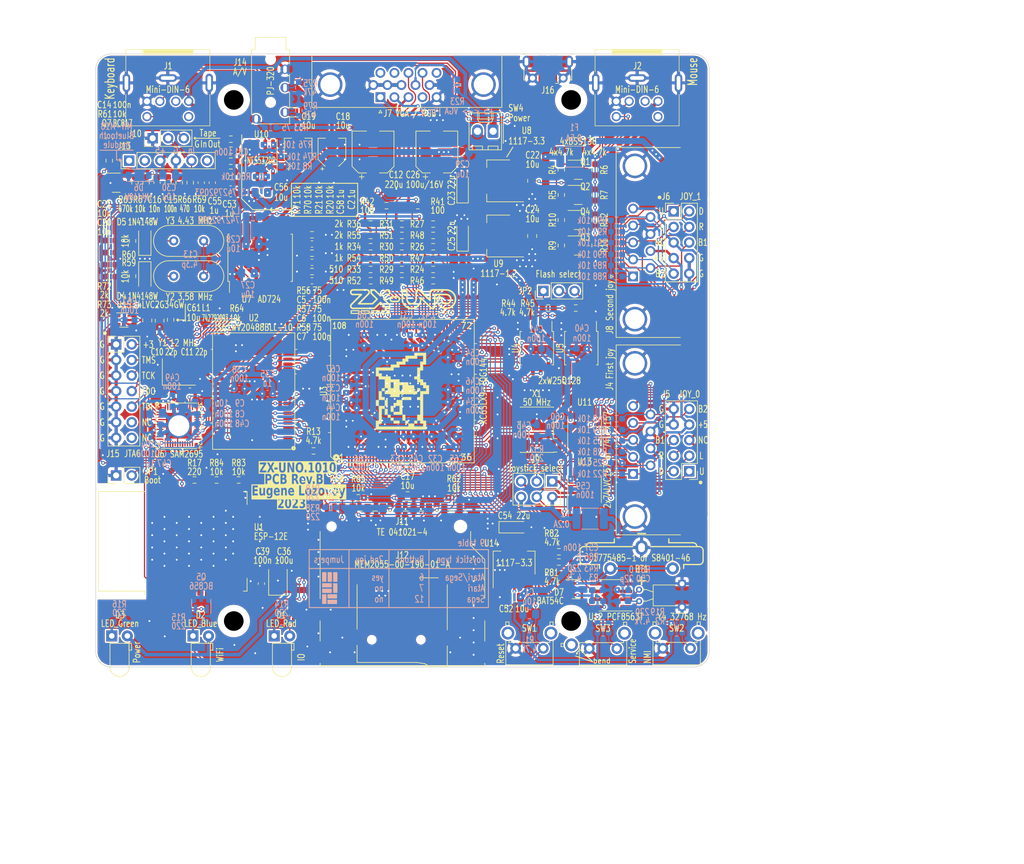
<source format=kicad_pcb>
(kicad_pcb (version 20221018) (generator pcbnew)
  (title_block (title "ZXUNO.1010") (date "2023-03-22") (rev "B") (company "Eugene Lozovoy"))
  (layers (0 "F.Cu" signal) (31 "B.Cu" signal) (34 "B.Paste" user) (35 "F.Paste" user) (36 "B.SilkS" user "B.Silkscreen") (37 "F.SilkS" user "F.Silkscreen") (38 "B.Mask" user) (39 "F.Mask" user) (44 "Edge.Cuts" user))
  (net 0 "")
  (net 1 "GND")
  (net 2 "/~{RESET}")
  (net 3 "+5V_FUSE")
  (net 4 "+5V")
  (net 5 "+3V3")
  (net 6 "Net-(U6-VCM)")
  (net 7 "Net-(C12-Pad2)")
  (net 8 "+1V2")
  (net 9 "+5V_JOY")
  (net 10 "Net-(U7-RIN)")
  (net 11 "/SD_MOSI")
  (net 12 "/SD_SCK")
  (net 13 "/SD_MISO")
  (net 14 "Net-(C7-Pad2)")
  (net 15 "Net-(U7-GIN)")
  (net 16 "Net-(U7-BIN)")
  (net 17 "/STDN")
  (net 18 "/R0")
  (net 19 "/R")
  (net 20 "/G")
  (net 21 "/R1")
  (net 22 "/R2")
  (net 23 "/STDNB")
  (net 24 "/B")
  (net 25 "/JOY1_UP")
  (net 26 "/JOY1_DOWN")
  (net 27 "/G0")
  (net 28 "/G1")
  (net 29 "/G2")
  (net 30 "/B0")
  (net 31 "/B1")
  (net 32 "/HS")
  (net 33 "/B2")
  (net 34 "/VSYNC")
  (net 35 "/SD_WP")
  (net 36 "Net-(U6-OUTVC12)")
  (net 37 "/CSYNC")
  (net 38 "/LED")
  (net 39 "/~{NMI}")
  (net 40 "/~{SERVICE}")
  (net 41 "/ESP_CTS")
  (net 42 "/ESP_RX")
  (net 43 "/ESP_TX")
  (net 44 "/CLK")
  (net 45 "/FLASH_MOSI")
  (net 46 "/FLASH_MISO")
  (net 47 "/FLASH_SCK")
  (net 48 "/TAPE_OUT")
  (net 49 "/TAPE_IN")
  (net 50 "Net-(U6-X2)")
  (net 51 "Net-(C14-Pad2)")
  (net 52 "/VS")
  (net 53 "Net-(U6-X1)")
  (net 54 "+3V3_2")
  (net 55 "/SD_DAT1")
  (net 56 "/SD_DAT2")
  (net 57 "Net-(C15-Pad2)")
  (net 58 "Net-(C5-Pad2)")
  (net 59 "Net-(U7-COMP)")
  (net 60 "Net-(U7-FIN)")
  (net 61 "Net-(C6-Pad2)")
  (net 62 "Net-(D6-K)")
  (net 63 "Net-(D1-K)")
  (net 64 "Net-(C18-Pad1)")
  (net 65 "Net-(D2-K)")
  (net 66 "Net-(C19-Pad1)")
  (net 67 "+5V_PAL")
  (net 68 "Net-(D3-K)")
  (net 69 "/JOY_UP")
  (net 70 "/JOY_FIRE1")
  (net 71 "/JOY_DOWN")
  (net 72 "/JOY_LEFT")
  (net 73 "/JOY_RIGHT")
  (net 74 "/JOY_FIRE2")
  (net 75 "/JOY2_UP")
  (net 76 "/JOY2_DOWN")
  (net 77 "/JOY2_LEFT")
  (net 78 "/JOY2_RIGHT")
  (net 79 "/JOY2_FIRE1")
  (net 80 "/JOY2_FIRE2")
  (net 81 "/EAR")
  (net 82 "/XA13")
  (net 83 "/XA12")
  (net 84 "/XA11")
  (net 85 "/XA10")
  (net 86 "/XA19")
  (net 87 "/XA14")
  (net 88 "/XA9")
  (net 89 "/XA8")
  (net 90 "/XD4")
  (net 91 "/XA7")
  (net 92 "/XD5")
  (net 93 "/XA6")
  (net 94 "/XD6")
  (net 95 "/XA5")
  (net 96 "/~{WR}")
  (net 97 "/XD3")
  (net 98 "/XD2")
  (net 99 "/XD7")
  (net 100 "/XD1")
  (net 101 "/XA15")
  (net 102 "/XD0")
  (net 103 "/XA4")
  (net 104 "/XA3")
  (net 105 "/XA2")
  (net 106 "/XA16")
  (net 107 "/XA1")
  (net 108 "/XA17")
  (net 109 "/XA0")
  (net 110 "/XA18")
  (net 111 "/XA20")
  (net 112 "/~{OE}")
  (net 113 "Net-(D5-A)")
  (net 114 "Net-(Q2-D)")
  (net 115 "/MIC")
  (net 116 "Net-(Q1-D)")
  (net 117 "Net-(Q4-D)")
  (net 118 "Net-(Q3-D)")
  (net 119 "/AUDIO_RIGHT")
  (net 120 "/AUDIO_LEFT")
  (net 121 "/TDO")
  (net 122 "/TMS")
  (net 123 "/TCK")
  (net 124 "/TDI")
  (net 125 "Net-(J7-Pad9)")
  (net 126 "/MIDI_R")
  (net 127 "/MIDI_L")
  (net 128 "/~{SD_CS}")
  (net 129 "/~{SD_CD}")
  (net 130 "/~{FLASH_CS0}")
  (net 131 "/~{FLASH_CS}")
  (net 132 "/~{FLASH_CS1}")
  (net 133 "/~{FLASH_HOLD}")
  (net 134 "/~{FLASH_WP}")
  (net 138 "/PS2K_DATA")
  (net 139 "/PS2K_CLK")
  (net 140 "/PS2M_DATA")
  (net 141 "/PS2M_CLK")
  (net 144 "Net-(J16-VBUS)")
  (net 148 "Net-(U1-GPIO0)")
  (net 149 "Net-(Q5-E)")
  (net 150 "Net-(Q7-B)")
  (net 151 "Net-(U3-IO_L49P_3)")
  (net 152 "Net-(U3-IO_L44N_GCLK20_3)")
  (net 153 "Net-(U3-IO_L44P_GCLK21_3)")
  (net 154 "/JOY1_LEFT")
  (net 155 "/JOY1_RIGHT")
  (net 164 "/JOY1_FIRE1")
  (net 165 "/JOY1_FIRE2")
  (net 166 "Net-(U3-IO_L62P_D5_2)")
  (net 169 "Net-(U3-IO_L30P_GCLK1_D13_2)")
  (net 225 "Net-(D4-A)")
  (net 226 "+BATT")
  (net 227 "Net-(U12-OSCI)")
  (net 228 "Net-(U10A-+)")
  (net 229 "/AOUT_R")
  (net 230 "Net-(C53-Pad2)")
  (net 231 "/AOUT_L")
  (net 232 "Net-(C55-Pad2)")
  (net 233 "Net-(U12-VDD)")
  (net 234 "Net-(U10A--)")
  (net 235 "Net-(U10B--)")
  (net 236 "Net-(U12-~{INT})")
  (net 237 "Net-(U1-GPIO15)")
  (net 238 "Net-(U1-GPIO2)")
  (net 239 "Net-(U12-OSCO)")
  (net 241 "/I2C_SCL")
  (net 242 "/I2C_SDA")
  (net 249 "Net-(C2-Pad1)")
  (net 250 "Net-(C2-Pad2)")
  (net 251 "Net-(C20-Pad1)")
  (net 252 "Net-(C58-Pad2)")
  (net 253 "/CVBS")
  (net 254 "/MIDI_DATA")
  (net 255 "+5V_OPAMP")
  (net 256 "Net-(R72-Pad1)")
  (net 257 "Net-(R73-Pad1)")
  (net 258 "+3V3A")
  (net 259 "/JOY12_PIN5")
  (net 260 "/JOY12_PIN7")
  (net 261 "/JOY_SPLITTER")
  (net 262 "Net-(U3-IO_L65P_INIT_B_2)")
  (net 263 "/JOY_SEL_F3")
  (footprint "Capacitor_Tantalum_SMD:CP_EIA-3528-12_Kemet-T" (layer "F.Cu") (at 128.9 133.425 90)
    (fp_text reference "C36")
    (fp_text value "100u")
  )
  (footprint "Resistor_SMD:R_0603_1608Metric_Pad0.98x0.95mm_HandSolder" (layer "F.Cu") (at 180.6 70.6 90)
    (fp_text reference "R7")
    (fp_text value "4.7k")
  )
  (footprint "my:MountingHole_3.2mm_M3_dk5.2mm_Mask" (layer "F.Cu") (at 176.7 55.1)
    (fp_text reference "H2" hide)
    (fp_text value "Screw M3 dk=5mm L=4mm" hide)
  )
  (footprint "Resistor_SMD:R_0603_1608Metric_Pad0.98x0.95mm_HandSolder" (layer "F.Cu") (at 175.1 78.85 90)
    (fp_text reference "R9")
    (fp_text value "4.7k")
  )
  (footprint "Package_TO_SOT_SMD:SOT-223-3_TabPin2" (layer "F.Cu") (at 167.4 130.6 90)
    (fp_text reference "U14")
    (fp_text value "1117-3.3")
  )
  (footprint "Resistor_SMD:R_0603_1608Metric_Pad0.98x0.95mm_HandSolder" (layer "F.Cu") (at 111.4 90.97 90)
    (fp_text reference "R64")
    (fp_text value "10k")
  )
  (footprint "Connector_Dsub:DSUB-9_Male_Horizontal_P2.77x2.84mm_EdgePinOffset4.94mm_Housed_MountingHolesOffset7.48mm" (layer "F.Cu") (at 186.794669 83.9 90)
    (fp_text reference "J8")
    (fp_text value "DB9-M")
  )
  (footprint "Capacitor_SMD:C_0603_1608Metric_Pad1.08x0.95mm_HandSolder" (layer "F.Cu") (at 111 68.6 -90)
    (fp_text reference "C15")
    (fp_text value "100n")
  )
  (footprint "my:Oscillator_SMD_7050_7.0x5.0mm" (layer "F.Cu") (at 171.1 108.9 90)
    (fp_text reference "X1")
    (fp_text value "50 MHz")
  )
  (footprint "Resistor_SMD:R_0603_1608Metric_Pad0.98x0.95mm_HandSolder" (layer "F.Cu") (at 105.6 68.6 -90)
    (fp_text reference "R63")
    (fp_text value "470k")
  )
  (footprint "Diode_SMD:D_SOD-123" (layer "F.Cu") (at 107.2 83.85 -90)
    (fp_text reference "D4")
    (fp_text value "1N4148W")
  )
  (footprint "Capacitor_SMD:C_0603_1608Metric_Pad1.08x0.95mm_HandSolder" (layer "F.Cu") (at 114.55 102.6 180)
    (fp_text reference "C11")
    (fp_text value "22p")
  )
  (footprint "Resistor_SMD:R_0603_1608Metric_Pad0.98x0.95mm_HandSolder" (layer "F.Cu") (at 107.4 68.6 90)
    (fp_text reference "R67")
    (fp_text value "10k")
  )
  (footprint "Connector_Dsub:DSUB-15-HD_Female_Horizontal_P2.29x1.98mm_EdgePinOffset3.03mm_Housed_MountingHolesOffset4.94mm" (layer "F.Cu") (at 145.6 54.650331 180)
    (fp_text reference "J7")
    (fp_text value "DB15_Female_HighDensity_MountingHoles")
  )
  (footprint "Package_TO_SOT_SMD:SOT-23" (layer "F.Cu") (at 177.85 78.85)
    (fp_text reference "Q3")
    (fp_text value "BSS138")
  )
  (footprint "Resistor_SMD:R_0603_1608Metric_Pad0.98x0.95mm_HandSolder" (layer "F.Cu") (at 134.7 112.35 180)
    (fp_text reference "R13")
    (fp_text value "4.7k")
  )
  (footprint "Resistor_SMD:R_0603_1608Metric_Pad0.98x0.95mm_HandSolder" (layer "F.Cu") (at 175.1 74.6875 90)
    (fp_text reference "R10")
    (fp_text value "4.7k")
  )
  (footprint "Resistor_SMD:R_0603_1608Metric_Pad0.98x0.95mm_HandSolder" (layer "F.Cu") (at 177.45 89.05)
    (fp_text reference "R45")
    (fp_text value "4.7k")
  )
  (footprint "LED_THT:LED_D3.0mm_Horizontal_O1.27mm_Z6.0mm" (layer "F.Cu") (at 128.2875 142.525)
    (fp_text reference "D1")
    (fp_text value "LED_Red")
  )
  (footprint "Resistor_SMD:R_0603_1608Metric_Pad0.98x0.95mm_HandSolder" (layer "F.Cu") (at 154.2 79.05 180)
    (fp_text reference "R26")
    (fp_text value "1k")
  )
  (footprint "Capacitor_SMD:C_0603_1608Metric_Pad1.08x0.95mm_HandSolder" (layer "F.Cu") (at 101.6 80)
    (fp_text reference "C20")
    (fp_text value "10n")
  )
  (footprint "Package_TO_SOT_SMD:SOT-23" (layer "F.Cu") (at 177.85 66.4875)
    (fp_text reference "Q1")
    (fp_text value "BSS138")
  )
  (footprint "Resistor_SMD:R_0603_1608Metric_Pad0.98x0.95mm_HandSolder" (layer "F.Cu") (at 144.0125 75.35 180)
    (fp_text reference "R36")
    (fp_text value "2k")
  )
  (footprint "Resistor_SMD:R_0603_1608Metric_Pad0.98x0.95mm_HandSolder" (layer "F.Cu") (at 101.5 83.933334 180)
    (fp_text reference "R73")
    (fp_text value "2k")
  )
  (footprint "Resistor_SMD:R_0603_1608Metric_Pad0.98x0.95mm_HandSolder" (layer "F.Cu") (at 138.5 120)
    (fp_text reference "R68")
    (fp_text value "10k")
  )
  (footprint "Resistor_SMD:R_0603_1608Metric_Pad0.98x0.95mm_HandSolder" (layer "F.Cu") (at 121.225 63.3)
    (fp_text reference "R70")
    (fp_text value "10k")
  )
  (footprint "Resistor_SMD:R_0603_1608Metric_Pad0.98x0.95mm_HandSolder" (layer "F.Cu") (at 149.1 75.35 180)
    (fp_text reference "R31")
    (fp_text value "2k")
  )
  (footprint "LED_THT:LED_D3.0mm_Horizontal_O1.27mm_Z6.0mm" (layer "F.Cu") (at 115.05 142.525)
    (fp_text reference "D2")
    (fp_text value "LED_Blue")
  )
  (footprint "Resistor_SMD:R_0603_1608Metric_Pad0.98x0.95mm_HandSolder" (layer "F.Cu") (at 149.1 84.6 180)
    (fp_text reference "R49")
    (fp_text value "510")
  )
  (footprint "my:SOIC-8_5.23x5.23mm_P1.27mm-LONG" (layer "F.Cu") (at 171.1 95.6 -90)
    (fp_text reference "U4")
    (fp_text value "W25Q128")
  )
  (footprint "Package_TO_SOT_SMD:SOT-223-3_TabPin2" (layer "F.Cu") (at 164.85 68.3 180)
    (fp_text reference "U8")
    (fp_text value "1117-3.3")
  )
  (footprint "Resistor_SMD:R_0603_1608Metric_Pad0.98x0.95mm_HandSolder" (layer "F.Cu") (at 121.2125 65.1)
    (fp_text reference "R21")
    (fp_text value "10k")
  )
  (footprint "Resistor_SMD:R_0603_1608Metric_Pad0.98x0.95mm_HandSolder" (layer "F.Cu") (at 154.2 82.75 180)
    (fp_text reference "R24")
    (fp_text value "510")
  )
  (footprint "my:MountingHole_3.2mm_M3_dk5.2mm_Mask" (layer "F.Cu") (at 121.7 55.1)
    (fp_text reference "H4" hide)
    (fp_text value "Screw M3 dk=5mm L=4mm" hide)
  )
  (footprint "my:PJ-320A_D" (layer "F.Cu") (at 127.7 52)
    (fp_text reference "J14")
    (fp_text value "PJ-320")
  )
  (footprint "Capacitor_SMD:C_0603_1608Metric_Pad1.08x0.95mm_HandSolder" (layer "F.Cu") (at 101.4 61.4 -90)
    (fp_text reference "C14")
    (fp_text value "100n")
  )
  (footprint "Resistor_SMD:R_0603_1608Metric_Pad0.98x0.95mm_HandSolder" (layer "F.Cu") (at 144.0125 80.9 180)
    (fp_text reference "R54")
    (fp_text value "1k")
  )
  (footprint "Capacitor_Tantalum_SMD:CP_EIA-3216-18_Kemet-A_Pad1.58x1.35mm_HandSolder" (layer "F.Cu") (at 159 69.42 90)
    (fp_text reference "C23")
    (fp_text value "22u")
  )
  (footprint "Capacitor_SMD:CP_Elec_4x5.4" (layer "F.Cu") (at 137.7 63.6 90)
    (fp_text reference "C18")
    (fp_text value "10u")
  )
  (footprint "Capacitor_SMD:C_0603_1608Metric_Pad1.08x0.95mm_HandSolder" (layer "F.Cu") (at 126.2 134 -90)
    (fp_text reference "C39")
    (fp_text value "100n")
  )
  (footprint "PCM_Package_SO_AKL:TSOP-II-44_10.16x18.41mm_P0.8mm" (layer "F.Cu") (at 124.95 102.6 180)
    (fp_text reference "U2")
    (fp_text value "IS61WV20488BLL-10")
  )
  (footprint "Inductor_SMD:L_0805_2012Metric_Pad1.15x1.40mm_HandSolder" (layer "F.Cu") (at 109.61 91.1 90)
    (fp_text reference "L1")
    (fp_text value "742792093")
  )
  (footprint "Crystal:Crystal_HC49-4H_Vertical" (layer "F.Cu") (at 116.79 78.1 180)
    (fp_text reference "Y3")
    (fp_text value "4.43 MHz")
  )
  (footprint "Crystal:Crystal_SMD_SeikoEpson_TSX3225-4Pin_3.2x2.5mm_HandSoldering" (layer "F.Cu") (at 112.75 99.47)
    (fp_text reference "Y1")
    (fp_text value "12 MHz")
  )
  (footprint "RF_Module:ESP-12E" (layer "F.Cu") (at 111.75 127.1 90)
    (fp_text reference "U1")
    (fp_text value "ESP-12E")
  )
  (footprint "Package_TO_SOT_SMD:SOT-223-3_TabPin2" (layer "F.Cu") (at 164.85 77.3 180)
    (fp_text reference "U9")
    (fp_text value "1117-1.2")
  )
  (footprint "Resistor_SMD:R_0603_1608Metric_Pad0.98x0.95mm_HandSolder" (layer "F.Cu") (at 149.1 77.2 180)
    (fp_text reference "R51")
    (fp_text value "2k")
  )
  (footprint "my:MountingHole_3.2mm_M3_dk5.2mm_Mask" (layer "F.Cu") (at 176.7 140.1)
    (fp_text reference "H1" hide)
    (fp_text value "Screw M3 dk=5mm L=4mm" hide)
  )
  (footprint "Resistor_SMD:R_0603_1608Metric_Pad0.98x0.95mm_HandSolder" (layer "F.Cu") (at 149.1 82.75 180)
    (fp_text reference "R29")
    (fp_text value "510")
  )
  (footprint "Resistor_SMD:R_0603_1608Metric_Pad0.98x0.95mm_HandSolder" (layer "F.Cu") (at 144.0125 84.6 180)
    (fp_text reference "R52")
    (fp_text value "510")
  )
  (footprint "Capacitor_SMD:C_0805_2012Metric_Pad1.18x1.45mm_HandSolder" (layer "F.Cu") (at 107.6 91.07 90)
    (fp_text reference "C61")
    (fp_text value "10u")
  )
  (footprint "Connector_PinHeader_2.54mm:PinHeader_2x03_P2.54mm_Vertical" (layer "F.Cu") (at 173.625 117.325 -90)
    (fp_text reference "J9")
    (fp_text value "Conn_02x03_Odd_Even")
  )
  (footprint "my:QFN-48-1EP_6x6mm_P0.4mm_EP4.2x4.2mm" (layer "F.Cu") (at 112.75 108.24)
    (fp_text reference "U6")
    (fp_text value "SAM2695")
  )
  (footprint "Capacitor_SMD:C_0603_1608Metric_Pad1.08x0.95mm_HandSolder" (layer "F.Cu") (at 109.2 68.6 -90)
    (fp_text reference "C16")
    (fp_text value "10n")
  )
  (footprint "Package_TO_SOT_SMD:SOT-23" (layer "F.Cu") (at 177.85 74.6875)
    (fp_text reference "Q4")
    (fp_text value "BSS138")
  )
  (footprint "my:minidin-6" (layer "F.Cu") (at 187.45 53.1)
    (fp_text reference "J2")
    (fp_text value "Mini-DIN-6")
  )
  (footprint "Resistor_SMD:R_0603_1608Metric_Pad0.98x0.95mm_HandSolder" (layer "F.Cu") (at 175.1 70.6 90)
    (fp_text reference "R5")
    (fp_text value "4.7k")
  )
  (footprint "Resistor_SMD:R_0603_1608Metric_Pad0.98x0.95mm_HandSolder" (layer "F.Cu") (at 105.2 83.85 -90)
    (fp_text reference "R59")
    (fp_text value "10k")
  )
  (footprint "Capacitor_SMD:C_0805_2012Metric_Pad1.18x1.45mm_HandSolder" (layer "F.Cu") (at 150.0375 119.75 180)
    (fp_text reference "C17")
    (fp_text value "10u")
  )
  (footprint "Resistor_SMD:R_0603_1608Metric_Pad0.98x0.95mm_HandSolder" (layer "F.Cu") (at 134.45 80.1)
    (fp_text reference "R57")
    (fp_text value "75")
  )
  (footprint "Resistor_SMD:R_0603_1608Metric_Pad0.98x0.95mm_HandSolder" (layer "F.Cu") (at 144.0125 82.75 180)
    (fp_text reference "R33")
    (fp_text value "510")
  )
  (footprint "Connector_PinHeader_2.54mm:PinHeader_2x05_P2.54mm_Vertical" (layer "F.Cu") (at 195.955331 115.675 180)
    (fp_text reference "J5")
    (fp_text value "Conn_02x05_Odd_Even")
  )
  (footprint "Resistor_SMD:R_0603_1608Metric_Pad0.98x0.95mm_HandSolder" (layer "F.Cu") (at 146.6 72.35)
    (fp_text reference "R42")
    (fp_text value "100")
  )
  (footprint "Capacitor_SMD:C_0603_1608Metric_Pad1.08x0.95mm_HandSolder" (layer "F.Cu") (at 121.2 70.4)
    (fp_text reference "C2")
    (fp_text value "1u")
  )
  (footprint "Capacitor_SMD:C_0805_2012Metric_Pad1.18x1.45mm_HandSolder" (layer "F.Cu") (at 167.4 136.2)
    (fp_text reference "C52")
    (fp_text value "10u")
  )
  (footprint "Resistor_SMD:R_0603_1608Metric_Pad0.98x0.95mm_HandSolder" (layer "F.Cu") (at 134.45 77.1)
    (fp_text reference "R56")
    (fp_text value "75")
  )
  (footprint "Resistor_SMD:R_0603_1608Metric_Pad0.98x0.95mm_HandSolder" (layer "F.Cu") (at 114.6 68.6 -90)
    (fp_text reference "R69")
    (fp_text value "10k")
  )
  (footprint "Button_Switch_THT:SW_Tactile_SPST_Angled_PTS645Vx58-2LFS" (layer "F.Cu") (at 184.15 144.59 180)
    (fp_text reference "SW3")
    (fp_text value "SW_Push")
  )
  (footprint "Capacitor_SMD:CP_Elec_6.3x7.7" (layer "F.Cu") (at 144.4 63.6 90)
    (fp_text reference "C12")
    (fp_text value "220u")
  )
  (footprint "Package_TO_SOT_SMD:SOT-363_SC-70-6_Handsoldering" (layer "F.Cu") (at 103.8 91)
    (fp_text reference "U15")
    (fp_text value "74LVC2G34GW")
  )
  (footprint "Capacitor_SMD:C_0805_2012Metric_Pad1.18x1.45mm_HandSolder" (layer "F.Cu") (at 126.2 70.2)
    (fp_text reference "C56")
    (fp_text value "10u")
  )
  (footprint "Resistor_SMD:R_0603_1608Metric_Pad0.98x0.95mm_HandSolder" (layer "F.Cu") (at 122.5 117.1)
    (fp_text reference "R83")
    (fp_text value "10k")
  )
  (footprint "Package_TO_SOT_SMD:SOT-23" (layer "F.Cu") (at 177.5 134.9)
    (fp_text reference "D7")
    (fp_text value "BAT54C")
  )
  (footprint "Resistor_SMD:R_0603_1608Metric_Pad0.98x0.95mm_HandSolder" (layer "F.Cu") (at 134.45 83.1)
    (fp_text reference "R58")
    (fp_text value "75")
  )
  (footprint "Button_Switch_THT:SW_Tactile_SPST_Angled_PTS645Vx58-2LFS" (layer "F.Cu") (at 172.15 144.5525 180)
    (fp_text reference "SW1")
    (fp_text value "SW_Push")
  )
  (footprint "Resistor_SMD:R_0603_1608Metric_Pad0.98x0.95mm_HandSolder" (layer "F.Cu") (at 121.225 61.5)
    (fp_text reference "R71")
    (fp_text value "10k")
  )
  (footprint "Package_TO_SOT_SMD:SOT-23" (layer "F.Cu") (at 177.85 70.6)
    (fp_text reference "Q2")
    (fp_text value "BSS138")
  )
  (footprint "Capacitor_SMD:CP_Elec_4x5.4" (layer "F.Cu") (at 132.2 63.6 90)
    (fp_text reference "C19")
    (fp_text value "10u")
  )
  (footprint "Resistor_SMD:R_0603_1608Metric_Pad0.98x0.95mm_HandSolder" (layer "F.Cu") (at 142 120 180)
    (fp_text reference "R65")
    (fp_text value "10k")
  )
  (footprint "Resistor_SMD:R_0603_1608Metric_Pad0.98x0.95mm_HandSolder" (layer "F.Cu") (at 144.0125 79.05 180)
    (fp_text reference "R34")
    (fp_text value "1k")
  )
  (footprint "Connector_PinHeader_2.54mm:PinHeader_1x03_P2.54mm_Vertical" (layer "F.Cu") (at 108.475 61.35 90)
    (fp_text reference "J10")
    (fp_text value "PJ-392")
  )
  (footprint "Package_SO:TSSOP-16_4.4x5mm_P0.65mm" (layer "F.Cu") (at 178.875 118.6 90)
    (fp_text reference "U13")
    (fp_text value "74LVC157 or 74LCX157")
  )
  (footprint "Resistor_SMD:R_0603_1608Metric_Pad0.98x0.95mm_HandSolder" (layer "F.Cu") (at 112.8 68.6 -90)
    (fp_text reference "R66")
    (fp_text value "470")
  )
  (footprint "Crystal:Crystal_C38-LF_D3.0mm_L8.0mm_Horizontal_1EP_style2" (layer "F.Cu") (at 187.775 136.865 90)
    (fp_text reference "Y4")
    (fp_text value "32768 Hz")
  )
  (footprint "PCM_Package_QFP_AKL:LQFP-144_20x20mm_P0.5mm" (layer "F.Cu") (at 149.2 102.6 90)
    (fp_text reference "U3")
    (fp_text value "XC6SLX9-TQG144")
  )
  (footprint "Capacitor_SMD:C_0603_1608Metric_Pad1.08x0.95mm_HandSolder" (layer "F.Cu") (at 134.45 81.6)
    (fp_text reference "C6")
    (fp_text value "100n")
  )
  (footprint "mygraphic:black-mage-12.5x8.6" (layer "F.Cu") (at 149.2 102.6)
    (fp_text reference "LOGO2" hide)
    (fp_text value "graphic" hide)
  )
  (footprint "Resistor_SMD:R_0603_1608Metric_Pad0.98x0.95mm_HandSolder" (layer "F.Cu") (at 105.2 78.1 90)
    (fp_text reference "R60")
    (fp_text value "10k")
  )
  (footprint "Resistor_SMD:R_0603_1608Metric_Pad0.98x0.95mm_HandSolder" (layer "F.Cu") (at 149.1 80.9 180)
    (fp_text reference "R50")
    (fp_text value "1k")
  )
  (footprint "Resistor_SMD:R_0603_1608Metric_Pad0.98x0.95mm_HandSolder" (layer "F.Cu") (at 157.5875 120)
    (fp_text reference "R62")
    (fp_text value "10k")
  )
  (footprint "Resistor_SMD:R_0603_1608Metric_Pad0.98x0.95mm_HandSolder" (layer "F.Cu") (at 154.2 84.6 180)
    (fp_text reference "R46")
    (fp_text value "510")
  )
  (footprint "Resistor_SMD:R_0603_1608Metric_Pad0.98x0.95mm_HandSolder" (layer "F.Cu") (at 149.1 79.05 180)
    (fp_text reference "R30")
    (fp_text value "1k")
  )
  (footprint "Package_SO:SOIC-8_3.9x4.9mm_P1.27mm" (layer "F.Cu") (at 126.2 65 -90)
    (fp_text reference "U10")
    (fp_text value "NE5532DR")
  )
  (footprint "Resistor_SMD:R_0603_1608Metric_Pad0.98x0.95mm_HandSolder" (layer "F.Cu") (at 154.2 80.9 180)
    (fp_text reference "R47")
    (fp_text value "1k")
  )
  (footprint "Resistor_SMD:R_0603_1608Metric_Pad0.98x0.95mm_HandSolder" (layer "F.Cu") (at 144.0125 77.2 180)
    (fp_text reference "R55")
    (fp_text value "2k")
  )
  (footprint "Crystal:Crystal_HC49-4H_Vertical" (layer "F.Cu") (at 116.79 83.85 180)
    (fp_text reference "Y2")
    (fp_text value "3.58 MHz")
  )
  (footprint "Capacitor_SMD:C_0603_1608Metric_Pad1.08x0.95mm_HandSolder" (layer "F.Cu") (at 116.4 68.6 90)
    (fp_text reference "C55")
    (fp_text value "1u")
  )
  (footprint "Resistor_SMD:R_0603_1608Metric_Pad0.98x0.95mm_HandSolder" (layer "F.Cu") (at 175.1 66.4875 90)
    (fp_text reference "R4")
    (fp_text value "4.7k")
  )
  (footprint "Connector_USB:USB_Micro-B_Molex-105017-0001" (layer "F.Cu") (at 172.9 50.0875 180)
    (fp_text reference "J16")
    (fp_text value "USB_B_Micro")
  )
  (footprint "Resistor_SMD:R_0603_1608Metric_Pad0.98x0.95mm_HandSolder" (layer "F.Cu") (at 180.6 74.6875 90)
    (fp_text reference "R12")
    (fp_text value "4.7k")
  )
  (footprint "Resistor_SMD:R_0603_1608Metric_Pad0.98x0.95mm_HandSolder" (layer "F.Cu") (at 174.7 130.47 180)
    (fp_text reference "R81")
    (fp_text value "4.7k")
  )
  (footprint "Resistor_SMD:R_0603_1608Metric_Pad0.98x0.95mm_HandSolder" (layer "F.Cu") (at 101.5 81.966666 180)
    (fp_text reference "R72")
    (fp_text value "2k")
  )
  (footprint "my:minidin-6" (layer "F.Cu") (at 110.95 53.1)
    (fp_text reference "J1")
    (fp_text value "Mini-DIN-6")
  )
  (footprint "Package_TO_SOT_SMD:SOT-23" (layer "F.Cu") (at 102.55 68.6)
    (fp_text reference "Q7")
    (fp_text value "BC817")
  )
  (footprint "Connector_Dsub:DSUB-9_Male_Horizontal_P2.77x2.84mm_EdgePinOffset4.94mm_Housed_MountingHolesOffset7.48mm" (layer "F.Cu") (at 186.8 116.1 90)
    (fp_text reference "J4")
    (fp_text value "DB9-M")
  )
  (footprint "my:SD_TE_2041021-mod" (layer "F.Cu") (at 149.15 133.85)
    (fp_text reference "J11")
    (fp_text value "TE 041021-4")
  )
  (footprint "Resistor_SMD:R_0603_1608Metric_Pad0.98x0.95mm_HandSolder" (layer "F.Cu") (at 101.4 65 90)
    (fp_text reference "R61")
    (fp_text value "10k")
  )
  (footprint "Capacitor_Tantalum_SMD:CP_EIA-3216-18_Kemet-A_Pad1.58x1.35mm_HandSolder" (layer "F.Cu") (at 159 77.28 90)
    (fp_text reference "C25")
    (fp_text value "22u")
  )
  (footprint "Capacitor_SMD:CP_Elec_6.3x7.7" (layer "F.Cu") (at 154.8 63.6 90)
    (fp_text reference "C26")
    (fp_text value "100u/16V")
  )
  (footprint "my:SOIC-8_5.23x5.23mm_P1.27mm-LONG" (layer "F.Cu") (at 178.35 95.6 -90)
    (fp_text reference "U5")
    (fp_text value "W25Q128")
  )
  (footprint "Capacitor_SMD:C_0603_1608Metric_Pad1.08x0.95mm_HandSolder" (layer "F.Cu") (at 110.95 102.6)
    (fp_text reference "C10")
    (fp_text value "22p")
  )
  (footprint "Capacitor_SMD:C_0603_1608Metric_Pad1.08x0.95mm_HandSolder" (layer "F.Cu") (at 121.2 68.6)
    (fp_text reference "C58")
    (fp_text value "1u")
  )
  (footprint "Resistor_SMD:R_0603_1608Metric_Pad0.98x0.95mm_HandSolder" (layer "F.Cu") (at 154.2 77.2 180)
    (fp_text reference "R48")
    (fp_text value "2k")
  )
  (footprint "Connector_PinHeader_2.54mm:PinHeader_2x07_P2.54mm_Vertical" (layer "F.Cu") (at 102.525 94.975)
    (fp_text reference "J15")
    (fp_text value "Conn_02x07_Odd_Even")
  )
  (footprint "Package_SO:SOIC-8_3.9x4.9mm_P1.27mm" (layer "F.Cu") (at 183.2 135.9 180)
    (fp_text reference "U12")
    (fp_text value "PCF8563T")
  )
  (footprint "Capacitor_SMD:C_0603_1608Metric_Pad1.08x0.95mm_HandSolder" (layer "F.Cu") (at 134.45 78.6)
    (fp_text reference "C5")
    (fp_text value "100n")
  )
  (footprint "mygraphic:zxuno_17x4.4" (layer "F.Cu") (at 149.05 88)
    (fp_text reference "LOGO1" hide)
    (fp_text value "graphic" hide)
  )
  (footprint "Capacitor_SMD:C_0603_1608Metric_Pad1.08x0.95mm_HandSolder" (layer "F.Cu") (at 118.2 68.6 90)
    (fp_text reference "C53")
    (fp_text value "1u")
  )
  (footprint "Resistor_SMD:R_0603_1608Metric_Pad0.98x0.95mm_HandSolder" (layer "F.Cu") (at 174.7 128.8 180)
    (fp_text reference "R82")
    (fp_text value "4.7k")
  )
  (footprint "my:MountingHole_3.2mm_M3_dk5.2mm_Mask" (layer "F.Cu") (at 121.7 140.1)
    (fp_text reference "H3" hide)
    (fp_text value "Screw M3 dk=5mm L=4mm" hide)
  )
  (footprint "Capacitor_SMD:C_0603_1608Metric_Pad1.08x0.95mm_HandSolder" (layer "F.Cu") (at 134.45 84.6)
    (fp_text reference "C7")
    (fp_text value "100n")
  )
  (footprint "Button_Switch_THT:SW_Tactile_SPST_Angled_PTS645Vx58-2LFS" (layer "F.Cu") (at 196.15 144.5525 180)
    (fp_text reference "SW2")
    (fp_text value "SW_Push")
  )
  (footprint "Package_SO:TSSOP-16_4.4x5mm_P0.65mm" (layer "F.Cu") (at 178.875 108.9125 90)
    (fp_text reference "U11")
    (fp_text value "74LVC157 or 74LCX157" hide)
  )
  (footprint "Capacitor_SMD:C_0805_2012Metric_Pad1.18x1.45mm_HandSolder" (layer "F.Cu") (at 170.35 68.3 90)
    (fp_text reference "C22")
    (fp_text value "10u")
  )
  (footprint "LED_THT:LED_D3.0mm_Horizontal_O1.27mm_Z6.0mm" (layer "F.Cu") (at 101.81 142.525)
    (fp_text reference "D3")
    (fp_text value "LED_Green")
  )
  (footprint "Resistor_SMD:R_0603_1608Metric_Pad0.98x0.95mm_HandSolder" (layer "F.Cu") (at 180.6 78.85 90)
    (fp_text reference "R11")
    (fp_text value "4.7k")
  )
  (footprint "Connector_PinHeader_2.54mm:PinHeader_1x02_P2.54mm_Vertical" (layer "F.Cu") (at 102.525 116.35 90)
    (fp_text reference "JP1")
    (fp_text value "Jumper")
  )
  (footprint "Resistor_SMD:R_0603_1608Metric_Pad0.98x0.95mm_HandSolder" (layer "F.Cu") (at 115.3 117.1)
    (fp_text reference "R17")
    (fp_text value "220")
  )
  (footprint "my:GCT-MEM2055-00-190-01-A" (layer "F.Cu") (at 149.15 131.85 180)
    (fp_text reference "J12")
    (fp_text value "MEM2055-00-190-01-A")
  )
  (footprint "Resistor_SMD:R_0603_1608Metric_Pad0.98x0.95mm_HandSolder" (layer "F.Cu") (at 151.7 72.35)
    (fp_text reference "R41")
    (fp_text value "100")
  )
  (footprint "Capacitor_Tantalum_SMD:CP_EIA-3216-18_Kemet-A_Pad1.58x1.35mm_HandSolder" (layer "F.Cu") (at 167.42 124.8)
    (fp_text reference "C54")
    (fp_text value "22u")
  )
  (footprint "my:CR2032V" (layer "F.Cu") (at 183.1 131.5198)
    (fp_text reference "BT1")
    (fp_text value "1775485-1 or S8401-46")
  )
  (footprint "Connector_Molex:Molex_KK-254_AE-6410-02A_1x02_P2.54mm_Vertical" (layer "F.Cu") (at 163.97 60.2 180)
    (fp_text reference "SW4")
    (fp_text value "PB05A")
  )
  (footprint "Resistor_SMD:R_0603_1608Metric_Pad0.98x0.95mm_HandSolder" (layer "F.Cu") (at 121.2125 66.9)
    (fp_text reference "R20")
    (fp_text value "10k")
  )
  (footprint "Connector_PinHeader_2.54mm:PinHeader_1x03_P2.54mm_Vertical" (layer "F.Cu") (at 172.175 86.25 90)
    (fp_text reference "JP2")
    (fp_text value "Jumper")
  )
  (footprint "Connector_PinHeader_2.54mm:PinHeader_2x05_P2.54mm_Vertical" (layer "F.Cu") (at 193.405331 73.275)
    (fp_text reference "J6")
    (fp_text value "Conn_02x05_Odd_Even")
  )
  (footprint "Resistor_SMD:R_0603_1608Metric_Pad0.98x0.95mm_HandSolder" (layer "F.Cu") (at 118.9 117.1)
    (fp_text reference "R84")
    (fp_text value "10k")
  )
  (footprint "Diode_SMD:D_SOD-123" (layer "F.Cu") (at 107.2 78.1 90)
    (fp_text reference "D5")
    (fp_text value "1N4148W")
  )
  (footprint "Capacitor_SMD:C_0603_1608Metric_Pad1.08x0.95mm_HandSolder" (layer "F.Cu") (at 101.6 78.033334)
    (fp_text reference "C21")
    (fp_text value "10n")
  )
  (footprint "Package_SO:SOIC-16W_7.5x10.3mm_P1.27mm" (layer "F.Cu") (at 126 80.85 90)
    (fp_text reference "U7")
    (fp_text value "AD724")
  )
  (footprint "Resistor_SMD:R_0603_1608Metric_Pad0.98x0.95mm_HandSolder" (layer "F.Cu") (at 172.95 89.05 180)
    (fp_text reference "R44")
    (fp_text value "4.7k")
  )
  (footprint "Connector_PinHeader_2.54mm:PinHeader_1x06_P2.54mm_Vertical" (layer "F.Cu") (at 104.65 65 90)
    (fp_text reference "J13")
    (fp_text value "MH-M18")
  )
  (footprint "Resistor_SMD:R_0603_1608Metric_Pad0.98x0.95mm_HandSolder" (layer "F.Cu") (at 154.2 75.35 180)
    (fp_text reference "R27")
    (fp_text value "2k")
  )
  (footprint "Capacitor_SMD:C_0805_2012Metric_Pad1.18x1.45mm_HandSolder" (layer "F.Cu") (at 170.35 77.3 90)
    (fp_text reference "C24")
    (fp_text value "10u")
  )
  (footprint "Resistor_SMD:R_0603_1608Metric_Pad0.98x0.95mm_HandSolder" (layer "F.Cu") (at 180.6 66.4875 90)
    (fp_text reference "R6")
    (fp_text value "4.7k")
  )
  (footprint "Resistor_SMD:R_0603_1608Metric_Pad0.98x0.95mm_HandSolder" (layer "B.Cu") (at 132.3 53.1 90)
    (fp_text reference "R75")
    (fp_text value "47k")
  )
  (footprint "Capacitor_SMD:C_0603_1608Metric_Pad1.08x0.95mm_HandSolder" (layer "B.Cu") (at 108.9 108.05 180)
    (fp_text reference "C3")
    (fp_text value "100n")
  )
  (footprint "Capacitor_SMD:C_0805_2012Metric_Pad1.18x1.45mm_HandSolder" (layer "B.Cu") (at 111.1625 67.35 180)
    (fp_text reference "C30")
    (fp_text value "10u")
  )
  (footprint "Capacitor_SMD:C_0603_1608Metric_Pad1.08x0.95mm_HandSolder" (layer "B.Cu") (at 122.6 102.2 180)
    (fp_text reference "C38")
    (fp_text value "100n")
  )
  (footprint "Resistor_SMD:R_0603_1608Metric_Pad0.98x0.95mm_HandSolder" (layer "B.Cu") (at 184.1 107.1)
    (fp_text reference "R40")
    (fp_text value "10k")
  )
  (footprint "Package_TO_SOT_SMD:SOT-23" (layer "B.Cu") (at 116.4 137.2 90)
    (fp_text reference "Q5")
    (fp_text value "BC856")
  )
  (footprint "Capacitor_SMD:C_0805_2012Metric_Pad1.18x1.45mm_HandSolder" (layer "B.Cu") (at 116.4 104.55)
    (fp_text reference "C9")
    (fp_text value "10u")
  )
  (footprint "Resistor_SMD:R_0603_1608Metric_Pad0.98x0.95mm_HandSolder" (layer "B.Cu") (at 184.1 116.1)
    (fp_text reference "R22")
    (fp_text value "10k")
  )
  (footprint "Diode_SMD:D_SOD-123" (layer "B.Cu") (at 106.2 67.4 180)
    (fp_text reference "D6")
    (fp_text value "1N4148W")
  )
  (footprint "Resistor_SMD:R_0603_1608Metric_Pad0.98x0.95mm_HandSolder" (layer "B.Cu") (at 184.1 78.4)
    (fp_text reference "R91")
    (fp_text value "10k")
  )
  (footprint "Resistor_SMD:R_0603_1608Metric_Pad0.98x0.95mm_HandSolder" (layer "B.Cu") (at 128.5 65.9 180)
    (fp_text reference "R8")
    (fp_text value "10k")
  )
  (footprint "Capacitor_SMD:C_0603_1608Metric_Pad1.08x0.95mm_HandSolder" (layer "B.Cu") (at 153.95 110.85 -90)
    (fp_text reference "C32")
    (fp_text value "100n")
  )
  (footprint "Resistor_SMD:R_0603_1608Metric_Pad0.98x0.95mm_HandSolder" (layer "B.Cu") (at 137.5 121.55)
    (fp_text reference "R38")
    (fp_text value "220")
  )
  (footprint "Capacitor_SMD:C_0805_2012Metric_Pad1.18x1.45mm_HandSolder" (layer "B.Cu") (at 158.9625 63.6 180)
    (fp_text reference "C29")
    (fp_text value "10u")
  )
  (footprint "Resistor_SMD:R_0603_1608Metric_Pad0.98x0.95mm_HandSolder" (layer "B.Cu") (at 129.5375 140.2)
    (fp_text reference "R14")
    (fp_text value "220")
  )
  (footprint "Capacitor_SMD:C_0603_1608Metric_Pad1.08x0.95mm_HandSolder" (layer "B.Cu") (at 152.45 94.3 90)
    (fp_text reference "C42")
    (fp_text value "100n")
  )
  (footprint "Capacitor_SMD:C_0603_1608Metric_Pad1.08x0.95mm_HandSolder" (layer "B.Cu") (at 124.5 65)
    (fp_text reference "C51")
    (fp_text value "100n")
  )
  (footprint "Resistor_SMD:R_0603_1608Metric_Pad0.98x0.95mm_HandSolder" (layer "B.Cu") (at 116.3 140.2)
    (fp_text reference "R15")
    (fp_text value "220")
  )
  (footprint "Resistor_SMD:R_0603_1608Metric_Pad0.98x0.95mm_HandSolder" (layer "B.Cu") (at 184.1 112.5)
    (fp_text reference "R28")
    (fp_text value "10k")
  )
  (footprint "Capacitor_SMD:C_0603_1608Metric_Pad1.08x0.95mm_HandSolder" (layer "B.Cu") (at 176.6 107.5 90)
    (fp_text reference "C60")
    (fp_text value "100n")
  )
  (footprint "Capacitor_SMD:C_0805_2012Metric_Pad1.18x1.45mm_HandSolder" (layer "B.Cu") (at 124.75 78.6 180)
    (fp_text reference "C28")
    (fp_text value "10u")
  )
  (footprint "Inductor_SMD:L_0805_2012Metric_Pad1.15x1.40mm_HandSolder" (layer "B.Cu") (at 124.75 74.1 180)
    (fp_text reference "L2")
    (fp_text value "742792093")
  )
  (footprint "Resistor_SMD:R_0603_1608Metric_Pad0.98x0.95mm_HandSolder" (layer "B.Cu") (at 185.1 135.05)
    (fp_text reference "R85")
    (fp_text value "0")
  )
  (footprint "Capacitor_SMD:C_0603_1608Metric_Pad1.08x0.95mm_HandSolder" (layer "B.Cu") (at 127.2 103)
    (fp_text reference "C35")
    (fp_text value "1u")
  )
  (footprint "Capacitor_SMD:C_0603_1608Metric_Pad1.08x0.95mm_HandSolder" (layer "B.Cu") (at 142.95 94.3 90)
    (fp_text reference "C68")
    (fp_text value "100n")
  )
  (footprint "Capacitor_SMD:C_0603_1608Metric_Pad1.08x0.95mm_HandSolder" (layer "B.Cu") (at 181 135.05 180)
    (fp_text reference "C57")
    (fp_text value "100n")
  )
  (footprint "Capacitor_SMD:C_0805_2012Metric_Pad1.18x1.45mm_HandSolder" (layer "B.Cu") (at 169.875 138.9775)
    (fp_text reference "C1")
    (fp_text value "10u")
  )
  (footprint "Resistor_SMD:R_0603_1608Metric_Pad0.98x0.95mm_HandSolder" (layer "B.Cu") (at 169.875 141.475)
    (fp_text reference "R1")
    (fp_text value "4.7k")
  )
  (footprint "Capacitor_SMD:C_0603_1608Metric_Pad1.08x0.95mm_HandSolder" (layer "B.Cu") (at 150.45 94.3 90)
    (fp_text reference "C31")
    (fp_text value "100n")
  )
  (footprint "Resistor_SMD:R_0603_1608Metric_Pad0.98x0.95mm_HandSolder" (layer "B.Cu") (at 126.2 67.6 180)
    (fp_text reference "R80")
    (fp_text value "10k")
  )
  (footprint "Capacitor_SMD:C_0603_1608Metric_Pad1.08x0.95mm_HandSolder" (layer "B.Cu") (at 157.5 104.35)
    (fp_text reference "C34")
    (fp_text value "100n")
  )
  (footprint "Capacitor_SMD:C_0603_1608Metric_Pad1.08x0.95mm_HandSolder" (layer "B.Cu") (at 178.4 95.7)
    (fp_text reference "C40")
    (fp_text value "100n")
  )
  (footprint "Resistor_SMD:R_0603_1608Metric_Pad0.98x0.95mm_HandSolder" (layer "B.Cu") (at 184.1 108.9)
    (fp_text reference "R39")
    (fp_text value "10k")
  )
  (footprint "Fuse:Fuse_1812_4532Metric_Pad1.30x3.40mm_HandSolder" (layer "B.Cu") (at 179.8 123.4 180)
    (fp_text reference "F2")
    (fp_text value "0.2A")
  )
  (footprint "Capacitor_SMD:C_0603_1608Metric_Pad1.08x0.95mm_HandSolder" (layer "B.Cu") (at 157.95 110.85 -90)
    (fp_text reference "C65")
    (fp_text value "100n")
  )
  (footprint "Resistor_SMD:R_0603_1608Metric_Pad0.98x0.95mm_HandSolder" (layer "B.Cu") (at 103.06 140.2)
    (fp_text reference "R16")
    (fp_text value "220")
  )
  (footprint "Resistor_SMD:R_0603_1608Metric_Pad0.98x0.95mm_HandSolder" (layer "B.Cu") (at 184.1 83.9)
    (fp_text reference "R88")
    (fp_text value "10k")
  )
  (footprint "Capacitor_SMD:C_0603_1608Metric_Pad1.08x0.95mm_HandSolder" (layer "B.Cu") (at 140.9 102.85 180)
    (fp_text reference "C33")
    (fp_text value "100n")
  )
  (footprint "Resistor_SMD:R_0603_1608Metric_Pad0.98x0.95mm_HandSolder" (layer "B.Cu") (at 184.1 114.3)
    (fp_text reference "R25")
    (fp_text value "10k")
  )
  (footprint "Capacitor_SMD:C_0603_1608Metric_Pad1.08x0.95mm_HandSolder" (layer "B.Cu") (at 116.625 107.9)
    (fp_text reference "C48")
    (fp_text value "100n")
  )
  (footprint "Resistor_SMD:R_0603_1608Metric_Pad0.98x0.95mm_HandSolder" (layer "B.Cu") (at 184.1 76.6)
    (fp_text reference "R92")
    (fp_text value "10k")
  )
  (footprint "Resistor_SMD:R_0603_1608Metric_Pad0.98x0.95mm_HandSolder" (layer "B.Cu") (at 132.3 56.8 -90)
    (fp_text reference "R79")
    (fp_text value "47k")
  )
  (footprint "Capacitor_SMD:C_0603_1608Metric_Pad1.08x0.95mm_HandSolder" (layer "B.Cu") (at 176.6 117.75 90)
    (fp_text reference "C59")
    (fp_text value "100n")
  )
  (footprint "Capacitor_SMD:C_0603_1608Metric_Pad1.08x0.95mm_HandSolder" (layer "B.Cu") (at 140.9 105.35 180)
    (fp_text reference "C44")
    (fp_text value "100n")
  )
  (footprint "Capacitor_SMD:C_0603_1608Metric_Pad1.08x0.95mm_HandSolder" (layer "B.Cu") (at 140.9 100.35 180)
    (fp_text reference "C67")
    (fp_text value "100n")
  )
  (footprint "Resistor_SMD:R_0603_1608Metric_Pad0.98x0.95mm_HandSolder" (layer "B.Cu") (at 181.9 142.015)
    (fp_text reference "R3")
    (fp_text value "4.7k")
  )
  (footprint "Capacitor_SMD:C_0603_1608Metric_Pad1.08x0.95mm_HandSolder" (layer "B.Cu") (at 157.4875 97.1)
    (fp_text reference "C64")
    (fp_text value "100n")
  )
  (footprint "Resistor_SMD:R_0603_1608Metric_Pad0.98x0.95mm_HandSolder" (layer "B.Cu") (at 184.1 82.1)
    (fp_text reference "R89")
    (fp_text value "10k")
  )
  (footprint "Capacitor_SMD:C_0603_1608Metric_Pad1.08x0.95mm_HandSolder" (layer "B.Cu") (at 117.6525 81)
    (fp_text reference "C13")
    (fp_text value "4.3p")
  )
  (footprint "Capacitor_SMD:C_0805_2012Metric_Pad1.18x1.45mm_HandSolder" (layer "B.Cu") (at 124 83.35)
    (fp_text reference "C27")
    (fp_text value "10u")
  )
  (footprint "Capacitor_SMD:C_0603_1608Metric_Pad1.08x0.95mm_HandSolder" (layer "B.Cu") (at 116.625 106.325)
    (fp_text reference "C8")
    (fp_text value "100n")
  )
  (footprint "Capacitor_SMD:C_0805_2012Metric_Pad1.18x1.45mm_HandSolder" (layer "B.Cu") (at 109.05 106.2 180)
    (fp_text reference "C4")
    (fp_text value "10u")
  )
  (footprint "Resistor_SMD:R_0603_1608Metric_Pad0.98x0.95mm_HandSolder" (layer "B.Cu") (at 181 136.865 180)
    (fp_text reference "R86")
    (fp_text value "0")
  )
  (footprint "Fuse:Fuse_1812_4532Metric_Pad1.30x3.40mm_HandSolder" (layer "B.Cu") (at 177.15 64.35)
    (fp_text reference "F1")
    (fp_text value "0.5A")
  )
  (footprint "Capacitor_SMD:C_0603_1608Metric_Pad1.08x0.95mm_HandSolder" (layer "B.Cu") (at 150.95 110.85 -90)
    (fp_text reference "C45")
    (fp_text value "100n")
  )
  (footprint "Resistor_SMD:R_0603_1608Metric_Pad0.98x0.95mm_HandSolder" (layer "B.Cu") (at 184.1 110.7)
    (fp_text reference "R35")
    (fp_text value "10k")
  )
  (footprint "Resistor_SMD:R_0603_1608Metric_Pad0.98x0.95mm_HandSolder" (layer "B.Cu") (at 171.085 115 180)
    (fp_text reference "R32")
    (fp_text value "220")
  )
  (footprint "Capacitor_SMD:C_0603_1608Metric_Pad1.08x0.95mm_HandSolder" (layer "B.Cu") (at 171 95.7)
    (fp_text reference "C41")
    (fp_text value "100n")
  )
  (footprint "Capacitor_SMD:C_0603_1608Metric_Pad1.08x0.95mm_HandSolder" (layer "B.Cu") (at 157.5 102.35)
    (fp_text reference "C46")
    (fp_text value "100n")
  )
  (footprint "Resistor_SMD:R_0603_1608Metric_Pad0.98x0.95mm_HandSolder" (layer "B.Cu") (at 184.1 74.75)
    (fp_text reference "R93")
    (fp_text value "10k")
  )
  (footprint "Inductor_SMD:L_0805_2012Metric_Pad1.15x1.40mm_HandSolder" (layer "B.Cu") (at 126.2 70.2)
    (fp_text reference "L3")
    (fp_text value "742792093")
  )
  (footprint "Resistor_SMD:R_0603_1608Metric_Pad0.98x0.95mm_HandSolder" (layer "B.Cu") (at 193.9 142.015)
    (fp_text reference "R2")
    (fp_text value "4.7k")
  )
  (footprint "Capacitor_SMD:C_0603_1608Metric_Pad1.08x0.95mm_HandSolder" (layer "B.Cu") (at 108.9 109.65 180)
    (fp_text reference "C47")
    (fp_text value "1u")
  )
  (footprint "Resistor_SMD:R_0603_1608Metric_Pad0.98x0.95mm_HandSolder" (layer "B.Cu") (at 128.5 64.3 180)
    (fp_text reference "R74")
    (fp_text value "10k")
  )
  (footprint "Resistor_SMD:R_0603_1608Metric_Pad0.98x0.95mm_HandSolder" (layer "B.Cu") (at 127.7 59.6)
    (fp_text reference "R53")
    (fp_text value "75")
  )
  (footprint "Resistor_SMD:R_0603_1608Metric_Pad0.98x0.95mm_HandSolder" (layer "B.Cu") (at 127.475 62.4 180)
    (fp_text reference "R76")
    (fp_text value "10k")
  )
  (footprint "Resistor_SMD:R_0603_1608Metric_Pad0.98x0.95mm_HandSolder" (layer "B.Cu") (at 181.9 140.415 180)
    (fp_text reference "R43")
    (fp_text value "220")
  )
  (footprint "Capacitor_SMD:C_0603_1608Metric_Pad1.08x0.95mm_HandSolder" (layer "B.Cu") (at 185.1 136.865 180)
    (fp_text reference "C50")
    (fp_text value "22p")
  )
  (footprint "Resistor_SMD:R_0603_1608Metric_Pad0.98x0.95mm_HandSolder" (layer "B.Cu") (at 158.15 52.65 90)
    (fp_text reference "R23")
    (fp_text value "0")
  )
  (footprint "Capacitor_SMD:C_0603_1608Metric_Pad1.08x0.95mm_HandSolder" (layer "B.Cu") (at 104.725 91)
    (fp_text reference "C62")
    (fp_text value "100n")
  )
  (footprint "Capacitor_SMD:C_0603_1608Metric_Pad1.08x0.95mm_HandSolder" (layer "B.Cu") (at 171.1 109.0125 -90)
    (fp_text reference "C43")
    (fp_text value "100n")
  )
  (footprint "Capacitor_SMD:C_0603_1608Metric_Pad1.08x0.95mm_HandSolder" (layer "B.Cu") (at 149.45 110.85 -90)
    (fp_text reference "C63")
    (fp_text value "100n")
  )
  (footprint "Resistor_SMD:R_0603_1608Metric_Pad0.98x0.95mm_HandSolder" (layer "B.Cu") (at 137.5 119.9)
    (fp_text reference "R18")
    (fp_text value "220")
  )
  (footprint "Resistor_SMD:R_0603_1608Metric_Pad0.98x0.95mm_HandSolder" (layer "B.Cu") (at 184.1 80.3)
    (fp_text reference "R90")
    (fp_text value "10k")
  )
  (footprint "Capacitor_SMD:C_0603_1608Metric_Pad1.08x0.95mm_HandSolder" (layer "B.Cu") (at 142.45 110.85 -90)
    (fp_text reference "C66")
    (fp_text value "100n")
  )
  (footprint "Capacitor_SMD:C_0603_1608Metric_Pad1.08x0.95mm_HandSolder" (layer "B.Cu") (at 111.7 104.2 90)
    (fp_text reference "C49")
    (fp_text value "100n")
  )
  (footprint "Resistor_SMD:R_0603_1608Metric_Pad0.98x0.95mm_HandSolder" (layer "B.Cu") (at 193.9 140.415 180)
    (fp_text reference "R19")
    (fp_text value "220")
  )
  (gr_rect (start 136.175 135.8125) (end 136.725 137.2375) (stroke (width 0.15)) (fill solid) (layer "B.SilkS"))
  (gr_line (start 105.3 63.3) (end 99.9 63.3) (stroke (width 0.15)) (layer "B.SilkS"))
  (gr_rect (start 137.975 134.0125) (end 138.525 135.4375) (stroke (width 0.15)) (fill solid) (layer "B.SilkS"))
  (gr_rect (start 136.175 134.9) (end 137.6 135.45) (stroke (width 0.15)) (fill solid) (layer "B.SilkS"))
  (gr_line (start 102.6 63.3) (end 102.6 64.9) (stroke (width 0.15)) (layer "B.SilkS"))
  (gr_line (start 134 131.525) (end 163.2 131.525) (stroke (width 0.15)) (layer "B.SilkS"))
  (gr_rect (start 134 128.45) (end 163.21 137.9) (stroke (width 0.15)) (fill none) (layer "B.SilkS"))
  (gr_line (start 140.48 128.45) (end 140.48 137.9) (stroke (width 0.15)) (layer "B.SilkS"))
  (gr_line (start 103.1 65.1) (end 103.3 64.9) (stroke (width 0.15)) (layer "B.SilkS"))
  (gr_line (start 146.99 128.45) (end 146.99 137.9) (stroke (width 0.15)) (layer "B.SilkS"))
  (gr_rect (start 137.075 132.2) (end 137.625 133.625) (stroke (width 0.15)) (fill solid) (layer "B.SilkS"))
  (gr_rect (start 137.0375 135.8) (end 138.4625 136.35) (stroke (width 0.15)) (fill solid) (layer "B.SilkS"))
  (gr_rect (start 136.175 134) (end 137.6 134.55) (stroke (width 0.15)) (fill solid) (layer "B.SilkS"))
  (gr_line (start 103.3 64.9) (end 103.1 64.7) (stroke (width 0.15)) (layer "B.SilkS"))
  (gr_rect (start 136.175 132.2) (end 136.725 133.625) (stroke (width 0.15)) (fill solid) (layer "B.SilkS"))
  (gr_rect (start 137.0375 136.7) (end 138.4625 137.25) (stroke (width 0.15)) (fill solid) (layer "B.SilkS"))
  (gr_line (start 103.1 64.7) (end 103.1 65.1) (stroke (width 0.15)) (layer "B.SilkS"))
  (gr_rect (start 137.975 132.2) (end 138.525 133.625) (stroke (width 0.15)) (fill solid) (layer "B.SilkS"))
  (gr_line (start 102.6 64.9) (end 103.3 64.9) (stroke (width 0.15)) (layer "B.SilkS"))
  (gr_line (start 153.51 128.45) (end 153.51 137.9) (stroke (width 0.15)) (layer "B.SilkS"))
  (gr_line (start 180.2 146.75) (end 178.2 144.8) (stroke (width 0.15)) (layer "F.SilkS"))
  (gr_line (start 115.25 61.35) (end 115.4 61.2) (stroke (width 0.15)) (layer "F.SilkS"))
  (gr_line (start 131.1 68.7) (end 141.9 68.7) (stroke (width 0.15)) (layer "F.SilkS"))
  (gr_line (start 113.8 88.4) (end 113.8 91.2) (stroke (width 0.15)) (layer "F.SilkS"))
  (gr_line (start 131.1 74.1) (end 131.1 68.7) (stroke (width 0.15)) (layer "F.SilkS"))
  (gr_line (start 127.6 73) (end 127.9 72.7) (stroke (width 0.15)) (layer "F.SilkS"))
  (gr_line (start 177.577902 145.463688) (end 177.55 145.278999) (stroke (width 0.15)) (layer "F.SilkS"))
  (gr_line (start 167.2 62.8) (end 166.2 64.4) (stroke (width 0.15)) (layer "F.SilkS"))
  (gr_line (start 177.577902 145.463688) (end 177.754697 145.403999) (stroke (width 0.15)) (layer "F.SilkS"))
  (gr_line (start 124.8 73) (end 131.1 73) (stroke (width 0.15)) (layer "F.SilkS"))
  (gr_line (start 112.4 91) (end 112.6 90.8) (stroke (width 0.15)) (layer "F.SilkS"))
  (gr_line (start 123 60.8) (end 123 71.2) (stroke (width 0.15)) (layer "F.SilkS"))
  (gr_line (start 113.8 91) (end 112.4 91) (stroke (width 0.15)) (layer "F.SilkS"))
  (gr_line (start 112.6 90.8) (end 112.6 91.2) (stroke (width 0.15)) (layer "F.SilkS"))
  (gr_line (start 112.6 91.2) (end 112.4 91) (stroke (width 0.15)) (layer "F.SilkS"))
  (gr_line (start 127.9 73.3) (end 127.6 73) (stroke (width 0.15)) (layer "F.SilkS"))
  (gr_line (start 115.25 61.35) (end 119.45 61.35) (stroke (width 0.15)) (layer "F.SilkS"))
  (gr_line (start 127.9 72.7) (end 127.9 73.3) (stroke (width 0.15)) (layer "F.SilkS"))
  (gr_line (start 115.4 61.5) (end 115.25 61.35) (stroke (width 0.15)) (layer "F.SilkS"))
  (gr_line (start 180.2 146.75) (end 177.4 145.8) (stroke (width 0.15)) (layer "F.SilkS"))
  (gr_circle (center 197.8 117.5) (end 198.023607 117.5) (stroke (width 0.15)) (fill solid) (layer "F.SilkS"))
  (gr_line (start 113.8 91.2) (end 113.8 91) (stroke (width 0.15)) (layer "F.SilkS"))
  (gr_circle (center 100.7 93.15) (end 100.923607 93.15) (stroke (width 0.15)) (fill solid) (layer "F.SilkS"))
  (gr_line (start 115.4 61.2) (end 115.4 61.5) (stroke (width 0.15)) (layer "F.SilkS"))
  (gr_line (start 141.9 74.1) (end 131.1 74.1) (stroke (width 0.15)) (layer "F.SilkS"))
  (gr_arc (start 177.577902 145.463688) (mid 177.725585 145.198463) (end 177.9 144.95) (stroke (width 0.15)) (layer "F.SilkS"))
  (gr_line (start 141.9 68.7) (end 141.9 74.1) (stroke (width 0.15)) (layer "F.SilkS"))
  (gr_circle (center 191.1 71) (end 191.323607 71) (stroke (width 0.15)) (fill solid) (layer "F.SilkS"))
  (gr_line (start 123 71.2) (end 124.8 73) (stroke (width 0.15)) (layer "F.SilkS"))
  (gr_line (start 196.7 47.6) (end 101.7 47.6) (stroke (width 0.1)) (layer "Edge.Cuts"))
  (gr_arc (start 199.2 145.1) (mid 198.467767 146.867767) (end 196.7 147.6) (stroke (width 0.1)) (layer "Edge.Cuts"))
  (gr_line (start 99.2 50.1) (end 99.2 145.1) (stroke (width 0.1)) (layer "Edge.Cuts"))
  (gr_line (start 199.2 145.1) (end 199.2 50.1) (stroke (width 0.1)) (layer "Edge.Cuts"))
  (gr_arc (start 99.2 50.1) (mid 99.932233 48.332233) (end 101.7 47.6) (stroke (width 0.1)) (layer "Edge.Cuts"))
  (gr_line (start 101.7 147.6) (end 196.7 147.6) (stroke (width 0.1)) (layer "Edge.Cuts"))
  (gr_arc (start 196.7 47.6) (mid 198.467767 48.332233) (end 199.2 50.1) (stroke (width 0.1)) (layer "Edge.Cuts"))
  (gr_arc (start 101.7 147.6) (mid 99.932233 146.867767) (end 99.2 145.1) (stroke (width 0.1)) (layer "Edge.Cuts"))
  (gr_text "Buttons" (at 152.8 130.7) (layer "B.SilkS") (effects (font (size 1.1 0.8) (thickness 0.14) bold) (justify left bottom mirror)))
  (gr_text "Atari/Sega\nAtari\nSega" (at 162.7 137.15) (layer "B.SilkS") (effects (font (size 1.1 0.8) (thickness 0.14) bold) (justify left bottom mirror)))
  (gr_text "Jumpers" (at 139.8 130.7) (layer "B.SilkS") (effects (font (size 1.1 0.8) (thickness 0.14) bold) (justify left bottom mirror)))
  (gr_text "J9 table" (at 163.3 128) (layer "B.SilkS") (effects (font (size 1.1 0.8) (thickness 0.14) bold) (justify left bottom mirror)))
  (gr_text "yes\nno\nno" (at 146.2 137.15) (layer "B.SilkS") (effects (font (size 1.1 0.8) (thickness 0.14) bold) (justify left bottom mirror)))
  (gr_text "Joystick type" (at 162.7 130.7) (layer "B.SilkS") (effects (font (size 1.1 0.8) (thickness 0.14) bold) (justify left bottom mirror)))
  (gr_text "6\n7\n12" (at 152.8 137.15) (layer "B.SilkS") (effects (font (size 1.1 0.8) (thickness 0.14) bold) (justify left bottom mirror)))
  (gr_text "2nd joy" (at 146.2 130.7) (layer "B.SilkS") (effects (font (size 1.1 0.8) (thickness 0.14) bold) (justify left bottom mirror)))
  (gr_text "1010" (at 156.2 89.75) (layer "F.SilkS") (effects (font (size 0.4 0.8) (thickness 0.1) bold)))
  (gr_text "ZX-UNO.1010" (at 125.862052 115.2) (layer "F.SilkS" knockout) (effects (font (size 1.6 1.2) (thickness 0.21) bold) (justify left)))
  (gr_text "2023" (at 128.8 121.95) (layer "F.SilkS" knockout) (effects (font (size 1.6 1.2) (thickness 0.21) bold) (justify left bottom)))
  (gr_text "Joystick select" (at 166.29381 115.8) (layer "F.SilkS") (effects (font (size 1.1 0.8) (thickness 0.14) bold) (justify left bottom)))
  (gr_text "PCB Rev.${REVISION}" (at 126.701465 117.075) (layer "F.SilkS" knockout) (effects (font (size 1.6 1.2) (thickness 0.21) bold) (justify left)))
  (gr_text "${COMPANY}" (at 124.602931 118.95) (layer "F.SilkS" knockout) (effects (font (size 1.6 1.2) (thickness 0.21) bold) (justify left)))
  (segment (start 110.79 107.24) (end 111.25 107.7) (width 0.2) (layer "F.Cu") (net 1))
  (segment (start 125.365 78.165) (end 125.8 78.6) (width 0.6) (layer "F.Cu") (net 1))
  (segment (start 126.635 77.335) (end 127.2 77.9) (width 0.6) (layer "F.Cu") (net 1))
  (segment (start 153.55 119.75) (end 154.5 119.75) (width 0.6) (layer "F.Cu") (net 1))
  (segment (start 101.6125 69.55) (end 101.6125 68.6625) (width 0.2) (layer "F.Cu") (net 1))
  (segment (start 125.8 78.6) (end 125.8 80.2) (width 0.6) (layer "F.Cu") (net 1))
  (segment (start 177.7 117.0005) (end 177.25 116.5505) (width 0.2) (layer "F.Cu") (net 1))
  (segment (start 115.7 110.44) (end 116.665 110.44) (width 0.2) (layer "F.Cu") (net 1))
  (segment (start 101.6125 68.6625) (end 101.6 68.65) (width 0.2) (layer "F.Cu") (net 1))
  (segment (start 109.8 107.24) (end 110.79 107.24) (width 0.2) (layer "F.Cu") (net 1))
  (segment (start 158.6 105.773959) (end 158.6 106) (width 0.3) (layer "F.Cu") (net 1))
  (segment (start 155.480761 93.4) (end 154.5 93.4) (width 0.3) (layer "F.Cu") (net 1))
  (segment (start 112.55 111.19) (end 112.55 110) (width 0.2) (layer "F.Cu") (net 1))
  (segment (start 130.5375 102.2) (end 127.1375 102.2) (width 0.4) (layer "F.Cu") (net 1))
  (segment (start 173.9 50.32) (end 176.4 50.32) (width 0.4) (layer "F.Cu") (net 1))
  (segment (start 102.47 91) (end 102.2 91) (width 0.2) (layer "F.Cu") (net 1))
  (segment (start 127.1375 102.2) (end 126.3375 103) (width 0.4) (layer "F.Cu") (net 1))
  (segment (start 146.45 91.9375) (end 146.45 93.425) (width 0.3) (layer "F.Cu") (net 1))
  (segment (start 159.7875 91.9375) (end 160.25 92.4) (width 0.2) (layer "F.Cu") (net 1))
  (segment (start 176.4 49.1) (end 169.4 49.1) (width 0.6) (layer "F.Cu") (net 1))
  (segment (start 168 70.6) (end 169.0875 70.6) (width 0.4) (layer "F.Cu") (net 1))
  (segment (start 110.71 109.24) (end 111.25 108.7) (width 0.2) (layer "F.Cu") (net 1))
  (segment (start 110.55 105.29) (end 110.55 106) (width 0.2) (layer "F.Cu") (net 1))
  (segment (start 173.9 48.72) (end 173.9 50.32) (width 0.4) (layer "F.Cu") (net 1))
  (segment (start 181.15 122.75) (end 180.8 123.1) (width 0.3) (layer "F.Cu") (net 1))
  (segment (start 114.91 106.04) (end 114.25 106.7) (width 0.2) (layer "F.Cu") (net 1))
  (segment (start 136.7 77.1) (end 137.7 77.1) (width 0.4) (layer "F.Cu") (net 1))
  (segment (start 157.869336 102.7) (end 158.619239 102.7) (width 0.3) (layer "F.Cu") (net 1))
  (segment (start 114.99 110.44) (end 114.25 109.7) (width 0.2) (layer "F.Cu") (net 1))
  (segment (start 130.05 50.105) (end 129.255 50.9) (width 0.4) (layer "F.Cu") (net 1))
  (segment (start 159.8625 99.85) (end 158.35 99.85) (width 0.3) (layer "F.Cu") (net 1))
  (segment (start 112.55 112.103873) (end 113.049855 112.603728) (width 0.2) (layer "F.Cu") (net 1))
  (segment (start 110.55 110.4) (end 111.25 109.7) (width 0.2) (layer "F.Cu") (net 1))
  (segment (start 159.8625 95.85) (end 158.3 95.85) (width 0.3) (layer "F.Cu") (net 1))
  (segment (start 141.45 113.2625) (end 141.45 111.7) (width 0.3) (layer "F.Cu") (net 1))
  (segment (start 173.2 106.375) (end 171.1 106.375) (width 0.6) (layer "F.Cu") (net 1))
  (segment (start 171.6 50.32) (end 169.4 50.32) (width 0.4) (layer "F.Cu") (net 1))
  (segment (start 110.55 105.29) (end 109.76 105.29) (width 0.2) (layer "F.Cu") (net 1))
  (segment (start 181.15 111.775) (end 181.15 110.55) (width 0.2) (layer "F.Cu") (net 1))
  (segment (start 129.255 50.9) (end 128.7 50.9) (width 0.4) (layer "F.Cu") (net 1))
  (segment (start 140.45 91.9375) (end 140.45 93.425) (width 0.3) (layer "F.Cu") (net 1))
  (segment (start 171.6 51.42) (end 171.6 50.32) (width 0.4) (layer "F.Cu") (net 1))
  (segment (start 145.9 132.65) (end 145.9 125.475) (width 0.6) (layer "F.Cu") (net 1))
  (segment (start 158.8875 91.9375) (end 159.7875 91.9375) (width 0.2) (layer "F.Cu") (net 1))
  (segment (start 140.8 104.5) (end 140.85 104.45) (width 0.3) (layer "F.Cu") (net 1))
  (segment (start 121.8 83.5) (end 121.1 83.5) (width 0.6) (layer "F.Cu") (net 1))
  (segment (start 140.045041 107.42862) (end 139.966421 107.35) (width 0.3) (layer "F.Cu") (net 1))
  (segment (start 169.195 92.5) (end 169.195 90.305) (width 0.2) (layer "F.Cu") (net 1))
  (segment (start 119.3625 103) (end 122.6625 103) (width 0.4) (layer "F.Cu") (net 1))
  (segment (start 102.2 91) (end 103.43702 91) (width 0.2) (layer "F.Cu") (net 1))
  (segment (start 151.075 119.75) (end 152.55 119.75) (width 0.6) (layer "F.Cu") (net 1))
  (segment (start 169.0875 79.6) (end 170.35 78.3375) (width 0.4) (layer "F.Cu") (net 1))
  (segment (start 145.9 125.475) (end 143.525 123.1) (width 0.6) (layer "F.Cu") (net 1))
  (segment (start 130.5375 102.2) (end 133 102.2) (width 0.4) (layer "F.Cu") (net 1))
  (segment (start 138.5375 95.85) (end 140.05 95.85) (width 0.3) (layer "F.Cu") (net 1))
  (segment (start 155.95 92.930761) (end 155.480761 93.4) (width 0.3) (layer "F.Cu") (net 1))
  (segment (start 148.3 93.425) (end 148.301041 93.425) (width 0.3) (layer "F.Cu") (net 1))
  (segment (start 126.635 76.2) (end 126.635 77.335) (width 0.6) (layer "F.Cu") (net 1))
  (segment (start 171.6 50.32) (end 171.9 50.32) (width 0.4) (layer "F.Cu") (net 1))
  (segment (start 125.8 80.2) (end 125.8 81.2) (width 0.6) (layer "F.Cu") (net 1))
  (segment (start 135.3625 83.1) (end 136.7 83.1) (width 0.4) (layer "F.Cu") (net 1))
  (segment (start 127.2 77.9) (end 127.2 79.4) (width 0.6) (layer "F.Cu") (net 1))
  (segment (start 136.7 80.1) (end 137.7 80.1) (width 0.4) (layer "F.Cu") (net 1))
  (segment (start 169.195 92.5) (end 168 92.5) (width 0.2) (layer "F.Cu") (net 1))
  (segment (start 138.5375 104.35) (end 139.630761 104.35) (width 0.3) (layer "F.Cu") (net 1))
  (segment (start 171.9 50.32) (end 173.9 50.32) (width 0.4) (layer "F.Cu") (net 1))
  (segment (start 127.2 79.4) (end 127.2 80.4) (width 0.6) (layer "F.Cu") (net 1))
  (segment (start 158.9 91.95) (end 158.8875 91.9375) (width 0.2) (layer "F.Cu") (net 1))
  (segment (start 110.55 111.19) (end 110.55 110.4) (width 0.2) (layer "F.Cu") (net 1))
  (segment (start 135 102.2) (end 135.8 102.2) (width 0.4) (layer "F.Cu") (net 1))
  (segment (start 181.15 121.4625) (end 181.15 122.75) (width 0.3) (layer "F.Cu") (net 1))
  (segment (start 152.45 113.2625) (end 152.45 111.7) (width 0.3) (layer "F.Cu") (net 1))
  (segment (start 111.75 106.2) (end 112.25 106.7) (width 0.2) (layer "F.Cu") (net 1))
  (segment (start 175.1 92.5) (end 175.1 91.5) (width 0.2) (layer "F.Cu") (net 1))
  (segment (start 175.1 92.5) (end 175.1 93.5) (width 0.2) (layer "F.Cu") (net 1))
  (segment (start 177.25 107.15) (end 177.5 107.4) (width 0.2) (layer "F.Cu") (net 1))
  (segment (start 171.9 48.72) (end 171.9 50.32) (width 0.4) (layer "F.Cu") (net 1))
  (segment (start 152.55 119.75) (end 153.55 119.75) (width 0.6) (layer "F.Cu") (net 1))
  (segment (start 146.45 113.2625) (end 146.45 111.7) (width 0.3) (layer "F.Cu") (net 1))
  (segment (start 103.437226 90.999794) (end 103.6 91.162568) (width 0.2) (layer "F.Cu") (net 1))
  (segment (start 112.55 111.19) (end 112.55 112.103873) (width 0.2) (layer "F.Cu") (net 1))
  (segment (start 109.8 109.24) (end 110.71 109.24) (width 0.2) (layer "F.Cu") (net 1))
  (segment (start 122.825 84.525) (end 121.8 83.5) (width 0.6) (layer "F.Cu") (net 1))
  (segment (start 113.049855 112.603728) (end 113.846272 112.603728) (width 0.2) (layer "F.Cu") (net 1))
  (segment (start 177.25 116.5505) (end 177.25 115.7375) (width 0.2) (layer "F.Cu") (net 1))
  (segment (start 144.455 52.670331) (end 149.035 52.670331) (width 0.6) (layer "F.Cu") (net 1))
  (segment (start 158.619239 102.7) (end 158.769239 102.85) (width 0.3) (layer "F.Cu") (net 1))
  (segment (start 143.525 123.1) (end 143.525 121.77) (width 0.6) (layer "F.Cu") (net 1))
  (segment (start 157.384668 103.184668) (end 157.869336 102.7) (width 0.3) (layer "F.Cu") (net 1))
  (segment (start 111.35 111.19) (end 111.35 112.3) (width 0.2) (layer "F.Cu") (net 1))
  (segment (start 111.75 105.29) (end 111.75 106.2) (width 0.2) (layer "F.Cu") (net 1))
  (segment (start 115.7 106.04) (end 114.91 106.04) (width 0.2) (layer "F.Cu") (net 1))
  (segment (start 159.8625 105.35) (end 159.023959 105.35) (width 0.3) (layer "F.Cu") (net 1))
  (segment (start 122.825 85.5) (end 122.825 84.525) (width 0.6) (layer "F.Cu") (net 1))
  (segment (start 136.7 83.1) (end 137.7 83.1) (width 0.4) (layer "F.Cu") (net 1))
  (segment (start 110.55 111.19) (end 110.55 112.3) (width 0.2) (layer "F.Cu") (net 1))
  (segment (start 103.6 91.162568) (end 103.6 91.7) (width 0.2) (layer "F.Cu") (net 1))
  (segment (start 115.7 106.04) (end 115.7 105.3) (width 0.2) (layer "F.Cu") (net 1))
  (segment (start 159.023959 105.35) (end 158.6 105.773959) (width 0.3) (layer "F.Cu") (net 1))
  (segment (start 110.95 111.19) (end 110.95 110) (width 0.2) (layer "F.Cu") (net 1))
  (segment (start 107.2 79.75) (end 107.2 81) (width 0.2) (layer "F.Cu") (net 1))
  (segment (start 115.7 110.44) (end 114.99 110.44) (width 0.2) (layer "F.Cu") (net 1))
  (segment (start 122.6625 103) (end 123.4625 102.2) (width 0.4) (layer "F.Cu") (net 1))
  (segment (start 158.769239 102.85) (end 159.8625 102.85) (width 0.3) (layer "F.Cu") (net 1))
  (segment (start 125.365 76.2) (end 125.365 78.165) (width 0.6) (layer "F.Cu") (net 1))
  (segment (start 111.35 111.19) (end 111.35 109.8) (width 0.2) (layer "F.Cu") (net 1))
  (segment (start 107.2 81) (end 107.2 82.2) (width 0.2) (layer "F.Cu") (net 1))
  (segment (start 155.95 91.9375) (end 155.95 92.930761) (width 0.3) (layer "F.Cu") (net 1))
  (segment (start 133 102.2) (end 134 102.2) (width 0.4) (layer "F.Cu") (net 1))
  (segment (start 139.780761 104.5) (end 140.8 104.5) (width 0.3) (layer "F.Cu") (net 1))
  (segment (start 109.8 108.44) (end 110.99 108.44) (width 0.2) (layer "F.Cu") (net 1))
  (segment (start 177.25 106.05) (end 177.25 107.15) (width 0.2) (layer "F.Cu") (net 1))
  (segment (start 153.615 52.670331) (end 155.129669 52.670331) (width 0.6) (layer "F.Cu") (net 1))
  (segment (start 134 102.2) (end 135 102.2) (width 0.4) (layer "F.Cu") (net 1))
  (segment (start 169.195 90.305) (end 169.2 90.3) (width 0.2) (layer "F.Cu") (net 1))
  (segment (start 176.445 92.5) (end 175.1 92.5) (width 0.2) (layer "F.Cu") (net 1))
  (segment (start 139.630761 104.35) (end 139.780761 104.5) (width 0.3) (layer "F.Cu") (net 1))
  (segment (start 135.3625 77.1) (end 136.7 77.1) (width 0.4) (layer "F.Cu") (net 1))
  (segment (start 158.8875 91.9375) (end 157.95 91.9375) (width 0.2) (layer "F.Cu") (net 1))
  (segment (start 148.95 92.776041) (end 148.95 91.9375) (width 0.3) (layer "F.Cu") (net 1))
  (segment (start 168 79.6) (end 169.0875 79.6) (width 0.4) (layer "F.Cu") (net 1))
  (segment (start 110.55 106) (end 111.25 106.7) (width 0.2) (layer "F.Cu") (net 1))
  (segment (start 109.8 109.64) (end 111.19 109.64) (width 0.2) (layer "F.Cu") (net 1))
  (segment (start 113.846272 112.603728) (end 113.85 112.6) (width 0.2) (layer "F.Cu") (net 1))
  (segment (start 139.966421 107.35) (end 138.5375 107.35) (width 0.3) (layer "F.Cu") (net 1))
  (segment (start 103.43702 91) (end 103.437226 90.999794) (width 0.2) (layer "F.Cu") (net 1))
  (segment (start 148.301041 93.425) (end 148.95 92.776041) (width 0.3) (layer "F.Cu") (net 1))
  (segment (start 169.0875 70.6) (end 170.35 69.3375) (width 0.4) (layer "F.Cu") (net 1))
  (segment (start 110.95 111.19) (end 110.95 112.3) (width 0.2) (layer "F.Cu") (net 1))
  (segment (start 135.3625 80.1) (end 136.7 80.1) (width 0.4) (layer "F.Cu") (net 1))
  (via (at 127.2 77.9) (size 0.6) (drill 0.3) (layers "F.Cu" "B.Cu") (net 1))
  (via (at 146.66 101.33) (size 0.6) (drill 0.3) (layers "F.Cu" "B.Cu") (net 1))
  (via (at 143.1 86.1) (size 0.6) (drill 0.3) (layers "F.Cu" "B.Cu") (net 1))
  (via (at 168.85 137.55) (size 0.6) (drill 0.3) (layers "F.Cu" "B.Cu") (net 1))
  (via (at 180.7 85.35) (size 0.6) (drill 0.3) (layers "F.Cu" "B.Cu") (net 1))
  (via (at 118.4 125.1) (size 0.6) (drill 0.3) (layers "F.Cu" "B.Cu") (net 1))
  (via (at 135.5 128.85) (size 0.6) (drill 0.3) (layers "F.Cu" "B.Cu") (net 1))
  (via (at 157.55 84.15) (size 0.6) (drill 0.3) (layers "F.Cu" "B.Cu") (net 1))
  (via (at 127.2 79.4) (size 0.6) (drill 0.3) (layers "F.Cu" "B.Cu") (net 1))
  (via (at 120.4 122.1) (size 0.6) (drill 0.3) (layers "F.Cu" "B.Cu") (net 1))
  (via (at 154.3 57.6) (size 0.6) (drill 0.3) (layers "F.Cu" "B.Cu") (net 1))
  (via (at 119.4 89.1) (size 0.6) (drill 0.3) (layers "F.Cu" "B.Cu") (net 1))
  (via (at 142.95 95.1625) (size 0.6) (drill 0.3) (layers "F.Cu" "B.Cu") (net 1))
  (via (at 136.9 104.2) (size 0.6) (drill 0.3) (layers "F.Cu" "B.Cu") (net 1))
  (via (at 184.1 111.6) (size 0.6) (drill 0.3) (layers "F.Cu" "B.Cu") (net 1))
  (via (at 157.8 68.975) (size 0.6) (drill 0.3) (layers "F.Cu" "B.Cu") (net 1))
  (via (at 166.6 96.6) (size 0.6) (drill 0.3) (layers "F.Cu" "B.Cu") (net 1))
  (via (at 168.86 123.4) (size 0.6) (drill 0.3) (layers "F.Cu" "B.Cu") (net 1))
  (via (at 138 68.6) (size 0.6) (drill 0.3) (layers "F.Cu" "B.Cu") (net 1))
  (via (at 169.85 80.25) (size 0.6) (drill 0.3) (layers "F.Cu" "B.Cu") (net 1))
  (via (at 105.8 92.7) (size 0.6) (drill 0.3) (layers "F.Cu" "B.Cu") (net 1))
  (via (at 178.55 128.8) (size 0.6) (drill 0.3) (layers "F.Cu" "B.Cu") (net 1))
  (via (at 145.4 135.95) (size 0.6) (drill 0.3) (layers "F.Cu" "B.Cu") (net 1))
  (via (at 171.1 102.45) (size 0.6) (drill 0.3) (layers "F.Cu" "B.Cu") (net 1))
  (via (at 136.9 107.1) (size 0.6) (drill 0.3) (layers "F.Cu" "B.Cu") (net 1))
  (via (at 160.8 82.6) (size 0.6) (drill 0.3) (layers "F.Cu" "B.Cu") (net 1))
  (via (at 106.6 74.4) (size 0.6) (drill 0.3) (layers "F.Cu" "B.Cu") (net 1))
  (via (at 163.9 124.2) (size 0.6) (drill 0.3) (layers "F.Cu" "B.Cu") (net 1))
  (via (at 149.7 121.85) (size 0.6) (drill 0.3) (layers "F.Cu" "B.Cu") (net 1))
  (via (at 114.4 129.1) (size 0.6) (drill 0.3) (layers "F.Cu" "B.Cu") (net 1))
  (via (at 146.4 135.95) (size 0.6) (drill 0.3) (layers "F.Cu" "B.Cu") (net 1))
  (via (at 146.9 135.2) (size 0.6) (drill 0.3) (layers "F.Cu" "B.Cu") (net 1))
  (via (at 149.7 123.45) (size 0.6) (drill 0.3) (layers "F.Cu" "B.Cu") (net 1))
  (via (at 125.95 127.1) (size 0.6) (drill 0.3) (layers "F.Cu" "B.Cu") (net 1))
  (via (at 152.55 119.75) (size 0.6) (drill 0.3) (layers "F.Cu" "B.Cu") (net 1))
  (via (at 157.384668 103.184668) (size 0.6) (drill 0.3) (layers "F.Cu" "B.Cu") (net 1))
  (via (at 164.6 85.2) (size 0.6) (drill 0.3) (layers "F.Cu" "B.Cu") (net 1))
  (via (at 125.5 103.975) (size 0.6) (drill 0.3) (layers "F.Cu" "B.Cu") (net 1))
  (via (at 118.4 127.1) (size 0.6) (drill 0.3) (layers "F.Cu" "B.Cu") (net 1))
  (via (at 108.6 74.4) (size 0.6) (drill 0.3) (layers "F.Cu" "B.Cu") (net 1))
  (via (at 141.4 145.2) (size 0.6) (drill 0.3) (layers "F.Cu" "B.Cu") (net 1))
  (via (at 148.2 69.6) (size 0.6) (drill 0.3) (layers "F.Cu" "B.Cu") (net 1))
  (via (at 146.66 103.87) (size 0.6) (drill 0.3) (layers "F.Cu" "B.Cu") (net 1))
  (via (at 170.85 71.25) (size 0.6) (drill 0.3) (layers "F.Cu" "B.Cu") (net 1))
  (via (at 122.05 96.1) (size 0.6) (drill 0.3) (layers "F.Cu" "B.Cu") (net 1))
  (via (at 150.45 95.1625) (size 0.6) (drill 0.3) (layers "F.Cu" "B.Cu") (net 1))
  (via (at 132.7 92) (size 0.6) (drill 0.3) (layers "F.Cu" "B.Cu") (net 1))
  (via (at 101.6 68.65) (size 0.6) (drill 0.3) (layers "F.Cu" "B.Cu") (net 1))
  (via (at 125.8 81.2) (size 0.6) (drill 0.3) (layers "F.Cu" "B.Cu") (net 1))
  (via (at 166.9 120.5) (size 0.6) (drill 0.3) (layers "F.Cu" "B.Cu") (net 1))
  (via (at 123.3 67) (size 0.6) (drill 0.3) (layers "F.Cu" "B.Cu") (net 1))
  (via (at 142.2 64.8) (size 0.6) (drill 0.3) (layers "F.Cu" "B.Cu") (net 1))
  (via (at 135.8 102.2) (size 0.6) (drill 0.3) (layers "F.Cu" "B.Cu") (net 1))
  (via (at 151 110) (size 0.6) (drill 0.3) (layers "F.Cu" "B.Cu") (net 1))
  (via (at 176.3 95.95) (size 0.6) (drill 0.3) (layers "F.Cu" "B.Cu") (net 1))
  (via (at 136.8 118.5) (size 0.6) (drill 0.3) (layers "F.Cu" "B.Cu") (net 1))
  (via (at 136.7 83.1) (size 0.6) (drill 0.3) (layers "F.Cu" "B.Cu") (net 1))
  (via (at 158.6 142.8) (size 0.6) (drill 0.3) (layers "F.Cu" "B.Cu") (net 1))
  (via (at 147.93 103.87) (size 0.6) (drill 0.3) (layers "F.Cu" "B.Cu") (net 1))
  (via (at 157.2 99.85) (size 0.6) (drill 0.3) (layers "F.Cu" "B.Cu") (net 1))
  (via (at 110.4 131.1) (size 0.6) (drill 0.3) (layers "F.Cu" "B.Cu") (net 1))
  (via (at 175.7 95.355589) (size 0.6) (drill 0.3) (layers "F.Cu" "B.Cu") (net 1))
  (via (at 124.2 71.6) (size 0.6) (drill 0.3) (layers "F.Cu" "B.Cu") (net 1))
  (via (at 158.35 100.9) (size 0.6) (drill 0.3) (layers "F.Cu" "B.Cu") (net 1))
  (via (at 179.8 61) (size 0.6) (drill 0.3) (layers "F.Cu" "B.Cu") (net 1))
  (via (at 141.75 100.35) (size 0.6) (drill 0.3) (layers "F.Cu" "B.Cu") (net 1))
  (via (at 171.1 107.1) (size 0.6) (drill 0.3) (layers "F.Cu" "B.Cu") (net 1))
  (via (at 127.2 80.4) (size 0.6) (drill 0.3) (layers "F.Cu" "B.Cu") (net 1))
  (via (at 164.8 127.6) (size 0.6) (drill 0.3) (layers "F.Cu" "B.Cu") (net 1))
  (via (at 151.74 101.33) (size 0.6) (drill 0.3) (layers "F.Cu" "B.Cu") (net 1))
  (via (at 149.2 105.14) (size 0.6) (drill 0.3) (layers "F.Cu" "B.Cu") (net 1))
  (via (at 116.55 102.6) (size 0.6) (drill 0.3) (layers "F.Cu" "B.Cu") (net 1))
  (via (at 126.5 91.65) (size 0.6) (drill 0.3) (layers "F.Cu" "B.Cu") (net 1))
  (via (at 125 71.6) (size 0.6) (drill 0.3) (layers "F.Cu" "B.Cu") (net 1))
  (via (at 146.45 93.425) (size 0.6) (drill 0.3) (layers "F.Cu" "B.Cu") (net 1))
  (via (at 168 91.45) (size 0.6) (drill 0.3) (layers "F.Cu" "B.Cu") (net 1))
  (via (at 157.05 76.35) (size 0.6) (drill 0.3) (layers "F.Cu" "B.Cu") (net 1))
  (via (at 155.3 57.6) (size 0.6) (drill 0.3) (layers "F.Cu" "B.Cu") (net 1))
  (via (at 118.4 123.1) (size 0.6) (drill 0.3) (layers "F.Cu" "B.Cu") (net 1))
  (via (at 153.55 119.75) (size 0.6) (drill 0.3) (layers "F.Cu" "B.Cu") (net 1))
  (via (at 139.8 64.8) (size 0.6) (drill 0.3) (layers "F.Cu" "B.Cu") (net 1))
  (via (at 138.6 86.1) (size 0.6) (drill 0.3) (layers "F.Cu" "B.Cu") (net 1))
  (via (at 155.5 123.7) (size 0.6) (drill 0.3) (layers "F.Cu" "B.Cu") (net 1))
  (via (at 114.4 131.1) (size 0.6) (drill 0.3) (layers "F.Cu" "B.Cu") (net 1))
  (via (at 124.3 64) (size 0.6) (drill 0.3) (layers "F.Cu" "B.Cu") (net 1))
  (via (at 146.45 111.7) (size 0.6) (drill 0.3) (layers "F.Cu" "B.Cu") (net 1))
  (via (at 169.85 140.425) (size 0.6) (drill 0.3) (layers "F.Cu" "B.Cu") (net 1))
  (via (at 126.4 137.95) (size 0.6) (drill 0.3) (layers "F.Cu" "B.Cu") (net 1))
  (via (at 108.4 130.1) (size 0.6) (drill 0.3) (layers "F.Cu" "B.Cu") (net 1))
  (via (at 129.45 91.65) (size 0.6) (drill 0.3) (layers "F.Cu" "B.Cu") (net 1))
  (via (at 158.35 99.85) (size 0.6) (drill 0.3) (layers "F.Cu" "B.Cu") (net 1))
  (via (at 157.05 68.475) (size 0.6) (drill 0.3) (layers "F.Cu" "B.Cu") (net 1))
  (via (at 121.6 125.1) (size 0.6) (drill 0.3) (layers "F.Cu" "B.Cu") (net 1))
  (via (at 159.8 74.5) (size 0.6) (drill 0.3) (layers "F.Cu" "B.Cu") (net 1))
  (via (at 117.25 115.1) (size 0.6) (drill 0.3) (layers "F.Cu" "B.Cu") (net 1))
  (via (at 158.6 107) (size 0.6) (drill 0.3) (layers "F.Cu" "B.Cu") (net 1))
  (via (at 142.2 62.4) (size 0.6) (drill 0.3) (layers "F.Cu" "B.Cu") (net 1))
  (via (at 172.65 132.55) (size 0.6) (drill 0.3) (layers "F.Cu" "B.Cu") (net 1))
  (via (at 119.8 74.4) (size 0.6) (drill 0.3) (layers "F.Cu" "B.Cu") (net 1))
  (via (at 149.2 101.33) (size 0.6) (drill 0.3) (layers "F.Cu" "B.Cu") (net 1))
  (via (at 176.55 132.95) (size 0.6) (drill 0.3) (layers "F.Cu" "B.Cu") (net 1))
  (via (at 170.35 79.45) (size 0.6) (drill 0.3) (layers "F.Cu" "B.Cu") (net 1))
  (via (at 156.625 102.35) (size 0.6) (drill 0.3) (layers "F.Cu" "B.Cu") (net 1))
  (via (at 164.7 110.3) (size 0.6) (drill 0.3) (layers "F.Cu" "B.Cu") (net 1))
  (via (at 160.25 92.4) (size 0.6) (drill 0.3) (layers "F.Cu" "B.Cu") (net 1))
  (via (at 136.7 77.1) (size 0.6) (drill 0.3) (layers "F.Cu" "B.Cu") (net 1))
  (via (at 149.2 100.06) (size 0.6) (drill 0.3) (layers "F.Cu" "B.Cu") (net 1))
  (via (at 169.35 73.2) (size 0.6) (drill 0.3) (layers "F.Cu" "B.Cu") (net 1))
  (via (at 122.05 95.1) (size 0.6) (drill 0.3) (layers "F.Cu" "B.Cu") (net 1))
  (via (at 128.9 130.2) (size 0.6) (drill 0.3) (layers "F.Cu" "B.Cu") (net 1))
  (via (at 135.6 68.6) (size 0.6) (drill 0.3) (layers "F.Cu" "B.Cu") (net 1))
  (via (at 103.4 86.95) (size 0.6) (drill 0.3) (layers "F.Cu" "B.Cu") (net 1))
  (via (at 164.775 119.3) (size 0.6) (drill 0.3) (layers "F.Cu" "B.Cu") (net 1))
  (via (at 147.93 105.14) (size 0.6) (drill 0.3) (layers "F.Cu" "B.Cu") (net 1))
  (via (at 151.74 105.14) (size 0.6) (drill 0.3) (layers "F.Cu" "B.Cu") (net 1))
  (via (at 164.275 131.775) (size 0.6) (drill 0.3) (layers "F.Cu" "B.Cu") (net 1))
  (via (at 121.6 127.1) (size 0.6) (drill 0.3) (layers "F.Cu" "B.Cu") (net 1))
  (via (at 116.4 128.1) (size 0.6) (drill 0.3) (layers "F.Cu" "B.Cu") (net 1))
  (via (at 114.4 127.1) (size 0.6) (drill 0.3) (layers "F.Cu" "B.Cu") (net 1))
  (via (at 116.4 124.1) (size 0.6) (drill 0.3) (layers "F.Cu" "B.Cu") (net 1))
  (via (at 177.7 117.0005) (size 0.6) (drill 0.3) (layers "F.Cu" "B.Cu") (net 1))
  (via (at 164.7 103.65) (size 0.6) (drill 0.3) (layers "F.Cu" "B.Cu") (net 1))
  (via (at 147.93 100.06) (size 0.6) (drill 0.3) (layers "F.Cu" "B.Cu") (net 1))
  (via (at 166.6 95.7) (size 0.6) (drill 0.3) (layers "F.Cu" "B.Cu") (net 1))
  (via (at 154.8 58.4) (size 0.6) (drill 0.3) (layers "F.Cu" "B.Cu") (net 1))
  (via (at 110.4 129.1) (size 0.6) (drill 0.3) (layers "F.Cu" "B.Cu") (net 1))
  (via (at 112.4 128.1) (size 0.6) (drill 0.3) (layers "F.Cu" "B.Cu") (net 1))
  (via (at 148.95 124) (size 0.6) (drill 0.3) (layers "F.Cu" "B.Cu") (net 1))
  (via (at 123.6 119) (size 0.6) (drill 0.3) (layers "F.Cu" "B.Cu") (net 1))
  (via (at 161.7 105.35) (size 0.6) (drill 0.3) (layers "F.Cu" "B.Cu") (net 1))
  (via (at 148.3 93.425) (size 0.6) (drill 0.3) (layers "F.Cu" "B.Cu") (net 1))
  (via (at 134.8 86.1) (size 0.6) (drill 0.3) (layers "F.Cu" "B.Cu") (net 1))
  (via (at 161.7 104.35) (size 0.6) (drill 0.3) (layers "F.Cu" "B.Cu") (net 1))
  (via (at 141.45 111.7) (size 0.6) (drill 0.3) (layers "F.Cu" "B.Cu") (net 1))
  (via (at 159.3 73.9) (size 0.6) (drill 0.3) (layers "F.Cu" "B.Cu") (net 1))
  (via (at 163.1 123.4) (size 0.6) (drill 0.3) (layers "F.Cu" "B.Cu") (net 1))
  (via (at 147.93 102.6) (size 0.6) (drill 0.3) (layers "F.Cu" "B.Cu") (net 1))
  (via (at 110.4 125.1) (size 0.6) (drill 0.3) (layers "F.Cu" "B.Cu") (net 1))
  (via (at 137.7 80.1) (size 0.6) (drill 0.3) (layers "F.Cu" "B.Cu") (net 1))
  (via (at 140.045041 107.42862) (size 0.6) (drill 0.3) (layers "F.Cu" "B.Cu") (net 1))
  (via (at 146.45 110.5) (size 0.6) (drill 0.3) (layers "F.Cu" "B.Cu") (net 1))
  (via (at 175.1 91.5) (size 0.6) (drill 0.3) (layers "F.Cu" "B.Cu") (net 1))
  (via (at 125.2 145.35) (size 0.6) (drill 0.3) (layers "F.Cu" "B.Cu") (net 1))
  (via (at 168 92.5) (size 0.6) (drill 0.3) (layers "F.Cu" "B.Cu") (net 1))
  (via (at 180.7 81.35) (size 0.6) (drill 0.3) (layers "F.Cu" "B.Cu") (net 1))
  (via (at 160 56.4) (size 0.6) (drill 0.3) (layers "F.Cu" "B.Cu") (net 1))
  (via (at 107.95 140.1) (size 0.6) (drill 0.3) (layers "F.Cu" "B.Cu") (net 1))
  (via (at 180.8 123.1) (size 0.6) (drill 0.3) (layers "F.Cu" "B.Cu") (net 1))
  (via (at 125.8 80.2) (size 0.6) (drill 0.3) (layers "F.Cu" "B.Cu") (net 1))
  (via (at 128.45 91.65) (size 0.6) (drill 0.3) (layers "F.Cu" "B.Cu") (net 1))
  (via (at 126.5 65.1) (size 0.6) (drill 0.3) (layers "F.Cu" "B.Cu") (net 1))
  (via (at 137.7 77.1) (size 0.6) (drill 0.3) (layers "F.Cu" "B.Cu") (net 1))
  (via (at 123.4625 102.2) (size 0.6) (drill 0.3) (layers "F.Cu" "B.Cu") (net 1))
  (via (at 136.7 80.1) (size 0.6) (drill 0.3) (layers "F.Cu" "B.Cu") (net 1))
  (via (at 149.2 102.6) (size 0.6) (drill 0.3) (layers "F.Cu" "B.Cu") (net 1))
  (via (at 135.5 130.85) (size 0.6) (drill 0.3) (layers "F.Cu" "B.Cu") (net 1))
  (via (at 170.85 81.25) (size 0.6) (drill 0.3) (layers "F.Cu" "B.Cu") (net 1))
  (via (at 148.95 125.175) (size 0.6) (drill 0.3) (layers "F.Cu" "B.Cu") (net 1))
  (via (at 158.8 74.5) (size 0.6) (drill 0.3) (layers "F.Cu" "B.Cu") (net 1))
  (via (at 160.8 137.6) (size 0.6) (drill 0.3) (layers "F.Cu" "B.Cu") (net 1))
  (via (at 127.5 91.65) (size 0.6) (drill 0.3) (layers "F.Cu" "B.Cu") (net 1))
  (via (at 165.075 136.2) (size 0.6) (drill 0.3) (layers "F.Cu" "B.Cu") (net 1))
  (via (at 168.85 72.25) (size 0.6) (drill 0.3) (layers "F.Cu" "B.Cu") (net 1))
  (via (at 150.47 102.6) (size 0.6) (drill 0.3) (layers "F.Cu" "B.Cu") (net 1))
  (via (at 137.5 138.25) (size 0.6) (drill 0.3) (layers "F.Cu" "B.Cu") (net 1))
  (via (at 109.3 98.3) (size 0.6) (drill 0.3) (layers "F.Cu" "B.Cu") (net 1))
  (via (at 150.47 105.14) (size 0.6) (drill 0.3) (layers "F.Cu" "B.Cu") (net 1))
  (via (at 150.47 100.06) (size 0.6) (drill 0.3) (layers "F.Cu" "B.Cu") (net 1))
  (via (at 167.85 72.25) (size 0.6) (drill 0.3) (layers "F.Cu" "B.Cu") (net 1))
  (via (at 167.5 59.35) (size 0.6) (drill 0.3) (layers "F.Cu" "B.Cu") (net 1))
  (via (at 157.8 75.85) (size 0.6) (drill 0.3) (layers "F.Cu" "B.Cu") (net 1))
  (via (at 115.5 70.45) (size 0.6) (drill 0.3) (layers "F.Cu" "B.Cu") (net 1))
  (via (at 146.66 105.14) (size 0.6) (drill 0.3) (layers "F.Cu" "B.Cu") (net 1))
  (via (at 181.15 110.55) (size 0.6) (drill 0.3) (layers "F.Cu" "B.Cu") (net 1))
  (via (at 141.1 107.42862) (size 0.6) (drill 0.3) (layers "F.Cu" "B.Cu") (net 1))
  (via (at 147.4 94.2) (size 0.6) (drill 0.3) (layers "F.Cu" "B.Cu") (net 1))
  (via (at 158.6 106) (size 0.6) (drill 0.3) (layers "F.Cu" "B.Cu") (net 1))
  (via (at 160.8 131.6) (size 0.6) (drill 0.3) (layers "F.Cu" "B.Cu") (net 1))
  (via (at 170.35 70.45) (size 0.6) (drill 0.3) (layers "F.Cu" "B.Cu") (net 1))
  (via (at 157.05 75.35) (size 0.6) (drill 0.3) (layers "F.Cu" "B.Cu") (net 1))
  (via (at 116.2 100.6) (size 0.6) (drill 0.3) (layers "F.Cu" "B.Cu") (net 1))
  (via (at 133 117) (size 0.6) (drill 0.3) (layers "F.Cu" "B.Cu") (net 1))
  (via (at 159.8 66.625) (size 0.6) (drill 0.3) (layers "F.Cu" "B.Cu") (net 1))
  (via (at 139.4 142.8) (size 0.6) (drill 0.3) (layers "F.Cu" "B.Cu") (net 1))
  (via (at 113.7 70.4) (size 0.6) (drill 0.3) (layers "F.Cu" "B.Cu") (net 1))
  (via (at 144.1 123.7) (size 0.6) (drill 0.3) (layers "F.Cu" "B.Cu") (net 1))
  (via (at 165.075 131.775) (size 0.6) (drill 0.3) (layers "F.Cu" "B.Cu") (net 1))
  (via (at 144.1 86.1) (size 0.6) (drill 0.3) (layers "F.Cu" "B.Cu") (net 1))
  (via (at 156.6005 104.366395) (size 0.6) (drill 0.3) (layers "F.Cu" "B.Cu") (net 1))
  (via (at 144.9 135.2) (size 0.6) (drill 0.3) (layers "F.Cu" "B.Cu") (net 1))
  (via (at 110.4 123.1) (size 0.6) (drill 0.3) (layers "F.Cu" "B.Cu") (net 1))
  (via (at 116.4 126.1) (size 0.6) (drill 0.3) (layers "F.Cu" "B.Cu") (net 1))
  (via (at 160.8 133.6) (size 0.6) (drill 0.3) (layers "F.Cu" "B.Cu") (net 1))
  (via (at 125.1 101) (size 0.6) (drill 0.3) (layers "F.Cu" "B.Cu") (net 1))
  (via (at 157.95 110) (size 0.6) (drill 0.3) (layers "F.Cu" "B.Cu") (net 1))
  (via (at 155.8 58.4) (size 0.6) (drill 0.3) (layers "F.Cu" "B.Cu") (net 1))
  (via (at 166.35 137.65) (size 0.6) (drill 0.3) (layers "F.Cu" "B.Cu") (net 1))
  (via (at 169.2 90.3) (size 0.6) (drill 0.3) (layers "F.Cu" "B.Cu") (net 1))
  (via (at 152.2 121.85) (size 0.6) (drill 0.3) (layers "F.Cu" "B.Cu") (net 1))
  (via (at 111.3 96.5) (size 0.6) (drill 0.3) (layers "F.Cu" "B.Cu") (net 1))
  (via (at 158.75 114.55) (size 0.6) (drill 0.3) (layers "F.Cu" "B.Cu") (net 1))
  (via (at 184.1 115.2) (size 0.6) (drill 0.3) (layers "F.Cu" "B.Cu") (net 1))
  (via (at 108.3 70.4) (size 0.6) (drill 0.3) (layers "F.Cu" "B.Cu") (net 1))
  (via (at 124.3 101) (size 0.6) (drill 0.3) (layers "F.Cu" "B.Cu") (net 1))
  (via (at 168.35 82.25) (size 0.6) (drill 0.3) (layers "F.Cu" "B.Cu") (net 1))
  (via (at 114.4 125.1) (size 0.6) (drill 0.3) (layers "F.Cu" "B.Cu") (net 1))
  (via (at 149.9 124.4) (size 0.6) (drill 0.3) (layers "F.Cu" "B.Cu") (net 1))
  (via (at 110.45 142.6) (size 0.6) (drill 0.3) (layers "F.Cu" "B.Cu") (net 1))
  (via (at 108.825 102.6) (size 0.6) (drill 0.3) (layers "F.Cu" "B.Cu") (net 1))
  (via (at 158.8 66.625) (size 0.6) (drill 0.3) (layers "F.Cu" "B.Cu") (net 1))
  (via (at 128.9 133.5) (size 0.6) (drill 0.3) (layers "F.Cu" "B.Cu") (net 1))
  (via (at 120.4 130.1) (size 0.6) (drill 0.3) (layers "F.Cu" "B.Cu") (net 1))
  (via (at 160.05 120.3) (size 0.6) (drill 0.3) (layers "F.Cu" "B.Cu") (net 1))
  (via (at 129.4 62.4) (size 0.6) (drill 0.3) (layers "F.Cu" "B.Cu") (net 1))
  (via (at 123.8 70.6) (size 0.6) (drill 0.3) (layers "F.Cu" "B.Cu") (net 1))
  (via (at 171.1 113) (size 0.6) (drill 0.3) (layers "F.Cu" "B.Cu") (net 1))
  (via (at 133.7 93) (size 0.6) (drill 0.3) (layers "F.Cu" "B.Cu") (net 1))
  (via (at 123.6 120) (size 0.6) (drill 0.3) (layers "F.Cu" "B.Cu") (net 1))
  (via (at 145.9 135.2) (size 0.6) (drill 0.3) (layers "F.Cu" "B.Cu") (net 1))
  (via (at 121.8 144) (size 0.6) (drill 0.3) (layers "F.Cu" "B.Cu") (net 1))
  (via (at 170.85 80.25) (size 0.6) (drill 0.3) (layers "F.Cu" "B.Cu") (net 1))
  (via (at 158.1 66.025) (size 0.6) (drill 0.3) (layers "F.Cu" "B.Cu") (net 1))
  (via (at 151.74 100.06) (size 0.6) (drill 0.3) (layers "F.Cu" "B.Cu") (net 1))
  (via (at 168.35 73.2) (size 0.6) (drill 0.3) (layers "F.Cu" "B.Cu") (net 1))
  (via (at 174.55 126.17) (size 0.6) (drill 0.3) (layers "F.Cu" "B.Cu") (net 1))
  (via (at 112.4 124.1) (size 0.6) (drill 0.3) (layers "F.Cu" "B.Cu") (net 1))
  (via (at 177.5 107.4) (size 0.6) (drill 0.3) (layers "F.Cu" "B.Cu") (net 1))
  (via (at 143.95 89.1) (size 0.6) (drill 0.3) (layers "F.Cu" "B.Cu") (net 1))
  (via (at 160.8 141.6) (size 0.6) (drill 0.3) (layers "F.Cu" "B.Cu") (net 1))
  (via (at 144.85 124.425) (size 0.6) (drill 0.3) (layers "F.Cu" "B.Cu") (net 1))
  (via (at 170.225 124.8) (size 0.6) (drill 0.3) (layers "F.Cu" "B.Cu") (net 1))
  (via (at 140.85 104.45) (size 0.6) (drill 0.3) (layers "F.Cu" "B.Cu") (net 1))
  (via (at 165.875 131.775) (size 0.6) (drill 0.3) (layers "F.Cu" "B.Cu") (net 1))
  (via (at 173.1 102.45) (size 0.6) (drill 0.3) (layers "F.Cu" "B.Cu") (net 1))
  (via (at 156.625 97.1) (size 0.6) (drill 0.3) (layers "F.Cu" "B.Cu") (net 1))
  (via (at 175.1 92.5) (size 0.6) (drill 0.3) (layers "F.Cu" "B.Cu") (net 1))
  (via (at 140.1 123.7) (size 0.6) (drill 0.3) (layers "F.Cu" "B.Cu") (net 1))
  (via (at 163.1 124.2) (size 0.6) (drill 0.3) (layers "F.Cu" "B.Cu") (net 1))
  (via (at 123.475 101) (size 0.6) (drill 0.3) (layers "F.Cu" "B.Cu") (net 1))
  (via (at 167.675 110.025) (size 0.6) (drill 0.3) (layers "F.Cu" "B.Cu") (net 1))
  (via (at 172.1 102.45) (size 0.6) (drill 0.3) (layers "F.Cu" "B.Cu") (net 1))
  (via (at 141.2 95.85) (size 0.6) (drill 0.3) (layers "F.Cu" "B.Cu") (net 1))
  (via (at 107.6 93.7) (size 0.6) (drill 0.3) (layers "F.Cu" "B.Cu") (net 1))
  (via (at 141.75 102.85) (size 0.6) (drill 0.3) (layers "F.Cu" "B.Cu") (net 1))
  (via (at 154.5 93.4) (size 0.6) (drill 0.3) (layers "F.Cu" "B.Cu") (net 1))
  (via (at 124.675 103.975) (size 0.6) (drill 0.3) (layers "F.Cu" "B.Cu") (net 1))
  (via (at 150.47 103.87) (size 0.6) (drill 0.3) (layers "F.Cu" "B.Cu") (net 1))
  (via (at 169.35 82.25) (size 0.6) (drill 0.3) (layers "F.Cu" "B.Cu") (net 1))
  (via (at 132 83.1) (size 0.6) (drill 0.3) (layers "F.Cu" "B.Cu") (net 1))
  (via (at 108.4 124.1) (size 0.6) (drill 0.3) (layers "F.Cu" "B.Cu") (net 1))
  (via (at 167.85 81.25) (size 0.6) (drill 0.3) (layers "F.Cu" "B.Cu") (net 1))
  (via (at 137.4 145.2) (size 0.6) (drill 0.3) (layers "F.Cu" "B.Cu") (net 1))
  (via (at 160.8 139.6) (size 0.6) (drill 0.3) (layers "F.Cu" "B.Cu") (net 1))
  (via (at 160.8 145.6) (size 0.6) (drill 0.3) (layers "F.Cu" "B.Cu") (net 1))
  (via (at 118.4 129.1) (size 0.6) (drill 0.3) (layers "F.Cu" "B.Cu") (net 1))
  (via (at 146.66 102.6) (size 0.6) (drill 0.3) (layers "F.Cu" "B.Cu") (net 1))
  (via (at 125.95 129.1) (size 0.6) (drill 0.3) (layers "F.Cu" "B.Cu") (net 1))
  (via (at 139.8 62.4) (size 0.6) (drill 0.3) (layers "F.Cu" "B.Cu") (net 1))
  (via (at 140.4 111.7) (size 0.6) (drill 0.3) (layers "F.Cu" "B.Cu") (net 1))
  (via (at 168.85 81.25) (size 0.6) (drill 0.3) (layers "F.Cu" "B.Cu") (net 1))
  (via (at 117.8 74.4) (size 0.6) (drill 0.3) (layers "F.Cu" "B.Cu") (net 1))
  (via (at 152.45 95.1625) (size 0.6) (drill 0.3) (layers "F.Cu" "B.Cu") (net 1))
  (via (at 166 61.8) (size 0.6) (drill 0.3) (layers "F.Cu" "B.Cu") (net 1))
  (via (at 132 80.5) (size 0.6) (drill 0.3) (layers "F.Cu" "B.Cu") (net 1))
  (via (at 162.75 100.05) (size 0.6) (drill 0.3) (layers "F.Cu" "B.Cu") (net 1))
  (via (at 146.66 100.06) (size 0.6) (drill 0.3) (layers "F.Cu" "B.Cu") (net 1))
  (via (at 124.3 63.2) (size 0.6) (drill 0.3) (layers "F.Cu" "B.Cu") (net 1))
  (via (at 101.9 89) (size 0.6) (drill 0.3) (layers "F.Cu" "B.Cu") (net 1))
  (via (at 133.7 92) (size 0.6) (drill 0.3) (layers "F.Cu" "B.Cu") (net 1))
  (via (at 133.7 144.25) (size 0.6) (drill 0.3) (layers "F.Cu" "B.Cu") (net 1))
  (via (at 134 102.2) (size 0.6) (drill 0.3) (layers "F.Cu" "B.Cu") (net 1))
  (via (at 160.8 143.6) (size 0.6) (drill 0.3) (layers "F.Cu" "B.Cu") (net 1))
  (via (at 100.35 71.9) (size 0.6) (drill 0.3) (layers "F.Cu" "B.Cu") (net 1))
  (via (at 158.3 95.85) (size 0.6) (drill 0.3) (layers "F.Cu" "B.Cu") (net 1))
  (via (at 157.8 74.85) (size 0.6) (drill 0.3) (layers "F.Cu" "B.Cu") (net 1))
  (via (at 144.1 119.4) (size 0.6) (drill 0.3) (layers "F.Cu" "B.Cu") (net 1))
  (via (at 172.35 124.9) (size 0.6) (drill 0.3) (layers "F.Cu" "B.Cu") (net 1))
  (via (at 110.2 116.1) (size 0.6) (drill 0.3) (layers "F.Cu" "B.Cu") (net 1))
  (via (at 103.8 78.05) (size 0.6) (drill 0.3) (layers "F.Cu" "B.Cu") (net 1))
  (via (at 125.95 123.1) (size 0.6) (drill 0.3) (layers "F.Cu" "B.Cu") (net 1))
  (via (at 184.1 117.5) (size 0.6) (drill 0.3) (layers "F.Cu" "B.Cu") (net 1))
  (via (at 171.1 106.375) (size 0.6) (drill 0.3) (layers "F.Cu" "B.Cu") (net 1))
  (via (at 107.6 74.4) (size 0.6) (drill 0.3) (layers "F.Cu" "B.Cu") (net 1))
  (via (at 121.6 123.1) (size 0.6) (drill 0.3) (layers "F.Cu" "B.Cu") (net 1))
  (via (at 124.7 110.6) (size 0.6) (drill 0.3) (layers "F.Cu" "B.Cu") (net 1))
  (via (at 165.075 130.975) (size 0.6) (drill 0.3) (layers "F.Cu" "B.Cu") (net 1))
  (via (at 170.35 82.25) (size 0.6) (drill 0.3) (layers "F.Cu" "B.Cu") (net 1))
  (via (at 112.4 126.1) (size 0.6) (drill 0.3) (layers "F.Cu" "B.Cu") (net 1))
  (via (at 154.5 119.75) (size 0.6) (drill 0.3) (layers "F.Cu" "B.Cu") (net 1))
  (via (at 103.437226 90.999794) (size 0.6) (drill 0.3) (layers "F.Cu" "B.Cu") (net 1))
  (via (at 139.6 86.1) (size 0.6) (drill 0.3) (layers "F.Cu" "B.Cu") (net 1))
  (via (at 114.4 123.1) (size 0.6) (drill 0.3) (layers "F.Cu" "B.Cu") (net 1))
  (via (at 121.8 83.5) (size 0.6) (drill 0.3) (layers "F.Cu" "B.Cu") (net 1))
  (via (at 135.5 142.1) (size 0.6) (drill 0.3) (layers "F.Cu" "B.Cu") (net 1))
  (via (at 110.4 127.1) (size 0.6) (drill 0.3) (layers "F.Cu" "B.Cu") (net 1))
  (via (at 133.8 123.2) (size 0.6) (drill 0.3) (layers "F.Cu" "B.Cu") (net 1))
  (via (at 118.8 74.4) (size 0.6) (drill 0.3) (layers "F.Cu" "B.Cu") (net 1))
  (via (at 167.2 100.65) (size 0.6) (drill 0.3) (layers "F.Cu" "B.Cu") (net 1))
  (via (at 126.3375 103) (size 0.6) (drill 0.3) (layers "F.Cu" "B.Cu") (net 1))
  (via (at 133.8 125.2) (size 0.6) (drill 0.3) (layers "F.Cu" "B.Cu") (net 1))
  (via (at 121.1 83.5) (size 0.6) (drill 0.3) (layers "F.Cu" "B.Cu") (net 1))
  (via (at 125.95 125.1) (size 0.6) (drill 0.3) (layers "F.Cu" "B.Cu") (net 1))
  (via (at 170.1 102.45) (size 0.6) (drill 0.3) (layers "F.Cu" "B.Cu") (net 1))
  (via (at 113.5 91.1) (size 0.6) (drill 0.3) (layers "F.Cu" "B.Cu") (net 1))
  (via (at 123.8 69.8) (size 0.6) (drill 0.3) (layers "F.Cu" "B.Cu") (net 1))
  (via (at 130.45 137.95) (size 0.6) (drill 0.3) (layers "F.Cu" "B.Cu") (net 1))
  (via (at 149.2 103.87) (size 0.6) (drill 0.3) (layers "F.Cu" "B.Cu") (net 1))
  (via (at 166.6 100.05) (size 0.6) (drill 0.3) (layers "F.Cu" "B.Cu") (net 1))
  (via (at 157.55 83.15) (size 0.6) (drill 0.3) (layers "F.Cu" "B.Cu") (net 1))
  (via (at 142.05 123.7) (size 0.6) (drill 0.3) (layers "F.Cu" "B.Cu") (net 1))
  (via (at 103.2 81) (size 0.6) (drill 0.3) (layers "F.Cu" "B.Cu") (net 1))
  (via (at 153.8 58.4) (size 0.6) (drill 0.3) (layers "F.Cu" "B.Cu") (net 1))
  (via (at 150.47 101.33) (size 0.6) (drill 0.3) (layers "F.Cu" "B.Cu") (net 1))
  (via (at 157 145.2) (size 0.6) (drill 0.3) (layers "F.Cu" "B.Cu") (net 1))
  (via (at 145.6 123.7) (size 0.6) (drill 0.3) (layers "F.Cu" "B.Cu") (net 1))
  (via (at 133.55 138.25) (size 0.6) (drill 0.3) (layers "F.Cu" "B.Cu") (net 1))
  (via (at 170.35 73.2) (size 0.6) (drill 0.3) (layers "F.Cu" "B.Cu") (net 1))
  (via (at 106.4 81) (size 0.6) (drill 0.3) (layers "F.Cu" "B.Cu") (net 1))
  (via (at 125.95 131.1) (size 0.6) (drill 0.3) (layers "F.Cu" "B.Cu") (net 1))
  (via (at 160.8 129.6) (size 0.6) (drill 0.3) (layers "F.Cu" "B.Cu") (net 1))
  (via (at 125.8 78.6) (size 0.6) (drill 0.3) (layers "F.Cu" "B.Cu") (net 1))
  (via (at 133 102.2) (size 0.6) (drill 0.3) (layers "F.Cu" "B.Cu") (net 1))
  (via (at 120.4 128.1) (size 0.6) (drill 0.3) (layers "F.Cu" "B.Cu") (net 1))
  (via (at 130.4 68.2) (size 0.6) (drill 0.3) (layers "F.Cu" "B.Cu") (net 1))
  (via (at 157.3 95.85) (size 0.6) (drill 0.3) (layers "F.Cu" "B.Cu") (net 1))
  (via (at 157.8 76.85) (size 0.6) (drill 0.3) (layers "F.Cu" "B.Cu") (net 1))
  (via (at 112.4 130.1) (size 0.6) (drill 0.3) (layers "F.Cu" "B.Cu") (net 1))
  (via (at 164.7 106.4) (size 0.6) (drill 0.3) (layers "F.Cu" "B.Cu") (net 1))
  (via (at 169.85 81.25) (size 0.6) (drill 0.3) (layers "F.Cu" "B.Cu") (net 1))
  (via (at 133.8 86.1) (size 0.6) (drill 0.3) (layers "F.Cu" "B.Cu") (net 1))
  (via (at 133.8 122.2) (size 0.6) (drill 0.3) (layers "F.Cu" "B.Cu") (net 1))
  (via (at 119.05 112.9) (size 0.6) (drill 0.3) (layers "F.Cu" "B.Cu") (net 1))
  (via (at 109.2 88.8) (size 0.6) (drill 0.3) (layers "F.Cu" "B.Cu") (net 1))
  (via (at 118.4 131.1) (size 0.6) (drill 0.3) (layers "F.Cu" "B.Cu") (net 1))
  (via (at 140.45 93.425) (size 0.6) (drill 0.3) (layers "F.Cu" "B.Cu") (net 1))
  (via (at 174.7 98.85) (size 0.6) (drill 0.3) (layers "F.Cu" "B.Cu") (net 1))
  (via (at 170.1 95.7) (size 0.6) (drill 0.3) (layers "F.Cu" "B.Cu") (net 1))
  (via (at 175.1 93.5) (size 0.6) (drill 0.3) (layers "F.Cu" "B.Cu") (net 1))
  (via (at 151.74 103.87) (size 0.6) (drill 0.3) (layers "F.Cu" "B.Cu") (net 1))
  (via (at 158.1 73.9) (size 0.6) (drill 0.3) (layers "F.Cu" "B.Cu") (net 1))
  (via (at 157.8 66.975) (size 0.6) (drill 0.3) (layers "F.Cu" "B.Cu") (net 1))
  (via (at 108.4 126.1) (size 0.6) (drill 0.3) (layers "F.Cu" "B.Cu") (net 1))
  (via (at 123.6 65) (size 0.6) (drill 0.3) (layers "F.Cu" "B.Cu") (net 1))
  (via (at 160.8 127.6) (size 0.6) (drill 0.3) (layers "F.Cu" "B.Cu") (net 1))
  (via (at 133.8 124.2) (size 0.6) (drill 0.3) (layers "F.Cu" "B.Cu") (net 1))
  (via (at 116.4 130.1) (size 0.6) (drill 0.3) (layers "F.Cu" "B.Cu") (net 1))
  (via (at 108 81) (size 0.6) (drill 0.3) (layers "F.Cu" "B.Cu") (net 1))
  (via (at 159.95 112.85) (size 0.6) (drill 0.3) (layers "F.Cu" "B.Cu") (net 1))
  (via (at 137.7 83.1) (size 0.6) (drill 0.3) (layers "F.Cu" "B.Cu") (net 1))
  (via (at 135.5 132.85) (size 0.6) (drill 0.3) (layers "F.Cu" "B.Cu") (net 1))
  (via (at 126.35 103.975) (size 0.6) (drill 0.3) (layers "F.Cu" "B.Cu") (net 1))
  (via (at 157.05 67.475) (size 0.6) (drill 0.3) (layers "F.Cu" "B.Cu") (net 1))
  (via (at 129.1 101) (size 0.6) (drill 0.3) (layers "F.Cu" "B.Cu") (net 1))
  (via (at 164.9 115.3) (size 0.6) (drill 0.3) (layers "F.Cu" "B.Cu") (net 1))
  (via (at 140.045041 108.4) (size 0.6) (drill 0.3) (layers "F.Cu" "B.Cu") (net 1))
  (via (at 110.1 70.45) (size 0.6) (drill 0.3) (layers "F.Cu" "B.Cu") (net 1))
  (via (at 145.3 111.7) (size 0.6) (drill 0.3) (layers "F.Cu" "B.Cu") (net 1))
  (via (at 140.05 96.9) (size 0.6) (drill 0.3) (layers "F.Cu" "B.Cu") (net 1))
  (via (at 129.4 64.3) (size 0.6) (drill 0.3) (layers "F.Cu" "B.Cu") (net 1))
  (via (at 152.7 123.7) (size 0.6) (drill 0.3) (layers "F.Cu" "B.Cu") (net 1))
  (via (at 149.35 110) (size 0.6) (drill 0.3) (layers "F.Cu" "B.Cu") (net 1))
  (via (at 131.15 131.9) (size 0.6) (drill 0.3) (layers "F.Cu" "B.Cu") (net 1))
  (via (at 163.1 125) (size 0.6) (drill 0.3) (layers "F.Cu" "B.Cu") (net 1))
  (via (at 120.4 124.1) (size 0.6) (drill 0.3) (layers "F.Cu" "B.Cu") (net 1))
  (via (at 169.85 72.25) (size 0.6) (drill 0.3) (layers "F.Cu" "B.Cu") (net 1))
  (via (at 107.2 81) (size 0.6) (drill 0.3) (layers "F.Cu" "B.Cu") (net 1))
  (via (at 153.95 110) (size 0.6) (drill 0.3) (layers "F.Cu" "B.Cu") (net 1))
  (via (at 100.35 113.05) (size 0.6) (drill 0.3) (layers "F.Cu" "B.Cu") (net 1))
  (via (at 123.05 95.1) (size 0.6) (drill 0.3) (layers "F.Cu" "B.Cu") (net 1))
  (via (at 170.85 72.25) (size 0.6) (drill 0.3) (layers "F.Cu" "B.Cu") (net 1))
  (via (at 135.5 126.85) (size 0.6) (drill 0.3) (layers "F.Cu" "B.Cu") (net 1))
  (via (at 154.8 56.9) (size 0.6) (drill 0.3) (layers "F.Cu" "B.Cu") (net 1))
  (via (at 180.7 89.6) (size 0.6) (drill 0.3) (layers "F.Cu" "B.Cu") (net 1))
  (via (at 147.93 101.33) (size 0.6) (drill 0.3) (layers "F.Cu" "B.Cu") (net 1))
  (via (at 150.8 123.45) (size 0.6) (drill 0.3) (layers "F.Cu" "B.Cu") (net 1))
  (via (at 108.4 128.1) (size 0.6) (drill 0.3) (layers "F.Cu" "B.Cu") (net 1))
  (via (at 159.3 66.025) (size 0.6) (drill 0.3) (layers "F.Cu" "B.Cu") (net 1))
  (via (at 152.45 111.7) (size 0.6) (drill 0.3) (layers "F.Cu" "B.Cu") (net 1))
  (via (at 151.74 102.6) (size 0.6) (drill 0.3) (layers "F.Cu" "B.Cu") (net 1))
  (via (at 145.1 93.425) (size 0.6) (drill 0.3) (layers "F.Cu" "B.Cu") (net 1))
  (via (at 120.4 126.1) (size 0.6) (drill 0.3) (layers "F.Cu" "B.Cu") (net 1))
  (via (at 140.05 95.85) (size 0.6) (drill 0.3) (layers "F.Cu" "B.Cu") (net 1))
  (via (at 161.7 103.35) (size 0.6) (drill 0.3) (layers "F.Cu" "B.Cu") (net 1))
  (via (at 157.8 67.975) (size 0.6) (drill 0.3) (layers "F.Cu" "B.Cu") (net 1))
  (via (at 121.6 129.1) (size 0.6) (drill 0.3) (layers "F.Cu" "B.Cu") (net 1))
  (via (at 169.85 71.25) (size 0.6) (drill 0.3) (layers "F.Cu" "B.Cu") (net 1))
  (via (at 124.45 133.6) (size 0.6) (drill 0.3) (layers "F.Cu" "B.Cu") (net 1))
  (via (at 141.75 105.35) (size 0.6) (drill 0.3) (layers "F.Cu" "B.Cu") (net 1))
  (via (at 169.1 102.45) (size 0.6) (drill 0.3) (layers "F.Cu" "B.Cu") (net 1))
  (via (at 142.45 110) (size 0.6) (drill 0.3) (layers "F.Cu" "B.Cu") (net 1))
  (segment (start 176.3 95.95) (end 176.294411 95.95) (width 0.4) (layer "B.Cu") (net 1))
  (segment (start 171.1 107.1) (end 171.1 106.375) (width 0.6) (layer "B.Cu") (net 1))
  (segment (start 112.2 67.35) (end 112.2 65.07) (width 0.6) (layer "B.Cu") (net 1))
  (segment (start 152.45 95.1625) (end 152.7375 95.1625) (width 0.6) (layer "B.Cu") (net 1))
  (segment (start 176.55 95.7) (end 176.3 95.95) (width 0.4) (layer "B.Cu") (net 1))
  (segment (start 152.7375 95.1625) (end 154.5 93.4) (width 0.6) (layer "B.Cu") (net 1))
  (segment (start 146.745 52.670331) (end 144.455 52.670331) (width 0.6) (layer "B.Cu") (net 1))
  (segment (start 177.5375 95.7) (end 176.55 95.7) (width 0.4) (layer "B.Cu") (net 1))
  (segment (start 153.615 52.670331) (end 155.129669 52.670331) (width 0.6) (layer "B.Cu") (net 1))
  (segment (start 110.0875 106.2) (end 112.75 108.24) (width 0.6) (layer "B.Cu") (net 1))
  (segment (start 109.7625 108.05) (end 112.75 108.24) (width 0.6) (layer "B.Cu") (net 1))
  (segment (start 109.7625 109.65) (end 112.75 108.24) (width 0.6) (layer "B.Cu") (net 1))
  (segment (start 112.2 65.07) (end 112.27 65) (width 0.6) (layer "B.Cu") (net 1))
  (segment (start 111.7 105.0625) (end 112.75 108.24) (width 0.6) (layer "B.Cu") (net 1))
  (segment (start 176.294411 95.95) (end 175.7 95.355589) (width 0.4) (layer "B.Cu") (net 1))
  (segment (start 112.75 108.24) (end 113.5 105.2) (width 1.2) (layer "B.Cu") (net 1))
  (segment (start 157.384668 103.097168) (end 156.6375 102.35) (width 0.3) (layer "B.Cu") (net 1))
  (segment (start 157.384668 103.602832) (end 156.6375 104.35) (width 0.3) (layer "B.Cu") (net 1))
  (segment (start 157.384668 103.184668) (end 157.384668 103.097168) (width 0.3) (layer "B.Cu") (net 1))
  (segment (start 115.7625 107.9) (end 112.75 108.24) (width 0.6) (layer "B.Cu") (net 1))
  (segment (start 171.1 108.15) (end 171.1 106.375) (width 0.6) (layer "B.Cu") (net 1))
  (segment (start 157.384668 103.184668) (end 157.384668 103.602832) (width 0.3) (layer "B.Cu") (net 1))
  (segment (start 149.035 52.670331) (end 146.745 52.670331) (width 0.6) (layer "B.Cu") (net 1))
  (segment (start 170.9125 124.278186) (end 170.9125 137.5375) (width 0.2) (layer "F.Cu") (net 2))
  (segment (start 116.625 109.025) (end 116.685408 109.025) (width 0.2) (layer "F.Cu") (net 2))
  (segment (start 114.465762 103.56794) (end 114.55 103.652178) (width 0.2) (layer "F.Cu") (net 2))
  (segment (start 114.55 103.652178) (end 114.55 105.29) (width 0.2) (layer "F.Cu") (net 2))
  (segment (start 108.25 133.95) (end 108.25 134.7) (width 0.2) (layer "F.Cu") (net 2))
  (segment (start 107.4 115.6) (end 107.15 115.85) (width 0.2) (layer "F.Cu") (net 2))
  (segment (start 162.840698 111.374305) (end 162.816393 111.35) (width 0.2) (layer "F.Cu") (net 2))
  (segment (start 109.9505 111.0395) (end 109.19 111.8) (width 0.2) (layer "F.Cu") (net 2))
  (segment (start 170.9125 137.5375) (end 170.925 137.55) (width 0.2) (layer "F.Cu") (net 2))
  (segment (start 117.625 106.612649) (end 116.530573 105.518222) (width 0.2) (layer "F.Cu") (net 2))
  (segment (start 163.753594 122.8) (end 169.434314 122.8) (width 0.2) (layer "F.Cu") (net 2))
  (segment (start 107.15 115.85) (end 107.15 132.85) (width 0.2) (layer "F.Cu") (net 2))
  (segment (start 108.25 134.7) (end 108.25 138.06412) (width 0.2) (layer "F.Cu") (net 2))
  (segment (start 169.6025 147.1) (end 172.15 144.5525) (width 0.2) (layer "F.Cu") (net 2))
  (segment (start 162.816393 111.35) (end 159.8625 111.35) (width 0.2) (layer "F.Cu") (net 2))
  (segment (start 169.434314 122.8) (end 170.9125 124.278186) (width 0.2) (layer "F.Cu") (net 2))
  (segment (start 116.685408 109.025) (end 117.625 108.085408) (width 0.2) (layer "F.Cu") (net 2))
  (segment (start 108.25 138.06412) (end 117.28588 147.1) (width 0.2) (layer "F.Cu") (net 2))
  (segment (start 117.28588 147.1) (end 169.6025 147.1) (width 0.2) (layer "F.Cu") (net 2))
  (segment (start 117.625 108.085408) (end 117.625 106.612649) (width 0.2) (layer "F.Cu") (net 2))
  (segment (start 109.19 111.8) (end 107.4 111.8) (width 0.2) (layer "F.Cu") (net 2))
  (segment (start 160.253094 119.2995) (end 163.753594 122.8) (width 0.2) (layer "F.Cu") (net 2))
  (segment (start 107.15 132.85) (end 108.25 133.95) (width 0.2) (layer "F.Cu") (net 2))
  (via (at 162.840698 111.374305) (size 0.6) (drill 0.3) (layers "F.Cu" "B.Cu") (net 2))
  (via (at 116.530573 105.518222) (size 0.6) (drill 0.3) (layers "F.Cu" "B.Cu") (net 2))
  (via (at 107.4 111.8) (size 0.6) (drill 0.3) (layers "F.Cu" "B.Cu") (net 2))
  (via (at 116.625 109.025) (size 0.6) (drill 0.3) (layers "F.Cu" "B.Cu") (net 2))
  (via (at 109.9505 111.0395) (size 0.6) (drill 0.3) (layers "F.Cu" "B.Cu") (net 2))
  (via (at 170.925 137.55) (size 0.6) (drill 0.3) (layers "F.Cu" "B.Cu") (net 2))
  (via (at 160.253094 119.2995) (size 0.6) (drill 0.3) (layers "F.Cu" "B.Cu") (net 2))
  (via (at 107.4 115.6) (size 0.6) (drill 0.3) (layers "F.Cu" "B.Cu") (net 2))
  (via (at 114.465762 103.56794) (size 0.6) (drill 0.3) (layers "F.Cu" "B.Cu") (net 2))
  (segment (start 162.840698 111.374305) (end 162.840698 112.859302) (width 0.2) (layer "B.Cu") (net 2))
  (segment (start 107.4 111.8) (end 107.4 115.6) (width 0.2) (layer "B.Cu") (net 2))
  (segment (start 162.840698 112.859302) (end 160.253094 115.446906) (width 0.2) (layer "B.Cu") (net 2))
  (segment (start 170.7875 141.475) (end 170.7875 143.19) (width 0.2) (layer "B.Cu") (net 2))
  (segment (start 170.7875 143.19) (end 172.15 144.5525) (width 0.2) (layer "B.Cu") (net 2))
  (segment (start 114.633702 103.4) (end 116 103.4) (width 0.2) (layer "B.Cu") (net 2))
  (segment (start 170.925 137.55) (end 170.925 138.965) (width 0.2) (layer "B.Cu") (net 2))
  (segment (start 170.7875 140.5125) (end 170.9125 140.3875) (width 0.2) (layer "B.Cu") (net 2))
  (segment (start 116.4 103.8) (end 116.4 105.387649) (width 0.2) (layer "B.Cu") (net 2))
  (segment (start 116 103.4) (end 116.4 103.8) (width 0.2) (layer "B.Cu") (net 2))
  (segment (start 116.4 105.387649) (end 116.530573 105.518222) (width 0.2) (layer "B.Cu") (net 2))
  (segment (start 170.7875 141.475) (end 170.7875 140.5125) (width 0.2) (layer "B.Cu") (net 2))
  (segment (start 114.6105 111.0395) (end 109.9505 111.0395) (width 0.2) (layer "B.Cu") (net 2))
  (segment (start 160.253094 115.446906) (end 160.253094 119.2995) (width 0.2) (layer "B.Cu") (net 2))
  (segment (start 170.9125 140.3875) (end 170.9125 138.9775) (width 0.2) (layer "B.Cu") (net 2))
  (segment (start 170.925 138.965) (end 170.9125 138.9775) (width 0.2) (layer "B.Cu") (net 2))
  (segment (start 114.465762 103.56794) (end 114.633702 103.4) (width 0.2) (layer "B.Cu") (net 2))
  (segment (start 116.625 109.025) (end 114.6105 111.0395) (width 0.2) (layer "B.Cu") (net 2))
  (segment (start 116 61.4) (end 116 56.975) (width 0.6) (layer "F.Cu") (net 3))
  (segment (start 114.2 63.2) (end 116 61.4) (width 0.6) (layer "F.Cu") (net 3))
  (segment (start 109.73 65) (end 111.53 63.2) (width 0.6) (layer "F.Cu") (net 3))
  (segment (start 178.6 61.5) (end 167.822052 61.5) (width 0.6) (layer "F.Cu") (net 3))
  (segment (start 180.6 68.5) (end 180.6 69.6875) (width 0.2) (layer "F.Cu") (net 3))
  (segment (start 184.325 63.1) (end 185.1 63.1) (width 0.6) (layer "F.Cu") (net 3))
  (segment (start 185.1 63.1) (end 189 59.2) (width 0.6) (layer "F.Cu") (net 3))
  (segment (start 180.6 77.9375) (end 180.6 76.825) (width 0.2) (layer "F.Cu") (net 3))
  (segment (start 111.53 63.2) (end 114.2 63.2) (width 0.6) (layer "F.Cu") (net 3))
  (segment (start 180.6 64.35) (end 180.6 65.575) (width 0.2) (layer "F.Cu") (net 3))
  (segment (start 165.35 59.027948) (end 165.35 57.55) (width 0.6) (layer "F.Cu") (net 3))
  (segment (start 189 59.2) (end 189 57.175) (width 0.6) (layer "F.Cu") (net 3))
  (segment (start 180.6 72.675) (end 180.6 73.775) (width 0.2) (layer "F.Cu") (net 3))
  (segment (start 189 57.175) (end 190.85 55.325) (width 0.6) (layer "F.Cu") (net 3))
  (segment (start 167.822052 61.5) (end 165.35 59.027948) (width 0.6) (layer "F.Cu") (net 3))
  (segment (start 116 56.975) (end 114.35 55.325) (width 0.6) (layer "F.Cu") (net 3))
  (via (at 165.35 57.55) (size 0.6) (drill 0.3) (layers "F.Cu" "B.Cu") (net 3))
  (via (at 178.6 61.5) (size 0.6) (drill 0.3) (layers "F.Cu" "B.Cu") (net 3))
  (via (at 180.6 68.5) (size 0.6) (drill 0.3) (layers "F.Cu" "B.Cu") (net 3))
  (via (at 180.6 76.825) (size 0.6) (drill 0.3) (layers "F.Cu" "B.Cu") (net 3))
  (via (at 180.6 64.35) (size 0.6) (drill 0.3) (layers "F.Cu" "B.Cu") (net 3))
  (via (at 184.325 63.1) (size 0.6) (drill 0.3) (layers "F.Cu" "B.Cu") (net 3))
  (via (at 180.6 72.675) (size 0.6) (drill 0.3) (layers "F.Cu" "B.Cu") (net 3))
  (segment (start 128.253691 49.808521) (end 129.712212 48.35) (width 0.6) (layer "B.Cu") (net 3))
  (segment (start 184.325 63.1) (end 182.1 63.1) (width 0.8) (layer "B.Cu") (net 3))
  (segment (start 114.35 55.325) (end 114.35 52.725) (width 0.6) (layer "B.Cu") (net 3))
  (segment (start 180.6 64.35) (end 180.6 68.5) (width 0.2) (layer "B.Cu") (net 3))
  (segment (start 159.45 50.85) (end 159.45 54.5) (width 0.6) (layer "B.Cu") (net 3))
  (segment (start 110.125 65.395) (end 109.73 65) (width 0.6) (layer "B.Cu") (net 3))
  (segment (start 180.85 64.35) (end 179.375 64.35) (width 0.8) (layer "B.Cu") (net 3))
  (segment (start 180.6 72.675) (end 180.6 68.5) (width 0.2) (layer "B.Cu") (net 3))
  (segment (start 180.6 76.825) (end 180.6 72.675) (width 0.2) (layer "B.Cu") (net 3))
  (segment (start 182.1 63.1) (end 180.85 64.35) (width 0.8) (layer "B.Cu") (net 3))
  (segment (start 162 57) (end 159.61875 54.61875) (width 0.4) (layer "B.Cu") (net 3))
  (segment (start 156.95 48.35) (end 159.45 50.85) (width 0.6) (layer "B.Cu") (net 3))
  (segment (start 165.35 57.55) (end 164.8 57) (width 0.4) (layer "B.Cu") (net 3))
  (segment (start 114.35 52.725) (end 117.266479 49.808521) (width 0.6) (layer "B.Cu") (net 3))
  (segment (start 117.266479 49.808521) (end 128.253691 49.808521) (width 0.6) (layer "B.Cu") (net 3))
  (segment (start 164.8 57) (end 162 57) (width 0.4) (layer "B.Cu") (net 3))
  (segment (start 110.125 67.35) (end 110.125 65.395) (width 0.6) (layer "B.Cu") (net 3))
  (segment (start 129.712212 48.35) (end 156.95 48.35) (width 0.6) (layer "B.Cu") (net 3))
  (segment (start 178.6 61.5) (end 179.4 62.3) (width 0.6) (layer "B.Cu") (net 3))
  (segment (start 179.4 62.3) (end 179.4 64.325) (width 0.6) (layer "B.Cu") (net 3))
  (segment (start 159.20625 54.61875) (end 158.15 53.5625) (width 0.4) (layer "B.Cu") (net 3))
  (segment (start 159.61875 54.61875) (end 159.20625 54.61875) (width 0.4) (layer "B.Cu") (net 3))
  (segment (start 179.4 64.325) (end 179.375 64.35) (width 0.4) (layer "B.Cu") (net 3))
  (segment (start 168 75) (end 169.0875 75) (width 1.2) (layer "F.Cu") (net 4))
  (segment (start 195.25 125.95) (end 183.5 125.95) (width 1) (layer "F.Cu") (net 4))
  (segment (start 198.4 122.8) (end 195.25 125.95) (width 1) (layer "F.Cu") (net 4))
  (segment (start 164.007846 63.315346) (end 172.55 63.315346) (width 1.2) (layer "F.Cu") (net 4))
  (segment (start 176.5625 135.85) (end 177.738 135.85) (width 0.4) (layer "F.Cu") (net 4))
  (segment (start 172.5 64.35) (end 172.5 67.25) (width 1) (layer "F.Cu") (net 4))
  (segment (start 176.5625 135.85) (end 175.7 135.85) (width 0.4) (layer "F.Cu") (net 4))
  (segment (start 155.15 63.6) (end 155.95 63.6) (width 1.2) (layer "F.Cu") (net 4))
  (segment (start 172.5 67.25) (end 172.5 74.1125) (width 1) (layer "F.Cu") (net 4))
  (segment (start 172.5 74.1125) (end 170.35 76.2625) (width 1) (layer "F.Cu") (net 4))
  (segment (start 161.43 60.2) (end 161.43 60.7375) (width 1.2) (layer "F.Cu") (net 4))
  (segment (start 172.4875 67.2625) (end 172.5 67.25) (width 1) (layer "F.Cu") (net 4))
  (segment (start 189.95 63.35) (end 198.4 71.8) (width 1) (layer "F.Cu") (net 4))
  (segment (start 172.655346 63.21) (end 179.19 63.21) (width 1) (layer "F.Cu") (net 4))
  (segment (start 169.7 134.9375) (end 169.7 133.75) (width 0.8) (layer "F.Cu") (net 4))
  (segment (start 161.43 60.7375) (end 164.007846 63.315346) (width 1.2) (layer "F.Cu") (net 4))
  (segment (start 179.19 63.21) (end 180.6 61.8) (width 1) (layer "F.Cu") (net 4))
  (segment (start 169.0875 75) (end 170.35 76.2625) (width 1.2) (layer "F.Cu") (net 4))
  (segment (start 172.55 63.315346) (end 172.55 64.3) (width 1) (layer "F.Cu") (net 4))
  (segment (start 179.3 130.15) (end 177.69952 130.15) (width 1) (layer "F.Cu") (net 4))
  (segment (start 168 66) (end 169.0875 66) (width 1) (layer "F.Cu") (net 4))
  (segment (start 172.55 63.315346) (end 172.655346 63.21) (width 1) (layer "F.Cu") (net 4))
  (segment (start 158.5 63.6) (end 156.7 63.6) (width 1.2) (layer "F.Cu") (net 4))
  (segment (start 172.55 63.315346) (end 172.55 74.0625) (width 1.2) (layer "F.Cu") (net 4))
  (segment (start 183.5 125.95) (end 179.3 130.15) (width 1) (layer "F.Cu") (net 4))
  (segment (start 168.4375 136.2) (end 169.7 134.9375) (width 0.8) (layer "F.Cu") (net 4))
  (segment (start 169.0875 66) (end 170.35 67.2625) (width 1) (layer "F.Cu") (net 4))
  (segment (start 198.4 71.8) (end 198.4 122.8) (width 1) (layer "F.Cu") (net 4))
  (segment (start 172.55 64.3) (end 172.5 64.35) (width 1) (layer "F.Cu") (net 4))
  (segment (start 175.7 135.85) (end 173.85 134) (width 0.4) (layer "F.Cu") (net 4))
  (segment (start 172.55 74.0625) (end 170.35 76.2625) (width 1.2) (layer "F.Cu") (net 4))
  (segment (start 155.95 63.6) (end 156.7 63.6) (width 1.2) (layer "F.Cu") (net 4))
  (segment (start 161.43 60.2) (end 161.43 60.67) (width 1) (layer "F.Cu") (net 4))
  (segment (start 170.35 67.2625) (end 172.4875 67.2625) (width 1) (layer "F.Cu") (net 4))
  (segment (start 154.8 63.95) (end 155.05048 63.69952) (width 1.2) (layer "F.Cu") (net 4))
  (segment (start 154.8 66.3) (end 154.8 63.95) (width 1.2) (layer "F.Cu") (net 4))
  (segment (start 161.43 60.67) (end 158.5 63.6) (width 1.2) (layer "F.Cu") (net 4))
  (via (at 168.45 136.2) (size 0.6) (drill 0.3) (layers "F.Cu" "B.Cu") (net 4))
  (via (at 191.1 64.5) (size 0.6) (drill 0.3) (layers "F.Cu" "B.Cu") (net 4))
  (via (at 156.7 63.6) (size 0.6) (drill 0.3) (layers "F.Cu" "B.Cu") (net 4))
  (via (at 180.6 61.8) (size 0.6) (drill 0.3) (layers "F.Cu" "B.Cu") (net 4))
  (via (at 173.85 134) (size 0.6) (drill 0.3) (layers "F.Cu" "B.Cu") (net 4))
  (via (at 155.15 63.6) (size 0.6) (drill 0.3) (layers "F.Cu" "B.Cu") (net 4))
  (via (at 177.69952 130.15) (size 0.6) (drill 0.3) (layers "F.Cu" "B.Cu") (net 4))
  (via (at 189.95 63.35) (size 0.6) (drill 0.3) (layers "F.Cu" "B.Cu") (net 4))
  (via (at 155.95 63.6) (size 0.6) (drill 0.3) (layers "F.Cu" "B.Cu") (net 4))
  (via (at 184.4 125.95) (size 0.6) (drill 0.3) (layers "F.Cu" "B.Cu") (net 4))
  (via (at 178.5 130.15) (size 0.6) (drill 0.3) (layers "F.Cu" "B.Cu") (net 4))
  (via (at 169.6 135.05) (size 0.6) (drill 0.3) (layers "F.Cu" "B.Cu") (net 4))
  (via (at 177.738 135.85) (size 0.6) (drill 0.3) (layers "F.Cu" "B.Cu") (net 4))
  (via (at 169 135.6) (size 0.6) (drill 0.3) (layers "F.Cu" "B.Cu") (net 4))
  (via (at 172.5 64.35) (size 0.6) (drill 0.3) (layers "F.Cu" "B.Cu") (net 4))
  (via (at 179.3 130.15) (size 0.6) (drill 0.3) (layers "F.Cu" "B.Cu") (net 4))
  (via (at 190.55 63.95) (size 0.6) (drill 0.3) (layers "F.Cu" "B.Cu") (net 4))
  (segment (start 180.1375 136.815) (end 180.0875 136.865) (width 0.4) (layer "B.Cu") (net 4))
  (segment (start 156.7 63.6) (end 157.925 63.6) (width 1) (layer "B.Cu") (net 4))
  (segment (start 174.925 64.35) (end 172.5 64.35) (width 1) (layer "B.Cu") (net 4))
  (segment (start 177.7 130.15) (end 172.8 135.05) (width 1) (layer "B.Cu") (net 4))
  (segment (start 137 63.6) (end 127.7 72.9) (width 1) (layer "B.Cu") (net 4))
  (segment (start 180.6 61.8) (end 188.4 61.8) (width 1) (layer "B.Cu") (net 4))
  (segment (start 188.4 61.8) (end 191.1 64.5) (width 1) (layer "B.Cu") (net 4))
  (segment (start 179.3 130.15) (end 177.7 130.15) (width 1) (layer "B.Cu") (net 4))
  (segment (start 182.025 123.4) (end 183.4 123.4) (width 0.8) (layer "B.Cu") (net 4))
  (segment (start 125.775 74.1) (end 126.5 74.1) (width 1) (layer "B.Cu") (net 4))
  (segment (start 126.5 74.1) (end 127.7 72.9) (width 1) (layer "B.Cu") (net 4))
  (segment (start 125.175 70.375) (end 127.7 72.9) (width 0.8) (layer "B.Cu") (net 4))
  (segment (start 184.4 124.4) (end 184.4 125.95) (width 0.8) (layer "B.Cu") (net 4))
  (segment (start 177.838 135.95) (end 177.738 135.85) (width 0.4) (layer "B.Cu") (net 4))
  (segment (start 155.15 63.6) (end 137 63.6) (width 1) (layer "B.Cu") (net 4))
  (segment (start 180.1375 135.95) (end 180.1375 136.815) (width 0.4) (layer "B.Cu") (net 4))
  (segment (start 168.45 136.2) (end 169.6 135.05) (width 1) (layer "B.Cu") (net 4))
  (segment (start 180.1375 135.05) (end 180.1375 135.95) (width 0.4) (layer "B.Cu") (net 4))
  (segment (start 125.175 70.2) (end 125.175 70.375) (width 0.8) (layer "B.Cu") (net 4))
  (segment (start 156.7 63.6) (end 155.15 63.6) (width 1) (layer "B.Cu") (net 4))
  (segment (start 180.1375 135.95) (end 177.838 135.95) (width 0.4) (layer "B.Cu") (net 4))
  (segment (start 183.4 123.4) (end 184.4 124.4) (width 0.8) (layer "B.Cu") (net 4))
  (segment (start 172.8 135.05) (end 169.6 135.05) (width 1) (layer "B.Cu") (net 4))
  (segment (start 142.95 93.425) (end 146.7 97.175) (width 0.6) (layer "F.Cu") (net 5))
  (segment (start 117.224928 107.636951) (end 116.941209 107.92067) (width 0.2) (layer "F.Cu") (net 5))
  (segment (start 148.95 113.2625) (end 148.95 112.2) (width 0.3) (layer "F.Cu") (net 5))
  (segment (start 177.94952 76.86298) (end 176.9125 77.9) (width 0.2) (layer "F.Cu") (net 5))
  (segment (start 176.9125 69.65) (end 176.9125 70.10529) (width 0.2) (layer "F.Cu") (net 5))
  (segment (start 157.95 111.7) (end 154.7 108.45) (width 0.6) (layer "F.Cu") (net 5))
  (segment (start 175.1 65.575) (end 176.875 65.575) (width 0.2) (layer "F.Cu") (net 5))
  (segment (start 175.6125 128.8) (end 175.6125 130.47) (width 0.2) (layer "F.Cu") (net 5))
  (segment (start 115.7 106.44) (end 116.865 106.44) (width 0.2) (layer "F.Cu") (net 5))
  (segment (start 138.5375 100.35) (end 140.05 100.35) (width 0.3) (layer "F.Cu") (net 5))
  (segment (start 138.5375 103.85) (end 140.05 103.85) (width 0.3) (layer "F.Cu") (net 5))
  (segment (start 141.95 112.2) (end 142.45 111.7) (width 0.3) (layer "F.Cu") (net 5))
  (segment (start 155.45 112.2) (end 155.95 111.7) (width 0.3) (layer "F.Cu") (net 5))
  (segment (start 159.023959 95.35) (end 159.8625 95.35) (width 0.3) (layer "F.Cu") (net 5))
  (segment (start 176.875 73.775) (end 176.9125 73.7375) (width 0.2) (layer "F.Cu") (net 5))
  (segment (start 146.7 97.175) (end 146.7 97.8) (width 0.6) (layer "F.Cu") (net 5))
  (segment (start 164.45 74.45) (end 164.45 80.3) (width 1.5) (layer "F.Cu") (net 5))
  (segment (start 139.95 106.65) (end 139.75 106.85) (width 0.3) (layer "F.Cu") (net 5))
  (segment (start 167.275 83.525) (end 167.825 84.075) (width 1) (layer "F.Cu") (net 5))
  (segment (start 149.95 113.2625) (end 149.95 112.423959) (width 0.3) (layer "F.Cu") (net 5))
  (segment (start 175.25 89.05) (end 173.8625 89.05) (width 0.2) (layer "F.Cu") (net 5))
  (segment (start 159.8625 98.35) (end 158.35 98.35) (width 0.3) (layer "F.Cu") (net 5))
  (segment (start 140.85 106.15) (end 140.05 105.35) (width 0.6) (layer "F.Cu") (net 5))
  (segment (start 175.1 77.9375) (end 176.875 77.9375) (width 0.2) (layer "F.Cu") (net 5))
  (segment (start 160.8 85.675) (end 160.8 86.475) (width 1) (layer "F.Cu") (net 5))
  (segment (start 159.1425 70.8575) (end 161.7 68.3) (width 1.2) (layer "F.Cu") (net 5))
  (segment (start 113.950972 95.1995) (end 116.55 97.798528) (width 0.6) (layer "F.Cu") (net 5))
  (segment (start 138.5375 101.85) (end 140.05 101.85) (width 0.3) (layer "F.Cu") (net 5))
  (segment (start 108.672445 108.202555) (end 108.835 108.04) (width 0.2) (layer "F.Cu") (net 5))
  (segment (start 163.725 81.6) (end 163.725 81.025) (width 1.2) (layer "F.Cu") (net 5))
  (segment (start 155.45 113.2625) (end 155.45 112.2) (width 0.3) (layer "F.Cu") (net 5))
  (segment (start 157.95 113.2625) (end 157.95 111.7) (width 0.3) (layer "F.Cu") (net 5))
  (segment (start 176.9125 73.7375) (end 176.9125 74.25721) (width 0.2) (layer "F.Cu") (net 5))
  (segment (start 141.95 113.2625) (end 141.95 112.2) (width 0.3) (layer "F.Cu") (net 5))
  (segment (start 177.94952 71.14231) (end 177.94952 72.70048) (width 0.2) (layer "F.Cu") (net 5))
  (segment (start 162.7 72.7) (end 162.55 72.55) (width 1.2) (layer "F.Cu") (net 5))
  (segment (start 113.35 111.991838) (end 113.35 112.004228) (width 0.2) (layer "F.Cu") (net 5))
  (segment (start 158.35 103.35) (end 157.4 104.3) (width 0.6) (layer "F.Cu") (net 5))
  (segment (start 158.5 94.826041) (end 159.023959 95.35) (width 0.3) (layer "F.Cu") (net 5))
  (segment (start 176.9125 70.10529) (end 177.94952 71.14231) (width 0.2) (layer "F.Cu") (net 5))
  (segment (start 116.55 98.95) (end 117.8 100.2) (width 0.6) (layer "F.Cu") (net 5))
  (segment (start 130.5375 103) (end 128.0625 103) (width 0.4) (layer "F.Cu") (net 5))
  (segment (start 116.55 97.798528) (end 116.55 98.95) (width 0.6) (layer "F.Cu") (net 5))
  (segment (start 144.65 106.15) (end 140.85 106.15) (width 0.6) (layer "F.Cu") (net 5))
  (segment (start 108.0375 109.65) (end 108.8475 108.84) (width 0.2) (layer "F.Cu") (net 5))
  (segment (start 144.4 99.55) (end 140.85 99.55) (width 0.6) (layer "F.Cu") (net 5))
  (segment (start 161.5 81) (end 163.7 81) (width 1) (layer "F.Cu") (net 5))
  (segment (start 177.94952 67.09423) (end 177.94952 68.61298) (width 0.2) (layer "F.Cu") (net 5))
  (segment (start 162.55 72.55) (end 159.35 72.55) (width 1.2) (layer "F.Cu") (net 5))
  (segment (start 108.672445 108.943992) (end 108.672445 108.202555) (width 0.2) (layer "F.Cu") (net 5))
  (segment (start 150.673959 111.7) (end 150.95 111.7) (width 0.3) (layer "F.Cu") (net 5))
  (segment (start 159 70.8575) (end 159.1425 70.8575) (width 1.2) (layer "F.Cu") (net 5))
  (segment (start 152.45 93.45) (end 155.1 96.1) (width 0.6) (layer "F.Cu") (net 5))
  (segment (start 176.875 77.9375) (end 176.9125 77.9) (width 0.2) (layer "F.Cu") (net 5))
  (segment (start 111.475 103.7) (end 112.829975 104.25) (width 0.6) (layer "F.Cu") (net 5))
  (segment (start 162.7 72.7) (end 164.45 74.45) (width 1.5) (layer "F.Cu") (net 5))
  (segment (start 110.95 104.763632) (end 110.95 105.29) (width 0.2) (layer "F.Cu") (net 5))
  (segment (start 168 68.3) (end 171.4 68.3) (width 0.2) (layer "F.Cu") (net 5))
  (segment (start 110.448868 104.2625) (end 110.95 104.763632) (width 0.2) (layer "F.Cu") (net 5))
  (segment (start 119.3625 102.2) (end 121.7375 102.2) (width 0.4) (layer "F.Cu") (net 5))
  (segment (start 180.255 98.7) (end 180.255 96.6925) (width 0.4) (layer "F.Cu") (net 5))
  (segment (start 140.85 99.55) (end 140.05 100.35) (width 0.6) (layer "F.Cu") (net 5))
  (segment (start 163.725 81.75) (end 163.725 81.6) (width 1) (layer "F.Cu") (net 5))
  (segment (start 116.865 106.44) (end 117.224928 106.799928) (width 0.2) (layer "F.Cu") (net 5))
  (segment (start 108.4275 110.04) (end 109.8 110.04) (width 0.2) (layer "F.Cu") (net 5))
  (segment (start 113.35 104.770025) (end 113.35 105.29) (width 0.2) (layer "F.Cu") (net 5))
  (segment (start 176.9125 74.25721) (end 177.94952 75.29423) (width 0.2) (layer "F.Cu") (net 5))
  (segment (start 110.2 104.2625) (end 110.448868 104.2625) (width 0.2) (layer "F.Cu") (net 5))
  (segment (start 164.45 80.3) (end 163.725 81.025) (width 1.5) (layer "F.Cu") (net 5))
  (segment (start 108.4 110.625) (end 108.585 110.44) (width 0.2) (layer "F.Cu") (net 5))
  (segment (start 107.625 94.975) (end 109.61 92.99) (width 0.2) (layer "F.Cu") (net 5))
  (segment (start 158.5 94.8) (end 158.5 94.826041) (width 0.3) (layer "F.Cu") (net 5))
  (segment (start 159.8625 108.85) (end 158.35 108.85) (width 0.3) (layer "F.Cu") (net 5))
  (segment (start 177.94952 68.61298) (end 176.9125 69.65) (width 0.2) (layer "F.Cu") (net 5))
  (segment (start 176.875 69.6875) (end 176.9125 69.65) (width 0.2) (layer "F.Cu") (net 5))
  (segment (start 176.875 65.575) (end 176.9125 65.5375) (width 0.2) (layer "F.Cu") (net 5))
  (segment (start 177.94952 72.70048) (end 176.9125 73.7375) (width 0.2) (layer "F.Cu") (net 5))
  (segment (start 108.8475 108.84) (end 109.8 108.84) (width 0.2) (layer "F.Cu") (net 5))
  (segment (start 142.95 91.9375) (end 142.95 93.425) (width 0.3) (layer "F.Cu") (net 5))
  (segment (start 111.6 95.1995) (end 113.950972 95.1995) (width 0.6) (layer "F.Cu") (net 5))
  (segment (start 149.95 112.423959) (end 150.673959 111.7) (width 0.3) (layer "F.Cu") (net 5))
  (segment (start 164.45 80.3) (end 164.45 80.7) (width 1) (layer "F.Cu") (net 5))
  (segment (start 105.065 94.975) (end 107.625 94.975) (width 0.2) (layer "F.Cu") (net 5))
  (segment (start 159.8625 103.35) (end 158.35 103.35) (width 0.3) (layer "F.Cu") (net 5))
  (segment (start 160.8 84.875) (end 160.8 84.675) (width 1) (layer "F.Cu") (net 5))
  (segment (start 115.7 108.04) (end 116.821879 108.04) (width 0.2) (layer "F.Cu") (net 5))
  (segment (start 108.835 108.04) (end 109.8 108.04) (width 0.2) (layer "F.Cu") (net 5))
  (segment (start 150.95 111.7) (end 150.2 110.95) (width 0.6) (layer "F.Cu") (net 5))
  (segment (start 167.825 84.075) (end 168.35 84.6) (width 1) (layer "F.Cu") (net 5))
  (segment (start 161.95 81) (end 160.69952 81) (width 1) (layer "F.Cu") (net 5))
  (segment (start 109.61 92.99) (end 109.61 92.125) (width 0.2) (layer "F.Cu") (net 5))
  (segment (start 148.95 112.2) (end 148.45 111.7) (width 0.3) (layer "F.Cu") (net 5))
  (segment (start 154.7 108.45) (end 154.7 107.4) (width 0.6) (layer "F.Cu") (net 5))
  (segment (start 175.6 122.2) (end 175.6125 122.2125) (width 0.2) (layer "F.Cu") (net 5))
  (segment (start 175.1 69.6875) (end 176.875 69.6875) (width 0.2) (layer "F.Cu") (net 5))
  (segment (start 176.9125 65.5375) (end 176.9125 66.05721) (width 0.2) (layer "F.Cu") (net 5))
  (segment (start 175.25 89.05) (end 176.5375 89.05) (width 0.2) (layer "F.Cu") (net 5))
  (segment (start 140.05 105.35) (end 140.05 106.55) (width 0.6) (layer "F.Cu") (net 5))
  (segment (start 176.9125 66.05721) (end 177.94952 67.09423) (width 0.2) (layer "F.Cu") (net 5))
  (segment (start 149.45 91.9375) (end 149.45 93.425) (width 0.3) (layer "F.Cu") (net 5))
  (segment (start 108.585 110.44) (end 109.8 110.44) (width 0.2) (layer "F.Cu") (net 5))
  (segment (start 175.1 73.775) (end 176.875 73.775) (width 0.2) (layer "F.Cu") (net 5))
  (segment (start 175.6125 122.2125) (end 175.6125 128.8) (width 0.2) (layer "F.Cu") (net 5))
  (segment (start 156.45 91.9375) (end 156.45 93.4) (width 0.3) (layer "F.Cu") (net 5))
  (segment (start 113.35 111.19) (end 113.35 111.991838) (width 0.2) (layer "F.Cu") (net 5))
  (segment (start 180.255 96.6925) (end 179.2625 95.7) (width 0.4) (layer "F.Cu") (net 5))
  (segment (start 176.6 115.7375) (end 176.6 116.9) (width 0.4) (layer "F.Cu") (net 5))
  (segment (start 116.821879 108.04) (end 116.941209 107.92067) (width 0.2) (layer "F.Cu") (net 5))
  (segment (start 111.35 104.548795) (end 111.35 105.29) (width 0.2) (layer "F.Cu") (net 5))
  (segment (start 150.2 110.95) (end 150.2 107.4) (width 0.6) (layer "F.Cu") (net 5))
  (segment (start 151.45 91.9375) (end 151.45 93.425) (width 0.3) (layer "F.Cu") (net 5))
  (segment (start 160.8 84.875) (end 160.8 85.675) (width 1) (layer "F.Cu") (net 5))
  (segment (start 164.45 80.7) (end 167.275 83.525) (width 1) (layer "F.Cu") (net 5))
  (segment (start 145.897056 107.4) (end 145.897056 108.252944) (width 0.6) (layer "F.Cu") (net 5))
  (segment (start 159 72.2) (end 159 70.8575) (width 1.2) (layer "F.Cu") (net 5))
  (segment (start 112.829975 104.25) (end 113.35 104.770025) (width 0.2) (layer "F.Cu") (net 5))
  (segment (start 177.93654 68.6) (end 177.94952 68.61298) (width 0.2) (layer "F.Cu") (net 5))
  (segment (start 176.6 106.05) (end 176.6 107.3) (width 0.4) (layer "F.Cu") (net 5))
  (segment (start 152.45 93.4375) (end 152.45 93.45) (width 0.6) (layer "F.Cu") (net 5))
  (segment (start 169 111.44) (end 173.2 111.44) (width 0.6) (layer "F.Cu") (net 5))
  (segment (start 156.051472 106.051472) (end 157.4 104.702944) (width 0.6) (layer "F.Cu") (net 5))
  (segment (start 175.1 68.6) (end 177.93654 68.6) (width 0.2) (layer "F.Cu") (net 5))
  (segment (start 110.994427 104.193222) (end 111.35 104.548795) (width 0.2) (layer "F.Cu") (net 5))
  (segment (start 111.4 91.8825) (end 109.61 92.125) (width 0.2) (layer "F.Cu") (net 5))
  (segment (start 173.005 98.7) (end 173.005 97.695) (width 0.4) (layer "F.Cu") (net 5))
  (segment (start 177.94952 75.29423) (end 177.94952 76.86298) (width 0.2) (layer "F.Cu") (net 5))
  (segment (start 159.35 72.55) (end 159 72.2) (width 1.2) (layer "F.Cu") (net 5))
  (segment (start 145.897056 108.252944) (end 142.45 111.7) (width 0.6) (layer "F.Cu") (net 5))
  (segment (start 173.005 97.695) (end 173.025 97.675) (width 0.4) (layer "F.Cu") (net 5))
  (segment (start 139.75 106.85) (end 138.5375 106.85) (width 0.3) (layer "F.Cu") (net 5))
  (segment (start 156.695675 94.446672) (end 156.45 94.200997) (width 0.6) (layer "F.Cu") (net 5))
  (segment (start 117.224928 106.799928) (end 117.224928 107.636951) (width 0.2) (layer "F.Cu") (net 5))
  (segment (start 163.7 81) (end 163.725 81.025) (width 1) (layer "F.Cu") (net 5))
  (segment (start 157.4 104.702944) (end 157.4 104.3) (width 0.6) (layer "F.Cu") (net 5))
  (segment (start 160.8 84.675) (end 163.725 81.75) (width 1) (layer "F.Cu") (net 5))
  (segment (start 156.45 94.200997) (end 156.45 93.4) (width 0.6) (layer "F.Cu") (net 5))
  (segment (start 108.0375 109.65) (end 108.4275 110.04) (width 0.2) (layer "F.Cu") (net 5))
  (segment (start 171.4 68.3) (end 171.45 68.35) (width 0.2) (layer "F.Cu") (net 5))
  (via (at 155.95 111.7) (size 0.6) (drill 0.3) (layers "F.Cu" "B.Cu") (net 5))
  (via (at 175.6 122.2) (size 0.6) (drill 0.3) (layers "F.Cu" "B.Cu") (net 5))
  (via (at 151.45 93.425) (size 0.6) (drill 0.3) (layers "F.Cu" "B.Cu") (net 5))
  (via (at 108.672445 108.943992) (size 0.6) (drill 0.3) (layers "F.Cu" "B.Cu") (net 5))
  (via (at 167.825 84.075) (size 0.6) (drill 0.3) (layers "F.Cu" "B.Cu") (net 5))
  (via (at 142.95 93.425) (size 0.6) (drill 0.3) (layers "F.Cu" "B.Cu") (net 5))
  (via (at 149.45 93.425) (size 0.6) (drill 0.3) (layers "F.Cu" "B.Cu") (net 5))
  (via (at 108.4 110.625) (size 0.6) (drill 0.3) (layers "F.Cu" "B.Cu") (net 5))
  (via (at 175.1 68.6) (size 0.6) (drill 0.3) (layers "F.Cu" "B.Cu") (net 5))
  (via (at 152.45 93.4375) (size 0.6) (drill 0.3) (layers "F.Cu" "B.Cu") (net 5))
  (via (at 108.0375 109.65) (size 0.6) (drill 0.3) (layers "F.Cu" "B.Cu") (net 5))
  (via (at 140.05 105.35) (size 0.6) (drill 0.3) (layers "F.Cu" "B.Cu") (net 5))
  (via (at 110.2 104.2625) (size 0.6) (drill 0.3) (layers "F.Cu" "B.Cu") (net 5))
  (via (at 154.7 107.4) (size 0.6) (drill 0.3) (layers "F.Cu" "B.Cu") (net 5))
  (via (at 142.45 111.7) (size 0.6) (drill 0.3) (layers "F.Cu" "B.Cu") (net 5))
  (via (at 160.8 86.475) (size 0.6) (drill 0.3) (layers "F.Cu" "B.Cu") (net 5))
  (via (at 179.2625 95.7) (size 0.6) (drill 0.3) (layers "F.Cu" "B.Cu") (net 5))
  (via (at 117.8 100.2) (size 0.6) (drill 0.3) (layers "F.Cu" "B.Cu") (net 5))
  (via (at 158.5 94.8) (size 0.6) (drill 0.3) (layers "F.Cu" "B.Cu") (net 5))
  (via (at 168.35 84.6) (size 0.6) (drill 0.3) (layers "F.Cu" "B.Cu") (net 5))
  (via (at 150.95 111.7) (size 0.6) (drill 0.3) (layers "F.Cu" "B.Cu") (net 5))
  (via (at 121.7375 102.2) (size 0.6) (drill 0.3) (layers "F.Cu" "B.Cu") (net 5))
  (via (at 113.35 112.004228) (size 0.6) (drill 0.3) (layers "F.Cu" "B.Cu") (net 5))
  (via (at 158.35 103.35) (size 0.6) (drill 0.3) (layers "F.Cu" "B.Cu") (net 5))
  (via (at 111.6 95.1995) (size 0.6) (drill 0.3) (layers "F.Cu" "B.Cu") (net 5))
  (via (at 158.35 108.85) (size 0.6) (drill 0.3) (layers "F.Cu" "B.Cu") (net 5))
  (via (at 128.0625 103) (size 0.6) (drill 0.3) (layers "F.Cu" "B.Cu") (net 5))
  (via (at 150.2 107.4) (size 0.6) (drill 0.3) (layers "F.Cu" "B.Cu") (net 5))
  (via (at 140.05 101.85) (size 0.6) (drill 0.3) (layers "F.Cu" "B.Cu") (net 5))
  (via (at 140.05 103.85) (size 0.6) (drill 0.3) (layers "F.Cu" "B.Cu") (net 5))
  (via (at 156.051472 106.051472) (size 0.6) (drill 0.3) (layers "F.Cu" "B.Cu") (net 5))
  (via (at 158.35 98.35) (size 0.6) (drill 0.3) (layers "F.Cu" "B.Cu") (net 5))
  (via (at 145.897056 107.4) (size 0.6) (drill 0.3) (layers "F.Cu" "B.Cu") (net 5))
  (via (at 156.695675 94.446672) (size 0.6) (drill 0.3) (layers "F.Cu" "B.Cu") (net 5))
  (via (at 176.6 107.3) (size 0.6) (drill 0.3) (layers "F.Cu" "B.Cu") (net 5))
  (via (at 176.6 116.9) (size 0.6) (drill 0.3) (layers "F.Cu" "B.Cu") (net 5))
  (via (at 171.45 68.35) (size 0.6) (drill 0.3) (layers "F.Cu" "B.Cu") (net 5))
  (via (at 109.6 92.1) (size 0.6) (drill 0.3) (layers "F.Cu" "B.Cu") (net 5))
  (via (at 171.1 111.45) (size 0.6) (drill 0.3) (layers "F.Cu" "B.Cu") (net 5))
  (via (at 116.941209 107.92067) (size 0.6) (drill 0.3) (layers "F.Cu" "B.Cu") (net 5))
  (via (at 148.45 111.7) (size 0.6) (drill 0.3) (layers "F.Cu" "B.Cu") (net 5))
  (via (at 144.65 106.15) (size 0.6) (drill 0.3) (layers "F.Cu" "B.Cu") (net 5))
  (via (at 167.275 83.525) (size 0.6) (drill 0.3) (layers "F.Cu" "B.Cu") (net 5))
  (via (at 175.25 89.05) (size 0.6) (drill 0.3) (layers "F.Cu" "B.Cu") (net 5))
  (via (at 160.69952 81) (size 0.6) (drill 0.3) (layers "F.Cu" "B.Cu") (net 5))
  (via (at 110.994427 104.193222) (size 0.6) (drill 0.3) (layers "F.Cu" "B.Cu") (net 5))
  (via (at 144.4 99.55) (size 0.6) (drill 0.3) (layers "F.Cu" "B.Cu") (net 5))
  (via (at 160.8 84.875) (size 0.6) (drill 0.3) (layers "F.Cu" "B.Cu") (net 5))
  (via (at 155.1 96.1) (size 0.6) (drill 0.3) (layers "F.Cu" "B.Cu") (net 5))
  (via (at 162.3 81) (size 0.6) (drill 0.3) (layers "F.Cu" "B.Cu") (net 5))
  (via (at 157.95 111.7) (size 0.6) (drill 0.3) (layers "F.Cu" "B.Cu") (net 5))
  (via (at 146.7 97.8) (size 0.6) (drill 0.3) (layers "F.Cu" "B.Cu") (net 5))
  (via (at 161.5 81) (size 0.6) (drill 0.3) (layers "F.Cu" "B.Cu") (net 5))
  (via (at 140.05 100.35) (size 0.6) (drill 0.3) (layers "F.Cu" "B.Cu") (net 5))
  (via (at 160.8 85.675) (size 0.6) (drill 0.3) (layers "F.Cu" "B.Cu") (net 5))
  (via (at 111.475 103.7) (size 0.6) (drill 0.3) (layers "F.Cu" "B.Cu") (net 5))
  (via (at 173.025 97.675) (size 0.6) (drill 0.3) (layers "F.Cu" "B.Cu") (net 5))
  (segment (start 140.05 103.85) (end 140.05 105.35) (width 0.6) (layer "B.Cu") (net 5))
  (segment (start 141.866723 81) (end 162.3 81) (width 1) (layer "B.Cu") (net 5))
  (segment (start 150.65 112.75) (end 150.95 112.45) (width 0.6) (layer "B.Cu") (net 5))
  (segment (start 167.825 84.075) (end 167.275 83.525) (width 1) (layer "B.Cu") (net 5))
  (segment (start 156.8 109.378508) (end 156.8 110.55) (width 0.6) (layer "B.Cu") (net 5))
  (segment (start 175.6375 105.3375) (end 176.075 104.9) (width 1) (layer "B.Cu") (net 5))
  (segment (start 175.6375 105.675) (end 175.6375 105.3375) (width 0.4) (layer "B.Cu") (net 5))
  (segment (start 175.1 68.6) (end 171.7 68.6) (width 0.2) (layer "B.Cu") (net 5))
  (segment (start 109.783857 112.004228) (end 115.395772 112.004228) (width 0.6) (layer "B.Cu") (net 5))
  (segment (start 111.475 103.707017) (end 110.919517 104.2625) (width 0.6) (layer "B.Cu") (net 5))
  (segment (start 168.35 84.6) (end 167.825 84.075) (width 1) (layer "B.Cu") (net 5))
  (segment (start 145.897056 107.4) (end 154.702944 107.4) (width 1) (layer "B.Cu") (net 5))
  (segment (start 109.6 92.1) (end 109.6 93.1995) (width 0.6) (layer "B.Cu") (net 5))
  (segment (start 172.5125 109.875) (end 172.9875 109.4) (width 0.6) (layer "B.Cu") (net 5))
  (segment (start 148.45 112.45) (end 148.75 112.75) (width 0.6) (layer "B.Cu") (net 5))
  (segment (start 110.919517 104.2625) (end 107.9375 104.2625) (width 0.6) (layer "B.Cu") (net 5))
  (segment (start 149.45 92.55) (end 149.8 92.2) (width 0.6) (layer "B.Cu") (net 5))
  (segment (start 111.475 103.7) (end 111.475 103.707017) (width 0.6) (layer "B.Cu") (net 5))
  (segment (start 176.6 113.0125) (end 176.6 116.8875) (width 0.6) (layer "B.Cu") (net 5))
  (segment (start 158.35 102.3625) (end 158.3625 102.35) (width 0.3) (layer "B.Cu") (net 5))
  (segment (start 118.7 108.7) (end 118.7 107.9) (width 0.6) (layer "B.Cu") (net 5))
  (segment (start 118.7 101.1) (end 121.633277 98.166723) (width 0.6) (layer "B.Cu") (net 5))
  (segment (start 171.8625 93.2875) (end 171.875 93.275) (width 0.4) (layer "B.Cu") (net 5))
  (segment (start 160.8 90.372882) (end 157.311441 93.861441) (width 1) (layer "B.Cu") (net 5))
  (segment (start 108.0375 110.2625) (end 108.0375 109.578937) (width 0.6) (layer "B.Cu") (net 5))
  (segment (start 144.4 99.097056) (end 145.697056 97.8) (width 1) (layer "B.Cu") (net 5))
  (segment (start 126.45 99.85) (end 128.0625 101.4625) (width 0.8) (layer "B.Cu") (net 5))
  (segment (start 172.9875 107.9875) (end 175.6375 105.3375) (width 1) (layer "B.Cu") (net 5))
  (segment (start 172.9875 109.4) (end 176.6 113.0125) (width 0.6) (layer "B.Cu") (net 5))
  (segment (start 150.95 112.45) (end 150.95 111.7) (width 0.6) (layer "B.Cu") (net 5))
  (segment (start 121.633277 98.166723) (end 124.7 98.166723) (width 0.6) (layer "B.Cu") (net 5))
  (segment (start 124.7 98.166723) (end 141.866723 81) (width 1) (layer "B.Cu") (net 5))
  (segment (start 108.4 110.625) (end 108.0375 110.2625) (width 0.6) (layer "B.Cu") (net 5))
  (segment (start 122.7 99.85) (end 124.7 99.85) (width 0.8) (layer "B.Cu") (net 5))
  (segment (start 153.372881 97.8) (end 157.311441 93.861441) (width 1) (layer "B.Cu") (net 5))
  (segment (start 115.395772 112.004228) (end 118.7 108.7) (width 0.6) (layer "B.Cu") (net 5))
  (segment (start 152.45 92.55) (end 152.45 93.4375) (width 0.6) (layer "B.Cu") (net 5))
  (segment (start 171.1 109.875) (end 171.1 111.45) (width 0.6) (layer "B.Cu") (net 5))
  (segment (start 154.702944 107.4) (end 156.051472 106.051472) (width 1) (layer "B.Cu") (net 5))
  (segment (start 176.075 104.9) (end 176.075 97.475) (width 1) (layer "B.Cu") (net 5))
  (segment (start 179.2625 95.7) (end 177.4875 97.475) (width 0.4) (layer "B.Cu") (net 5))
  (segment (start 175.25 89.05) (end 170.7 89.05) (width 0.2) (layer "B.Cu") (net 5))
  (segment (start 121.7375 100.8125) (end 122.7 99.85) (width 0.8) (layer "B.Cu") (net 5))
  (segment (start 159.15 96.5) (end 158.55 97.1) (width 0.6) (layer "B.Cu") (net 5))
  (segment (start 140.0375 105.35) (end 140.05 105.35) (width 0.6) (layer "B.Cu") (net 5))
  (segment (start 158.35 98.35) (end 158.35 97.1) (width 0.4) (layer "B.Cu") (net 5))
  (segment (start 158.5 94.8) (end 157.561441 93.861441) (width 0.6) (layer "B.Cu") (net 5))
  (segment (start 171.8625 95.7) (end 171.8625 93.2875) (width 0.4) (layer "B.Cu") (net 5))
  (segment (start 158.35 97.1) (end 158.55 97.1) (width 0.4) (layer "B.Cu") (net 5))
  (segment (start 106.825 105.375) (end 106.825 109.225) (width 0.6) (layer "B.Cu") (net 5))
  (segment (start 124.7 99.85) (end 124.7 98.166723) (width 0.8) (layer "B.Cu") (net 5))
  (segment (start 177.4875 97.475) (end 176.075 97.475) (width 0.4) (layer "B.Cu") (net 5))
  (segment (start 144.4 105.902944) (end 145.897056 107.4) (width 1) (layer "B.Cu") (net 5))
  (segment (start 160.8 87.447882) (end 160.8 90.372882) (width 1) (layer "B.Cu") (net 5))
  (segment (start 108.0375 109.578937) (end 108.672445 108.943992) (width 0.6) (layer "B.Cu") (net 5))
  (segment (start 151.45 93.425) (end 151.4625 93.4375) (width 0.4) (layer "B.Cu") (net 5))
  (segment (start 148.75 112.75) (end 150.65 112.75) (width 0.6) (layer "B.Cu") (net 5))
  (segment (start 175.6 122.2) (end 175.6 117.8875) (width 0.2) (layer "B.Cu") (net 5))
  (segment (start 170.7 92.1) (end 171.875 93.275) (width 1) (layer "B.Cu") (net 5))
  (segment (start 151.4625 93.4375) (end 152.45 93.4375) (width 0.6) (layer "B.Cu") (net 5))
  (segment (start 118.7 101.1) (end 117.8 100.2) (width 0.6) (layer "B.Cu") (net 5))
  (segment (start 157.561441 93.861441) (end 157.311441 93.861441) (width 0.6) (layer "B.Cu") (net 5))
  (segment (start 108.4 110.625) (end 108.404629 110.625) (width 0.6) (layer "B.Cu") (net 5))
  (segment (start 158.35 108.85) (end 157.328508 108.85) (width 0.6) (layer "B.Cu") (net 5))
  (segment (start 148.45 111.7) (end 148.45 112.45) (width 0.6) (layer "B.Cu") (net 5))
  (segment (start 171.7 68.6) (end 171.45 68.35) (width 0.2) (layer "B.Cu") (net 5))
  (segment (start 172.9875 109.4) (end 172.9875 107.9875) (width 1) (layer "B.Cu") (net 5))
  (segment (start 175.6 117.8875) (end 176.6 116.8875) (width 0.2) (layer "B.Cu") (net 5))
  (segment (start 171.1 109.875) (end 172.5125 109.875) (width 0.6) (layer "B.Cu") (net 5))
  (segment (start 107.25 109.65) (end 108.0375 109.65) (width 0.6) (layer "B.Cu") (net 5))
  (segment (start 124.7 99.85) (end 126.45 99.85) (width 0.8) (layer "B.Cu") (net 5))
  (segment (start 117.4875 107.9) (end 118.7 107.9) (width 0.6) (layer "B.Cu") (net 5))
  (segment (start 176.6 106.6375) (end 175.6375 105.675) (width 0.6) (layer "B.Cu") (net 5))
  (segment (start 156.8 110.55) (end 157.95 111.7) (width 0.6) (layer "B.Cu") (net 5))
  (segment (start 145.697056 97.8) (end 153.372881 97.8) (width 1) (layer "B.Cu") (net 5))
  (segment (start 171.8625 96.5125) (end 173.025 97.675) (width 0.4) (layer "B.Cu") (net 5))
  (segment (start 121.7375 102.2) (end 121.7375 100.8125) (width 0.8) (layer "B.Cu") (net 5))
  (segment (start 107.9375 104.2625) (end 106.825 105.375) (width 0.6) (layer "B.Cu") (net 5))
  (segment (start 109.6 93.1995) (end 111.6 95.1995) (width 0.6) (layer "B.Cu") (net 5))
  (segment (start 152.1 92.2) (end 152.45 92.55) (width 0.6) (layer "B.Cu") (net 5))
  (segment (start 158.35 103.35) (end 158.35 102.3625) (width 0.4) (layer "B.Cu") (net 5))
  (segment (start 176.6 107.3) (end 176.6 106.6375) (width 0.4) (layer "B.Cu") (net 5))
  (segment (start 118.7 107.9) (end 118.7 101.1) (width 0.6) (layer "B.Cu") (net 5))
  (segment (start 157.328508 108.85) (end 156.8 109.378508) (width 0.6) (layer "B.Cu") (net 5))
  (segment (start 128.0625 101.4625) (end 128.0625 103) (width 0.8) (layer "B.Cu") (net 5))
  (segment (start 159.15 95.45) (end 159.15 96.5) (width 0.6) (layer "B.Cu") (net 5))
  (segment (start 140.05 101.85) (end 140.05 100.35) (width 0.6) (layer "B.Cu") (net 5))
  (segment (start 160.8 84.875) (end 160.8 87.447882) (width 1) (layer "B.Cu") (net 5))
  (segment (start 158.5 94.8) (end 159.15 95.45) (width 0.6) (layer "B.Cu") (net 5))
  (segment (start 144.4 99.55) (end 144.4 99.097056) (width 1) (layer "B.Cu") (net 5))
  (segment (start 155.95 111.7) (end 157.95 111.7) (width 0.6) (layer "B.Cu") (net 5))
  (segment (start 171.875 93.275) (end 176.075 97.475) (width 1) (layer "B.Cu") (net 5))
  (segment (start 149.45 93.425) (end 149.45 92.55) (width 0.6) (layer "B.Cu") (net 5))
  (segment (start 171.8625 95.7) (end 171.8625 96.5125) (width 0.4) (layer "B.Cu") (net 5))
  (segment (start 149.8 92.2) (end 152.1 92.2) (width 0.6) (layer "B.Cu") (net 5))
  (segment (start 168.35 84.6) (end 170.7 89.05) (width 1) (layer "B.Cu") (net 5))
  (segment (start 170.7 89.05) (end 170.7 92.1) (width 1) (layer "B.Cu") (net 5))
  (segment (start 106.825 109.225) (end 107.25 109.65) (width 0.6) (layer "B.Cu") (net 5))
  (segment (start 108.404629 110.625) (end 109.783857 112.004228) (width 0.6) (layer "B.Cu") (net 5))
  (segment (start 144.4 99.55) (end 144.4 105.902944) (width 1) (layer "B.Cu") (net 5))
  (segment (start 108.883632 107.25) (end 109.273632 107.64) (width 0.2) (layer "F.Cu") (net 6))
  (segment (start 109.273632 107.64) (end 109.8 107.64) (width 0.2) (layer "F.Cu") (net 6))
  (segment (start 108.85 107.25) (end 108.05 107.25) (width 0.2) (layer "F.Cu") (net 6))
  (segment (start 108.85 107.25) (end 108.883632 107.25) (width 0.2) (layer "F.Cu") (net 6))
  (via (at 108.05 107.25) (size 0.6) (drill 0.3) (layers "F.Cu" "B.Cu") (net 6))
  (segment (start 108.05 108.0375) (end 108.0375 108.05) (width 0.6) (layer "B.Cu") (net 6))
  (segment (start 108.05 107.25) (end 108.05 108.0375) (width 0.6) (layer "B.Cu") (net 6))
  (segment (start 108.05 107.25) (end 108.05 106.2375) (width 0.6) (layer "B.Cu") (net 6))
  (segment (start 108.05 106.2375) (end 108.0125 106.2) (width 0.6) (layer "B.Cu") (net 6))
  (segment (start 143.2 60.9) (end 144.4 60.9) (width 0.6) (layer "F.Cu") (net 7))
  (segment (start 141.9 59.6) (end 143.2 60.9) (width 0.6) (layer "F.Cu") (net 7))
  (segment (start 140.6 59.6) (end 141.9 59.6) (width 0.6) (layer "F.Cu") (net 7))
  (via (at 140.6 59.6) (size 0.6) (drill 0.3) (layers "F.Cu" "B.Cu") (net 7))
  (segment (start 128.6125 59.6) (end 140.6 59.6) (width 0.6) (layer "B.Cu") (net 7))
  (segment (start 159 84.85) (end 159 78.7175) (width 1) (layer "F.Cu") (net 8))
  (segment (start 158.472998 104.357666) (end 158.516293 104.357666) (width 0.3) (layer "F.Cu") (net 8))
  (segment (start 160.4175 77.3) (end 161.7 77.3) (width 1) (layer "F.Cu") (net 8))
  (segment (start 139.5375 103.35) (end 140.0375 102.85) (width 0.3) (layer "F.Cu") (net 8))
  (segment (start 149.95 92.9375) (end 149.95 91.9375) (width 0.3) (layer "F.Cu") (net 8))
  (segment (start 149.45 111.7) (end 149.45 111.568629) (width 0.6) (layer "F.Cu") (net 8))
  (segment (start 149.45 111.568629) (end 148.5 110.618629) (width 0.6) (layer "F.Cu") (net 8))
  (segment (start 140.618629 102.85) (end 141.668629 101.8) (width 0.6) (layer "F.Cu") (net 8))
  (segment (start 159 86.5) (end 159 85.65) (width 1) (layer "F.Cu") (net 8))
  (segment (start 149.45 113.2625) (end 149.45 111.7) (width 0.3) (layer "F.Cu") (net 8))
  (segment (start 150.45 93.4375) (end 150.45 94.031129) (width 0.6) (layer "F.Cu") (net 8))
  (segment (start 159.023959 103.85) (end 159.8625 103.85) (width 0.3) (layer "F.Cu") (net 8))
  (segment (start 153.95 111.7) (end 153.1 110.85) (width 0.6) (layer "F.Cu") (net 8))
  (segment (start 150.45 94.031129) (end 151.4 94.981129) (width 0.6) (layer "F.Cu") (net 8))
  (segment (start 159 78.7175) (end 160.4175 77.3) (width 1) (layer "F.Cu") (net 8))
  (segment (start 150.45 93.4375) (end 149.95 92.9375) (width 0.3) (layer "F.Cu") (net 8))
  (segment (start 153.95 113.2625) (end 153.95 111.7) (width 0.3) (layer "F.Cu") (net 8))
  (segment (start 140.0375 102.85) (end 140.618629 102.85) (width 0.6) (layer "F.Cu") (net 8))
  (segment (start 138.5375 103.35) (end 139.5375 103.35) (width 0.3) (layer "F.Cu") (net 8))
  (segment (start 153.1 110.85) (end 153.1 108.6) (width 0.6) (layer "F.Cu") (net 8))
  (segment (start 151.4 94.981129) (end 151.4 96.6) (width 0.6) (layer "F.Cu") (net 8))
  (segment (start 158.516293 104.357666) (end 159.023959 103.85) (width 0.3) (layer "F.Cu") (net 8))
  (segment (start 148.5 110.618629) (end 148.5 108.6) (width 0.6) (layer "F.Cu") (net 8))
  (segment (start 141.668629 101.8) (end 143.2 101.8) (width 0.6) (layer "F.Cu") (net 8))
  (segment (start 159 85.65) (end 159 84.85) (width 1) (layer "F.Cu") (net 8))
  (via (at 149.45 111.7) (size 0.6) (drill 0.3) (layers "F.Cu" "B.Cu") (net 8))
  (via (at 159 86.5) (size 0.6) (drill 0.3) (layers "F.Cu" "B.Cu") (net 8))
  (via (at 159 85.65) (size 0.6) (drill 0.3) (layers "F.Cu" "B.Cu") (net 8))
  (via (at 140.0375 102.85) (size 0.6) (drill 0.3) (layers "F.Cu" "B.Cu") (net 8))
  (via (at 153.1 108.6) (size 0.6) (drill 0.3) (layers "F.Cu" "B.Cu") (net 8))
  (via (at 148.5 108.6) (size 0.6) (drill 0.3) (layers "F.Cu" "B.Cu") (net 8))
  (via (at 153.95 111.7) (size 0.6) (drill 0.3) (layers "F.Cu" "B.Cu") (net 8))
  (via (at 151.4 96.6) (size 0.6) (drill 0.3) (layers "F.Cu" "B.Cu") (net 8))
  (via (at 143.2 101.8) (size 0.6) (drill 0.3) (layers "F.Cu" "B.Cu") (net 8))
  (via (at 158.472998 104.357666) (size 0.6) (drill 0.3) (layers "F.Cu" "B.Cu") (net 8))
  (via (at 159 84.85) (size 0.6) (drill 0.3) (layers "F.Cu" "B.Cu") (net 8))
  (via (at 150.45 93.4375) (size 0.6) (drill 0.3) (layers "F.Cu" "B.Cu") (net 8))
  (segment (start 159 90.475825) (end 152.875825 96.6) (width 1) (layer "B.Cu") (net 8))
  (segment (start 157.6 105.230664) (end 157.6 106.2) (width 0.6) (layer "B.Cu") (net 8))
  (segment (start 143.2 106.4) (end 145.4 108.6) (width 1) (layer "B.Cu") (net 8))
  (segment (start 159 84.85) (end 159 86.5) (width 1) (layer "B.Cu") (net 8))
  (segment (start 145.4 108.6) (end 155.2 108.6) (width 1) (layer "B.Cu") (net 8))
  (segment (start 158.472998 104.357666) (end 157.6 105.230664) (width 0.6) (layer "B.Cu") (net 8))
  (segment (start 143.2 98.6) (end 143.2 106.4) (width 1) (layer "B.Cu") (net 8))
  (segment (start 159 86.5) (end 159 90.475825) (width 1) (layer "B.Cu") (net 8))
  (segment (start 145.2 96.6) (end 143.2 98.6) (width 1) (layer "B.Cu") (net 8))
  (segment (start 152.875825 96.6) (end 145.2 96.6) (width 1) (layer "B.Cu") (net 8))
  (segment (start 155.2 108.6) (end 157.6 106.2) (width 1) (layer "B.Cu") (net 8))
  (segment (start 191.87 103.52) (end 193.506504 101.883496) (width 0.3) (layer "F.Cu") (net 9))
  (segment (start 173.625 119.865) (end 183.065 119.865) (width 0.3) (layer "F.Cu") (net 9))
  (segment (start 183.065 119.865) (end 183.2 120) (width 0.3) (layer "F.Cu") (net 9))
  (segment (start 193.506504 101.883496) (end 193.506504 86.607004) (width 0.3) (layer "F.Cu") (net 9))
  (via (at 183.2 120) (size 0.6) (drill 0.3) (layers "F.Cu" "B.Cu") (net 9))
  (via (at 193.506504 86.607004) (size 0.6) (drill 0.3) (layers "F.Cu" "B.Cu") (net 9))
  (via (at 191.87 103.52) (size 0.6) (drill 0.3) (layers "F.Cu" "B.Cu") (net 9))
  (segment (start 191.87 106.03) (end 190.25 107.65) (width 0.3) (layer "B.Cu") (net 9))
  (segment (start 183.2 116.1125) (end 183.1875 116.1) (width 0.3) (layer "B.Cu") (net 9))
  (segment (start 184.3875 85.1) (end 191.9995 85.1) (width 0.3) (layer "B.Cu") (net 9))
  (segment (start 183.1875 109.8) (end 183.1875 116.1) (width 0.3) (layer "B.Cu") (net 9))
  (segment (start 183.1875 83.9) (end 184.3875 85.1) (width 0.3) (layer "B.Cu") (net 9))
  (segment (start 187.4 109.2) (end 186.2 109.2) (width 0.3) (layer "B.Cu") (net 9))
  (segment (start 190.25 107.65) (end 188.95 107.65) (width 0.3) (layer "B.Cu") (net 9))
  (segment (start 173.6 121.76) (end 168.76 121.76) (width 0.6) (layer "B.Cu") (net 9))
  (segment (start 168.76 121.76) (end 168.545 121.545) (width 0.6) (layer "B.Cu") (net 9))
  (segment (start 173.6 121.76) (end 175.24 123.4) (width 0.8) (layer "B.Cu") (net 9))
  (segment (start 183.2 120) (end 183.2 116.1125) (width 0.3) (layer "B.Cu") (net 9))
  (segment (start 183.1875 107.1) (end 183.1875 109.8) (width 0.3) (layer "B.Cu") (net 9))
  (segment (start 173.625 119.865) (end 173.625 121.735) (width 0.6) (layer "B.Cu") (net 9))
  (segment (start 183.1875 74.75) (end 183.1875 82.9) (width 0.3) (layer "B.Cu") (net 9))
  (segment (start 188.95 107.65) (end 187.4 109.2) (width 0.3) (layer "B.Cu") (net 9))
  (segment (start 175.24 123.4) (end 177.575 123.4) (width 0.8) (layer "B.Cu") (net 9))
  (segment (start 186.2 109.2) (end 185.6 109.8) (width 0.3) (layer "B.Cu") (net 9))
  (segment (start 168.545 121.545) (end 168.545 119.865) (width 0.6) (layer "B.Cu") (net 9))
  (segment (start 183.1875 82.9) (end 183.1875 83.9) (width 0.3) (layer "B.Cu") (net 9))
  (segment (start 191.9995 85.1) (end 193.506504 86.607004) (width 0.3) (layer "B.Cu") (net 9))
  (segment (start 191.87 103.52) (end 191.87 106.03) (width 0.3) (layer "B.Cu") (net 9))
  (segment (start 185.6 109.8) (end 183.1875 109.8) (width 0.3) (layer "B.Cu") (net 9))
  (segment (start 132.75 78.6) (end 127.905 83.445) (width 0.4) (layer "F.Cu") (net 10))
  (segment (start 127.905 83.445) (end 127.905 85.5) (width 0.4) (layer "F.Cu") (net 10))
  (segment (start 132.75 78.6) (end 133.5875 78.6) (width 0.4) (layer "F.Cu") (net 10))
  (segment (start 157.45 92.711724) (end 157.45 91.9375) (width 0.2) (layer "F.Cu") (net 11))
  (segment (start 163.763114 93.6) (end 162.05 93.6) (width 0.2) (layer "F.Cu") (net 11))
  (segment (start 153.525 121.77) (end 149.2 126.095) (width 0.2) (layer "F.Cu") (net 11))
  (segment (start 164.325839 94.162725) (end 163.763114 93.6) (width 0.2) (layer "F.Cu") (net 11))
  (segment (start 153.7555 122.0005) (end 153.525 121.77) (width 0.2) (layer "F.Cu") (net 11))
  (segment (start 164.325839 94.250489) (end 164.325839 94.162725) (width 0.2) (layer "F.Cu") (net 11))
  (segment (start 149.2 126.095) (end 149.2 132.65) (width 0.2) (layer "F.Cu") (net 11))
  (segment (start 154.8 122.0005) (end 153.7555 122.0005) (width 0.2) (layer "F.Cu") (net 11))
  (segment (start 161.45 93) (end 157.738276 93) (width 0.2) (layer "F.Cu") (net 11))
  (segment (start 157.738276 93) (end 157.45 92.711724) (width 0.2) (layer "F.Cu") (net 11))
  (segment (start 162.05 93.6) (end 161.45 93) (width 0.2) (layer "F.Cu") (net 11))
  (via (at 154.8 122.0005) (size 0.6) (drill 0.3) (layers "F.Cu" "B.Cu") (net 11))
  (via (at 164.325839 94.250489) (size 0.6) (drill 0.3) (layers "F.Cu" "B.Cu") (net 11))
  (segment (start 166.2 119.475) (end 166.2 101.6) (width 0.2) (layer "B.Cu") (net 11))
  (segment (start 163.975 121.7) (end 166.2 119.475) (width 0.2) (layer "B.Cu") (net 11))
  (segment (start 166.2 101.6) (end 164.325839 99.725839) (width 0.2) (layer "B.Cu") (net 11))
  (segment (start 155.1005 121.7) (end 163.975 121.7) (width 0.2) (layer "B.Cu") (net 11))
  (segment (start 154.8 122.0005) (end 155.1005 121.7) (width 0.2) (layer "B.Cu") (net 11))
  (segment (start 164.325839 99.725839) (end 164.325839 94.250489) (width 0.2) (layer "B.Cu") (net 11))
  (segment (start 156.95 92.85) (end 156.95 91.9375) (width 0.2) (layer "F.Cu") (net 12))
  (segment (start 147.2 122.0005) (end 146.9695 121.77) (width 0.2) (layer "F.Cu") (net 12))
  (segment (start 163.526337 94.2505) (end 161.843626 94.2505) (width 0.2) (layer "F.Cu") (net 12))
  (segment (start 146.025 121.77) (end 146.025 122.925) (width 0.2) (layer "F.Cu") (net 12))
  (segment (start 161.843626 94.2505) (end 160.993126 93.4) (width 0.2) (layer "F.Cu") (net 12))
  (segment (start 146.9695 121.77) (end 146.025 121.77) (width 0.2) (layer "F.Cu") (net 12))
  (segment (start 157.5 93.4) (end 156.95 92.85) (width 0.2) (layer "F.Cu") (net 12))
  (segment (start 160.993126 93.4) (end 157.5 93.4) (width 0.2) (layer "F.Cu") (net 12))
  (segment (start 147 123.9) (end 147 132.65) (width 0.2) (layer "F.Cu") (net 12))
  (segment (start 146.025 122.925) (end 147 123.9) (width 0.2) (layer "F.Cu") (net 12))
  (via (at 163.526337 94.2505) (size 0.6) (drill 0.3) (layers "F.Cu" "B.Cu") (net 12))
  (via (at 147.2 122.0005) (size 0.6) (drill 0.3) (layers "F.Cu" "B.Cu") (net 12))
  (segment (start 165.7 119.3) (end 165.7 101.85) (width 0.2) (layer "B.Cu") (net 12))
  (segment (start 147.2 122.0005) (end 147.950011 121.250489) (width 0.2) (layer "B.Cu") (net 12))
  (segment (start 165.7 101.85) (end 163.526337 99.676337) (width 0.2) (layer "B.Cu") (net 12))
  (segment (start 147.950011 121.250489) (end 163.749511 121.250489) (width 0.2) (layer "B.Cu") (net 12))
  (segment (start 163.749511 121.250489) (end 165.7 119.3) (width 0.2) (layer "B.Cu") (net 12))
  (segment (start 163.526337 99.676337) (end 163.526337 94.2505) (width 0.2) (layer "B.Cu") (net 12))
  (segment (start 155.45 91.163276) (end 155.45 91.9375) (width 0.2) (layer "F.Cu") (net 13))
  (segment (start 165.2 94.2505) (end 163.896186 92.946686) (width 0.2) (layer "F.Cu") (net 13))
  (segment (start 142.0625 122.7375) (end 141.095 121.77) (width 0.2) (layer "F.Cu") (net 13))
  (segment (start 141.0875 121.7625) (end 141.095 121.77) (width 0.2) (layer "F.Cu") (net 13))
  (segment (start 155.712796 90.90048) (end 155.45 91.163276) (width 0.2) (layer "F.Cu") (net 13))
  (segment (start 144.8 132.65) (end 144.8 125.475) (width 0.2) (layer "F.Cu") (net 13))
  (segment (start 160.210525 90.90048) (end 155.712796 90.90048) (width 0.2) (layer "F.Cu") (net 13))
  (segment (start 141.0875 120) (end 141.0875 121.7625) (width 0.2) (layer "F.Cu") (net 13))
  (segment (start 144.8 125.475) (end 142.0625 122.7375) (width 0.2) (layer "F.Cu") (net 13))
  (segment (start 163.896186 92.946686) (end 162.256731 92.946686) (width 0.2) (layer "F.Cu") (net 13))
  (segment (start 162.256731 92.946686) (end 160.210525 90.90048) (width 0.2) (layer "F.Cu") (net 13))
  (via (at 165.2 94.2505) (size 0.6) (drill 0.3) (layers "F.Cu" "B.Cu") (net 13))
  (via (at 142.0625 122.7375) (size 0.6) (drill 0.3) (layers "F.Cu" "B.Cu") (net 13))
  (segment (start 155.537777 122.15) (end 154.950277 122.7375) (width 0.2) (layer "B.Cu") (net 13))
  (segment (start 165.2 99.85) (end 166.7 101.35) (width 0.2) (layer "B.Cu") (net 13))
  (segment (start 154.950277 122.7375) (end 142.0625 122.7375) (width 0.2) (layer "B.Cu") (net 13))
  (segment (start 166.7 101.35) (end 166.7 119.7) (width 0.2) (layer "B.Cu") (net 13))
  (segment (start 166.7 119.7) (end 164.25 122.15) (width 0.2) (layer "B.Cu") (net 13))
  (segment (start 165.2 94.2505) (end 165.2 99.85) (width 0.2) (layer "B.Cu") (net 13))
  (segment (start 164.25 122.15) (end 155.537777 122.15) (width 0.2) (layer "B.Cu") (net 13))
  (segment (start 142.21298 81.78702) (end 142.21298 83.71298) (width 0.4) (layer "F.Cu") (net 14))
  (segment (start 133.8125 83.1) (end 135.3125 84.6) (width 0.4) (layer "F.Cu") (net 14))
  (segment (start 135.3125 84.6) (end 143.1 84.6) (width 0.4) (layer "F.Cu") (net 14))
  (segment (start 143.1 77.2) (end 142.21298 78.08702) (width 0.4) (layer "F.Cu") (net 14))
  (segment (start 142.21298 78.08702) (end 142.21298 80.01298) (width 0.4) (layer "F.Cu") (net 14))
  (segment (start 142.21298 83.71298) (end 143.1 84.6) (width 0.4) (layer "F.Cu") (net 14))
  (segment (start 142.21298 80.01298) (end 143.1 80.9) (width 0.4) (layer "F.Cu") (net 14))
  (segment (start 133.5375 83.1) (end 133.8125 83.1) (width 0.4) (layer "F.Cu") (net 14))
  (segment (start 143.1 80.9) (end 142.21298 81.78702) (width 0.4) (layer "F.Cu") (net 14))
  (segment (start 132.05 81.6) (end 129.175 84.475) (width 0.4) (layer "F.Cu") (net 15))
  (segment (start 132.05 81.6) (end 133.5875 81.6) (width 0.4) (layer "F.Cu") (net 15))
  (segment (start 129.175 84.475) (end 129.175 85.5) (width 0.4) (layer "F.Cu") (net 15))
  (segment (start 131.345 84.6) (end 133.5875 84.6) (width 0.4) (layer "F.Cu") (net 16))
  (segment (start 131.345 84.6) (end 130.445 85.5) (width 0.4) (layer "F.Cu") (net 16))
  (segment (start 162.75 96.85) (end 159.8625 96.85) (width 0.2) (layer "F.Cu") (net 17))
  (segment (start 162.9 96.7) (end 162.75 96.85) (width 0.2) (layer "F.Cu") (net 17))
  (segment (start 145.357206 87.304804) (end 105.904804 87.304804) (width 0.2) (layer "F.Cu") (net 17))
  (segment (start 164.761172 92.062734) (end 164.449427 91.750989) (width 0.2) (layer "F.Cu") (net 17))
  (segment (start 146.069594 86.592416) (end 145.357206 87.304804) (width 0.2) (layer "F.Cu") (net 17))
  (segment (start 160.882659 89.79806) (end 157.115903 89.79806) (width 0.2) (layer "F.Cu") (net 17))
  (segment (start 164.449427 91.750989) (end 162.835588 91.750989) (width 0.2) (layer "F.Cu") (net 17))
  (segment (start 164.761161 92.963839) (end 164.761161 92.638277) (width 0.2) (layer "F.Cu") (net 17))
  (segment (start 104.2 85.6) (end 104.2 83.9375) (width 0.2) (layer "F.Cu") (net 17))
  (segment (start 121.555 85.5) (end 121.555 87.259804) (width 0.2) (layer "F.Cu") (net 17))
  (segment (start 162.835588 91.750989) (end 160.882659 89.79806) (width 0.2) (layer "F.Cu") (net 17))
  (segment (start 164.761172 92.638266) (end 164.761172 92.062734) (width 0.2) (layer "F.Cu") (net 17))
  (segment (start 164.761161 92.638277) (end 164.761172 92.638266) (width 0.2) (layer "F.Cu") (net 17))
  (segment (start 104.2 83.9375) (end 105.2 82.9375) (width 0.2) (layer "F.Cu") (net 17))
  (segment (start 105.904804 87.304804) (end 104.2 85.6) (width 0.2) (layer "F.Cu") (net 17))
  (via (at 162.9 96.7) (size 0.6) (drill 0.3) (layers "F.Cu" "B.Cu") (net 17))
  (via (at 146.069594 86.592416) (size 0.6) (drill 0.3) (layers "F.Cu" "B.Cu") (net 17))
  (via (at 164.761161 92.963839) (size 0.6) (drill 0.3) (layers "F.Cu" "B.Cu") (net 17))
  (via (at 157.115903 89.79806) (size 0.6) (drill 0.3) (layers "F.Cu" "B.Cu") (net 17))
  (segment (start 164.761161 92.963839) (end 164.747322 92.95) (width 0.2) (layer "B.Cu") (net 17))
  (segment (start 156.192416 86.592416) (end 146.069594 86.592416) (width 0.2) (layer "B.Cu") (net 17))
  (segment (start 157.115903 87.515903) (end 156.192416 86.592416) (width 0.2) (layer "B.Cu") (net 17))
  (segment (start 162.9 93.98956) (end 162.9 96.7) (width 0.2) (layer "B.Cu") (net 17))
  (segment (start 163.93956 92.95) (end 162.9 93.98956) (width 0.2) (layer "B.Cu") (net 17))
  (segment (start 164.747322 92.95) (end 163.93956 92.95) (width 0.2) (layer "B.Cu") (net 17))
  (segment (start 157.115903 89.79806) (end 157.115903 87.515903) (width 0.2) (layer "B.Cu") (net 17))
  (segment (start 155.1125 75.35) (end 155.1125 77.2) (width 0.2) (layer "F.Cu") (net 18))
  (segment (start 156.5 78.5875) (end 155.1125 77.2) (width 0.2) (layer "F.Cu") (net 18))
  (segment (start 154.95 86.715006) (end 156.5 85.165006) (width 0.2) (layer "F.Cu") (net 18))
  (segment (start 156.5 85.165006) (end 156.5 78.5875) (width 0.2) (layer "F.Cu") (net 18))
  (segment (start 154.95 91.9375) (end 154.95 86.715006) (width 0.2) (layer "F.Cu") (net 18))
  (segment (start 153.2875 75.35) (end 154.17452 76.23702) (width 0.4) (layer "F.Cu") (net 19))
  (segment (start 154.17452 76.23702) (end 154.17452 78.16298) (width 0.4) (layer "F.Cu") (net 19))
  (segment (start 154.17452 78.16298) (end 153.2875 79.05) (width 0.4) (layer "F.Cu") (net 19))
  (segment (start 154.17452 79.93702) (end 154.17452 81.86298) (width 0.4) (layer "F.Cu") (net 19))
  (segment (start 154.17452 81.86298) (end 153.2875 82.75) (width 0.4) (layer "F.Cu") (net 19))
  (segment (start 153.7 74.9375) (end 153.2875 75.35) (width 0.4) (layer "F.Cu") (net 19))
  (segment (start 151.7 68.6) (end 153.7 70.6) (width 0.4) (layer "F.Cu") (net 19))
  (segment (start 151.7 58.45) (end 151.7 68.6) (width 0.4) (layer "F.Cu") (net 19))
  (segment (start 152.95 57.2) (end 151.7 58.45) (width 0.4) (layer "F.Cu") (net 19))
  (segment (start 153.2875 79.05) (end 154.17452 79.93702) (width 0.4) (layer "F.Cu") (net 19))
  (segment (start 153.7 70.6) (end 153.7 74.9375) (width 0.4) (layer "F.Cu") (net 19))
  (via (at 152.95 57.2) (size 0.6) (drill 0.3) (layers "F.Cu" "B.Cu") (net 19))
  (segment (start 152.95 57.2) (end 148.149669 57.2) (width 0.4) (layer "B.Cu") (net 19))
  (segment (start 148.149669 57.2) (end 145.6 54.650331) (width 0.4) (layer "B.Cu") (net 19))
  (segment (start 148.1875 82.75) (end 149.07452 81.86298) (width 0.4) (layer "F.Cu") (net 20))
  (segment (start 149.07452 76.23702) (end 148.1875 75.35) (width 0.4) (layer "F.Cu") (net 20))
  (segment (start 149.07452 81.86298) (end 149.07452 79.93702) (width 0.4) (layer "F.Cu") (net 20))
  (segment (start 149.07452 78.16298) (end 149.07452 76.23702) (width 0.4) (layer "F.Cu") (net 20))
  (segment (start 150.2 57.6) (end 150.2 71.542046) (width 0.4) (layer "F.Cu") (net 20))
  (segment (start 149.07452 79.93702) (end 148.1875 79.05) (width 0.4) (layer "F.Cu") (net 20))
  (segment (start 151.7 56.1) (end 150.2 57.6) (width 0.4) (layer "F.Cu") (net 20))
  (segment (start 148.1875 79.05) (end 149.07452 78.16298) (width 0.4) (layer "F.Cu") (net 20))
  (segment (start 150.2 71.542046) (end 148.1875 73.554546) (width 0.4) (layer "F.Cu") (net 20))
  (segment (start 148.1875 73.554546) (end 148.1875 75.35) (width 0.4) (layer "F.Cu") (net 20))
  (via (at 151.7 56.1) (size 0.6) (drill 0.3) (layers "F.Cu" "B.Cu") (net 20))
  (segment (start 149.339669 56.1) (end 147.89 54.650331) (width 0.4) (layer "B.Cu") (net 20))
  (segment (start 151.7 56.1) (end 149.339669 56.1) (width 0.4) (layer "B.Cu") (net 20))
  (segment (start 156.05048 81.83798) (end 156.05048 85.014526) (width 0.2) (layer "F.Cu") (net 21))
  (segment (start 156.05048 85.014526) (end 154.45 86.615006) (width 0.2) (layer "F.Cu") (net 21))
  (segment (start 154.45 86.615006) (end 154.45 91.9375) (width 0.2) (layer "F.Cu") (net 21))
  (segment (start 155.1125 79.05) (end 155.1125 80.9) (width 0.2) (layer "F.Cu") (net 21))
  (segment (start 155.1125 80.9) (end 156.05048 81.83798) (width 0.2) (layer "F.Cu") (net 21))
  (segment (start 155.1125 85.3875) (end 155.1125 84.6) (width 0.2) (layer "F.Cu") (net 22))
  (segment (start 153.95 91.9375) (end 153.95 86.55) (width 0.2) (layer "F.Cu") (net 22))
  (segment (start 153.95 86.55) (end 155.1125 85.3875) (width 0.2) (layer "F.Cu") (net 22))
  (segment (start 155.1125 82.75) (end 155.1125 84.6) (width 0.2) (layer "F.Cu") (net 22))
  (segment (start 156.593604 90.4) (end 156.493596 90.299992) (width 0.2) (layer "F.Cu") (net 23))
  (segment (start 162.15 96.2505) (end 162.0505 96.35) (width 0.2) (layer "F.Cu") (net 23))
  (segment (start 146.084256 87.704324) (end 105.704324 87.704324) (width 0.2) (layer "F.Cu") (net 23))
  (segment (start 160.6 90.4) (end 156.593604 90.4) (width 0.2) (layer "F.Cu") (net 23))
  (segment (start 103.8 85.8) (end 103.8 80.4125) (width 0.2) (layer "F.Cu") (net 23))
  (segment (start 164.161661 92.3505) (end 162.5505 92.3505) (width 0.2) (layer "F.Cu") (net 23))
  (segment (start 162.5505 92.3505) (end 160.6 90.4) (width 0.2) (layer "F.Cu") (net 23))
  (segment (start 105.704324 87.704324) (end 103.8 85.8) (width 0.2) (layer "F.Cu") (net 23))
  (segment (start 103.8 80.4125) (end 105.2 79.0125) (width 0.2) (layer "F.Cu") (net 23))
  (segment (start 146.584799 87.203781) (end 146.084256 87.704324) (width 0.2) (layer "F.Cu") (net 23))
  (segment (start 162.0505 96.35) (end 159.8625 96.35) (width 0.2) (layer "F.Cu") (net 23))
  (via (at 156.493596 90.299992) (size 0.6) (drill 0.3) (layers "F.Cu" "B.Cu") (net 23))
  (via (at 162.15 96.2505) (size 0.6) (drill 0.3) (layers "F.Cu" "B.Cu") (net 23))
  (via (at 146.584799 87.203781) (size 0.6) (drill 0.3) (layers "F.Cu" "B.Cu") (net 23))
  (via (at 164.161661 92.3505) (size 0.6) (drill 0.3) (layers "F.Cu" "B.Cu") (net 23))
  (segment (start 146.5866 87.20198) (end 146.584799 87.203781) (width 0.2) (layer "B.Cu") (net 23))
  (segment (start 164.161661 92.3505) (end 163.760471 92.3505) (width 0.2) (layer "B.Cu") (net 23))
  (segment (start 162.15 93.960971) (end 162.15 96.2505) (width 0.2) (layer "B.Cu") (net 23))
  (segment (start 156.493596 90.299992) (end 156.493596 87.85831) (width 0.2) (layer "B.Cu") (net 23))
  (segment (start 155.837266 87.20198) (end 146.5866 87.20198) (width 0.2) (layer "B.Cu") (net 23))
  (segment (start 163.760471 92.3505) (end 162.15 93.960971) (width 0.2) (layer "B.Cu") (net 23))
  (segment (start 156.493596 87.85831) (end 155.837266 87.20198) (width 0.2) (layer "B.Cu") (net 23))
  (segment (start 148.7 56.130331) (end 150.18 54.650331) (width 0.4) (layer "F.Cu") (net 24))
  (segment (start 143.1 82.75) (end 143.98702 81.86298) (width 0.4) (layer "F.Cu") (net 24))
  (segment (start 143.1 72.95) (end 148.7 67.35) (width 0.4) (layer "F.Cu") (net 24))
  (segment (start 143.1 75.35) (end 143.1 72.95) (width 0.4) (layer "F.Cu") (net 24))
  (segment (start 143.98702 78.16298) (end 143.1 79.05) (width 0.4) (layer "F.Cu") (net 24))
  (segment (start 148.7 67.35) (end 148.7 56.130331) (width 0.4) (layer "F.Cu") (net 24))
  (segment (start 143.1 75.35) (end 143.98702 76.23702) (width 0.4) (layer "F.Cu") (net 24))
  (segment (start 143.98702 76.23702) (end 143.98702 78.16298) (width 0.4) (layer "F.Cu") (net 24))
  (segment (start 143.98702 81.86298) (end 143.98702 79.93702) (width 0.4) (layer "F.Cu") (net 24))
  (segment (start 143.98702 79.93702) (end 143.1 79.05) (width 0.4) (layer "F.Cu") (net 24))
  (segment (start 186.8 116.1) (end 187.930331 116.1) (width 0.2) (layer "F.Cu") (net 25))
  (segment (start 180.5 115.7375) (end 180.5 115.084315) (width 0.2) (layer "F.Cu") (net 25))
  (segment (start 188.830331 117) (end 194.630331 117) (width 0.2) (layer "F.Cu") (net 25))
  (segment (start 187.930331 116.1) (end 188.830331 117) (width 0.2) (layer "F.Cu") (net 25))
  (segment (start 183.3 116.1) (end 186.8 116.1) (width 0.2) (layer "F.Cu") (net 25))
  (segment (start 194.630331 117) (end 195.955331 115.675) (width 0.2) (layer "F.Cu") (net 25))
  (segment (start 180.5 115.084315) (end 180.984315 114.6) (width 0.2) (layer "F.Cu") (net 25))
  (segment (start 180.984315 114.6) (end 181.8 114.6) (width 0.2) (layer "F.Cu") (net 25))
  (segment (start 181.8 114.6) (end 183.3 116.1) (width 0.2) (layer "F.Cu") (net 25))
  (segment (start 185.0125 116.1) (end 186.8 116.1) (width 0.2) (layer "B.Cu") (net 25))
  (segment (start 188 115.5) (end 188 114.53) (width 0.2) (layer "F.Cu") (net 26))
  (segment (start 180.6 109.9) (end 183.37 109.9) (width 0.2) (layer "F.Cu") (net 26))
  (segment (start 188 114.53) (end 186.8 113.33) (width 0.2) (layer "F.Cu") (net 26))
  (segment (start 183.37 109.9) (end 186.8 113.33) (width 0.2) (layer "F.Cu") (net 26))
  (segment (start 179.85 111.775) (end 179.85 110.65) (width 0.2) (layer "F.Cu") (net 26))
  (segment (start 191.182503 116.5) (end 189 116.5) (width 0.2) (layer "F.Cu") (net 26))
  (segment (start 179.85 110.65) (end 180.6 109.9) (width 0.2) (layer "F.Cu") (net 26))
  (segment (start 192.007503 115.675) (end 191.182503 116.5) (width 0.2) (layer "F.Cu") (net 26))
  (segment (start 189 116.5) (end 188 115.5) (width 0.2) (layer "F.Cu") (net 26))
  (segment (start 193.415331 115.675) (end 192.007503 115.675) (width 0.2) (layer "F.Cu") (net 26))
  (segment (start 185.97 112.5) (end 186.8 113.33) (width 0.2) (layer "B.Cu") (net 26))
  (segment (start 185.0125 112.5) (end 185.97 112.5) (width 0.2) (layer "B.Cu") (net 26))
  (segment (start 153.45 87.95) (end 153.45 91.9375) (width 0.2) (layer "F.Cu") (net 27))
  (segment (start 150.0125 77.2) (end 150.79952 77.98702) (width 0.2) (layer "F.Cu") (net 27))
  (segment (start 151.45 80.45) (end 151.45 85.95) (width 0.2) (layer "F.Cu") (net 27))
  (segment (start 150.79952 77.98702) (end 150.79952 79.79952) (width 0.2) (layer "F.Cu") (net 27))
  (segment (start 151.45 85.95) (end 153.45 87.95) (width 0.2) (layer "F.Cu") (net 27))
  (segment (start 150.0125 75.35) (end 150.0125 77.2) (width 0.2) (layer "F.Cu") (net 27))
  (segment (start 150.79952 79.79952) (end 151.45 80.45) (width 0.2) (layer "F.Cu") (net 27))
  (segment (start 150.0125 79.05) (end 150.0125 80.9) (width 0.2) (layer "F.Cu") (net 28))
  (segment (start 150.95 81.8375) (end 150.0125 80.9) (width 0.2) (layer "F.Cu") (net 28))
  (segment (start 150.95 86.015006) (end 150.95 81.8375) (width 0.2) (layer "F.Cu") (net 28))
  (segment (start 152.95 88.015006) (end 150.95 86.015006) (width 0.2) (layer "F.Cu") (net 28))
  (segment (start 152.95 91.9375) (end 152.95 88.015006) (width 0.2) (layer "F.Cu") (net 28))
  (segment (start 152.45 88.15) (end 150.0125 85.7125) (width 0.2) (layer "F.Cu") (net 29))
  (segment (start 150.0125 85.7125) (end 150.0125 84.6) (width 0.2) (layer "F.Cu") (net 29))
  (segment (start 150.0125 82.75) (end 150.0125 84.6) (width 0.2) (layer "F.Cu") (net 29))
  (segment (start 152.45 91.9375) (end 152.45 88.15) (width 0.2) (layer "F.Cu") (net 29))
  (segment (start 146.2 84.6) (end 150.45 88.85) (width 0.2) (layer "F.Cu") (net 30))
  (segment (start 144.925 77.2) (end 146.2 78.475) (width 0.2) (layer "F.Cu") (net 30))
  (segment (start 146.2 78.475) (end 146.2 84.6) (width 0.2) (layer "F.Cu") (net 30))
  (segment (start 144.925 77.2) (end 144.925 75.35) (width 0.2) (layer "F.Cu") (net 30))
  (segment (start 150.45 88.85) (end 150.45 91.9375) (width 0.2) (layer "F.Cu") (net 30))
  (segment (start 144.925 80.9) (end 145.80048 81.77548) (width 0.2) (layer "F.Cu") (net 31))
  (segment (start 144.925 79.05) (end 144.925 80.9) (width 0.2) (layer "F.Cu") (net 31))
  (segment (start 148.45 87.515006) (end 148.45 91.9375) (width 0.2) (layer "F.Cu") (net 31))
  (segment (start 145.80048 84.865486) (end 148.45 87.515006) (width 0.2) (layer "F.Cu") (net 31))
  (segment (start 145.80048 81.77548) (end 145.80048 84.865486) (width 0.2) (layer "F.Cu") (net 31))
  (segment (start 150.634626 53.575805) (end 150.870374 53.729195) (width 0.2) (layer "F.Cu") (net 32))
  (segment (start 149.45 70.4125) (end 147.5125 72.35) (width 0.2) (layer "F.Cu") (net 32))
  (segment (start 151.325 54.567388) (end 151.325 54.810786) (width 0.2) (layer "F.Cu") (net 32))
  (segment (start 150.18 50.690331) (end 150.18 52.737612) (width 0.2) (layer "F.Cu") (net 32))
  (segment (start 151.032107 55.517893) (end 149.45 57.1) (width 0.2) (layer "F.Cu") (net 32))
  (segment (start 149.45 57.1) (end 149.45 70.4125) (width 0.2) (layer "F.Cu") (net 32))
  (arc (start 151.325 54.567388) (mid 151.204026 54.090614) (end 150.870374 53.729195) (width 0.2) (layer "F.Cu") (net 32))
  (arc (start 150.18 52.737612) (mid 150.300974 53.214386) (end 150.634626 53.575805) (width 0.2) (layer "F.Cu") (net 32))
  (arc (start 151.032107 55.517893) (mid 151.24888 55.19347) (end 151.325 54.810786) (width 0.2) (layer "F.Cu") (net 32))
  (segment (start 147.95 91.9375) (end 147.95 87.625) (width 0.2) (layer "F.Cu") (net 33))
  (segment (start 144.925 82.75) (end 144.925 84.6) (width 0.2) (layer "F.Cu") (net 33))
  (segment (start 147.95 87.625) (end 144.925 84.6) (width 0.2) (layer "F.Cu") (net 33))
  (segment (start 122.825 74.975) (end 122.825 76.2) (width 0.2) (layer "F.Cu") (net 34))
  (segment (start 131.151245 73.640867) (end 141.419889 73.640867) (width 0.2) (layer "F.Cu") (net 34))
  (segment (start 151.405645 71.731855) (end 150.7875 72.35) (width 0.2) (layer "F.Cu") (net 34))
  (segment (start 151.2 74.85) (end 150.7875 74.4375) (width 0.2) (layer "F.Cu") (net 34))
  (segment (start 149.4 85.7) (end 151.95 88.25) (width 0.2) (layer "F.Cu") (net 34))
  (segment (start 150.7875 74.4375) (end 150.7875 72.35) (width 0.2) (layer "F.Cu") (net 34))
  (segment (start 141.419889 73.640867) (end 145.175378 69.885378) (width 0.2) (layer "F.Cu") (net 34))
  (segment (start 151.405645 71.325645) (end 151.405645 71.731855) (width 0.2) (layer "F.Cu") (net 34))
  (segment (start 128.7 73.640367) (end 124.159633 73.640367) (width 0.2) (layer "F.Cu") (net 34))
  (segment (start 131.15 73.639622) (end 131.151245 73.640867) (width 0.2) (layer "F.Cu") (net 34))
  (segment (start 151.95 88.25) (end 151.95 91.9375) (width 0.2) (layer "F.Cu") (net 34))
  (segment (start 151.84952 85.50002) (end 151.84952 80.24952) (width 0.2) (layer "F.Cu") (net 34))
  (segment (start 124.159633 73.640367) (end 122.825 74.975) (width 0.2) (layer "F.Cu") (net 34))
  (segment (start 151.2 79.6) (end 151.2 74.85) (width 0.2) (layer "F.Cu") (net 34))
  (segment (start 152.0495 85.7) (end 151.84952 85.50002) (width 0.2) (layer "F.Cu") (net 34))
  (segment (start 151.84952 80.24952) (end 151.2 79.6) (width 0.2) (layer "F.Cu") (net 34))
  (via (at 145.175378 69.885378) (size 0.6) (drill 0.3) (layers "F.Cu" "B.Cu") (net 34))
  (via (at 149.4 85.7) (size 0.6) (drill 0.3) (layers "F.Cu" "B.Cu") (net 34))
  (via (at 151.405645 71.325645) (size 0.6) (drill 0.3) (layers "F.Cu" "B.Cu") (net 34))
  (via (at 131.15 73.640367) (size 0.6) (drill 0.3) (layers "F.Cu" "B.Cu") (net 34))
  (via (at 152.0495 85.7) (size 0.6) (drill 0.3) (layers "F.Cu" "B.Cu") (net 34))
  (via (at 128.7 73.640367) (size 0.6) (drill 0.3) (layers "F.Cu" "B.Cu") (net 34))
  (segment (start 152.0495 85.7) (end 149.4 85.7) (width 0.2) (layer "B.Cu") (net 34))
  (segment (start 131.149255 73.640367) (end 128.7 73.640367) (width 0.2) (layer "B.Cu") (net 34))
  (segment (start 146.615645 71.325645) (end 151.405645 71.325645) (width 0.2) (layer "B.Cu") (net 34))
  (segment (start 145.175378 69.885378) (end 146.615645 71.325645) (width 0.2) (layer "B.Cu") (net 34))
  (segment (start 136.5875 119.9) (end 136.5875 120.5875) (width 0.2) (layer "F.Cu") (net 35))
  (segment (start 136.5875 120.5875) (end 136.895 120.895) (width 0.2) (layer "F.Cu") (net 35))
  (segment (start 136.895 120.895) (end 136.895 121.77) (width 0.2) (layer "F.Cu") (net 35))
  (via (at 136.5875 119.9) (size 0.6) (drill 0.3) (layers "F.Cu" "B.Cu") (net 35))
  (segment (start 116.625428 107.05) (end 116.415428 106.84) (width 0.2) (layer "F.Cu") (net 36))
  (segment (start 116.415428 106.84) (end 115.7 106.84) (width 0.2) (layer "F.Cu") (net 36))
  (via (at 116.625428 107.05) (size 0.6) (drill 0.3) (layers "F.Cu" "B.Cu") (net 36))
  (segment (start 116.625428 107.05) (end 117.4875 106.325) (width 0.6) (layer "B.Cu") (net 36))
  (segment (start 117.4375 104.55) (end 117.4375 106.275) (width 0.6) (layer "B.Cu") (net 36))
  (segment (start 117.4375 106.275) (end 117.4875 106.325) (width 0.6) (layer "B.Cu") (net 36))
  (segment (start 123.359878 73.040122) (end 121.555 74.845) (width 0.2) (layer "F.Cu") (net 37))
  (segment (start 129.299234 73.040122) (end 123.359878 73.040122) (width 0.2) (layer "F.Cu") (net 37))
  (segment (start 146.59952 84.29952) (end 146.59952 73.26202) (width 0.2) (layer "F.Cu") (net 37))
  (segment (start 144.689244 72.35) (end 144.169622 72.869622) (width 0.2) (layer "F.Cu") (net 37))
  (segment (start 150.95 88.65) (end 146.59952 84.29952) (width 0.2) (layer "F.Cu") (net 37))
  (segment (start 121.555 74.845) (end 121.555 76.2) (width 0.2) (layer "F.Cu") (net 37))
  (segment (start 141.172067 73.040867) (end 142.771467 71.441467) (width 0.2) (layer "F.Cu") (net 37))
  (segment (start 150.95 91.9375) (end 150.95 88.65) (width 0.2) (layer "F.Cu") (net 37))
  (segment (start 129.299979 73.040867) (end 129.299234 73.040122) (width 0.2) (layer "F.Cu") (net 37))
  (segment (start 146.59952 73.26202) (end 145.6875 72.35) (width 0.2) (layer "F.Cu") (net 37))
  (segment (start 131.700745 73.040867) (end 141.172067 73.040867) (width 0.2) (layer "F.Cu") (net 37))
  (segment (start 145.6875 72.35) (end 144.689244 72.35) (width 0.2) (layer "F.Cu") (net 37))
  (via (at 144.169622 72.869622) (size 0.6) (drill 0.3) (layers "F.Cu" "B.Cu") (net 37))
  (via (at 142.771467 71.441467) (size 0.6) (drill 0.3) (layers "F.Cu" "B.Cu") (net 37))
  (via (at 129.299979 73.040867) (size 0.6) (drill 0.3) (layers "F.Cu" "B.Cu") (net 37))
  (via (at 131.7 73.040867) (size 0.6) (drill 0.3) (layers "F.Cu" "B.Cu") (net 37))
  (segment (start 144.169622 72.869622) (end 142.771467 71.471467) (width 0.2) (layer "B.Cu") (net 37))
  (segment (start 142.771467 71.471467) (end 142.771467 71.441467) (width 0.2) (layer "B.Cu") (net 37))
  (segment (start 129.299979 73.040867) (end 131.7 73.040867) (width 0.2) (layer "B.Cu") (net 37))
  (segment (start 145.611807 114.570119) (end 145.45 114.408312) (width 0.2) (layer "F.Cu") (net 38))
  (segment (start 145.45 114.408312) (end 145.45 113.2625) (width 0.2) (layer "F.Cu") (net 38))
  (segment (start 134.3 117.8) (end 137.716448 117.8) (width 0.2) (layer "F.Cu") (net 38))
  (segment (start 133.15 137.1) (end 130.8275 139.4225) (width 0.2) (layer "F.Cu") (net 38))
  (segment (start 139.799588 116.273911) (end 140.826089 116.273911) (width 0.2) (layer "F.Cu") (net 38))
  (segment (start 133.15 133.8) (end 133.15 118.95) (width 0.2) (layer "F.Cu") (net 38))
  (segment (start 138.269878 117.803621) (end 139.799588 116.273911) (width 0.2) (layer "F.Cu") (net 38))
  (segment (start 133.15 118.95) (end 134.3 117.8) (width 0.2) (layer "F.Cu") (net 38))
  (segment (start 133.15 136.2) (end 133.15 137.1) (width 0.2) (layer "F.Cu") (net 38))
  (segment (start 145.7 114.698217) (end 145.611807 114.610024) (width 0.2) (layer "F.Cu") (net 38))
  (segment (start 130.8275 139.4225) (end 130.8275 142.525) (width 0.2) (layer "F.Cu") (net 38))
  (segment (start 145.611807 114.610024) (end 145.611807 114.570119) (width 0.2) (layer "F.Cu") (net 38))
  (segment (start 137.720069 117.803621) (end 138.269878 117.803621) (width 0.2) (layer "F.Cu") (net 38))
  (segment (start 137.716448 117.8) (end 137.720069 117.803621) (width 0.2) (layer "F.Cu") (net 38))
  (segment (start 145.7 115.403446) (end 145.7 114.698217) (width 0.2) (layer "F.Cu") (net 38))
  (via (at 145.7 115.403446) (size 0.6) (drill 0.3) (layers "F.Cu" "B.Cu") (net 38))
  (via (at 133.15 133.8) (size 0.6) (drill 0.3) (layers "F.Cu" "B.Cu") (net 38))
  (via (at 140.826089 116.273911) (size 0.6) (drill 0.3) (layers "F.Cu" "B.Cu") (net 38))
  (via (at 133.15 136.2) (size 0.6) (drill 0.3) (layers "F.Cu" "B.Cu") (net 38))
  (segment (start 145.7 115.496976) (end 144.923065 116.273911) (width 0.2) (layer "B.Cu") (net 38))
  (segment (start 133.15 133.8) (end 133.15 136.2) (width 0.2) (layer "B.Cu") (net 38))
  (segment (start 145.7 115.403446) (end 145.7 115.496976) (width 0.2) (layer "B.Cu") (net 38))
  (segment (start 144.923065 116.273911) (end 140.826089 116.273911) (width 0.2) (layer "B.Cu") (net 38))
  (segment (start 194.8125 142.015) (end 194.8125 143.215) (width 0.2) (layer "B.Cu") (net 39))
  (segment (start 194.8125 143.215) (end 196.15 144.5525) (width 0.2) (layer "B.Cu") (net 39))
  (segment (start 194.8125 140.415) (end 194.8125 142.015) (width 0.2) (layer "B.Cu") (net 39))
  (segment (start 182.8125 143.2525) (end 184.15 144.59) (width 0.2) (layer "B.Cu") (net 40))
  (segment (start 182.8125 142.015) (end 182.8125 143.2525) (width 0.2) (layer "B.Cu") (net 40))
  (segment (start 182.8125 140.415) (end 182.8125 142.015) (width 0.2) (layer "B.Cu") (net 40))
  (segment (start 120.25 135.45) (end 120.25 134.7) (width 0.2) (layer "F.Cu") (net 41))
  (segment (start 137.772011 117.40048) (end 134.466166 117.40048) (width 0.2) (layer "F.Cu") (net 41))
  (segment (start 134.465686 117.4) (end 134.134314 117.4) (width 0.2) (layer "F.Cu") (net 41))
  (segment (start 121.3 136.5) (end 120.25 135.45) (width 0.2) (layer "F.Cu") (net 41))
  (segment (start 150.916365 115.284203) (end 150.95 115.250568) (width 0.2) (layer "F.Cu") (net 41))
  (segment (start 132.4 136.5) (end 121.3 136.5) (width 0.2) (layer "F.Cu") (net 41))
  (segment (start 150.95 115.250568) (end 150.95 113.2625) (width 0.2) (layer "F.Cu") (net 41))
  (segment (start 138.018696 117.153795) (end 137.772011 117.40048) (width 0.2) (layer "F.Cu") (net 41))
  (segment (start 132.75 118.784314) (end 132.75 133.1) (width 0.2) (layer "F.Cu") (net 41))
  (segment (start 132.75 133.1) (end 132.4 133.45) (width 0.2) (layer "F.Cu") (net 41))
  (segment (start 134.466166 117.40048) (end 134.465686 117.4) (width 0.2) (layer "F.Cu") (net 41))
  (segment (start 134.134314 117.4) (end 132.75 118.784314) (width 0.2) (layer "F.Cu") (net 41))
  (via (at 138.018696 117.153795) (size 0.6) (drill 0.3) (layers "F.Cu" "B.Cu") (net 41))
  (via (at 132.4 136.5) (size 0.6) (drill 0.3) (layers "F.Cu" "B.Cu") (net 41))
  (via (at 150.916365 115.284203) (size 0.6) (drill 0.3) (layers "F.Cu" "B.Cu") (net 41))
  (via (at 132.4 133.45) (size 0.6) (drill 0.3) (layers "F.Cu" "B.Cu") (net 41))
  (segment (start 132.4 136.5) (end 132.4 133.45) (width 0.2) (layer "B.Cu") (net 41))
  (segment (start 138.963912 118.099011) (end 146.35076 118.099011) (width 0.2) (layer "B.Cu") (net 41))
  (segment (start 138.018696 117.153795) (end 138.963912 118.099011) (width 0.2) (layer "B.Cu") (net 41))
  (segment (start 149.165568 115.284203) (end 150.916365 115.284203) (width 0.2) (layer "B.Cu") (net 41))
  (segment (start 146.35076 118.099011) (end 149.165568 115.284203) (width 0.2) (layer "B.Cu") (net 41))
  (segment (start 147.95 114.163205) (end 147.95 113.2625) (width 0.2) (layer "F.Cu") (net 42))
  (segment (start 148.218488 114.431693) (end 147.95 114.163205) (width 0.2) (layer "F.Cu") (net 42))
  (segment (start 110.25 118.05) (end 110.25 119.5) (width 0.2) (layer "F.Cu") (net 42))
  (segment (start 112.377249 115.922751) (end 110.25 118.05) (width 0.2) (layer "F.Cu") (net 42))
  (segment (start 137.122751 115.922751) (end 112.377249 115.922751) (width 0.2) (layer "F.Cu") (net 42))
  (segment (start 137.338423 116.138423) (end 137.122751 115.922751) (width 0.2) (layer "F.Cu") (net 42))
  (segment (start 148.098345 115.502897) (end 148.218488 115.382754) (width 0.2) (layer "F.Cu") (net 42))
  (segment (start 148.218488 115.382754) (end 148.218488 114.431693) (width 0.2) (layer "F.Cu") (net 42))
  (via (at 137.338423 116.138423) (size 0.6) (drill 0.3) (layers "F.Cu" "B.Cu") (net 42))
  (via (at 148.098345 115.502897) (size 0.6) (drill 0.3) (layers "F.Cu" "B.Cu") (net 42))
  (segment (start 148.098345 115.502897) (end 148.098345 115.536464) (width 0.2) (layer "B.Cu") (net 42))
  (segment (start 148.098345 115.536464) (end 145.935308 117.699501) (width 0.2) (layer "B.Cu") (net 42))
  (segment (start 145.935308 117.699501) (end 139.412224 117.699501) (width 0.2) (layer "B.Cu") (net 42))
  (segment (start 137.851146 116.138423) (end 137.338423 116.138423) (width 0.2) (layer "B.Cu") (net 42))
  (segment (start 139.412224 117.699501) (end 137.851146 116.138423) (width 0.2) (layer "B.Cu") (net 42))
  (segment (start 108.73912 132.9) (end 109.35 133.51088) (width 0.2) (layer "F.Cu") (net 43))
  (segment (start 109.2 121.2) (end 108.25 120.25) (width 0.2) (layer "F.Cu") (net 43))
  (segment (start 111.25 118.21088) (end 111.25 120.78912) (width 0.2) (layer "F.Cu") (net 43))
  (segment (start 108.25 119.5) (end 108.25 120.275) (width 0.2) (layer "F.Cu") (net 43))
  (segment (start 114.3875 117.1) (end 112.36088 117.1) (width 0.2) (layer "F.Cu") (net 43))
  (segment (start 109.35 137.45) (end 110.05 138.15) (width 0.2) (layer "F.Cu") (net 43))
  (segment (start 107.600489 132.225489) (end 108.275 132.9) (width 0.2) (layer "F.Cu") (net 43))
  (segment (start 108.275 132.9) (end 108.73912 132.9) (width 0.2) (layer "F.Cu") (net 43))
  (segment (start 108.25 120.275) (end 107.600489 120.924511) (width 0.2) (layer "F.Cu") (net 43))
  (segment (start 110.83912 121.2) (end 109.2 121.2) (width 0.2) (layer "F.Cu") (net 43))
  (segment (start 109.35 133.51088) (end 109.35 137.45) (width 0.2) (layer "F.Cu") (net 43))
  (segment (start 112.36088 117.1) (end 111.25 118.21088) (width 0.2) (layer "F.Cu") (net 43))
  (segment (start 107.600489 120.924511) (end 107.600489 132.225489) (width 0.2) (layer "F.Cu") (net 43))
  (segment (start 108.25 120.25) (end 108.25 119.5) (width 0.2) (layer "F.Cu") (net 43))
  (segment (start 110.05 138.15) (end 116.4 138.15) (width 0.2) (layer "F.Cu") (net 43))
  (segment (start 111.25 120.78912) (end 110.83912 121.2) (width 0.2) (layer "F.Cu") (net 43))
  (via (at 116.4 138.15) (size 0.6) (drill 0.3) (layers "F.Cu" "B.Cu") (net 43))
  (segment (start 116.4125 138.1375) (end 117.35 138.1375) (width 0.2) (layer "B.Cu") (net 43))
  (segment (start 116.4 138.15) (end 116.4125 138.1375) (width 0.2) (layer "B.Cu") (net 43))
  (segment (start 164.9 102.35) (end 168.91 106.36) (width 0.2) (layer "F.Cu") (net 44))
  (segment (start 159.8625 102.35) (end 164.9 102.35) (width 0.2) (layer "F.Cu") (net 44))
  (segment (start 168.91 106.36) (end 169 106.36) (width 0.2) (layer "F.Cu") (net 44))
  (segment (start 168.05 97.85) (end 168.9 98.7) (width 0.2) (layer "F.Cu") (net 45))
  (segment (start 169.195 99.895) (end 169.195 98.7) (width 0.2) (layer "F.Cu") (net 45))
  (segment (start 159.8625 97.85) (end 168.05 97.85) (width 0.2) (layer "F.Cu") (net 45))
  (segment (start 168.9 98.7) (end 169.195 98.7) (width 0.2) (layer "F.Cu") (net 45))
  (segment (start 176.445 100.03) (end 175.975 100.5) (width 0.2) (layer "F.Cu") (net 45))
  (segment (start 175.975 100.5) (end 169.8 100.5) (width 0.2) (layer "F.Cu") (net 45))
  (segment (start 169.8 100.5) (end 169.195 99.895) (width 0.2) (layer "F.Cu") (net 45))
  (segment (start 176.445 98.7) (end 176.445 100.03) (width 0.2) (layer "F.Cu") (net 45))
  (segment (start 170.778911 94.756089) (end 171.735 93.8) (width 0.2) (layer "F.Cu") (net 46))
  (segment (start 178.028911 94.756089) (end 170.778911 94.756089) (width 0.2) (layer "F.Cu") (net 46))
  (segment (start 167.75 97.35) (end 159.8625 97.35) (width 0.2) (layer "F.Cu") (net 46))
  (segment (start 178.985 93.8) (end 178.028911 94.756089) (width 0.2) (layer "F.Cu") (net 46))
  (segment (start 171.735 93.8) (end 171.735 92.5) (width 0.2) (layer "F.Cu") (net 46))
  (segment (start 168.658589 96.441411) (end 167.75 97.35) (width 0.2) (layer "F.Cu") (net 46))
  (segment (start 168.668911 94.756089) (end 170.778911 94.756089) (width 0.2) (layer "F.Cu") (net 46))
  (segment (start 178.985 92.5) (end 178.985 93.8) (width 0.2) (layer "F.Cu") (net 46))
  (via (at 168.668911 94.756089) (size 0.6) (drill 0.3) (layers "F.Cu" "B.Cu") (net 46))
  (via (at 168.658589 96.441411) (size 0.6) (drill 0.3) (layers "F.Cu" "B.Cu") (net 46))
  (segment (start 168.658589 94.766411) (end 168.668911 94.756089) (width 0.2) (layer "B.Cu") (net 46))
  (segment (start 168.658589 96.441411) (end 168.658589 94.766411) (width 0.2) (layer "B.Cu") (net 46))
  (segment (start 167.915 94.85) (end 169.9825 96.9175) (width 0.2) (layer "F.Cu") (net 47))
  (segment (start 177.0675 96.9175) (end 177.715 97.565) (width 0.2) (layer "F.Cu") (net 47))
  (segment (start 177.715 97.565) (end 177.715 98.7) (width 0.2) (layer "F.Cu") (net 47))
  (segment (start 169.9825 96.9175) (end 177.0675 96.9175) (width 0.2) (layer "F.Cu") (net 47))
  (segment (start 159.8625 94.85) (end 166.415 94.85) (width 0.2) (layer "F.Cu") (net 47))
  (segment (start 169.9825 96.9175) (end 170.465 97.4) (width 0.2) (layer "F.Cu") (net 47))
  (segment (start 166.415 94.85) (end 167.915 94.85) (width 0.2) (layer "F.Cu") (net 47))
  (segment (start 170.465 97.4) (end 170.465 98.7) (width 0.2) (layer "F.Cu") (net 47))
  (segment (start 112.305 60.1) (end 113.555 61.35) (width 0.2) (layer "F.Cu") (net 48))
  (segment (start 106.85 60.1) (end 112.305 60.1) (width 0.2) (layer "F.Cu") (net 48))
  (segment (start 106.4125 60.5375) (end 106.85 60.1) (width 0.2) (layer "F.Cu") (net 48))
  (segment (start 101.4 60.5375) (end 106.4125 60.5375) (width 0.2) (layer "F.Cu") (net 48))
  (segment (start 114.6 67.6875) (end 112.8 67.6875) (width 0.2) (layer "F.Cu") (net 49))
  (segment (start 114.6 66.45) (end 114.81 66.24) (width 0.2) (layer "F.Cu") (net 49))
  (segment (start 114.81 66.24) (end 114.81 65) (width 0.2) (layer "F.Cu") (net 49))
  (segment (start 114.6 67.6875) (end 114.6 66.45) (width 0.2) (layer "F.Cu") (net 49))
  (segment (start 114.665 65) (end 114.81 65) (width 0.2) (layer "B.Cu") (net 49))
  (segment (start 111.015 61.35) (end 114.665 65) (width 0.2) (layer "B.Cu") (net 49))
  (segment (start 111.8125 101.07) (end 111.3 100.5575) (width 0.2) (layer "F.Cu") (net 50))
  (segment (start 113.75 105.29) (end 113.75 104.3) (width 0.2) (layer "F.Cu") (net 50))
  (segment (start 111.8125 102.6) (end 111.8125 101.07) (width 0.2) (layer "F.Cu") (net 50))
  (segment (start 112.05 102.6) (end 111.8125 102.6) (width 0.2) (layer "F.Cu") (net 50))
  (segment (start 113.75 104.3) (end 112.05 102.6) (width 0.2) (layer "F.Cu") (net 50))
  (segment (start 101.4 62.2625) (end 101.4 64.0875) (width 0.2) (layer "F.Cu") (net 51))
  (segment (start 153.6 54.556857) (end 153.6 55.035786) (width 0.2) (layer "F.Cu") (net 52))
  (segment (start 152.47 50.690331) (end 152.47 52.743143) (width 0.2) (layer "F.Cu") (net 52))
  (segment (start 152.6125 71.5125) (end 152.6125 72.35) (width 0.2) (layer "F.Cu") (net 52))
  (segment (start 150.95 69.85) (end 152.6125 71.5125) (width 0.2) (layer "F.Cu") (net 52))
  (segment (start 153.307107 55.742893) (end 150.95 58.1) (width 0.2) (layer "F.Cu") (net 52))
  (segment (start 153.126614 53.706752) (end 152.943386 53.593248) (width 0.2) (layer "F.Cu") (net 52))
  (segment (start 150.95 58.1) (end 150.95 69.85) (width 0.2) (layer "F.Cu") (net 52))
  (arc (start 153.6 55.035786) (mid 153.52388 55.418469) (end 153.307107 55.742893) (width 0.2) (layer "F.Cu") (net 52))
  (arc (start 153.6 54.556857) (mid 153.473674 54.070346) (end 153.126614 53.706752) (width 0.2) (layer "F.Cu") (net 52))
  (arc (start 152.943386 53.593248) (mid 152.596325 53.229654) (end 152.47 52.743143) (width 0.2) (layer "F.Cu") (net 52))
  (segment (start 114.15 105.29) (end 114.15 104.1) (width 0.2) (layer "F.Cu") (net 53))
  (segment (start 114.2 98.32) (end 114.05 98.32) (width 0.2) (layer "F.Cu") (net 53))
  (segment (start 112.850489 101.700489) (end 113.6875 102.5375) (width 0.2) (layer "F.Cu") (net 53))
  (segment (start 114.15 104.1) (end 113.6875 103.6375) (width 0.2) (layer "F.Cu") (net 53))
  (segment (start 113.6875 102.5375) (end 113.6875 102.6) (width 0.2) (layer "F.Cu") (net 53))
  (segment (start 113.6875 103.6375) (end 113.6875 102.6) (width 0.2) (layer "F.Cu") (net 53))
  (segment (start 112.850489 99.519511) (end 112.850489 101.700489) (width 0.2) (layer "F.Cu") (net 53))
  (segment (start 113.9875 98.3825) (end 114.2 98.3825) (width 0.2) (layer "F.Cu") (net 53))
  (segment (start 112.850489 99.519511) (end 113.9875 98.3825) (width 0.2) (layer "F.Cu") (net 53))
  (segment (start 148.1 123.4) (end 148.525 122.975) (width 0.6) (layer "F.Cu") (net 54))
  (segment (start 139.65 137) (end 137.6875 135.0375) (width 1) (layer "F.Cu") (net 54))
  (segment (start 119.2 117.7125) (end 119.2 130.2) (width 0.2) (layer "F.Cu") (net 54))
  (segment (start 130.5 135.7) (end 130.5 135.0375) (width 0.6) (layer "F.Cu") (net 54))
  (segment (start 148.525 120.775) (end 148.525 121.77) (width 0.6) (layer "F.Cu") (net 54))
  (segment (start 130.5 135.0375) (end 128.9 134.9625) (width 1) (layer "F.Cu") (net 54))
  (segment (start 148.1 137) (end 148.1 134.15) (width 1) (layer "F.Cu") (net 54))
  (segment (start 137.5875 120) (end 138.4875 119.1) (width 0.2) (layer "F.Cu") (net 54))
  (segment (start 126.2 134.8625) (end 128.9 134.9625) (width 1) (layer "F.Cu") (net 54))
  (segment (start 112.25 133.95) (end 113.535 132.665) (width 0.2) (layer "F.Cu") (net 54))
  (segment (start 119.8125 117.1) (end 119.2 117.7125) (width 0.2) (layer "F.Cu") (net 54))
  (segment (start 156.675 120) (end 156.7 119.975) (width 0.2) (layer "F.Cu") (net 54))
  (segment (start 149 119.75) (end 149 120.3) (width 0.6) (layer "F.Cu") (net 54))
  (segment (start 142.0125 119.1) (end 142.9125 120) (width 0.2) (layer "F.Cu") (net 54))
  (segment (start 159.075 137) (end 148.1 137) (width 1) (layer "F.Cu") (net 54))
  (segment (start 148.05 119.75) (end 149 119.75) (width 0.2) (layer "F.Cu") (net 54))
  (segment (start 122.25 133.25) (end 122.25 134.7) (width 0.2) (layer "F.Cu") (net 54))
  (segment (start 137.6875 135.0375) (end 130.5 135.0375) (width 1) (layer "F.Cu") (net 54))
  (segment (start 165.9825 124.8) (end 162.225 128.5575) (width 1) (layer "F.Cu") (net 54))
  (segment (start 167.45 133.8) (end 167.4 133.75) (width 0.4) (layer "F.Cu") (net 54))
  (segment (start 138.4875 119.1) (end 142.0125 119.1) (width 0.2) (layer "F.Cu") (net 54))
  (segment (start 112.25 134.7) (end 112.25 133.95) (width 0.2) (layer "F.Cu") (net 54))
  (segment (start 167.45 135.25) (end 167.45 133.8) (width 0.4) (layer "F.Cu") (net 54))
  (segment (start 148.1 132.65) (end 148.1 134.15) (width 0.6) (layer "F.Cu") (net 54))
  (segment (start 149 120.3) (end 148.525 120.775) (width 0.6) (layer "F.Cu") (net 54))
  (segment (start 121.665 132.665) (end 122.25 133.25) (width 0.2) (layer "F.Cu") (net 54))
  (segment (start 148.1 132.65) (end 148.1 123.4) (width 0.6) (layer "F.Cu") (net 54))
  (segment (start 126.2 134.8625) (end 122.25 134.7) (width 1) (layer "F.Cu") (net 54))
  (segment (start 165.9825 124.8) (end 167.4 126.2175) (width 0.8) (layer "F.Cu") (net 54))
  (segment (start 147.8 120) (end 148.05 119.75) (width 0.2) (layer "F.Cu") (net 54))
  (segment (start 113.535 132.665) (end 121.665 132.665) (width 0.2) (layer "F.Cu") (net 54))
  (segment (start 148.525 122.975) (end 148.525 121.77) (width 0.6) (layer "F.Cu") (net 54))
  (segment (start 148.1 137) (end 139.65 137) (width 1) (layer "F.Cu") (net 54))
  (segment (start 162.225 128.5575) (end 162.225 133.85) (width 1) (layer "F.Cu") (net 54))
  (segment (start 119.2 130.2) (end 121.665 132.665) (width 0.2) (layer "F.Cu") (net 54))
  (segment (start 162.225 133.85) (end 159.075 137) (width 1) (layer "F.Cu") (net 54))
  (segment (start 167.4 126.2175) (end 167.4 127.45) (width 0.8) (layer "F.Cu") (net 54))
  (via (at 147.8 120) (size 0.6) (drill 0.3) (layers "F.Cu" "B.Cu") (net 54))
  (via (at 130.5 135.7) (size 0.6) (drill 0.3) (layers "F.Cu" "B.Cu") (net 54))
  (via (at 142.9125 120) (size 0.6) (drill 0.3) (layers "F.Cu" "B.Cu") (net 54))
  (via (at 156.7 119.975) (size 0.6) (drill 0.3) (layers "F.Cu" "B.Cu") (net 54))
  (via (at 167.45 135.25) (size 0.6) (drill 0.3) (layers "F.Cu" "B.Cu") (net 54))
  (segment (start 168.9625 141.475) (end 167.45 139.9625) (width 0.4) (layer "B.Cu") (net 54))
  (segment (start 180.9875 146.4125) (end 180.95 146.45) (width 0.4) (layer "B.Cu") (net 54))
  (segment (start 130.5 135.7) (end 126.1 140.1) (width 0.6) (layer "B.Cu") (net 54))
  (segment (start 168.9625 144.0625) (end 171.35 146.45) (width 0.4) (layer "B.Cu") (net 54))
  (segment (start 117.625 145.575) (end 107.4 145.575) (width 0.6) (layer "B.Cu") (net 54))
  (segment (start 122.575 145.575) (end 117.625 145.575) (width 0.6) (layer "B.Cu") (net 54))
  (segment (start 180.95 146.45) (end 191.75 146.45) (width 0.4) (layer "B.Cu") (net 54))
  (segment (start 191.75 146.45) (end 192.9875 145.2125) (width 0.4) (layer "B.Cu") (net 54))
  (segment (start 126.1 142.05) (end 122.575 145.575) (width 0.6) (layer "B.Cu") (net 54))
  (segment (start 117.59 142.525) (end 117.59 145.54) (width 0.6) (layer "B.Cu") (net 54))
  (segment (start 171.35 146.45) (end 180.95 146.45) (width 0.4) (layer "B.Cu") (net 54))
  (segment (start 180.9875 142.015) (end 180.9875 146.4125) (width 0.4) (layer "B.Cu") (net 54))
  (segment (start 156.325489 120.349511) (end 156.7 119.975) (width 0.2) (layer "B.Cu") (net 54))
  (segment (start 167.45 139.9625) (end 167.45 135.25) (width 0.4) (layer "B.Cu") (net 54))
  (segment (start 107.4 145.575) (end 104.35 142.525) (width 0.6) (layer "B.Cu") (net 54))
  (segment (start 126.1 140.1) (end 126.1 142.05) (width 0.6) (layer "B.Cu") (net 54))
  (segment (start 117.59 145.54) (end 117.625 145.575) (width 0.6) (layer "B.Cu") (net 54))
  (segment (start 148.149511 120.349511) (end 156.325489 120.349511) (width 0.2) (layer "B.Cu") (net 54))
  (segment (start 147.8 120) (end 148.149511 120.349511) (width 0.2) (layer "B.Cu") (net 54))
  (segment (start 192.9875 145.2125) (end 192.9875 142.015) (width 0.4) (layer "B.Cu") (net 54))
  (segment (start 168.9625 141.475) (end 168.9625 144.0625) (width 0.4) (layer "B.Cu") (net 54))
  (segment (start 147.8 120) (end 142.9125 120) (width 0.2) (layer "B.Cu") (net 54))
  (segment (start 143.7 126.26412) (end 139.395 121.95912) (width 0.2) (layer "F.Cu") (net 55))
  (segment (start 139.4125 121.7525) (end 139.395 121.77) (width 0.2) (layer "F.Cu") (net 55))
  (segment (start 139.395 121.95912) (end 139.395 121.77) (width 0.2) (layer "F.Cu") (net 55))
  (segment (start 139.4125 120) (end 139.4125 121.7525) (width 0.2) (layer "F.Cu") (net 55))
  (segment (start 143.7 132.65) (end 143.7 126.26412) (width 0.2) (layer "F.Cu") (net 55))
  (segment (start 158.525 121.77) (end 151.4 128.895) (width 0.2) (layer "F.Cu") (net 56))
  (segment (start 158.5 121.745) (end 158.525 121.77) (width 0.2) (layer "F.Cu") (net 56))
  (segment (start 151.4 128.895) (end 151.4 132.65) (width 0.2) (layer "F.Cu") (net 56))
  (segment (start 158.5 120) (end 158.5 121.745) (width 0.2) (layer "F.Cu") (net 56))
  (segment (start 111 69.4625) (end 112.75 69.4625) (width 0.2) (layer "F.Cu") (net 57))
  (segment (start 112.75 69.4625) (end 112.8 69.5125) (width 0.2) (layer "F.Cu") (net 57))
  (segment (start 152.40048 78.08702) (end 153.2875 77.2) (width 0.4) (layer "F.Cu") (net 58))
  (segment (start 151.95 75.6) (end 153.2875 76.9375) (width 0.4) (layer "F.Cu") (net 58))
  (segment (start 135.3125 78.6) (end 137.7 78.6) (width 0.4) (layer "F.Cu") (net 58))
  (segment (start 152.40048 81.78702) (end 153.2875 80.9) (width 0.4) (layer "F.Cu") (net 58))
  (segment (start 151.95 74.1) (end 151.95 75.6) (width 0.4) (layer "F.Cu") (net 58))
  (segment (start 152.40048 83.71298) (end 152.40048 81.78702) (width 0.4) (layer "F.Cu") (net 58))
  (segment (start 153.2875 84.6) (end 152.40048 83.71298) (width 0.4) (layer "F.Cu") (net 58))
  (segment (start 133.8125 77.1) (end 135.3125 78.6) (width 0.4) (layer "F.Cu") (net 58))
  (segment (start 153.2875 80.9) (end 152.40048 80.01298) (width 0.4) (layer "F.Cu") (net 58))
  (segment (start 152.40048 80.01298) (end 152.40048 78.08702) (width 0.4) (layer "F.Cu") (net 58))
  (segment (start 153.2875 76.9375) (end 153.2875 77.2) (width 0.4) (layer "F.Cu") (net 58))
  (segment (start 137.7 78.6) (end 142.2 74.1) (width 0.4) (layer "F.Cu") (net 58))
  (segment (start 133.5375 77.1) (end 133.8125 77.1) (width 0.4) (layer "F.Cu") (net 58))
  (via (at 142.2 74.1) (size 0.6) (drill 0.3) (layers "F.Cu" "B.Cu") (net 58))
  (via (at 151.95 74.1) (size 0.6) (drill 0.3) (layers "F.Cu" "B.Cu") (net 58))
  (segment (start 142.2 74.1) (end 151.95 74.1) (width 0.4) (layer "B.Cu") (net 58))
  (segment (start 132.75 70.8) (end 139.9 70.8) (width 0.6) (layer "F.Cu") (net 59))
  (segment (start 139.9 70.8) (end 144.4 66.3) (width 0.6) (layer "F.Cu") (net 59))
  (segment (start 129.175 74.375) (end 132.75 70.8) (width 0.6) (layer "F.Cu") (net 59))
  (segment (start 129.175 76.2) (end 129.175 74.375) (width 0.6) (layer "F.Cu") (net 59))
  (segment (start 124.095 84.045) (end 121.0125 80.9625) (width 0.2) (layer "F.Cu") (net 60))
  (segment (start 124.095 85.5) (end 124.095 84.045) (width 0.2) (layer "F.Cu") (net 60))
  (segment (start 121.0125 80.9625) (end 119.6525 80.9625) (width 0.2) (layer "F.Cu") (net 60))
  (segment (start 119.6775 80.9625) (end 116.79 83.85) (width 0.2) (layer "F.Cu") (net 60))
  (segment (start 119.6525 80.9625) (end 116.79 78.1) (width 0.2) (layer "F.Cu") (net 60))
  (segment (start 116.79 81) (end 116.79 83.85) (width 0.2) (layer "B.Cu") (net 60))
  (segment (start 116.79 78.1) (end 116.79 81) (width 0.2) (layer "B.Cu") (net 60))
  (segment (start 140.2 79.85) (end 140.2 78.3) (width 0.4) (layer "F.Cu") (net 61))
  (segment (start 138.45 81.6) (end 140.2 79.85) (width 0.4) (layer "F.Cu") (net 61))
  (segment (start 148.1875 84.6) (end 147.30048 83.71298) (width 0.4) (layer "F.Cu") (net 61))
  (segment (start 133.5375 80.1) (end 133.8125 80.1) (width 0.4) (layer "F.Cu") (net 61))
  (segment (start 133.8125 80.1) (end 135.3125 81.6) (width 0.4) (layer "F.Cu") (net 61))
  (segment (start 140.2 78.3) (end 142.2 76.3) (width 0.4) (layer "F.Cu") (net 61))
  (segment (start 148.1875 80.9) (end 147.30048 80.01298) (width 0.4) (layer "F.Cu") (net 61))
  (segment (start 147.2 76.3) (end 147.2875 76.3) (width 0.4) (layer "F.Cu") (net 61))
  (segment (start 147.30048 83.71298) (end 147.30048 81.78702) (width 0.4) (layer "F.Cu") (net 61))
  (segment (start 135.3125 81.6) (end 138.45 81.6) (width 0.4) (layer "F.Cu") (net 61))
  (segment (start 147.30048 78.08702) (end 148.1875 77.2) (width 0.4) (layer "F.Cu") (net 61))
  (segment (start 147.2875 76.3) (end 148.1875 77.2) (width 0.4) (layer "F.Cu") (net 61))
  (segment (start 147.30048 80.01298) (end 147.30048 78.08702) (width 0.4) (layer "F.Cu") (net 61))
  (segment (start 147.30048 81.78702) (end 148.1875 80.9) (width 0.4) (layer "F.Cu") (net 61))
  (via (at 147.2 76.3) (size 0.6) (drill 0.3) (layers "F.Cu" "B.Cu") (net 61))
  (via (at 142.2 76.3) (size 0.6) (drill 0.3) (layers "F.Cu" "B.Cu") (net 61))
  (segment (start 142.2 76.3) (end 147.2 76.3) (width 0.4) (layer "B.Cu") (net 61))
  (segment (start 108.4625 67) (end 108.4 67) (width 0.2) (layer "F.Cu") (net 62))
  (segment (start 107.425 69.5125) (end 109.2 67.7375) (width 0.2) (layer "F.Cu") (net 62))
  (segment (start 107.4 69.5125) (end 107.425 69.5125) (width 0.2) (layer "F.Cu") (net 62))
  (segment (start 109.2 67.7375) (end 111 67.7375) (width 0.2) (layer "F.Cu") (net 62))
  (segment (start 109.2 67.7375) (end 108.4625 67) (width 0.2) (layer "F.Cu") (net 62))
  (via (at 108.4 67) (size 0.6) (drill 0.3) (layers "F.Cu" "B.Cu") (net 62))
  (segment (start 108.25 67) (end 107.85 67.4) (width 0.2) (layer "B.Cu") (net 62))
  (segment (start 108.4 67) (end 108.25 67) (width 0.2) (layer "B.Cu") (net 62))
  (segment (start 128.2875 141.3125) (end 128.2875 142.525) (width 0.4) (layer "B.Cu") (net 63))
  (segment (start 128.625 140.2) (end 128.625 140.975) (width 0.4) (layer "B.Cu") (net 63))
  (segment (start 128.625 140.975) (end 128.2875 141.3125) (width 0.4) (layer "B.Cu") (net 63))
  (segment (start 128.105 62.525) (end 129.18 63.6) (width 0.2) (layer "F.Cu") (net 64))
  (segment (start 135.9 63.6) (end 137.7 65.4) (width 0.2) (layer "F.Cu") (net 64))
  (segment (start 129.18 63.6) (end 135.9 63.6) (width 0.2) (layer "F.Cu") (net 64))
  (via (at 128.125 62.4) (size 0.6) (drill 0.3) (layers "F.Cu" "B.Cu") (net 64))
  (segment (start 128.3875 62.4) (end 128.125 62.4) (width 0.2) (layer "B.Cu") (net 64))
  (segment (start 115.3875 140.2) (end 115.3875 140.8125) (width 0.4) (layer "B.Cu") (net 65))
  (segment (start 115.3875 140.8125) (end 115.05 141.15) (width 0.4) (layer "B.Cu") (net 65))
  (segment (start 115.05 141.15) (end 115.05 142.525) (width 0.4) (layer "B.Cu") (net 65))
  (segment (start 126.835 66.165) (end 127.6 65.4) (width 0.2) (layer "F.Cu") (net 66))
  (segment (start 126.835 67.475) (end 126.835 66.165) (width 0.2) (layer "F.Cu") (net 66))
  (segment (start 127.6 65.4) (end 132.2 65.4) (width 0.2) (layer "F.Cu") (net 66))
  (via (at 126.9 67.6) (size 0.6) (drill 0.3) (layers "F.Cu" "B.Cu") (net 66))
  (segment (start 127.1125 67.6) (end 126.9 67.6) (width 0.2) (layer "B.Cu") (net 66))
  (segment (start 124.095 78.205) (end 123.7 78.6) (width 0.8) (layer "F.Cu") (net 67))
  (segment (start 123.7 78.6) (end 123.7 82.1) (width 0.8) (layer "F.Cu") (net 67))
  (segment (start 125.365 85.5) (end 126.635 85.5) (width 0.4) (layer "F.Cu") (net 67))
  (segment (start 125.365 85.5) (end 125.365 83.765) (width 0.6) (layer "F.Cu") (net 67))
  (segment (start 123.7 82.1) (end 125 83.4) (width 0.8) (layer "F.Cu") (net 67))
  (segment (start 124.095 76.2) (end 124.095 78.205) (width 0.6) (layer "F.Cu") (net 67))
  (segment (start 125.365 83.765) (end 125 83.4) (width 0.8) (layer "F.Cu") (net 67))
  (via (at 125 83.4) (size 0.6) (drill 0.3) (layers "F.Cu" "B.Cu") (net 67))
  (via (at 123.7 78.6) (size 0.6) (drill 0.3) (layers "F.Cu" "B.Cu") (net 67))
  (segment (start 123.725 74.1) (end 123.725 78.5875) (width 1) (layer "B.Cu") (net 67))
  (segment (start 123.725 78.5875) (end 123.7125 78.6) (width 0.6) (layer "B.Cu") (net 67))
  (segment (start 123.7 78.6) (end 123.7125 78.6) (width 0.6) (layer "B.Cu") (net 67))
  (segment (start 102.1475 140.2) (end 102.1475 140.9775) (width 0.4) (layer "B.Cu") (net 68))
  (segment (start 101.81 141.315) (end 101.81 142.525) (width 0.4) (layer "B.Cu") (net 68))
  (segment (start 102.1475 140.9775) (end 101.81 141.315) (width 0.4) (layer "B.Cu") (net 68))
  (segment (start 140.45 115.05) (end 140.45 113.2625) (width 0.2) (layer "F.Cu") (net 69))
  (segment (start 176.2 118) (end 175.2 117) (width 0.2) (layer "F.Cu") (net 69))
  (segment (start 181.15 115.7375) (end 181.15 116.85) (width 0.2) (layer "F.Cu") (net 69))
  (segment (start 174.6 116) (end 168.02843 116) (width 0.2) (layer "F.Cu") (net 69))
  (segment (start 165.328427 118.7) (end 144.1 118.7) (width 0.2) (layer "F.Cu") (net 69))
  (segment (start 175.2 116.6) (end 174.6 116) (width 0.2) (layer "F.Cu") (net 69))
  (segment (start 181.15 116.85) (end 180 118) (width 0.2) (layer "F.Cu") (net 69))
  (segment (start 168.02843 116) (end 165.328427 118.7) (width 0.2) (layer "F.Cu") (net 69))
  (segment (start 144.1 118.7) (end 140.45 115.05) (width 0.2) (layer "F.Cu") (net 69))
  (segment (start 180 118) (end 176.2 118) (width 0.2) (layer "F.Cu") (net 69))
  (segment (start 175.2 117) (end 175.2 116.6) (width 0.2) (layer "F.Cu") (net 69))
  (segment (start 175.6 116.434314) (end 175.6 116.748529) (width 0.2) (layer "F.Cu") (net 70))
  (segment (start 140.95 113.2625) (end 140.95 114.984994) (width 0.2) (layer "F.Cu") (net 70))
  (segment (start 165.162742 118.3) (end 167.862745 115.6) (width 0.2) (layer "F.Cu") (net 70))
  (segment (start 140.95 114.984994) (end 144.265006 118.3) (width 0.2) (layer "F.Cu") (net 70))
  (segment (start 144.265006 118.3) (end 165.162742 118.3) (width 0.2) (layer "F.Cu") (net 70))
  (segment (start 175.6 116.748529) (end 176.451471 117.6) (width 0.2) (layer "F.Cu") (net 70))
  (segment (start 178.65 117.6) (end 179.2 117.05) (width 0.2) (layer "F.Cu") (net 70))
  (segment (start 167.862745 115.6) (end 174.765686 115.6) (width 0.2) (layer "F.Cu") (net 70))
  (segment (start 174.765686 115.6) (end 175.6 116.434314) (width 0.2) (layer "F.Cu") (net 70))
  (segment (start 179.2 117.05) (end 179.2 115.7375) (width 0.2) (layer "F.Cu") (net 70))
  (segment (start 176.451471 117.6) (end 178.65 117.6) (width 0.2) (layer "F.Cu") (net 70))
  (segment (start 176.765686 114.089093) (end 175.654779 115.2) (width 0.2) (layer "F.Cu") (net 71))
  (segment (start 180.5 112.6) (end 179.8 113.3) (width 0.2) (layer "F.Cu") (net 71))
  (segment (start 167.697058 115.2) (end 164.997056 117.9) (width 0.2) (layer "F.Cu") (net 71))
  (segment (start 144.430692 117.9) (end 142.401969 115.871276) (width 0.2) (layer "F.Cu") (net 71))
  (segment (start 142.45 114.05) (end 142.45 113.2625) (width 0.2) (layer "F.Cu") (net 71))
  (segment (start 179.8 113.3) (end 178.243871 113.3) (width 0.2) (layer "F.Cu") (net 71))
  (segment (start 142.401969 115.871276) (end 142.401969 114.098031) (width 0.2) (layer "F.Cu") (net 71))
  (segment (start 142.401969 114.098031) (end 142.45 114.05) (width 0.2) (layer "F.Cu") (net 71))
  (segment (start 164.997056 117.9) (end 144.430692 117.9) (width 0.2) (layer "F.Cu") (net 71))
  (segment (start 180.5 111.775) (end 180.5 112.6) (width 0.2) (layer "F.Cu") (net 71))
  (segment (start 175.654779 115.2) (end 167.697058 115.2) (width 0.2) (layer "F.Cu") (net 71))
  (segment (start 177.454777 114.089093) (end 176.765686 114.089093) (width 0.2) (layer "F.Cu") (net 71))
  (segment (start 178.243871 113.3) (end 177.454777 114.089093) (width 0.2) (layer "F.Cu") (net 71))
  (segment (start 175.489094 114.8) (end 176.600001 113.689093) (width 0.2) (layer "F.Cu") (net 72))
  (segment (start 177.289092 113.689093) (end 178.55 112.428185) (width 0.2) (layer "F.Cu") (net 72))
  (segment (start 142.95 114.13275) (end 142.801969 114.280781) (width 0.2) (layer "F.Cu") (net 72))
  (segment (start 142.95 113.2625) (end 142.95 114.13275) (width 0.2) (layer "F.Cu") (net 72))
  (segment (start 142.801969 115.705591) (end 144.596378 117.5) (width 0.2) (layer "F.Cu") (net 72))
  (segment (start 164.831371 117.5) (end 167.531372 114.8) (width 0.2) (layer "F.Cu") (net 72))
  (segment (start 178.55 112.428185) (end 178.55 111.775) (width 0.2) (layer "F.Cu") (net 72))
  (segment (start 176.600001 113.689093) (end 177.289092 113.689093) (width 0.2) (layer "F.Cu") (net 72))
  (segment (start 142.801969 114.280781) (end 142.801969 115.705591) (width 0.2) (layer "F.Cu") (net 72))
  (segment (start 144.596378 117.5) (end 164.831371 117.5) (width 0.2) (layer "F.Cu") (net 72))
  (segment (start 167.531372 114.8) (end 175.489094 114.8) (width 0.2) (layer "F.Cu") (net 72))
  (segment (start 181.15 106.05) (end 181.15 107.05) (width 0.2) (layer "F.Cu") (net 73))
  (segment (start 175.9 112.470343) (end 173.970343 114.4) (width 0.2) (layer "F.Cu") (net 73))
  (segment (start 144.762064 117.1) (end 143.201969 115.539904) (width 0.2) (layer "F.Cu") (net 73))
  (segment (start 164.665685 117.1) (end 144.762064 117.1) (width 0.2) (layer "F.Cu") (net 73))
  (segment (start 167.365686 114.4) (end 164.665685 117.1) (width 0.2) (layer "F.Cu") (net 73))
  (segment (start 143.35 114.297744) (end 143.45 114.197744) (width 0.2) (layer "F.Cu") (net 73))
  (segment (start 143.45 114.197744) (end 143.45 113.2625) (width 0.2) (layer "F.Cu") (net 73))
  (segment (start 143.201969 114.446466) (end 143.35 114.298435) (width 0.2) (layer "F.Cu") (net 73))
  (segment (start 143.35 114.298435) (end 143.35 114.297744) (width 0.2) (layer "F.Cu") (net 73))
  (segment (start 143.201969 115.539904) (end 143.201969 114.446466) (width 0.2) (layer "F.Cu") (net 73))
  (segment (start 173.970343 114.4) (end 167.365686 114.4) (width 0.2) (layer "F.Cu") (net 73))
  (segment (start 180.734314 107.465686) (end 179.6 107.465686) (width 0.2) (layer "F.Cu") (net 73))
  (segment (start 175.9 111.165686) (end 175.9 112.470343) (width 0.2) (layer "F.Cu") (net 73))
  (segment (start 179.6 107.465686) (end 175.9 111.165686) (width 0.2) (layer "F.Cu") (net 73))
  (segment (start 181.15 107.05) (end 180.734314 107.465686) (width 0.2) (layer "F.Cu") (net 73))
  (segment (start 143.75 114.46343) (end 143.75 114.464121) (width 0.2) (layer "F.Cu") (net 74))
  (segment (start 179.2 107.3) (end 179.2 106.05) (width 0.2) (layer "F.Cu") (net 74))
  (segment (start 143.95 114.262738) (end 143.85 114.362738) (width 0.2) (layer "F.Cu") (net 74))
  (segment (start 164.5 116.7) (end 167.2 114) (width 0.2) (layer "F.Cu") (net 74))
  (segment (start 143.601969 114.612152) (end 143.601969 115.374219) (width 0.2) (layer "F.Cu") (net 74))
  (segment (start 143.85 114.362738) (end 143.85 114.36343) (width 0.2) (layer "F.Cu") (net 74))
  (segment (start 143.95 113.2625) (end 143.95 114.262738) (width 0.2) (layer "F.Cu") (net 74))
  (segment (start 144.92775 116.7) (end 164.5 116.7) (width 0.2) (layer "F.Cu") (net 74))
  (segment (start 175.5 112.304657) (end 175.5 111.000001) (width 0.2) (layer "F.Cu") (net 74))
  (segment (start 143.601969 115.374219) (end 144.92775 116.7) (width 0.2) (layer "F.Cu") (net 74))
  (segment (start 175.5 111.000001) (end 179.2 107.3) (width 0.2) (layer "F.Cu") (net 74))
  (segment (start 167.2 114) (end 173.804657 114) (width 0.2) (layer "F.Cu") (net 74))
  (segment (start 173.804657 114) (end 175.5 112.304657) (width 0.2) (layer "F.Cu") (net 74))
  (segment (start 143.85 114.36343) (end 143.75 114.46343) (width 0.2) (layer "F.Cu") (net 74))
  (segment (start 143.75 114.464121) (end 143.601969 114.612152) (width 0.2) (layer "F.Cu") (net 74))
  (segment (start 196.18 84.88) (end 197.27 83.79) (width 0.2) (layer "F.Cu") (net 75))
  (segment (start 192.9 101.625606) (end 192.9 86.365686) (width 0.2) (layer "F.Cu") (net 75))
  (segment (start 180.8005 114.133815) (end 179.85 115.084315) (width 0.2) (layer "F.Cu") (net 75))
  (segment (start 194.620331 72.06) (end 193.405331 73.275) (width 0.2) (layer "F.Cu") (net 75))
  (segment (start 186.794669 83.9) (end 184.8 81.905331) (width 0.2) (layer "F.Cu") (net 75))
  (segment (start 188.6 73) (end 190.8 73) (width 0.2) (layer "F.Cu") (net 75))
  (segment (start 194.385686 84.88) (end 196.18 84.88) (width 0.2) (layer "F.Cu") (net 75))
  (segment (start 190.8 73) (end 191.075 73.275) (width 0.2) (layer "F.Cu") (net 75))
  (segment (start 190.927103 103.598503) (end 192.9 101.625606) (width 0.2) (layer "F.Cu") (net 75))
  (segment (start 184.8 75.4) (end 186.2 74) (width 0.2) (layer "F.Cu") (net 75))
  (segment (start 192.9 86.365686) (end 194.385686 84.88) (width 0.2) (layer "F.Cu") (net 75))
  (segment (start 196.5 72.06) (end 194.620331 72.06) (width 0.2) (layer "F.Cu") (net 75))
  (segment (start 197.27 72.83) (end 196.5 72.06) (width 0.2) (layer "F.Cu") (net 75))
  (segment (start 183.323663 104.32416) (end 184.04932 103.598503) (width 0.2) (layer "F.Cu") (net 75))
  (segment (start 191.075 73.275) (end 193.405331 73.275) (width 0.2) (layer "F.Cu") (net 75))
  (segment (start 182.2005 114.133815) (end 180.8005 114.133815) (width 0.2) (layer "F.Cu") (net 75))
  (segment (start 179.85 115.084315) (end 179.85 115.7375) (width 0.2) (layer "F.Cu") (net 75))
  (segment (start 186.2 74) (end 187.6 74) (width 0.2) (layer "F.Cu") (net 75))
  (segment (start 187.6 74) (end 188.6 73) (width 0.2) (layer "F.Cu") (net 75))
  (segment (start 184.04932 103.598503) (end 190.927103 103.598503) (width 0.2) (layer "F.Cu") (net 75))
  (segment (start 184.8 81.905331) (end 184.8 75.4) (width 0.2) (layer "F.Cu") (net 75))
  (segment (start 197.27 83.79) (end 197.27 72.83) (width 0.2) (layer "F.Cu") (net 75))
  (via (at 183.323663 104.32416) (size 0.6) (drill 0.3) (layers "F.Cu" "B.Cu") (net 75))
  (via (at 182.2005 114.133815) (size 0.6) (drill 0.3) (layers "F.Cu" "B.Cu") (net 75))
  (segment (start 182.378845 109.806564) (end 182.378845 113.95547) (width 0.2) (layer "B.Cu") (net 75))
  (segment (start 185.0125 83.9) (end 186.794669 83.9) (width 0.2) (layer "B.Cu") (net 75))
  (segment (start 182.078938 105.568885) (end 182.078938 109.506657) (width 0.2) (layer "B.Cu") (net 75))
  (segment (start 182.078938 109.506657) (end 182.378845 109.806564) (width 0.2) (layer "B.Cu") (net 75))
  (segment (start 182.378845 113.95547) (end 182.2005 114.133815) (width 0.2) (layer "B.Cu") (net 75))
  (segment (start 183.323663 104.32416) (end 182.078938 105.568885) (width 0.2) (layer "B.Cu") (net 75))
  (segment (start 192.098503 101.296437) (end 192.098503 100.101497) (width 0.2) (layer "F.Cu") (net 76))
  (segment (start 181.079438 109.3005) (end 180.3495 109.3005) (width 0.2) (layer "F.Cu") (net 76))
  (segment (start 192.1 83.34925) (end 191.55025 82.7995) (width 0.2) (layer "F.Cu") (net 76))
  (segment (start 179.2 110.45) (end 179.2 111.775) (width 0.2) (layer "F.Cu") (net 76))
  (segment (start 192.098503 100.101497) (end 192.1 100.1) (width 0.2) (layer "F.Cu") (net 76))
  (segment (start 186.794669 81.13) (end 185.6 79.935331) (width 0.2) (layer "F.Cu") (net 76))
  (segment (start 183.129261 102.799002) (end 190.595938 102.799002) (width 0.2) (layer "F.Cu") (net 76))
  (segment (start 186.309517 77.09) (end 187.31 77.09) (width 0.2) (layer "F.Cu") (net 76))
  (segment (start 192.1 100.1) (end 192.1 83.34925) (width 0.2) (layer "F.Cu") (net 76))
  (segment (start 181.627763 104.3005) (end 183.129261 102.799002) (width 0.2) (layer "F.Cu") (net 76))
  (segment (start 190.9 75.8) (end 192.1 74.6) (width 0.2) (layer "F.Cu") (net 76))
  (segment (start 185.6 77.799517) (end 186.309517 77.09) (width 0.2) (layer "F.Cu") (net 76))
  (segment (start 185.6 79.935331) (end 185.6 77.799517) (width 0.2) (layer "F.Cu") (net 76))
  (segment (start 187.31 77.09) (end 188.6 75.8) (width 0.2) (layer "F.Cu") (net 76))
  (segment (start 180.3495 109.3005) (end 179.2 110.45) (width 0.2) (layer "F.Cu") (net 76))
  (segment (start 188.6 75.8) (end 190.9 75.8) (width 0.2) (layer "F.Cu") (net 76))
  (segment (start 192.1 74.6) (end 194.620331 74.6) (width 0.2) (layer "F.Cu") (net 76))
  (segment (start 194.620331 74.6) (end 195.945331 73.275) (width 0.2) (layer "F.Cu") (net 76))
  (segment (start 190.595938 102.799002) (end 192.098503 101.296437) (width 0.2) (layer "F.Cu") (net 76))
  (via (at 191.55025 82.7995) (size 0.6) (drill 0.3) (layers "F.Cu" "B.Cu") (net 76))
  (via (at 181.079438 109.3005) (size 0.6) (drill 0.3) (layers "F.Cu" "B.Cu") (net 76))
  (via (at 181.627763 104.3005) (size 0.6) (drill 0.3) (layers "F.Cu" "B.Cu") (net 76))
  (segment (start 181.22826 104.749029) (end 181.627763 104.349526) (width 0.2) (layer "B.Cu") (net 76))
  (segment (start 181.22826 109.151678) (end 181.22826 104.749029) (width 0.2) (layer "B.Cu") (net 76))
  (segment (start 189.88075 81.13) (end 186.794669 81.13) (width 0.2) (layer "B.Cu") (net 76))
  (segment (start 185.8425 81.13) (end 186.794669 81.13) (width 0.2) (layer "B.Cu") (net 76))
  (segment (start 181.627763 104.349526) (end 181.627763 104.3005) (width 0.2) (layer "B.Cu") (net 76))
  (segment (start 191.55025 82.7995) (end 189.88075 81.13) (width 0.2) (layer "B.Cu") (net 76))
  (segment (start 181.079438 109.3005) (end 181.22826 109.151678) (width 0.2) (layer "B.Cu") (net 76))
  (segment (start 185.0125 80.3) (end 185.8425 81.13) (width 0.2) (layer "B.Cu") (net 76))
  (segment (start 180.82826 104.251474) (end 180.82826 104.3005) (width 0.2) (layer "F.Cu") (net 77))
  (segment (start 191.699002 101.130958) (end 190.430459 102.399501) (width 0.2) (layer "F.Cu") (net 77))
  (segment (start 182.680233 102.399501) (end 180.82826 104.251474) (width 0.2) (layer "F.Cu") (net 77))
  (segment (start 191.699002 99.936018) (end 191.699002 101.130958) (width 0.2) (layer "F.Cu") (net 77))
  (segment (start 193.004597 75.815) (end 193.405331 75.815) (width 0.2) (layer "F.Cu") (net 77))
  (segment (start 179.906754 108.143246) (end 177.25 110.8) (width 0.2) (layer "F.Cu") (net 77))
  (segment (start 190.430459 102.399501) (end 182.680233 102.399501) (width 0.2) (layer "F.Cu") (net 77))
  (segment (start 191.7 99.93502) (end 191.699002 99.936018) (width 0.2) (layer "F.Cu") (net 77))
  (segment (start 177.25 110.8) (end 177.25 111.775) (width 0.2) (layer "F.Cu") (net 77))
  (segment (start 191.7 83.8995) (end 191.7 99.93502) (width 0.2) (layer "F.Cu") (net 77))
  (segment (start 187.054669 78.1) (end 190.719597 78.1) (width 0.2) (layer "F.Cu") (net 77))
  (segment (start 186.794669 78.36) (end 187.054669 78.1) (width 0.2) (layer "F.Cu") (net 77))
  (segment (start 191.5005 83.7) (end 191.7 83.8995) (width 0.2) (layer "F.Cu") (net 77))
  (segment (start 179.906754 108.065186) (end 179.906754 108.143246) (width 0.2) (layer "F.Cu") (net 77))
  (segment (start 190.719597 78.1) (end 193.004597 75.815) (width 0.2) (layer "F.Cu") (net 77))
  (via (at 191.5005 83.7) (size 0.6) (drill 0.3) (layers "F.Cu" "B.Cu") (net 77))
  (via (at 179.906754 108.065186) (size 0.6) (drill 0.3) (layers "F.Cu" "B.Cu") (net 77))
  (via (at 190.919097 77.9005) (size 0.6) (drill 0.3) (layers "F.Cu" "B.Cu") (net 77))
  (via (at 180.82826 104.3005) (size 0.6) (drill 0.3) (layers "F.Cu" "B.Cu") (net 77))
  (segment (start 191.5005 83.7) (end 192.15025 83.05025) (width 0.2) (layer "B.Cu") (net 77))
  (segment (start 179.906754 108.065186) (end 180.82826 107.14368) (width 0.2) (layer "B.Cu") (net 77))
  (segment (start 192.15025 83.05025) (end 192.15025 82.55025) (width 0.2) (layer "B.Cu") (net 77))
  (segment (start 185.0125 78.4) (end 185.0525 78.36) (width 0.2) (layer "B.Cu") (net 77))
  (segment (start 192.15025 82.55025) (end 190.919097 81.319097) (width 0.2) (layer "B.Cu") (net 77))
  (segment (start 180.82826 107.14368) (end 180.82826 104.3005) (width 0.2) (layer "B.Cu") (net 77))
  (segment (start 190.919097 81.319097) (end 190.919097 77.9005) (width 0.2) (layer "B.Cu") (net 77))
  (segment (start 185.0525 78.36) (end 186.794669 78.36) (width 0.2) (layer "B.Cu") (net 77))
  (segment (start 188.3 82.814314) (end 191.299501 85.813815) (width 0.2) (layer "F.Cu") (net 78))
  (segment (start 186.984669 75.4) (end 186.794669 75.59) (width 0.2) (layer "F.Cu") (net 78))
  (segment (start 188.9 78.5) (end 188.3 79.1) (width 0.2) (layer "F.Cu") (net 78))
  (segment (start 192.581017 77.205) (end 191.286017 78.5) (width 0.2) (layer "F.Cu") (net 78))
  (segment (start 195.945331 75.815) (end 194.555331 77.205) (width 0.2) (layer "F.Cu") (net 78))
  (segment (start 190.26498 102) (end 182.22996 102) (width 0.2) (layer "F.Cu") (net 78))
  (segment (start 191.832485 74.032485) (end 190.46497 75.4) (width 0.2) (layer "F.Cu") (net 78))
  (segment (start 190.46497 75.4) (end 186.984669 75.4) (width 0.2) (layer "F.Cu") (net 78))
  (segment (start 191.299501 100.965479) (end 190.26498 102) (width 0.2) (layer "F.Cu") (net 78))
  (segment (start 179.85 104.37996) (end 179.85 106.05) (width 0.2) (layer "F.Cu") (net 78))
  (segment (start 191.299501 85.813815) (end 191.299501 100.965479) (width 0.2) (layer "F.Cu") (net 78))
  (segment (start 182.22996 102) (end 179.85 104.37996) (width 0.2) (layer "F.Cu") (net 78))
  (segment (start 188.3 79.1) (end 188.3 82.814314) (width 0.2) (layer "F.Cu") (net 78))
  (segment (start 194.555331 77.205) (end 192.581017 77.205) (width 0.2) (layer "F.Cu") (net 78))
  (segment (start 191.286017 78.5) (end 188.9 78.5) (width 0.2) (layer "F.Cu") (net 78))
  (via (at 191.832485 74.032485) (size 0.6) (drill 0.3) (layers "F.Cu" "B.Cu") (net 78))
  (segment (start 194.730331 74.6) (end 195.945331 75.815) (width 0.2) (layer "B.Cu") (net 78))
  (segment (start 185.784669 76.6) (end 186.794669 75.59) (width 0.2) (layer "B.Cu") (net 78))
  (segment (start 191.832485 74.032485) (end 191.862816 74.032485) (width 0.2) (layer "B.Cu") (net 78))
  (segment (start 192.430331 74.6) (end 194.730331 74.6) (width 0.2) (layer "B.Cu") (net 78))
  (segment (start 185.0125 76.6) (end 185.784669 76.6) (width 0.2) (layer "B.Cu") (net 78))
  (segment (start 191.862816 74.032485) (end 192.430331 74.6) (width 0.2) (layer "B.Cu") (net 78))
  (segment (start 181.56863 112.8) (end 181.234315 113.134315) (width 0.2) (layer "F.Cu") (net 79))
  (segment (start 181.234315 113.134315) (end 180.565685 113.134315) (width 0.2) (layer "F.Cu") (net 79))
  (segment (start 192.5 101.45992) (end 192.5 86.2) (width 0.2) (layer "F.Cu") (net 79))
  (segment (start 190.585 82.515) (end 190.9 82.2) (width 0.2) (layer "F.Cu") (net 79))
  (segment (start 180 113.7) (end 179.284315 113.7) (width 0.2) (layer "F.Cu") (net 79))
  (segment (start 177.9 115.084315) (end 177.9 115.7375) (width 0.2) (layer "F.Cu") (net 79))
  (segment (start 180.565685 113.134315) (end 180 113.7) (width 0.2) (layer "F.Cu") (net 79))
  (segment (start 181.779345 112.8) (end 181.56863 112.8) (width 0.2) (layer "F.Cu") (net 79))
  (segment (start 190.9 82.2) (end 194.7 82.2) (width 0.2) (layer "F.Cu") (net 79))
  (segment (start 182.5 104.3) (end 183.601497 103.198503) (width 0.2) (layer "F.Cu") (net 79))
  (segment (start 194.7 79.600331) (end 195.945331 78.355) (width 0.2) (layer "F.Cu") (net 79))
  (segment (start 194.7 82.2) (end 194.7 81.351608) (width 0.2) (layer "F.Cu") (net 79))
  (segment (start 192.5 86.2) (end 194.7 84) (width 0.2) (layer "F.Cu") (net 79))
  (segment (start 189.634669 82.515) (end 190.585 82.515) (width 0.2) (layer "F.Cu") (net 79))
  (segment (start 190.761417 103.198503) (end 192.5 101.45992) (width 0.2) (layer "F.Cu") (net 79))
  (segment (start 194.7 81.351608) (end 194.7 79.600331) (width 0.2) (layer "F.Cu") (net 79))
  (segment (start 183.601497 103.198503) (end 190.761417 103.198503) (width 0.2) (layer "F.Cu") (net 79))
  (segment (start 194.7 84) (end 194.7 81.351608) (width 0.2) (layer "F.Cu") (net 79))
  (segment (start 179.284315 113.7) (end 177.9 115.084315) (width 0.2) (layer "F.Cu") (net 79))
  (via (at 181.779345 112.8) (size 0.6) (drill 0.3) (layers "F.Cu" "B.Cu") (net 79))
  (via (at 182.5 104.3) (size 0.6) (drill 0.3) (layers "F.Cu" "B.Cu") (net 79))
  (segment (start 181.678938 110.230409) (end 181.779345 110.330816) (width 0.2) (layer "B.Cu") (net 79))
  (segment (start 185.4275 82.515) (end 189.634669 82.515) (width 0.2) (layer "B.Cu") (net 79))
  (segment (start 185.0125 82.1) (end 185.4275 82.515) (width 0.2) (layer "B.Cu") (net 79))
  (segment (start 182.5 104.3) (end 181.678938 105.121062) (width 0.2) (layer "B.Cu") (net 79))
  (segment (start 181.779345 110.330816) (end 181.779345 112.8) (width 0.2) (layer "B.Cu") (net 79))
  (segment (start 181.678938 105.121062) (end 181.678938 110.230409) (width 0.2) (layer "B.Cu") (net 79))
  (segment (start 186.339034 74.49) (end 185.2 75.629034) (width 0.2) (layer "F.Cu") (net 80))
  (segment (start 177.9 105.2) (end 177.9 106.05) (width 0.2) (layer "F.Cu") (net 80))
  (segment (start 190.899501 85.979501) (end 190.899501 99.300499) (width 0.2) (layer "F.Cu") (net 80))
  (segment (start 185.2 81.4) (end 186.19 82.39) (width 0.2) (layer "F.Cu") (net 80))
  (segment (start 189.391471 100.8005) (end 188.991971 101.2) (width 0.2) (layer "F.Cu") (net 80))
  (segment (start 189.634669 74.205) (end 189.349669 74.49) (width 0.2) (layer "F.Cu") (net 80))
  (segment (start 190.899501 99.300499) (end 189.3995 100.8005) (width 0.2) (layer "F.Cu") (net 80))
  (segment (start 189.3995 100.8005) (end 189.391471 100.8005) (width 0.2) (layer "F.Cu") (net 80))
  (segment (start 185.2 75.629034) (end 185.2 81.4) (width 0.2) (layer "F.Cu") (net 80))
  (segment (start 187.31 82.39) (end 190.899501 85.979501) (width 0.2) (layer "F.Cu") (net 80))
  (segment (start 186.19 82.39) (end 187.31 82.39) (width 0.2) (layer "F.Cu") (net 80))
  (segment (start 189.349669 74.49) (end 186.339034 74.49) (width 0.2) (layer "F.Cu") (net 80))
  (segment (start 181.9 101.2) (end 177.9 105.2) (width 0.2) (layer "F.Cu") (net 80))
  (segment (start 188.991971 101.2) (end 181.9 101.2) (width 0.2) (layer "F.Cu") (net 80))
  (segment (start 189.634669 74.205) (end 191.580331 76.150662) (width 0.2) (layer "B.Cu") (net 80))
  (segment (start 185.0125 74.75) (end 185.5575 74.205) (width 0.2) (layer "B.Cu") (net 80))
  (segment (start 193.405331 83.03297) (end 193.405331 83.435) (width 0.2) (layer "B.Cu") (net 80))
  (segment (start 191.580331 76.150662) (end 191.580331 81.20797) (width 0.2) (layer "B.Cu") (net 80))
  (segment (start 191.580331 81.20797) (end 193.405331 83.03297) (width 0.2) (layer "B.Cu") (net 80))
  (segment (start 185.5575 74.205) (end 189.634669 74.205) (width 0.2) (layer "B.Cu") (net 80))
  (segment (start 106.296156 88.103844) (end 145.638838 88.103844) (width 0.2) (layer "F.Cu") (net 81))
  (segment (start 103.4875 68.6) (end 104.6875 68.6) (width 0.2) (layer "F.Cu") (net 81))
  (segment (start 104.498531 71.601469) (end 105.6 70.5) (width 0.2) (layer "F.Cu") (net 81))
  (segment (start 105.8 88.6) (end 106.296156 88.103844) (width 0.2) (layer "F.Cu") (net 81))
  (segment (start 145.638838 88.103844) (end 147.45 89.915006) (width 0.2) (layer "F.Cu") (net 81))
  (segment (start 104.6875 68.6) (end 105.6 69.5125) (width 0.2) (layer "F.Cu") (net 81))
  (segment (start 147.45 89.915006) (end 147.45 91.9375) (width 0.2) (layer "F.Cu") (net 81))
  (segment (start 102.95 71.601469) (end 104.498531 71.601469) (width 0.2) (layer "F.Cu") (net 81))
  (segment (start 105.6 70.5) (end 105.6 69.5125) (width 0.2) (layer "F.Cu") (net 81))
  (segment (start 111.4 90.0575) (end 111.4 88.103844) (width 0.2) (layer "F.Cu") (net 81))
  (via (at 105.8 88.6) (size 0.6) (drill 0.3) (layers "F.Cu" "B.Cu") (net 81))
  (via (at 102.95 71.601469) (size 0.6) (drill 0.3) (layers "F.Cu" "B.Cu") (net 81))
  (segment (start 102.95 73.15) (end 102.2 73.9) (width 0.2) (layer "B.Cu") (net 81))
  (segment (start 103.05 88.6) (end 105.8 88.6) (width 0.2) (layer "B.Cu") (net 81))
  (segment (start 102.95 71.601469) (end 102.95 73.15) (width 0.2) (layer "B.Cu") (net 81))
  (segment (start 102.2 87.75) (end 103.05 88.6) (width 0.2) (layer "B.Cu") (net 81))
  (segment (start 102.2 73.9) (end 102.2 87.75) (width 0.2) (layer "B.Cu") (net 81))
  (segment (start 144.45 91.033264) (end 141.920097 88.503363) (width 0.2) (layer "F.Cu") (net 82))
  (segment (start 116.702402 93.212462) (end 116.702402 97.102402) (width 0.2) (layer "F.Cu") (net 82))
  (segment (start 118.6 99) (end 119.3625 99) (width 0.2) (layer "F.Cu") (net 82))
  (segment (start 121.411501 88.503363) (end 116.702402 93.212462) (width 0.2) (layer "F.Cu") (net 82))
  (segment (start 141.920097 88.503363) (end 121.411501 88.503363) (width 0.2) (layer "F.Cu") (net 82))
  (segment (start 144.45 91.9375) (end 144.45 91.033264) (width 0.2) (layer "F.Cu") (net 82))
  (segment (start 116.702402 97.102402) (end 118.6 99) (width 0.2) (layer "F.Cu") (net 82))
  (segment (start 141.754612 88.902882) (end 121.576988 88.902882) (width 0.2) (layer "F.Cu") (net 83))
  (segment (start 117.101921 96.701921) (end 118.6 98.2) (width 0.2) (layer "F.Cu") (net 83))
  (segment (start 143.95 91.9375) (end 143.95 91.09827) (width 0.2) (layer "F.Cu") (net 83))
  (segment (start 117.101921 93.377949) (end 117.101921 96.701921) (width 0.2) (layer "F.Cu") (net 83))
  (segment (start 121.576988 88.902882) (end 117.101921 93.377949) (width 0.2) (layer "F.Cu") (net 83))
  (segment (start 118.6 98.2) (end 119.3625 98.2) (width 0.2) (layer "F.Cu") (net 83))
  (segment (start 143.95 91.09827) (end 141.754612 88.902882) (width 0.2) (layer "F.Cu") (net 83))
  (segment (start 121.742474 89.302402) (end 141.589126 89.302402) (width 0.2) (layer "F.Cu") (net 84))
  (segment (start 119.3625 97.4) (end 118.6 97.4) (width 0.2) (layer "F.Cu") (net 84))
  (segment (start 143.45 91.163276) (end 143.45 91.9375) (width 0.2) (layer "F.Cu") (net 84))
  (segment (start 117.501441 96.301441) (end 117.501442 93.543434) (width 0.2) (layer "F.Cu") (net 84))
  (segment (start 118.6 97.4) (end 117.501441 96.301441) (width 0.2) (layer "F.Cu") (net 84))
  (segment (start 117.501442 93.543434) (end 121.742474 89.302402) (width 0.2) (layer "F.Cu") (net 84))
  (segment (start 141.589126 89.302402) (end 143.45 91.163276) (width 0.2) (layer "F.Cu") (net 84))
  (segment (start 118.7 96.6) (end 119.3625 96.6) (width 0.2) (layer "F.Cu") (net 85))
  (segment (start 117.900961 93.708921) (end 117.900961 95.800961) (width 0.2) (layer "F.Cu") (net 85))
  (segment (start 121.90796 89.701922) (end 117.900961 93.708921) (width 0.2) (layer "F.Cu") (net 85))
  (segment (start 117.900961 95.800961) (end 118.7 96.6) (width 0.2) (layer "F.Cu") (net 85))
  (segment (start 142.45 91.9375) (end 142.45 90.817497) (width 0.2) (layer "F.Cu") (net 85))
  (segment (start 141.334425 89.701922) (end 121.90796 89.701922) (width 0.2) (layer "F.Cu") (net 85))
  (segment (start 142.45 90.817497) (end 141.334425 89.701922) (width 0.2) (layer "F.Cu") (net 85))
  (segment (start 118.30048 95.50048) (end 118.30048 93.874408) (width 0.2) (layer "F.Cu") (net 86))
  (segment (start 122.073446 90.101442) (end 141.168939 90.101442) (width 0.2) (layer "F.Cu") (net 86))
  (segment (start 118.6 95.8) (end 118.30048 95.50048) (width 0.2) (layer "F.Cu") (net 86))
  (segment (start 118.30048 93.874408) (end 122.073446 90.101442) (width 0.2) (layer "F.Cu") (net 86))
  (segment (start 141.95 90.882503) (end 141.95 91.9375) (width 0.2) (layer "F.Cu") (net 86))
  (segment (start 141.168939 90.101442) (end 141.95 90.882503) (width 0.2) (layer "F.Cu") (net 86))
  (segment (start 119.3625 95.8) (end 118.6 95.8) (width 0.2) (layer "F.Cu") (net 86))
  (segment (start 119.3625 99.8) (end 121.217497 99.8) (width 0.2) (layer "F.Cu") (net 87))
  (segment (start 132.7 94.85) (end 138.5375 94.85) (width 0.2) (layer "F.Cu") (net 87))
  (segment (start 121.217497 99.8) (end 127.667497 93.35) (width 0.2) (layer "F.Cu") (net 87))
  (segment (start 131.2 93.35) (end 132.7 94.85) (width 0.2) (layer "F.Cu") (net 87))
  (segment (start 127.667497 93.35) (end 131.2 93.35) (width 0.2) (layer "F.Cu") (net 87))
  (segment (start 138.5375 95.35) (end 132.2 95.35) (width 0.2) (layer "F.Cu") (net 88))
  (segment (start 132.2 95.35) (end 131.75 95.8) (width 0.2) (layer "F.Cu") (net 88))
  (segment (start 131.75 95.8) (end 130.5375 95.8) (width 0.2) (layer "F.Cu") (net 88))
  (segment (start 134.95 96.35) (end 138.5375 96.35) (width 0.2) (layer "F.Cu") (net 89))
  (segment (start 131.95 96.6) (end 132.399011 96.150989) (width 0.2) (layer "F.Cu") (net 89))
  (segment (start 130.5375 96.6) (end 131.95 96.6) (width 0.2) (layer "F.Cu") (net 89))
  (segment (start 134.750989 96.150989) (end 134.95 96.35) (width 0.2) (layer "F.Cu") (net 89))
  (segment (start 132.399011 96.150989) (end 134.750989 96.150989) (width 0.2) (layer "F.Cu") (net 89))
  (segment (start 121.2 100.6) (end 119.3625 100.6) (width 0.2) (layer "F.Cu") (net 90))
  (segment (start 128.45 97.1) (end 124.7 97.1) (width 0.2) (layer "F.Cu") (net 90))
  (segment (start 124.7 97.1) (end 121.2 100.6) (width 0.2) (layer "F.Cu") (net 90))
  (segment (start 134.2995 96.85) (end 134.2 96.7505) (width 0.2) (layer "F.Cu") (net 90))
  (segment (start 138.5375 96.85) (end 134.2995 96.85) (width 0.2) (layer "F.Cu") (net 90))
  (via (at 134.2 96.7505) (size 0.6) (drill 0.3) (layers "F.Cu" "B.Cu") (net 90))
  (via (at 128.45 97.1) (size 0.6) (drill 0.3) (layers "F.Cu" "B.Cu") (net 90))
  (segment (start 134.2 96.7505) (end 134.1005 96.85) (width 0.2) (layer "B.Cu") (net 90))
  (segment (start 134.1005 96.85) (end 128.7 96.85) (width 0.2) (layer "B.Cu") (net 90))
  (segment (start 128.7 96.85) (end 128.45 97.1) (width 0.2) (layer "B.Cu") (net 90))
  (segment (start 132.4 97.4) (end 130.5375 97.4) (width 0.2) (layer "F.Cu") (net 91))
  (segment (start 138.5375 97.35) (end 133.95 97.35) (width 0.2) (layer "F.Cu") (net 91))
  (segment (start 133.95 97.35) (end 133.600489 97.000489) (width 0.2) (layer "F.Cu") (net 91))
  (segment (start 132.799511 97.000489) (end 132.4 97.4) (width 0.2) (layer "F.Cu") (net 91))
  (segment (start 133.600489 97.000489) (end 132.799511 97.000489) (width 0.2) (layer "F.Cu") (net 91))
  (segment (start 124.5 98.1) (end 121.2 101.4) (width 0.2) (layer "F.Cu") (net 92))
  (segment (start 128.45 98.1) (end 124.5 98.1) (width 0.2) (layer "F.Cu") (net 92))
  (segment (start 133.45 97.85) (end 138.5375 97.85) (width 0.2) (layer "F.Cu") (net 92))
  (segment (start 121.2 101.4) (end 119.3625 101.4) (width 0.2) (layer "F.Cu") (net 92))
  (segment (start 133.2 97.6) (end 133.45 97.85) (width 0.2) (layer "F.Cu") (net 92))
  (via (at 133.2 97.6) (size 0.6) (drill 0.3) (layers "F.Cu" "B.Cu") (net 92))
  (via (at 128.45 98.1) (size 0.6) (drill 0.3) (layers "F.Cu" "B.Cu") (net 92))
  (segment (start 128.95 97.6) (end 128.45 98.1) (width 0.2) (layer "B.Cu") (net 92))
  (segment (start 133.2 97.6) (end 128.95 97.6) (width 0.2) (layer "B.Cu") (net 92))
  (segment (start 132.544127 98.000489) (end 132.893638 98.35) (width 0.2) (layer "F.Cu") (net 93))
  (segment (start 131.799511 98.000489) (end 132.544127 98.000489) (width 0.2) (layer "F.Cu") (net 93))
  (segment (start 131.6 98.2) (end 131.799511 98.000489) (width 0.2) (layer "F.Cu") (net 93))
  (segment (start 132.893638 98.35) (end 138.5375 98.35) (width 0.2) (layer "F.Cu") (net 93))
  (segment (start 130.5375 98.2) (end 131.6 98.2) (width 0.2) (layer "F.Cu") (net 93))
  (segment (start 132.2 98.6) (end 132.45 98.85) (width 0.2) (layer "F.Cu") (net 94))
  (segment (start 123.64327 103.8) (end 119.3625 103.8) (width 0.2) (layer "F.Cu") (net 94))
  (segment (start 127.889227 99.554043) (end 123.64327 103.8) (width 0.2) (layer "F.Cu") (net 94))
  (segment (start 128.45 99.554043) (end 127.889227 99.554043) (width 0.2) (layer "F.Cu") (net 94))
  (segment (start 132.45 98.85) (end 138.5375 98.85) (width 0.2) (layer "F.Cu") (net 94))
  (via (at 132.2 98.6) (size 0.6) (drill 0.3) (layers "F.Cu" "B.Cu") (net 94))
  (via (at 128.45 99.554043) (size 0.6) (drill 0.3) (layers "F.Cu" "B.Cu") (net 94))
  (segment (start 132.2 98.6) (end 129.404043 98.6) (width 0.2) (layer "B.Cu") (net 94))
  (segment (start 129.404043 98.6) (end 128.45 99.554043) (width 0.2) (layer "B.Cu") (net 94))
  (segment (start 130.5375 99) (end 131.6 99) (width 0.2) (layer "F.Cu") (net 95))
  (segment (start 131.6 99) (end 131.95 99.35) (width 0.2) (layer "F.Cu") (net 95))
  (segment (start 131.95 99.35) (end 138.5375 99.35) (width 0.2) (layer "F.Cu") (net 95))
  (segment (start 138.5375 99.85) (end 131.95 99.85) (width 0.2) (layer "F.Cu") (net 96))
  (segment (start 131.9 99.8) (end 130.5375 99.8) (width 0.2) (layer "F.Cu") (net 96))
  (segment (start 131.95 99.85) (end 131.9 99.8) (width 0.2) (layer "F.Cu") (net 96))
  (segment (start 131.95 100.6) (end 132.2 100.85) (width 0.2) (layer "F.Cu") (net 97))
  (segment (start 132.2 100.85) (end 138.5375 100.85) (width 0.2) (layer "F.Cu") (net 97))
  (segment (start 130.5375 100.6) (end 131.95 100.6) (width 0.2) (layer "F.Cu") (net 97))
  (segment (start 130.5375 101.4) (end 132.15 101.4) (width 0.2) (layer "F.Cu") (net 98))
  (segment (start 132.2 101.35) (end 138.5375 101.35) (width 0.2) (layer "F.Cu") (net 98))
  (segment (start 132.15 101.4) (end 132.2 101.35) (width 0.2) (layer "F.Cu") (net 98))
  (segment (start 136.2 103.1) (end 136.95 102.35) (width 0.2) (layer "F.Cu") (net 99))
  (segment (start 131.95 103.1) (end 136.2 103.1) (width 0.2) (layer "F.Cu") (net 99))
  (segment (start 128.45 104.6) (end 119.3625 104.6) (width 0.2) (layer "F.Cu") (net 99))
  (segment (start 136.95 102.35) (end 138.5375 102.35) (width 0.2) (layer "F.Cu") (net 99))
  (via (at 128.45 104.6) (size 0.6) (drill 0.3) (layers "F.Cu" "B.Cu") (net 99))
  (via (at 131.95 103.1) (size 0.6) (drill 0.3) (layers "F.Cu" "B.Cu") (net 99))
  (segment (start 128.45 104.6) (end 130.45 104.6) (width 0.2) (layer "B.Cu") (net 99))
  (segment (start 130.45 104.6) (end 131.95 103.1) (width 0.2) (layer "B.Cu") (net 99))
  (segment (start 137.325 102.85) (end 136.375 103.8) (width 0.2) (layer "F.Cu") (net 100))
  (segment (start 138.5375 102.85) (end 137.325 102.85) (width 0.2) (layer "F.Cu") (net 100))
  (segment (start 136.375 103.8) (end 130.5375 103.8) (width 0.2) (layer "F.Cu") (net 100))
  (segment (start 132.7 104.6) (end 132.95 104.85) (width 0.2) (layer "F.Cu") (net 101))
  (segment (start 132.95 104.85) (end 138.5375 104.85) (width 0.2) (layer "F.Cu") (net 101))
  (segment (start 128.45 106.2) (end 119.3625 106.2) (width 0.2) (layer "F.Cu") (net 101))
  (via (at 132.7 104.6) (size 0.6) (drill 0.3) (layers "F.Cu" "B.Cu") (net 101))
  (via (at 128.45 106.2) (size 0.6) (drill 0.3) (layers "F.Cu" "B.Cu") (net 101))
  (segment (start 128.45 106.2) (end 131.1 106.2) (width 0.2) (layer "B.Cu") (net 101))
  (segment (start 131.1 106.2) (end 132.7 104.6) (width 0.2) (layer "B.Cu") (net 101))
  (segment (start 138.5375 105.35) (end 132.575 105.35) (width 0.2) (layer "F.Cu") (net 102))
  (segment (start 132.575 105.35) (end 131.825 104.6) (width 0.2) (layer "F.Cu") (net 102))
  (segment (start 131.825 104.6) (end 130.5375 104.6) (width 0.2) (layer "F.Cu") (net 102))
  (segment (start 132.1 106.2) (end 130.5375 106.2) (width 0.2) (layer "F.Cu") (net 103))
  (segment (start 132.45 105.85) (end 132.1 106.2) (width 0.2) (layer "F.Cu") (net 103))
  (segment (start 138.5375 105.85) (end 132.45 105.85) (width 0.2) (layer "F.Cu") (net 103))
  (segment (start 138.5375 106.35) (end 132.740639 106.35) (width 0.2) (layer "F.Cu") (net 104))
  (segment (start 132.090639 107) (end 130.5375 107) (width 0.2) (layer "F.Cu") (net 104))
  (segment (start 132.740639 106.35) (end 132.090639 107) (width 0.2) (layer "F.Cu") (net 104))
  (segment (start 132.35587 107.500499) (end 132.056369 107.8) (width 0.2) (layer "F.Cu") (net 105))
  (segment (start 134.143631 107.85) (end 133.79413 107.500499) (width 0.2) (layer "F.Cu") (net 105))
  (segment (start 132.056369 107.8) (end 130.5375 107.8) (width 0.2) (layer "F.Cu") (net 105))
  (segment (start 133.79413 107.500499) (end 132.35587 107.500499) (width 0.2) (layer "F.Cu") (net 105))
  (segment (start 138.5375 107.85) (end 134.143631 107.85) (width 0.2) (layer "F.Cu") (net 105))
  (segment (start 128.1 107) (end 119.3625 107) (width 0.2) (layer "F.Cu") (net 106))
  (segment (start 133.2 108.1) (end 133.45 108.35) (width 0.2) (layer "F.Cu") (net 106))
  (segment (start 133.45 108.35) (end 138.5375 108.35) (width 0.2) (layer "F.Cu") (net 106))
  (segment (start 128.45 107.35) (end 128.1 107) (width 0.2) (layer "F.Cu") (net 106))
  (via (at 133.2 108.1) (size 0.6) (drill 0.3) (layers "F.Cu" "B.Cu") (net 106))
  (via (at 128.45 107.35) (size 0.6) (drill 0.3) (layers "F.Cu" "B.Cu") (net 106))
  (segment (start 132.45 107.35) (end 128.45 107.35) (width 0.2) (layer "B.Cu") (net 106))
  (segment (start 133.2 108.1) (end 132.45 107.35) (width 0.2) (layer "B.Cu") (net 106))
  (segment (start 132.7 108.6) (end 130.5375 108.6) (width 0.2) (layer "F.Cu") (net 107))
  (segment (start 138.5375 108.85) (end 132.95 108.85) (width 0.2) (layer "F.Cu") (net 107))
  (segment (start 132.95 108.85) (end 132.7 108.6) (width 0.2) (layer "F.Cu") (net 107))
  (segment (start 127.9 107.8) (end 119.3625 107.8) (width 0.2) (layer "F.Cu") (net 108))
  (segment (start 128.45 108.35) (end 127.9 107.8) (width 0.2) (layer "F.Cu") (net 108))
  (segment (start 132.5495 109.35) (end 138.5375 109.35) (width 0.2) (layer "F.Cu") (net 108))
  (segment (start 132.45 109.2505) (end 132.5495 109.35) (width 0.2) (layer "F.Cu") (net 108))
  (via (at 132.45 109.2505) (size 0.6) (drill 0.3) (layers "F.Cu" "B.Cu") (net 108))
  (via (at 128.45 108.35) (size 0.6) (drill 0.3) (layers "F.Cu" "B.Cu") (net 108))
  (segment (start 131.5495 108.35) (end 128.45 108.35) (width 0.2) (layer "B.Cu") (net 108))
  (segment (start 132.45 109.2505) (end 131.5495 108.35) (width 0.2) (layer "B.Cu") (net 108))
  (segment (start 132.2 109.85) (end 138.5375 109.85) (width 0.2) (layer "F.Cu") (net 109))
  (segment (start 130.5375 109.4) (end 131.75 109.4) (width 0.2) (layer "F.Cu") (net 109))
  (segment (start 131.75 109.4) (end 132.2 109.85) (width 0.2) (layer "F.Cu") (net 109))
  (segment (start 132.2 110.6) (end 132.45 110.35) (width 0.2) (layer "F.Cu") (net 110))
  (segment (start 128.45 110.1) (end 126.95 108.6) (width 0.2) (layer "F.Cu") (net 110))
  (segment (start 132.45 110.35) (end 138.5375 110.35) (width 0.2) (layer "F.Cu") (net 110))
  (segment (start 126.95 108.6) (end 119.3625 108.6) (width 0.2) (layer "F.Cu") (net 110))
  (via (at 132.2 110.6) (size 0.6) (drill 0.3) (layers "F.Cu" "B.Cu") (net 110))
  (via (at 128.45 110.1) (size 0.6) (drill 0.3) (layers "F.Cu" "B.Cu") (net 110))
  (segment (start 131.7 110.1) (end 128.45 110.1) (width 0.2) (layer "B.Cu") (net 110))
  (segment (start 132.2 110.6) (end 131.7 110.1) (width 0.2) (layer "B.Cu") (net 110))
  (segment (start 119.3625 109.4) (end 126.5 109.4) (width 0.2) (layer "F.Cu") (net 111))
  (segment (start 126.5 109.4) (end 128.7 111.6) (width 0.2) (layer "F.Cu") (net 111))
  (segment (start 132.2 111.6) (end 132.95 110.85) (width 0.2) (layer "F.Cu") (net 111))
  (segment (start 128.7 111.6) (end 132.2 111.6) (width 0.2) (layer "F.Cu") (net 111))
  (segment (start 132.95 110.85) (end 138.5375 110.85) (width 0.2) (layer "F.Cu") (net 111))
  (segment (start 135.6125 111.4375) (end 135.7 111.35) (width 0.2) (layer "F.Cu") (net 112))
  (segment (start 119.3625 105.4) (end 120.7 105.4) (width 0.2) (layer "F.Cu") (net 112))
  (segment (start 133.2 111.35) (end 132.55048 111.99952) (width 0.2) (layer "F.Cu") (net 112))
  (segment (start 135.7 111.35) (end 133.2 111.35) (width 0.2) (layer "F.Cu") (net 112))
  (segment (start 120.7 105.4) (end 130.5375 105.4) (width 0.2) (layer "F.Cu") (net 112))
  (segment (start 132.55048 111.99952) (end 122.59952 111.99952) (width 0.2) (layer "F.Cu") (net 112))
  (segment (start 122.59952 111.99952) (end 120.7 110.1) (width 0.2) (layer "F.Cu") (net 112))
  (segment (start 135.6125 112.35) (end 135.6125 111.4375) (width 0.2) (layer "F.Cu") (net 112))
  (segment (start 138.5375 111.35) (end 135.7 111.35) (width 0.2) (layer "F.Cu") (net 112))
  (via (at 120.7 110.1) (size 0.6) (drill 0.3) (layers "F.Cu" "B.Cu") (net 112))
  (via (at 120.7 105.4) (size 0.6) (drill 0.3) (layers "F.Cu" "B.Cu") (net 112))
  (segment (start 120.7 110.1) (end 120.7 105.4) (width 0.2) (layer "B.Cu") (net 112))
  (segment (start 105.2 77.1875) (end 106.4625 77.1875) (width 0.2) (layer "F.Cu") (net 113))
  (segment (start 106.4625 77.1875) (end 107.2 76.45) (width 0.2) (layer "F.Cu") (net 113))
  (segment (start 108.85 78.1) (end 107.2 76.45) (width 0.2) (layer "F.Cu") (net 113))
  (segment (start 108.85 78.1) (end 111.91 78.1) (width 0.2) (layer "F.Cu") (net 113))
  (segment (start 157.84952 50.446774) (end 156.503227 49.100481) (width 0.2) (layer "F.Cu") (net 114))
  (segment (start 180.35 59.5) (end 181.8 60.95) (width 0.2) (layer "F.Cu") (net 114))
  (segment (start 178.7875 70.6) (end 179.6875 70.6) (width 0.2) (layer "F.Cu") (net 114))
  (segment (start 160 57.35) (end 157.84952 55.19952) (width 0.2) (layer "F.Cu") (net 114))
  (segment (start 179.6875 70.6) (end 180.6 71.5125) (width 0.2) (layer "F.Cu") (net 114))
  (segment (start 181.8 62.975006) (end 181.37452 63.400486) (width 0.2) (layer "F.Cu") (net 114))
  (segment (start 166.3 57.6) (end 167.7 57.6) (width 0.2) (layer "F.Cu") (net 114))
  (segment (start 181.37452 63.400486) (end 181.37452 70.73798) (width 0.2) (layer "F.Cu") (net 114))
  (segment (start 167.7 57.6) (end 169.6 59.5) (width 0.2) (layer "F.Cu") (net 114))
  (segment (start 115.07452 49.90048) (end 109.65 55.325) (width 0.2) (layer "F.Cu") (net 114))
  (segment (start 156.503227 49.100481) (end 134.634515 49.100481) (width 0.2) (layer "F.Cu") (net 114))
  (segment (start 181.37452 70.73798) (end 180.6 71.5125) (width 0.2) (layer "F.Cu") (net 114))
  (segment (start 157.84952 55.19952) (end 157.84952 50.446774) (width 0.2) (layer "F.Cu") (net 114))
  (segment (start 169.6 59.5) (end 180.35 59.5) (width 0.2) (layer "F.Cu") (net 114))
  (segment (start 134.634515 49.100481) (end 132.284514 51.45048) (width 0.2) (layer "F.Cu") (net 114))
  (segment (start 126.715486 51.45048) (end 125.165487 49.900481) (width 0.2) (layer "F.Cu") (net 114))
  (segment (start 132.284514 51.45048) (end 126.715486 51.45048) (width 0.2) (layer "F.Cu") (net 114))
  (segment (start 125.165487 49.900481) (end 115.07452 49.90048) (width 0.2) (layer "F.Cu") (net 114))
  (segment (start 181.8 60.95) (end 181.8 62.975006) (width 0.2) (layer "F.Cu") (net 114))
  (via (at 160 57.35) (size 0.6) (drill 0.3) (layers "F.Cu" "B.Cu") (net 114))
  (via (at 166.3 57.6) (size 0.6) (drill 0.3) (layers "F.Cu" "B.Cu") (net 114))
  (segment (start 165.700489 58.199511) (end 160.849511 58.199511) (width 0.2) (layer "B.Cu") (net 114))
  (segment (start 160.849511 58.199511) (end 160 57.35) (width 0.2) (layer "B.Cu") (net 114))
  (segment (start 166.3 57.6) (end 165.700489 58.199511) (width 0.2) (layer "B.Cu") (net 114))
  (segment (start 145.215576 116.102897) (end 144.711189 115.59851) (width 0.2) (layer "F.Cu") (net 115))
  (segment (start 157.45 114.595929) (end 157.45 113.2625) (width 0.2) (layer "F.Cu") (net 115))
  (segment (start 117.547509 114.3) (end 118.770741 115.523232) (width 0.2) (layer "F.Cu") (net 115))
  (segment (start 152.516076 114.90098) (end 152.712496 115.0974) (width 0.2) (layer "F.Cu") (net 115))
  (segment (start 149.248797 116.048797) (end 149.194697 116.102897) (width 0.2) (layer "F.Cu") (net 115))
  (segment (start 149.194697 116.102897) (end 145.215576 116.102897) (width 0.2) (layer "F.Cu") (net 115))
  (segment (start 156.948529 115.0974) (end 157.45 114.595929) (width 0.2) (layer "F.Cu") (net 115))
  (segment (start 152.712496 115.0974) (end 156.948529 115.0974) (width 0.2) (layer "F.Cu") (net 115))
  (segment (start 139.231238 115.523232) (end 139.441072 115.733066) (width 0.2) (layer "F.Cu") (net 115))
  (segment (start 100.4 114.3) (end 117.547509 114.3) (width 0.2) (layer "F.Cu") (net 115))
  (segment (start 118.770741 115.523232) (end 139.231238 115.523232) (width 0.2) (layer "F.Cu") (net 115))
  (segment (start 101.4 65.9125) (end 100.53125 66.78125) (width 0.2) (layer "F.Cu") (net 115))
  (via (at 152.516076 114.90098) (size 0.6) (drill 0.3) (layers "F.Cu" "B.Cu") (net 115))
  (via (at 149.248797 116.048797) (size 0.6) (drill 0.3) (layers "F.Cu" "B.Cu") (net 115))
  (via (at 139.441072 115.733066) (size 0.6) (drill 0.3) (layers "F.Cu" "B.Cu") (net 115))
  (via (at 100.4 114.3) (size 0.6) (drill 0.3) (layers "F.Cu" "B.Cu") (net 115))
  (via (at 100.53125 66.78125) (size 0.6) (drill 0.3) (layers "F.Cu" "B.Cu") (net 115))
  (via (at 144.711189 115.59851) (size 0.6) (drill 0.3) (layers "F.Cu" "B.Cu") (net 115))
  (segment (start 139.545752 115.59851) (end 144.711189 115.59851) (width 0.2) (layer "B.Cu") (net 115))
  (segment (start 139.441072 115.733066) (end 139.441072 115.70319) (width 0.2) (layer "B.Cu") (net 115))
  (segment (start 139.441072 115.70319) (end 139.545752 115.59851) (width 0.2) (layer "B.Cu") (net 115))
  (segment (start 151.901203 116.048797) (end 152.516076 115.433924) (width 0.2) (layer "B.Cu") (net 115))
  (segment (start 149.248797 116.048797) (end 151.901203 116.048797) (width 0.2) (layer "B.Cu") (net 115))
  (segment (start 99.6 113.5) (end 100.4 114.3) (width 0.2) (layer "B.Cu") (net 115))
  (segment (start 99.6 67.7125) (end 99.6 113.5) (width 0.2) (layer "B.Cu") (net 115))
  (segment (start 152.516076 115.433924) (end 152.516076 114.90098) (width 0.2) (layer "B.Cu") (net 115))
  (segment (start 100.53125 66.78125) (end 99.6 67.7125) (width 0.2) (layer "B.Cu") (net 115))
  (segment (start 125 50.3) (end 115.240006 50.3) (width 0.2) (layer "F.Cu") (net 116))
  (segment (start 110.95 55.775) (end 108.9 57.825) (width 0.2) (layer "F.Cu") (net 116))
  (segment (start 178.7875 65.2125) (end 178.7875 66.4875) (width 0.2) (layer "F.Cu") (net 116))
  (segment (start 156.33774 49.5) (end 134.8 49.5) (width 0.2) (layer "F.Cu") (net 116))
  (segment (start 166.3 58.6) (end 168.134314 58.6) (width 0.2) (layer "F.Cu") (net 116))
  (segment (start 180.184314 59.9) (end 181.4 61.115686) (width 0.2) (layer "F.Cu") (net 116))
  (segment (start 178.7875 66.4875) (end 179.6875 66.4875) (width 0.2) (layer "F.Cu") (net 116))
  (segment (start 108.9 57.825) (end 107.55 57.825) (width 0.2) (layer "F.Cu") (net 116))
  (segment (start 110.95 54.590006) (end 110.95 55.775) (width 0.2) (layer "F.Cu") (net 116))
  (segment (start 181.4 61.115686) (end 181.4 62.6) (width 0.2) (layer "F.Cu") (net 116))
  (segment (start 168.134314 58.6) (end 169.434314 59.9) (width 0.2) (layer "F.Cu") (net 116))
  (segment (start 169.434314 59.9) (end 180.184314 59.9) (width 0.2) (layer "F.Cu") (net 116))
  (segment (start 115.240006 50.3) (end 110.95 54.590006) (width 0.2) (layer "F.Cu") (net 116))
  (segment (start 160 58.2) (end 157.45 55.65) (width 0.2) (layer "F.Cu") (net 116))
  (segment (start 126.55 51.85) (end 125 50.3) (width 0.2) (layer "F.Cu") (net 116))
  (segment (start 134.8 49.5) (end 132.45 51.85) (width 0.2) (layer "F.Cu") (net 116))
  (segment (start 181.4 62.6) (end 178.7875 65.2125) (width 0.2) (layer "F.Cu") (net 116))
  (segment (start 132.45 51.85) (end 126.55 51.85) (width 0.2) (layer "F.Cu") (net 116))
  (segment (start 157.45 55.65) (end 157.45 50.61226) (width 0.2) (layer "F.Cu") (net 116))
  (segment (start 157.45 50.61226) (end 156.33774 49.5) (width 0.2) (layer "F.Cu") (net 116))
  (segment (start 179.6875 66.4875) (end 180.6 67.4) (width 0.2) (layer "F.Cu") (net 116))
  (via (at 160 58.2) (size 0.6) (drill 0.3) (layers "F.Cu" "B.Cu") (net 116))
  (via (at 166.3 58.6) (size 0.6) (drill 0.3) (layers "F.Cu" "B.Cu") (net 116))
  (segment (start 166.3 58.6) (end 166.299031 58.599031) (width 0.2) (layer "B.Cu") (net 116))
  (segment (start 160.399031 58.599031) (end 160 58.2) (width 0.2) (layer "B.Cu") (net 116))
  (segment (start 166.299031 58.599031) (end 160.399031 58.599031) (width 0.2) (layer "B.Cu") (net 116))
  (segment (start 185.4 60) (end 181.77404 63.62596) (width 0.2) (layer "F.Cu") (net 117))
  (segment (start 185.4 56.075) (end 185.4 60) (width 0.2) (layer "F.Cu") (net 117))
  (segment (start 178.7875 74.6875) (end 179.6875 74.6875) (width 0.2) (layer "F.Cu") (net 117))
  (segment (start 181.77404 74.42596) (end 180.6 75.6) (width 0.2) (layer "F.Cu") (net 117))
  (segment (start 186.15 55.325) (end 185.4 56.075) (width 0.2) (layer "F.Cu") (net 117))
  (segment (start 181.77404 63.62596) (end 181.77404 74.42596) (width 0.2) (layer "F.Cu") (net 117))
  (segment (start 179.6875 74.6875) (end 180.6 75.6) (width 0.2) (layer "F.Cu") (net 117))
  (segment (start 181.53125 76.81875) (end 181.53125 78.83125) (width 0.2) (layer "F.Cu") (net 118))
  (segment (start 178.7875 78.85) (end 179.6875 78.85) (width 0.2) (layer "F.Cu") (net 118))
  (segment (start 179.6875 78.85) (end 180.6 79.7625) (width 0.2) (layer "F.Cu") (net 118))
  (segment (start 185.9995 57.8) (end 185.9995 59.965506) (width 0.2) (layer "F.Cu") (net 118))
  (segment (start 181.53125 78.83125) (end 180.6 79.7625) (width 0.2) (layer "F.Cu") (net 118))
  (segment (start 185.9995 59.965506) (end 182.17356 63.791446) (width 0.2) (layer "F.Cu") (net 118))
  (segment (start 182.17356 63.791446) (end 182.17356 76.17644) (width 0.2) (layer "F.Cu") (net 118))
  (segment (start 182.17356 76.17644) (end 181.53125 76.81875) (width 0.2) (layer "F.Cu") (net 118))
  (via (at 185.9995 57.8) (size 0.6) (drill 0.3) (layers "F.Cu" "B.Cu") (net 118))
  (segment (start 185.9995 57.8) (end 185.9745 57.825) (width 0.2) (layer "B.Cu") (net 118))
  (segment (start 185.9745 57.825) (end 184.05 57.825) (width 0.2) (layer "B.Cu") (net 118))
  (segment (start 101.2 90.35) (end 100.15 91.4) (width 0.2) (layer "F.Cu") (net 119))
  (segment (start 139.59901 114.99901) (end 139.810347 114.99901) (width 0.2) (layer "F.Cu") (net 119))
  (segment (start 118.936227 115.123712) (end 139.474308 115.123712) (width 0.2) (layer "F.Cu") (net 119))
  (segment (start 102.234796 113.900481) (end 117.712996 113.900481) (width 0.2) (layer "F.Cu") (net 119))
  (segment (start 102.47 90.35) (end 101.2 90.35) (width 0.2) (layer "F.Cu") (net 119))
  (segment (start 144.45 114.651969) (end 144.201969 114.9) (width 0.2) (layer "F.Cu") (net 119))
  (segment (start 117.712996 113.900481) (end 118.936227 115.123712) (width 0.2) (layer "F.Cu") (net 119))
  (segment (start 139.474308 115.123712) (end 139.59901 114.99901) (width 0.2) (layer "F.Cu") (net 119))
  (segment (start 139.79952 114.80048) (end 139.8 114.8) (width 0.2) (layer "F.Cu") (net 119))
  (segment (start 139.8 114.8) (end 139.799031 114.800969) (width 0.2) (layer "F.Cu") (net 119))
  (segment (start 144.45 113.2625) (end 144.45 114.651969) (width 0.2) (layer "F.Cu") (net 119))
  (segment (start 100.15 111.815686) (end 102.234796 113.900481) (width 0.2) (layer "F.Cu") (net 119))
  (segment (start 100.15 91.4) (end 100.15 111.815686) (width 0.2) (layer "F.Cu") (net 119))
  (via (at 139.810347 114.99901) (size 0.6) (drill 0.3) (layers "F.Cu" "B.Cu") (net 119))
  (via (at 144.201969 114.9) (size 0.6) (drill 0.3) (layers "F.Cu" "B.Cu") (net 119))
  (segment (start 139.810347 114.99901) (end 143.50099 114.99901) (width 0.2) (layer "B.Cu") (net 119))
  (segment (start 143.6 114.9) (end 144.201969 114.9) (width 0.2) (layer "B.Cu") (net 119))
  (segment (start 143.50099 114.99901) (end 143.6 114.9) (width 0.2) (layer "B.Cu") (net 119))
  (segment (start 144.95 114.794872) (end 145.013413 114.858285) (width 0.2) (layer "F.Cu") (net 120))
  (segment (start 101.55 91.65) (end 100.55 92.65) (width 0.2) (layer "F.Cu") (net 120))
  (segment (start 119.101713 114.724192) (end 139.034045 114.724192) (width 0.2) (layer "F.Cu") (net 120))
  (segment (start 102.400481 113.500481) (end 117.878002 113.500481) (width 0.2) (layer "F.Cu") (net 120))
  (segment (start 144.95 113.2625) (end 144.95 114.794872) (width 0.2) (layer "F.Cu") (net 120))
  (segment (start 139.55772 114.200517) (end 139.8505 114.200517) (width 0.2) (layer "F.Cu") (net 120))
  (segment (start 102.47 91.65) (end 101.55 91.65) (width 0.2) (layer "F.Cu") (net 120))
  (segment (start 100.55 92.65) (end 100.55 111.65) (width 0.2) (layer "F.Cu") (net 120))
  (segment (start 139.034045 114.724192) (end 139.55772 114.200517) (width 0.2) (layer "F.Cu") (net 120))
  (segment (start 100.55 111.65) (end 102.400481 113.500481) (width 0.2) (layer "F.Cu") (net 120))
  (segment (start 117.878002 113.500481) (end 119.101713 114.724192) (width 0.2) (layer "F.Cu") (net 120))
  (via (at 145.013413 114.858285) (size 0.6) (drill 0.3) (layers "F.Cu" "B.Cu") (net 120))
  (via (at 139.8505 114.200517) (size 0.6) (drill 0.3) (layers "F.Cu" "B.Cu") (net 120))
  (segment (start 145.013413 114.576636) (end 145.013413 114.858285) (width 0.2) (layer "B.Cu") (net 120))
  (segment (start 139.851231 114.199786) (end 144.636563 114.199786) (width 0.2) (layer "B.Cu") (net 120))
  (segment (start 144.636563 114.199786) (end 145.013413 114.576636) (width 0.2) (layer "B.Cu") (net 120))
  (segment (start 139.8505 114.200517) (end 139.851231 114.199786) (width 0.2) (layer "B.Cu") (net 120))
  (segment (start 141.45 91.09827) (end 140.852691 90.500961) (width 0.2) (layer "F.Cu") (net 121))
  (segment (start 106.6 100.5) (end 105.9 101.2) (width 0.2) (layer "F.Cu") (net 121))
  (segment (start 105.065 102.595) (end 105.9 101.76) (width 0.2) (layer "F.Cu") (net 121))
  (segment (start 115.083339 94.2) (end 110.765006 94.2) (width 0.2) (layer "F.Cu") (net 121))
  (segment (start 105.9 101.76) (end 105.9 101.2) (width 0.2) (layer "F.Cu") (net 121))
  (segment (start 116.299511 92.213228) (end 116.299511 93.588263) (width 0.2) (layer "F.Cu") (net 121))
  (segment (start 110.765006 94.2) (end 106.6 98.365006) (width 0.2) (layer "F.Cu") (net 121))
  (segment (start 106.6 98.365006) (end 106.6 100.5) (width 0.2) (layer "F.Cu") (net 121))
  (segment (start 115.7 91.701491) (end 115.787774 91.701491) (width 0.2) (layer "F.Cu") (net 121))
  (segment (start 123.400499 90.500961) (end 122.45 91.45146) (width 0.2) (layer "F.Cu") (net 121))
  (segment (start 115.787774 91.701491) (end 116.299511 92.213228) (width 0.2) (layer "F.Cu") (net 121))
  (segment (start 116.299511 93.588263) (end 115.97184 93.915934) (width 0.2) (layer "F.Cu") (net 121))
  (segment (start 115.97184 93.915934) (end 115.367405 93.915934) (width 0.2) (layer "F.Cu") (net 121))
  (segment (start 140.852691 90.500961) (end 123.400499 90.500961) (width 0.2) (layer "F.Cu") (net 121))
  (segment (start 115.367405 93.915934) (end 115.083339 94.2) (width 0.2) (layer "F.Cu") (net 121))
  (segment (start 141.45 91.9375) (end 141.45 91.09827) (width 0.2) (layer "F.Cu") (net 121))
  (via (at 122.45 91.45146) (size 0.6) (drill 0.3) (layers "F.Cu" "B.Cu") (net 121))
  (via (at 115.7 91.701491) (size 0.6) (drill 0.3) (layers "F.Cu" "B.Cu") (net 121))
  (segment (start 115.7 91.701491) (end 116.401491 91) (width 0.2) (layer "B.Cu") (net 121))
  (segment (start 116.401491 91) (end 121.99854 91) (width 0.2) (layer "B.Cu") (net 121))
  (segment (start 121.99854 91) (end 122.45 91.45146) (width 0.2) (layer "B.Cu") (net 121))
  (segment (start 121.90096 92.05096) (end 121.7 91.85) (width 0.2) (layer "F.Cu") (net 122))
  (segment (start 123.89952 90.90048) (end 122.74904 92.05096) (width 0.2) (layer "F.Cu") (net 122))
  (segment (start 110.434994 93.4) (end 106.319994 97.515) (width 0.2) (layer "F.Cu") (net 122))
  (segment (start 106.319994 97.515) (end 105.065 97.515) (width 0.2) (layer "F.Cu") (net 122))
  (segment (start 140.687204 90.90048) (end 123.89952 90.90048) (width 0.2) (layer "F.Cu") (net 122))
  (segment (start 115.7 92.500994) (end 115.650974 92.500994) (width 0.2) (layer "F.Cu") (net 122))
  (segment (start 114.751968 93.4) (end 110.434994 93.4) (width 0.2) (layer "F.Cu") (net 122))
  (segment (start 140.95 91.9375) (end 140.95 91.163276) (width 0.2) (layer "F.Cu") (net 122))
  (segment (start 122.74904 92.05096) (end 121.90096 92.05096) (width 0.2) (layer "F.Cu") (net 122))
  (segment (start 140.95 91.163276) (end 140.687204 90.90048) (width 0.2) (layer "F.Cu") (net 122))
  (segment (start 115.650974 92.500994) (end 114.751968 93.4) (width 0.2) (layer "F.Cu") (net 122))
  (via (at 121.7 91.85) (size 0.6) (drill 0.3) (layers "F.Cu" "B.Cu") (net 122))
  (via (at 115.7 92.500994) (size 0.6) (drill 0.3) (layers "F.Cu" "B.Cu") (net 122))
  (segment (start 115.7 92.500994) (end 116.045718 92.500994) (width 0.2) (layer "B.Cu") (net 122))
  (segment (start 116.895723 91.650989) (end 121.500989 91.650989) (width 0.2) (layer "B.Cu") (net 122))
  (segment (start 116.045718 92.500994) (end 116.895723 91.650989) (width 0.2) (layer "B.Cu") (net 122))
  (segment (start 121.500989 91.650989) (end 121.7 91.85) (width 0.2) (layer "B.Cu") (net 122))
  (segment (start 114.917653 93.8) (end 110.6 93.8) (width 0.2) (layer "F.Cu") (net 123))
  (segment (start 105.065 100.055) (end 106.2 98.92) (width 0.2) (layer "F.Cu") (net 123))
  (segment (start 131.430492 92.45048) (end 121.30048 92.45048) (width 0.2) (layer "F.Cu") (net 123))
  (segment (start 115.7 93.300497) (end 115.417157 93.300497) (width 0.2) (layer "F.Cu") (net 123))
  (segment (start 110.6 93.8) (end 106.2 98.2) (width 0.2) (layer "F.Cu") (net 123))
  (segment (start 106.2 98.92) (end 106.2 98.2) (width 0.2) (layer "F.Cu") (net 123))
  (segment (start 120.95 92.2505) (end 121.1005 92.2505) (width 0.2) (layer "F.Cu") (net 123))
  (segment (start 115.417157 93.300497) (end 114.917653 93.8) (width 0.2) (layer "F.Cu") (net 123))
  (segment (start 138.5375 93.85) (end 132.830012 93.85) (width 0.2) (layer "F.Cu") (net 123))
  (segment (start 121.1005 92.2505) (end 121.30048 92.45048) (width 0.2) (layer "F.Cu") (net 123))
  (segment (start 132.830012 93.85) (end 131.430492 92.45048) (width 0.2) (layer "F.Cu") (net 123))
  (via (at 115.7 93.300497) (size 0.6) (drill 0.3) (layers "F.Cu" "B.Cu") (net 123))
  (via (at 120.95 92.2505) (size 0.6) (drill 0.3) (layers "F.Cu" "B.Cu") (net 123))
  (segment (start 116.094037 93.300497) (end 117.144034 92.2505) (width 0.2) (layer "B.Cu") (net 123))
  (segment (start 115.7 93.300497) (end 116.094037 93.300497) (width 0.2) (layer "B.Cu") (net 123))
  (segment (start 117.144034 92.2505) (end 120.95 92.2505) (width 0.2) (layer "B.Cu") (net 123))
  (segment (start 106.35 101.315686) (end 106.35 103.85) (width 0.2) (layer "F.Cu") (net 124))
  (segment (start 107 100.665686) (end 106.35 101.315686) (width 0.2) (layer "F.Cu") (net 124))
  (segment (start 106.35 103.85) (end 105.065 105.135) (width 0.2) (layer "F.Cu") (net 124))
  (segment (start 120.642281 92.988411) (end 120.780692 92.85) (width 0.2) (layer "F.Cu") (net 124))
  (segment (start 110.930012 94.6) (end 107 98.530012) (width 0.2) (layer "F.Cu") (net 124))
  (segment (start 131.265006 92.85) (end 132.765006 94.35) (width 0.2) (layer "F.Cu") (net 124))
  (segment (start 107 98.530012) (end 107 100.665686) (width 0.2) (layer "F.Cu") (net 124))
  (segment (start 115.7 94.6) (end 110.930012 94.6) (width 0.2) (layer "F.Cu") (net 124))
  (segment (start 120.780692 92.85) (end 131.265006 92.85) (width 0.2) (layer "F.Cu") (net 124))
  (segment (start 132.765006 94.35) (end 138.5375 94.35) (width 0.2) (layer "F.Cu") (net 124))
  (via (at 120.642281 92.988411) (size 0.6) (drill 0.3) (layers "F.Cu" "B.Cu") (net 124))
  (via (at 115.7 94.6) (size 0.6) (drill 0.3) (layers "F.Cu" "B.Cu") (net 124))
  (segment (start 117.311589 92.988411) (end 120.642281 92.988411) (width 0.2) (layer "B.Cu") (net 124))
  (segment (start 115.7 94.6) (end 117.311589 92.988411) (width 0.2) (layer "B.Cu") (net 124))
  (segment (start 151.325 51.525) (end 151.325 50.025) (width 0.2) (layer "B.Cu") (net 125))
  (segment (start 151.325 52.670331) (end 151.325 51.525) (width 0.4) (layer "B.Cu") (net 125))
  (segment (start 151.95 49.4) (end 155.8125 49.4) (width 0.4) (layer "B.Cu") (net 125))
  (segment (start 155.8125 49.4) (end 158.15 51.7375) (width 0.4) (layer "B.Cu") (net 125))
  (segment (start 151.325 50.025) (end 151.95 49.4) (width 0.4) (layer "B.Cu") (net 125))
  (segment (start 107.2 104.662234) (end 108.977766 106.44) (width 0.2) (layer "F.Cu") (net 126))
  (segment (start 101.4 71.85) (end 101.750969 72.200969) (width 0.2) (layer "F.Cu") (net 126))
  (segment (start 116.4 71.668628) (end 116.4 69.4625) (width 0.2) (layer "F.Cu") (net 126))
  (segment (start 107.2 103) (end 107.2 104.662234) (width 0.2) (layer "F.Cu") (net 126))
  (segment (start 108.977766 106.44) (end 109.8 106.44) (width 0.2) (layer "F.Cu") (net 126))
  (segment (start 101.750969 72.200969) (end 115.867659 72.200969) (width 0.2) (layer "F.Cu") (net 126))
  (segment (start 115.867659 72.200969) (end 116.4 71.668628) (width 0.2) (layer "F.Cu") (net 126))
  (via (at 101.4 71.85) (size 0.6) (drill 0.3) (layers "F.Cu" "B.Cu") (net 126))
  (via (at 107.2 103) (size 0.6) (drill 0.3) (layers "F.Cu" "B.Cu") (net 126))
  (segment (start 101.5 103.85) (end 100.734773 103.084773) (width 0.2) (layer "B.Cu") (net 126))
  (segment (start 107.2 103) (end 106.35 103.85) (width 0.2) (layer "B.Cu") (net 126))
  (segment (start 106.35 103.85) (end 101.5 103.85) (width 0.2) (layer "B.Cu") (net 126))
  (segment (start 100.734773 103.084773) (end 100.734773 72.515227) (width 0.2) (layer "B.Cu") (net 126))
  (segment (start 100.734773 72.515227) (end 101.4 71.85) (width 0.2) (layer "B.Cu") (net 126))
  (segment (start 118.2 70.434314) (end 118.2 69.4625) (width 0.2) (layer "F.Cu") (net 127))
  (segment (start 107.249514 102.1) (end 107.8005 102.650986) (width 0.2) (layer "F.Cu") (net 127))
  (segment (start 109.143452 106.04) (end 109.8 106.04) (width 0.2) (layer "F.Cu") (net 127))
  (segment (start 101.4 72.8) (end 101.498642 72.8) (width 0.2) (layer "F.Cu") (net 127))
  (segment (start 107.8005 104.697048) (end 109.143452 106.04) (width 0.2) (layer "F.Cu") (net 127))
  (segment (start 116.033825 72.600489) (end 118.2 70.434314) (width 0.2) (layer "F.Cu") (net 127))
  (segment (start 107.8005 102.650986) (end 107.8005 104.697048) (width 0.2) (layer "F.Cu") (net 127))
  (segment (start 101.698153 72.600489) (end 116.033825 72.600489) (width 0.2) (layer "F.Cu") (net 127))
  (segment (start 101.498642 72.8) (end 101.698153 72.600489) (width 0.2) (layer "F.Cu") (net 127))
  (segment (start 107.199967 102.1) (end 107.249514 102.1) (width 0.2) (layer "F.Cu") (net 127))
  (via (at 101.4 72.8) (size 0.6) (drill 0.3) (layers "F.Cu" "B.Cu") (net 127))
  (via (at 107.199967 102.1) (size 0.6) (drill 0.3) (layers "F.Cu" "B.Cu") (net 127))
  (segment (start 106.7 102.1) (end 105.9 101.3) (width 0.2) (layer "B.Cu") (net 127))
  (segment (start 101.2 100.7) (end 101.2 73) (width 0.2) (layer "B.Cu") (net 127))
  (segment (start 101.8 101.3) (end 101.2 100.7) (width 0.2) (layer "B.Cu") (net 127))
  (segment (start 107.199967 102.1) (end 106.7 102.1) (width 0.2) (layer "B.Cu") (net 127))
  (segment (start 101.2 73) (end 101.4 72.8) (width 0.2) (layer "B.Cu") (net 127))
  (segment (start 105.9 101.3) (end 101.8 101.3) (width 0.2) (layer "B.Cu") (net 127))
  (segment (start 150.3 127.495) (end 150.3 132.65) (width 0.2) (layer "F.Cu") (net 128))
  (segment (start 162.817019 101.25) (end 161.917019 100.35) (width 0.2) (layer "F.Cu") (net 128))
  (segment (start 161.917019 100.35) (end 159.8625 100.35) (width 0.2) (layer "F.Cu") (net 128))
  (segment (start 156.025 121.77) (end 150.3 127.495) (width 0.2) (layer "F.Cu") (net 128))
  (segment (start 159.354091 119.2) (end 157.9 119.2) (width 0.2) (layer "F.Cu") (net 128))
  (segment (start 157.55 119.55) (end 157.55 121.2) (width 0.2) (layer "F.Cu") (net 128))
  (segment (start 157.55 121.2) (end 156.98 121.77) (width 0.2) (layer "F.Cu") (net 128))
  (segment (start 157.9 119.2) (end 157.55 119.55) (width 0.2) (layer "F.Cu") (net 128))
  (segment (start 159.453591 119.2995) (end 159.354091 119.2) (width 0.2) (layer "F.Cu") (net 128))
  (segment (start 156.98 121.77) (end 156.025 121.77) (width 0.2) (layer "F.Cu") (net 128))
  (via (at 159.453591 119.2995) (size 0.6) (drill 0.3) (layers "F.Cu" "B.Cu") (net 128))
  (via (at 162.817019 101.25) (size 0.6) (drill 0.3) (layers "F.Cu" "B.Cu") (net 128))
  (segment (start 162.2 112.85) (end 162.2 109.9) (width 0.2) (layer "B.Cu") (net 128))
  (segment (start 162.2 109.9) (end 162.817019 109.282981) (width 0.2) (layer "B.Cu") (net 128))
  (segment (start 162.817019 109.282981) (end 162.817019 101.25) (width 0.2) (layer "B.Cu") (net 128))
  (segment (start 159.453591 119.2995) (end 159.453591 115.596409) (width 0.2) (layer "B.Cu") (net 128))
  (segment (start 159.453591 115.596409) (end 162.2 112.85) (width 0.2) (layer "B.Cu") (net 128))
  (segment (start 138.994502 123.575) (end 138.975 123.575) (width 0.2) (layer "F.Cu") (net 129))
  (segment (start 139.384751 123.184751) (end 138.994502 123.575) (width 0.2) (layer "F.Cu") (net 129))
  (segment (start 138.975 123.575) (end 142.6 127.2) (width 0.2) (layer "F.Cu") (net 129))
  (segment (start 142.6 127.2) (end 142.6 132.65) (width 0.2) (layer "F.Cu") (net 129))
  (segment (start 138.095 122.695) (end 138.975 123.575) (width 0.2) (layer "F.Cu") (net 129))
  (segment (start 138.095 121.77) (end 138.095 122.695) (width 0.2) (layer "F.Cu") (net 129))
  (via (at 139.384751 123.184751) (size 0.6) (drill 0.3) (layers "F.Cu" "B.Cu") (net 129))
  (segment (start 139.384751 122.522251) (end 139.384751 123.184751) (width 0.2) (layer "B.Cu") (net 129))
  (segment (start 138.4125 121.55) (end 139.384751 122.522251) (width 0.2) (layer "B.Cu") (net 129))
  (segment (start 172.175 87.65) (end 172.175 86.25) (width 0.2) (layer "F.Cu") (net 130))
  (segment (start 172.0375 89.05) (end 172.0375 87.7875) (width 0.2) (layer "F.Cu") (net 130))
  (segment (start 172.0375 89.05) (end 173.005 90.0175) (width 0.2) (layer "F.Cu") (net 130))
  (segment (start 172.0375 87.7875) (end 172.175 87.65) (width 0.2) (layer "F.Cu") (net 130))
  (segment (start 173.005 90.0175) (end 173.005 92.5) (width 0.2) (layer "F.Cu") (net 130))
  (segment (start 181 99.95) (end 178.95 102) (width 0.2) (layer "F.Cu") (net 131))
  (segment (start 177.45 89.75) (end 178.1 90.4) (width 0.2) (layer "F.Cu") (net 131))
  (segment (start 178.1 90.4) (end 178.95 90.4) (width 0.2) (layer "F.Cu") (net 131))
  (segment (start 177.45 88.4) (end 177.45 89.75) (width 0.2) (layer "F.Cu") (net 131))
  (segment (start 174.715 86.25) (end 175.3 86.25) (width 0.2) (layer "F.Cu") (net 131))
  (segment (start 174.85 104.45) (end 174.85 108.45) (width 0.2) (layer "F.Cu") (net 131))
  (segment (start 173.95 109.35) (end 164.05 109.35) (width 0.2) (layer "F.Cu") (net 131))
  (segment (start 162.55 110.85) (end 159.8625 110.85) (width 0.2) (layer "F.Cu") (net 131))
  (segment (start 177.3 102) (end 174.85 104.45) (width 0.2) (layer "F.Cu") (net 131))
  (segment (start 174.85 108.45) (end 173.95 109.35) (width 0.2) (layer "F.Cu") (net 131))
  (segment (start 175.3 86.25) (end 177.45 88.4) (width 0.2) (layer "F.Cu") (net 131))
  (segment (start 164.05 109.35) (end 162.55 110.85) (width 0.2) (layer "F.Cu") (net 131))
  (segment (start 179.6 91.05) (end 179.6 95.150223) (width 0.2) (layer "F.Cu") (net 131))
  (segment (start 178.95 90.4) (end 179.6 91.05) (width 0.2) (layer "F.Cu") (net 131))
  (segment (start 179.6 95.150223) (end 181 96.550223) (width 0.2) (layer "F.Cu") (net 131))
  (segment (start 178.95 102) (end 177.3 102) (width 0.2) (layer "F.Cu") (net 131))
  (segment (start 181 96.550223) (end 181 99.95) (width 0.2) (layer "F.Cu") (net 131))
  (segment (start 178.3625 87.3575) (end 178.3625 89.05) (width 0.2) (layer "F.Cu") (net 132))
  (segment (start 180.255 92.5) (end 180.255 90.9425) (width 0.2) (layer "F.Cu") (net 132))
  (segment (start 180.255 90.9425) (end 178.3625 89.05) (width 0.2) (layer "F.Cu") (net 132))
  (segment (start 177.255 86.25) (end 178.3625 87.3575) (width 0.2) (layer "F.Cu") (net 132))
  (segment (start 169.176089 100.723911) (end 167.802178 99.35) (width 0.2) (layer "F.Cu") (net 133))
  (segment (start 178.985 100) (end 178.985 98.7) (width 0.2) (layer "F.Cu") (net 133))
  (segment (start 169.351698 100.89952) (end 178.08548 100.89952) (width 0.2) (layer "F.Cu") (net 133))
  (segment (start 169.176089 100.723911) (end 169.351698 100.89952) (width 0.2) (layer "F.Cu") (net 133))
  (segment (start 167.802178 99.35) (end 159.8625 99.35) (width 0.2) (layer "F.Cu") (net 133))
  (segment (start 178.08548 100.89952) (end 178.985 100) (width 0.2) (layer "F.Cu") (net 133))
  (via (at 169.176089 100.723911) (size 0.6) (drill 0.3) (layers "F.Cu" "B.Cu") (net 133))
  (via (at 171.74 99.7) (size 0.6) (drill 0.3) (layers "F.Cu" "B.Cu") (net 133))
  (segment (start 170.2 99.7) (end 171.74 99.7) (width 0.2) (layer "B.Cu") (net 133))
  (segment (start 169.176089 100.723911) (end 170.2 99.7) (width 0.2) (layer "B.Cu") (net 133))
  (segment (start 177.715 91.115) (end 176.875 90.275) (width 0.2) (layer "F.Cu") (net 134))
  (segment (start 170.465 91.135) (end 171.325 90.275) (width 0.2) (layer "F.Cu") (net 134))
  (segment (start 167.9 94.09952) (end 170.16548 94.09952) (width 0.2) (layer "F.Cu") (net 134))
  (segment (start 176.875 90.275) (end 173.65 90.275) (width 0.2) (layer "F.Cu") (net 134))
  (segment (start 167.9 98.7) (end 167.75 98.85) (width 0.2) (layer "F.Cu") (net 134))
  (segment (start 171.325 90.275) (end 172.4055 90.275) (width 0.2) (layer "F.Cu") (net 134))
  (segment (start 170.16548 94.09952) (end 170.465 93.8) (width 0.2) (layer "F.Cu") (net 134))
  (segment (start 170.465 92.5) (end 170.465 91.135) (width 0.2) (layer "F.Cu") (net 134))
  (segment (start 170.465 93.8) (end 170.465 92.5) (width 0.2) (layer "F.Cu") (net 134))
  (segment (start 167.75 98.85) (end 159.8625 98.85) (width 0.2) (layer "F.Cu") (net 134))
  (segment (start 177.715 92.5) (end 177.715 91.115) (width 0.2) (layer "F.Cu") (net 134))
  (via (at 172.4055 90.275) (size 0.6) (drill 0.3) (layers "F.Cu" "B.Cu") (net 134))
  (via (at 167.9 94.09952) (size 0.6) (drill 0.3) (layers "F.Cu" "B.Cu") (net 134))
  (via (at 173.65 90.275) (size 0.6) (drill 0.3) (layers "F.Cu" "B.Cu") (net 134))
  (via (at 167.9 98.7) (size 0.6) (drill 0.3) (layers "F.Cu" "B.Cu") (net 134))
  (segment (start 173.65 90.275) (end 172.4055 90.275) (width 0.2) (layer "B.Cu") (net 134))
  (segment (start 167.9 98.7) (end 167.9 94.09952) (width 0.2) (layer "B.Cu") (net 134))
  (segment (start 173.85 80.85) (end 166.300462 88.399538) (width 0.2) (layer "F.Cu") (net 138))
  (segment (start 145.45 90.313552) (end 145.22816 90.091712) (width 0.2) (layer "F.Cu") (net 138))
  (segment (start 175.1 71.5125) (end 176.875 71.5125) (width 0.2) (layer "F.Cu") (net 138))
  (segment (start 155.823082 88.600994) (end 155.5495 88.600994) (width 0.2) (layer "F.Cu") (net 138))
  (segment (start 174.32548 75.809514) (end 173.85 76.284994) (width 0.2) (layer "F.Cu") (net 138))
  (segment (start 175.1 71.5125) (end 174.32548 72.28702) (width 0.2) (layer "F.Cu") (net 138))
  (segment (start 166.300462 88.399538) (end 156.024538 88.399538) (width 0.2) (layer "F.Cu") (net 138))
  (segment (start 174.32548 72.28702) (end 174.32548 75.809514) (width 0.2) (layer "F.Cu") (net 138))
  (segment (start 156.024538 88.399538) (end 155.823082 88.600994) (width 0.2) (layer "F.Cu") (net 138))
  (segment (start 145.45 91.9375) (end 145.45 90.313552) (width 0.2) (layer "F.Cu") (net 138))
  (segment (start 173.85 76.284994) (end 173.85 80.85) (width 0.2) (layer "F.Cu") (net 138))
  (segment (start 176.875 71.5125) (end 176.9125 71.55) (width 0.2) (layer "F.Cu") (net 138))
  (via (at 145.22816 90.091712) (size 0.6) (drill 0.3) (layers "F.Cu" "B.Cu") (net 138))
  (via (at 155.5495 88.600994) (size 0.6) (drill 0.3) (layers "F.Cu" "B.Cu") (net 138))
  (segment (start 155.061743 89.000977) (end 155.461726 88.600994) (width 0.2) (layer "B.Cu") (net 138))
  (segment (start 145.22816 90.00889) (end 146.236073 89.000977) (width 0.2) (layer "B.Cu") (net 138))
  (segment (start 155.461726 88.600994) (end 155.5495 88.600994) (width 0.2) (layer "B.Cu") (net 138))
  (segment (start 145.22816 90.091712) (end 145.22816 90.00889) (width 0.2) (layer "B.Cu") (net 138))
  (segment (start 146.236073 89.000977) (end 155.061743 89.000977) (width 0.2) (layer "B.Cu") (net 138))
  (segment (start 174.3 71.747494) (end 173.92596 72.121534) (width 0.2) (layer "F.Cu") (net 139))
  (segment (start 175.1 67.4) (end 174.3 68.2) (width 0.2) (layer "F.Cu") (net 139))
  (segment (start 176.875 67.4) (end 176.9125 67.4375) (width 0.2) (layer "F.Cu") (net 139))
  (segment (start 144.95 90.685442) (end 144.432279 90.167721) (width 0.2) (layer "F.Cu") (net 139))
  (segment (start 174.3 68.2) (end 174.3 71.747494) (width 0.2) (layer "F.Cu") (net 139))
  (segment (start 175.1 67.4) (end 176.875 67.4) (width 0.2) (layer "F.Cu") (net 139))
  (segment (start 173.45048 76.119508) (end 173.45048 80.64952) (width 0.2) (layer "F.Cu") (net 139))
  (segment (start 144.95 91.9375) (end 144.95 90.685442) (width 0.2) (layer "F.Cu") (net 139))
  (segment (start 173.45048 80.64952) (end 166.1 88) (width 0.2) (layer "F.Cu") (net 139))
  (segment (start 173.92596 72.121534) (end 173.92596 75.644028) (width 0.2) (layer "F.Cu") (net 139))
  (segment (start 173.92596 75.644028) (end 173.45048 76.119508) (width 0.2) (layer "F.Cu") (net 139))
  (segment (start 155.766497 87.801491) (end 155.5495 87.801491) (width 0.2) (layer "F.Cu") (net 139))
  (segment (start 155.965006 88) (end 155.766497 87.801491) (width 0.2) (layer "F.Cu") (net 139))
  (segment (start 166.1 88) (end 155.965006 88) (width 0.2) (layer "F.Cu") (net 139))
  (via (at 144.432279 90.167721) (size 0.6) (drill 0.3) (layers "F.Cu" "B.Cu") (net 139))
  (via (at 155.5495 87.801491) (size 0.6) (drill 0.3) (layers "F.Cu" "B.Cu") (net 139))
  (segment (start 145.831138 88.601457) (end 154.66176 88.601457) (width 0.2) (layer "B.Cu") (net 139))
  (segment (start 144.432279 90.000316) (end 145.831138 88.601457) (width 0.2) (layer "B.Cu") (net 139))
  (segment (start 154.66176 88.601457) (end 155.461726 87.801491) (width 0.2) (layer "B.Cu") (net 139))
  (segment (start 144.432279 90.167721) (end 144.432279 90.000316) (width 0.2) (layer "B.Cu") (net 139))
  (segment (start 155.461726 87.801491) (end 155.5495 87.801491) (width 0.2) (layer "B.Cu") (net 139))
  (segment (start 145.95 90.174327) (end 145.95 91.9375) (width 0.2) (layer "F.Cu") (net 140))
  (segment (start 175.1 75.6) (end 174.32548 76.37452) (width 0.2) (layer "F.Cu") (net 140))
  (segment (start 174.32548 80.97452) (end 166.500951 88.799049) (width 0.2) (layer "F.Cu") (net 140))
  (segment (start 146.027647 90.09668) (end 145.95 90.174327) (width 0.2) (layer "F.Cu") (net 140))
  (segment (start 155.637274 89.400497) (end 155.5495 89.400497) (width 0.2) (layer "F.Cu") (net 140))
  (segment (start 175.1 75.6) (end 176.875 75.6) (width 0.2) (layer "F.Cu") (net 140))
  (segment (start 174.32548 76.37452) (end 174.32548 80.97452) (width 0.2) (layer "F.Cu") (net 140))
  (segment (start 156.238722 88.799049) (end 155.637274 89.400497) (width 0.2) (layer "F.Cu") (net 140))
  (segment (start 166.500951 88.799049) (end 156.238722 88.799049) (width 0.2) (layer "F.Cu") (net 140))
  (segment (start 176.875 75.6) (end 176.9125 75.6375) (width 0.2) (layer "F.Cu") (net 140))
  (via (at 146.027647 90.09668) (size 0.6) (drill 0.3) (layers "F.Cu" "B.Cu") (net 140))
  (via (at 155.5495 89.400497) (size 0.6) (drill 0.3) (layers "F.Cu" "B.Cu") (net 140))
  (segment (start 146.72383 89.400497) (end 155.5495 89.400497) (width 0.2) (layer "B.Cu") (net 140))
  (segment (start 146.027647 90.09668) (end 146.72383 89.400497) (width 0.2) (layer "B.Cu") (net 140))
  (segment (start 166.666637 89.199049) (end 166.335265 89.199049) (width 0.2) (layer "F.Cu") (net 141))
  (segment (start 146.825 90.175) (end 146.95 90.3) (width 0.2) (layer "F.Cu") (net 141))
  (segment (start 166.335265 89.199049) (end 166.334776 89.19856) (width 0.2) (layer "F.Cu") (net 141))
  (segment (start 175.1 79.7625) (end 176.875 79.7625) (width 0.2) (layer "F.Cu") (net 141))
  (segment (start 166.334776 89.19856) (end 156.707751 89.19856) (width 0.2) (layer "F.Cu") (net 141))
  (segment (start 156.707751 89.19856) (end 155.706311 90.2) (width 0.2) (layer "F.Cu") (net 141))
  (segment (start 146.95 90.3) (end 146.95 91.9375) (width 0.2) (layer "F.Cu") (net 141))
  (segment (start 175.1 80.765686) (end 166.666637 89.199049) (width 0.2) (layer "F.Cu") (net 141))
  (segment (start 175.1 79.7625) (end 175.1 80.765686) (width 0.2) (layer "F.Cu") (net 141))
  (segment (start 176.875 79.7625) (end 176.9125 79.8) (width 0.2) (layer "F.Cu") (net 141))
  (segment (start 155.706311 90.2) (end 155.5495 90.2) (width 0.2) (layer "F.Cu") (net 141))
  (via (at 146.825 90.175) (size 0.6) (drill 0.3) (layers "F.Cu" "B.Cu") (net 141))
  (via (at 155.5495 90.2) (size 0.6) (drill 0.3) (layers "F.Cu" "B.Cu") (net 141))
  (segment (start 155.461726 90.2) (end 155.5495 90.2) (width 0.2) (layer "B.Cu") (net 141))
  (segment (start 146.825 90.175) (end 147.199983 89.800017) (width 0.2) (layer "B.Cu") (net 141))
  (segment (start 147.199983 89.800017) (end 155.061743 89.800017) (width 0.2) (layer "B.Cu") (net 141))
  (segment (start 155.061743 89.800017) (end 155.461726 90.2) (width 0.2) (layer "B.Cu") (net 141))
  (segment (start 171.1 55.6) (end 165.2 55.6) (width 1.2) (layer "F.Cu") (net 144))
  (segment (start 173.5 53.2) (end 171.1 55.6) (width 1.2) (layer "F.Cu") (net 144))
  (segment (start 165.2 55.6) (end 163.97 56.83) (width 1.2) (layer "F.Cu") (net 144))
  (segment (start 174.2 52.5) (end 173.5 53.2) (width 0.4) (layer "F.Cu") (net 144))
  (segment (start 174.2 51.5225) (end 174.2 52.5) (width 0.4) (layer "F.Cu") (net 144))
  (segment (start 163.97 56.83) (end 163.97 60.2) (width 1.2) (layer "F.Cu") (net 144))
  (segment (start 113.25 120.85) (end 113.25 117.6995) (width 0.2) (layer "F.Cu") (net 148))
  (segment (start 113.45 121.05) (end 113.25 120.85) (width 0.2) (layer "F.Cu") (net 148))
  (segment (start 116.25 119.5) (end 116.25 120.25) (width 0.2) (layer "F.Cu") (net 148))
  (segment (start 106.525 114.9) (end 105.075 116.35) (width 0.2) (layer "F.Cu") (net 148))
  (segment (start 110.85 114.9) (end 106.525 114.9) (width 0.2) (layer "F.Cu") (net 148))
  (segment (start 115.45 121.05) (end 113.45 121.05) (width 0.2) (layer "F.Cu") (net 148))
  (segment (start 116.25 120.25) (end 115.45 121.05) (width 0.2) (layer "F.Cu") (net 148))
  (via (at 113.25 117.6995) (size 0.6) (drill 0.3) (layers "F.Cu" "B.Cu") (net 148))
  (via (at 110.85 114.9) (size 0.6) (drill 0.3) (layers "F.Cu" "B.Cu") (net 148))
  (segment (start 110.85 114.9) (end 113.25 117.3) (width 0.2) (layer "B.Cu") (net 148))
  (segment (start 113.25 117.3) (end 113.25 117.6995) (width 0.2) (layer "B.Cu") (net 148))
  (segment (start 115.45 138.1375) (end 115.45 138.4375) (width 0.4) (layer "B.Cu") (net 149))
  (segment (start 115.45 138.4375) (end 117.2125 140.2) (width 0.4) (layer "B.Cu") (net 149))
  (segment (start 107.4 67.6875) (end 101.65 67.6875) (width 0.2) (layer "F.Cu") (net 150))
  (segment (start 138.893111 116.332566) (end 137.992102 116.332566) (width 0.2) (layer "F.Cu") (net 151))
  (segment (start 116.990229 116.322271) (end 116.2125 117.1) (width 0.2) (layer "F.Cu") (net 151))
  (segment (start 145.95 114.343318) (end 145.95 113.2625) (width 0.2) (layer "F.Cu") (net 151))
  (segment (start 146.011317 114.404635) (end 145.95 114.343318) (width 0.2) (layer "F.Cu") (net 151))
  (segment (start 146.499493 115.39951) (end 146.499493 114.932704) (width 0.2) (layer "F.Cu") (net 151))
  (segment (start 146.499493 114.932704) (end 146.011318 114.444529) (width 0.2) (layer "F.Cu") (net 151))
  (segment (start 136.634994 116.322271) (end 116.990229 116.322271) (width 0.2) (layer "F.Cu") (net 151))
  (segment (start 137.586734 116.737934) (end 137.050657 116.737934) (width 0.2) (layer "F.Cu") (net 151))
  (segment (start 137.050657 116.737934) (end 136.634994 116.322271) (width 0.2) (layer "F.Cu") (net 151))
  (segment (start 146.011318 114.444529) (end 146.011317 114.404635) (width 0.2) (layer "F.Cu") (net 151))
  (segment (start 137.992102 116.332566) (end 137.586734 116.737934) (width 0.2) (layer "F.Cu") (net 151))
  (via (at 146.499493 115.39951) (size 0.6) (drill 0.3) (layers "F.Cu" "B.Cu") (net 151))
  (via (at 138.893111 116.332566) (size 0.6) (drill 0.3) (layers "F.Cu" "B.Cu") (net 151))
  (segment (start 138.893111 116.332566) (end 139.997467 116.332566) (width 0.2) (layer "B.Cu") (net 151))
  (segment (start 145.117301 116.873422) (end 146.499493 115.49123) (width 0.2) (layer "B.Cu") (net 151))
  (segment (start 146.499493 115.49123) (end 146.499493 115.39951) (width 0.2) (layer "B.Cu") (net 151))
  (segment (start 139.997467 116.332566) (end 140.538323 116.873422) (width 0.2) (layer "B.Cu") (net 151))
  (segment (start 140.538323 116.873422) (end 145.117301 116.873422) (width 0.2) (layer "B.Cu") (net 151))
  (segment (start 137.6 118.9) (end 138.1 118.9) (width 0.2) (layer "F.Cu") (net 152))
  (segment (start 147.298995 115.350483) (end 146.95 115.001488) (width 0.2) (layer "F.Cu") (net 152))
  (segment (start 147.298995 115.487285) (end 147.298995 115.350483) (width 0.2) (layer "F.Cu") (net 152))
  (segment (start 138.1 118.9) (end 139.9 117.1) (width 0.2) (layer "F.Cu") (net 152))
  (segment (start 146.95 115.001488) (end 146.95 113.2625) (width 0.2) (layer "F.Cu") (net 152))
  (via (at 137.6 118.9) (size 0.6) (drill 0.3) (layers "F.Cu" "B.Cu") (net 152))
  (via (at 147.298995 115.487285) (size 0.6) (drill 0.3) (layers "F.Cu" "B.Cu") (net 152))
  (via (at 139.9 117.1) (size 0.6) (drill 0.3) (layers "F.Cu" "B.Cu") (net 152))
  (segment (start 140.072931 117.272931) (end 139.9 117.1) (width 0.2) (layer "B.Cu") (net 152))
  (segment (start 145.513349 117.272931) (end 140.072931 117.272931) (width 0.2) (layer "B.Cu") (net 152))
  (segment (start 137.6 118.9) (end 138.4125 119.7125) (width 0.2) (layer "B.Cu") (net 152))
  (segment (start 147.298995 115.487285) (end 145.513349 117.272931) (width 0.2) (layer "B.Cu") (net 152))
  (segment (start 138.4125 119.7125) (end 138.4125 119.9) (width 0.2) (layer "B.Cu") (net 152))
  (segment (start 181.015 140.415) (end 192.9875 140.415) (width 0.2) (layer "F.Cu") (net 153))
  (segment (start 177.95 137.35) (end 181.015 140.415) (width 0.2) (layer "F.Cu") (net 153))
  (segment (start 164.201507 122.4) (end 169.599999 122.4) (width 0.2) (layer "F.Cu") (net 153))
  (segment (start 147.45 114.284994) (end 147.45 113.2625) (width 0.2) (layer "F.Cu") (net 153))
  (segment (start 175.045874 137.35) (end 177.95 137.35) (width 0.2) (layer "F.Cu") (net 153))
  (segment (start 169.599999 122.4) (end 171.312011 124.112011) (width 0.2) (layer "F.Cu") (net 153))
  (segment (start 151.927041 115.50048) (end 151.715851 115.28929) (width 0.2) (layer "F.Cu") (net 153))
  (segment (start 161.106189 119.304773) (end 161.10628 119.304773) (width 0.2) (layer "F.Cu") (net 153))
  (segment (start 171.312011 133.616137) (end 175.045874 137.35) (width 0.2) (layer "F.Cu") (net 153))
  (segment (start 161.25 115.30098) (end 161.0505 115.50048) (width 0.2) (layer "F.Cu") (net 153))
  (segment (start 147.618488 114.754395) (end 147.618488 114.453482) (width 0.2) (layer "F.Cu") (net 153))
  (segment (start 161.10628 119.304773) (end 164.201507 122.4) (width 0.2) (layer "F.Cu") (net 153))
  (segment (start 171.312011 124.112011) (end 171.312011 133.616137) (width 0.2) (layer "F.Cu") (net 153))
  (segment (start 147.618488 114.453482) (end 147.45 114.284994) (width 0.2) (layer "F.Cu") (net 153))
  (segment (start 161.0505 115.50048) (end 151.927041 115.50048) (width 0.2) (layer "F.Cu") (net 153))
  (via (at 192.9875 140.415) (size 0.6) (drill 0.3) (layers "F.Cu" "B.Cu") (net 153))
  (via (at 147.618488 114.754395) (size 0.6) (drill 0.3) (layers "F.Cu" "B.Cu") (net 153))
  (via (at 161.106189 119.304773) (size 0.6) (drill 0.3) (layers "F.Cu" "B.Cu") (net 153))
  (via (at 151.715851 115.28929) (size 0.6) (drill 0.3) (layers "F.Cu" "B.Cu") (net 153))
  (via (at 161.25 115.30098) (size 0.6) (drill 0.3) (layers "F.Cu" "B.Cu") (net 153))
  (segment (start 151.164187 114.684203) (end 147.68868 114.684203) (width 0.2) (layer "B.Cu") (net 153))
  (segment (start 151.715851 115.28929) (end 151.715851 115.235867) (width 0.2) (layer "B.Cu") (net 153))
  (segment (start 161.1 115.45098) (end 161.25 115.30098) (width 0.2) (layer "B.Cu") (net 153))
  (segment (start 161.106189 119.304773) (end 161.1 119.298584) (width 0.2) (layer "B.Cu") (net 153))
  (segment (start 151.715851 115.235867) (end 151.164187 114.684203) (width 0.2) (layer "B.Cu") (net 153))
  (segment (start 161.1 119.298584) (end 161.1 115.45098) (width 0.2) (layer "B.Cu") (net 153))
  (segment (start 147.68868 114.684203) (end 147.618488 114.754395) (width 0.2) (layer "B.Cu") (net 153))
  (segment (start 185.16 110.56) (end 186.8 110.56) (width 0.2) (layer "F.Cu") (net 154))
  (segment (start 192.6 114.4) (end 194.690331 114.4) (width 0.2) (layer "F.Cu") (net 154))
  (segment (start 177.9 110.9) (end 180.1 108.7) (width 0.2) (layer "F.Cu") (net 154))
  (segment (start 186.8 110.56) (end 188.4 112.16) (width 0.2) (layer "F.Cu") (net 154))
  (segment (start 180.1 108.7) (end 183.3 108.7) (width 0.2) (layer "F.Cu") (net 154))
  (segment (start 191 116) (end 192.6 114.4) (width 0.2) (layer "F.Cu") (net 154))
  (segment (start 183.3 108.7) (end 185.16 110.56) (width 0.2) (layer "F.Cu") (net 154))
  (segment (start 189.165006 116) (end 191 116) (width 0.2) (layer "F.Cu") (net 154))
  (segment (start 194.690331 114.4) (end 195.955331 113.135) (width 0.2) (layer "F.Cu") (net 154))
  (segment (start 188.4 115.234994) (end 189.165006 116) (width 0.2) (layer "F.Cu") (net 154))
  (segment (start 188.4 112.16) (end 188.4 115.234994) (width 0.2) (layer "F.Cu") (net 154))
  (segment (start 177.9 111.775) (end 177.9 110.9) (width 0.2) (layer "F.Cu") (net 154))
  (segment (start 186.66 110.7) (end 186.8 110.56) (width 0.2) (layer "B.Cu") (net 154))
  (segment (start 185.0125 110.7) (end 186.66 110.7) (width 0.2) (layer "B.Cu") (net 154))
  (segment (start 190.686138 107.79) (end 186.8 107.79) (width 0.2) (layer "F.Cu") (net 155))
  (segment (start 180.5 105.1) (end 180.5 106.05) (width 0.2) (layer "F.Cu") (net 155))
  (segment (start 192.196138 109.3) (end 190.686138 107.79) (width 0.2) (layer "F.Cu") (net 155))
  (segment (start 182.1 104.9) (end 180.7 104.9) (width 0.2) (layer "F.Cu") (net 155))
  (segment (start 194.7 110) (end 194 109.3) (width 0.2) (layer "F.Cu") (net 155))
  (segment (start 194.7 111.850331) (end 194.7 110) (width 0.2) (layer "F.Cu") (net 155))
  (segment (start 193.415331 113.135) (end 194.7 111.850331) (width 0.2) (layer "F.Cu") (net 155))
  (segment (start 194 109.3) (end 192.196138 109.3) (width 0.2) (layer "F.Cu") (net 155))
  (segment (start 180.7 104.9) (end 180.5 105.1) (width 0.2) (layer "F.Cu") (net 155))
  (segment (start 183.1 105.9) (end 182.1 104.9) (width 0.2) (layer "F.Cu") (net 155))
  (via (at 183.1 105.9) (size 0.6) (drill 0.3) (layers "F.Cu" "B.Cu") (net 155))
  (segment (start 184.1 106.45) (end 183.55 105.9) (width 0.2) (layer "B.Cu") (net 155))
  (segment (start 185.69 108.9) (end 186.8 107.79) (width 0.2) (layer "B.Cu") (net 155))
  (segment (start 183.55 105.9) (end 183.1 105.9) (width 0.2) (layer "B.Cu") (net 155))
  (segment (start 184.1 107.9875) (end 184.1 106.45) (width 0.2) (layer "B.Cu") (net 155))
  (segment (start 185.0125 108.9) (end 185.69 108.9) (width 0.2) (layer "B.Cu") (net 155))
  (segment (start 185.0125 108.9) (end 184.1 107.9875) (width 0.2) (layer "B.Cu") (net 155))
  (segment (start 180.731371 113.534315) (end 184.246815 113.534315) (width 0.2) (layer "F.Cu") (net 164))
  (segment (start 184.246815 113.534315) (end 185.0125 114.3) (width 0.2) (layer "F.Cu") (net 164))
  (segment (start 180.165686 114.1) (end 180.731371 113.534315) (width 0.2) (layer "F.Cu") (net 164))
  (segment (start 178.55 115.7375) (end 178.55 115.084315) (width 0.2) (layer "F.Cu") (net 164))
  (segment (start 193.415331 110.595) (end 189.64 114.715) (width 0.2) (layer "F.Cu") (net 164))
  (segment (start 178.55 115.084315) (end 179.534315 114.1) (width 0.2) (layer "F.Cu") (net 164))
  (segment (start 179.534315 114.1) (end 180.165686 114.1) (width 0.2) (layer "F.Cu") (net 164))
  (via (at 185.0125 114.3) (size 0.6) (drill 0.3) (layers "F.Cu" "B.Cu") (net 164))
  (segment (start 185.0125 114.3) (end 185.4275 114.715) (width 0.2) (layer "B.Cu") (net 164))
  (segment (start 185.4275 114.715) (end 189.64 114.715) (width 0.2) (layer "B.Cu") (net 164))
  (segment (start 182.065479 101.599501) (end 178.55 105.11498) (width 0.2) (layer "F.Cu") (net 165))
  (segment (start 189.64 106.405) (end 191.205 106.405) (width 0.2) (layer "F.Cu") (net 165))
  (segment (start 178.55 105.11498) (end 178.55 106.05) (width 0.2) (layer "F.Cu") (net 165))
  (segment (start 191.205 106.405) (end 191.6 106.8) (width 0.2) (layer "F.Cu") (net 165))
  (segment (start 194.670331 106.8) (end 195.955331 105.515) (width 0.2) (layer "F.Cu") (net 165))
  (segment (start 191.6 106.8) (end 194.670331 106.8) (width 0.2) (layer "F.Cu") (net 165))
  (segment (start 189.440999 101.599501) (end 182.065479 101.599501) (width 0.2) (layer "F.Cu") (net 165))
  (segment (start 189.64 101.4005) (end 189.440999 101.599501) (width 0.2) (layer "F.Cu") (net 165))
  (via (at 189.64 101.4005) (size 0.6) (drill 0.3) (layers "F.Cu" "B.Cu") (net 165))
  (segment (start 185.7075 106.405) (end 189.64 106.405) (width 0.2) (layer "B.Cu") (net 165))
  (segment (start 185.0125 107.1) (end 185.7075 106.405) (width 0.2) (layer "B.Cu") (net 165))
  (segment (start 189.64 101.4005) (end 189.64 106.405) (width 0.2) (layer "B.Cu") (net 165))
  (segment (start 161.95 107.85) (end 159.8625 107.85) (width 0.2) (layer "F.Cu") (net 166))
  (via (at 161.95 107.85) (size 0.6) (drill 0.3) (layers "F.Cu" "B.Cu") (net 166))
  (segment (start 161.8 112.565686) (end 158.05 116.315686) (width 0.2) (layer "B.Cu") (net 166))
  (segment (start 161.8 109.274265) (end 161.8 112.565686) (width 0.2) (layer "B.Cu") (net 166))
  (segment (start 137.387989 120.749511) (end 136.5875 121.55) (width 0.2) (layer "B.Cu") (net 166))
  (segment (start 156.850489 120.749511) (end 137.387989 120.749511) (width 0.2) (layer "B.Cu") (net 166))
  (segment (start 161.95 109.124265) (end 161.8 109.274265) (width 0.2) (layer "B.Cu") (net 166))
  (segment (start 158.05 119.55) (end 156.850489 120.749511) (width 0.2) (layer "B.Cu") (net 166))
  (segment (start 158.05 116.315686) (end 158.05 119.55) (width 0.2) (layer "B.Cu") (net 166))
  (segment (start 161.95 107.85) (end 161.95 109.124265) (width 0.2) (layer "B.Cu") (net 166))
  (segment (start 161.95 119.3) (end 161.95 119.30067) (width 0.2) (layer "F.Cu") (net 169))
  (segment (start 163.5 101.7) (end 163.35 101.85) (width 0.2) (layer "F.Cu") (net 169))
  (segment (start 171.711522 123.945838) (end 171.711522 133.450642) (width 0.2) (layer "F.Cu") (net 169))
  (segment (start 169.765684 122) (end 171.711522 123.945838) (width 0.2) (layer "F.Cu") (net 169))
  (segment (start 178.115686 136.95) (end 180.605364 139.439678) (width 0.2) (layer "F.Cu") (net 169))
  (segment (start 163.35 101.85) (end 159.8625 101.85) (width 0.2) (layer "F.Cu") (net 169))
  (segment (start 164.64933 122) (end 169.765684 122) (width 0.2) (layer "F.Cu") (net 169))
  (segment (start 180.605364 139.439678) (end 180.9875 139.439678) (width 0.2) (layer "F.Cu") (net 169))
  (segment (start 171.711522 133.450642) (end 175.21088 136.95) (width 0.2) (layer "F.Cu") (net 169))
  (segment (start 175.21088 136.95) (end 178.115686 136.95) (width 0.2) (layer "F.Cu") (net 169))
  (segment (start 161.95 119.30067) (end 164.64933 122) (width 0.2) (layer "F.Cu") (net 169))
  (via (at 180.9875 139.439678) (size 0.6) (drill 0.3) (layers "F.Cu" "B.Cu") (net 169))
  (via (at 161.95 119.3) (size 0.6) (drill 0.3) (layers "F.Cu" "B.Cu") (net 169))
  (via (at 163.5 101.7) (size 0.6) (drill 0.3) (layers "F.Cu" "B.Cu") (net 169))
  (segment (start 161.95 119.3) (end 161.948785 119.298785) (width 0.2) (layer "B.Cu") (net 169))
  (segment (start 163.602242 101.802242) (end 163.5 101.7) (width 0.2) (layer "B.Cu") (net 169))
  (segment (start 161.948785 114.451215) (end 163.602242 112.797758) (width 0.2) (layer "B.Cu") (net 169))
  (segment (start 163.602242 112.797758) (end 163.602242 101.802242) (width 0.2) (layer "B.Cu") (net 169))
  (segment (start 161.948785 119.298785) (end 161.948785 114.451215) (width 0.2) (layer "B.Cu") (net 169))
  (segment (start 180.9875 139.439678) (end 180.9875 140.415) (width 0.2) (layer "B.Cu") (net 169))
  (segment (start 105.2 84.7625) (end 106.4625 84.7625) (width 0.2) (layer "F.Cu") (net 225))
  (segment (start 106.4625 84.7625) (end 107.2 85.5) (width 0.2) (layer "F.Cu") (net 225))
  (segment (start 108.85 83.85) (end 107.2 85.5) (width 0.2) (layer "F.Cu") (net 225))
  (segment (start 108.85 83.85) (end 111.91 83.85) (width 0.2) (layer "F.Cu") (net 225))
  (segment (start 176.5625 133.95) (end 177.7 133.95) (width 0.4) (layer "F.Cu") (net 226))
  (via (at 177.7 133.95) (size 0.6) (drill 0.3) (layers "F.Cu" "B.Cu") (net 226))
  (segment (start 186 131.5198) (end 183.1 131.5198) (width 0.4) (layer "B.Cu") (net 226))
  (segment (start 186.0125 135.05) (end 186.0125 131.5323) (width 0.4) (layer "B.Cu") (net 226))
  (segment (start 177.7 133.95) (end 180.6698 133.95) (width 0.4) (layer "B.Cu") (net 226))
  (segment (start 186.0125 131.5323) (end 186 131.5198) (width 0.4) (layer "B.Cu") (net 226))
  (segment (start 180.6698 133.95) (end 183.1 131.5198) (width 0.4) (layer "B.Cu") (net 226))
  (segment (start 193.26 131.5198) (end 186 131.5198) (width 0.4) (layer "B.Cu") (net 226))
  (segment (start 186.835 137.805) (end 185.675 137.805) (width 0.2) (layer "F.Cu") (net 227))
  (segment (start 186.835 137.805) (end 187.775 136.865) (width 0.2) (layer "F.Cu") (net 227))
  (segment (start 185.9625 136.865) (end 187.775 136.865) (width 0.2) (layer "B.Cu") (net 227))
  (segment (start 125.565 62.525) (end 125.565 64.7975) (width 0.2) (layer "F.Cu") (net 228))
  (segment (start 125.565 64.7975) (end 124.295 66.0675) (width 0.2) (layer "F.Cu") (net 228))
  (segment (start 124.295 66.0675) (end 124.295 67.475) (width 0.2) (layer "F.Cu") (net 228))
  (via (at 125.3625 65) (size 0.6) (drill 0.3) (layers "F.Cu" "B.Cu") (net 228))
  (segment (start 125.3625 65) (end 125.3625 64.84755) (width 0.4) (layer "B.Cu") (net 228))
  (segment (start 127.8125 64.3) (end 129.4125 65.9) (width 0.4) (layer "B.Cu") (net 228))
  (segment (start 125.91005 64.3) (end 127.5875 64.3) (width 0.4) (layer "B.Cu") (net 228))
  (segment (start 127.5875 64.3) (end 127.8125 64.3) (width 0.4) (layer "B.Cu") (net 228))
  (segment (start 125.3625 64.84755) (end 125.91005 64.3) (width 0.4) (layer "B.Cu") (net 228))
  (segment (start 137.7 61.8) (end 137.7 58.6) (width 0.6) (layer "F.Cu") (net 229))
  (segment (start 137.7 58.6) (end 132.205 53.105) (width 0.6) (layer "F.Cu") (net 229))
  (segment (start 132.205 53.105) (end 130.05 53.105) (width 0.6) (layer "F.Cu") (net 229))
  (segment (start 131.3825 53.105) (end 132.3 52.1875) (width 0.2) (layer "B.Cu") (net 229))
  (segment (start 130.05 53.105) (end 131.3825 53.105) (width 0.2) (layer "B.Cu") (net 229))
  (segment (start 119.2 65.2125) (end 119.2 64.4125) (width 0.2) (layer "F.Cu") (net 230))
  (segment (start 119.2 66.7375) (end 119.2 65.2125) (width 0.2) (layer "F.Cu") (net 230))
  (segment (start 118.2 67.7375) (end 119.2 66.7375) (width 0.2) (layer "F.Cu") (net 230))
  (segment (start 119.2 64.4125) (end 120.3125 63.3) (width 0.2) (layer "F.Cu") (net 230))
  (segment (start 132.2 61.8) (end 132.2 58.7) (width 0.6) (layer "F.Cu") (net 231))
  (segment (start 130.605 57.105) (end 130.05 57.105) (width 0.6) (layer "F.Cu") (net 231))
  (segment (start 132.2 58.7) (end 130.605 57.105) (width 0.6) (layer "F.Cu") (net 231))
  (segment (start 132.3 57.7125) (end 131.6925 57.105) (width 0.2) (layer "B.Cu") (net 231))
  (segment (start 131.6925 57.105) (end 130.05 57.105) (width 0.2) (layer "B.Cu") (net 231))
  (segment (start 120.3125 61.5) (end 118.8 63.0125) (width 0.2) (layer "F.Cu") (net 232))
  (segment (start 118.4 66.6) (end 117.5375 66.6) (width 0.2) (layer "F.Cu") (net 232))
  (segment (start 118.8 66.2) (end 118.4 66.6) (width 0.2) (layer "F.Cu") (net 232))
  (segment (start 117.5375 66.6) (end 116.4 67.7375) (width 0.2) (layer "F.Cu") (net 232))
  (segment (start 118.8 63.0125) (end 118.8 66.2) (width 0.2) (layer "F.Cu") (net 232))
  (segment (start 182.1 137.8) (end 180.73 137.8) (width 0.4) (layer "F.Cu") (net 233))
  (segment (start 180.73 137.8) (end 180.725 137.805) (width 0.4) (layer "F.Cu") (net 233))
  (segment (start 179.805 137.805) (end 180.725 137.805) (width 0.4) (layer "F.Cu") (net 233))
  (segment (start 178.4375 134.9) (end 178.4375 136.4375) (width 0.4) (layer "F.Cu") (net 233))
  (segment (start 178.4375 136.4375) (end 179.805 137.805) (width 0.4) (layer "F.Cu") (net 233))
  (via (at 182.1 137.8) (size 0.6) (drill 0.3) (layers "F.Cu" "B.Cu") (net 233))
  (segment (start 181.9125 137.6125) (end 182.1 137.8) (width 0.4) (layer "B.Cu") (net 233))
  (segment (start 181.9125 136.865) (end 181.9125 137.6125) (width 0.4) (layer "B.Cu") (net 233))
  (segment (start 126.835 61.285) (end 126.835 62.525) (width 0.2) (layer "F.Cu") (net 234))
  (segment (start 123 64.225) (end 122.125 65.1) (width 0.2) (layer "F.Cu") (net 234))
  (segment (start 123 62.3625) (end 123 64.225) (width 0.2) (layer "F.Cu") (net 234))
  (segment (start 126.55 61) (end 126.835 61.285) (width 0.2) (layer "F.Cu") (net 234))
  (segment (start 122.1375 61.5) (end 123 62.3625) (width 0.2) (layer "F.Cu") (net 234))
  (segment (start 122.1375 61.5) (end 122.6375 61) (width 0.2) (layer "F.Cu") (net 234))
  (segment (start 122.6375 61) (end 126.55 61) (width 0.2) (layer "F.Cu") (net 234))
  (via (at 126.825 62.4) (size 0.6) (drill 0.3) (layers "F.Cu" "B.Cu") (net 234))
  (segment (start 126.5625 62.4) (end 126.825 62.4) (width 0.2) (layer "B.Cu") (net 234))
  (segment (start 125.2 69) (end 125.565 68.635) (width 0.2) (layer "F.Cu") (net 235))
  (segment (start 121.2 65.434314) (end 121.2 64.2375) (width 0.2) (layer "F.Cu") (net 235))
  (segment (start 122.125 66.359314) (end 121.2 65.434314) (width 0.2) (layer "F.Cu") (net 235))
  (segment (start 122.125 66.9) (end 122.125 66.359314) (width 0.2) (layer "F.Cu") (net 235))
  (segment (start 122.125 67.14764) (end 122.14764 67.14764) (width 0.2) (layer "F.Cu") (net 235))
  (segment (start 124 69) (end 125.2 69) (width 0.2) (layer "F.Cu") (net 235))
  (segment (start 121.2 64.2375) (end 122.1375 63.3) (width 0.2) (layer "F.Cu") (net 235))
  (segment (start 125.565 68.635) (end 125.565 67.475) (width 0.2) (layer "F.Cu") (net 235))
  (segment (start 122.14764 67.14764) (end 124 69) (width 0.2) (layer "F.Cu") (net 235))
  (via (at 125.55 67.6) (size 0.6) (drill 0.3) (layers "F.Cu" "B.Cu") (net 235))
  (segment (start 125.2875 67.6) (end 125.55 67.6) (width 0.2) (layer "B.Cu") (net 235))
  (segment (start 184.465 135.265) (end 184.2 135) (width 0.4) (layer "F.Cu") (net 236))
  (segment (start 185.675 135.265) (end 184.465 135.265) (width 0.4) (layer "F.Cu") (net 236))
  (via (at 184.2 135) (size 0.6) (drill 0.3) (layers "F.Cu" "B.Cu") (net 236))
  (segment (start 184.1875 135.0125) (end 184.2 135) (width 0.2) (layer "B.Cu") (net 236))
  (segment (start 184.1875 135.05) (end 184.1875 135.0125) (width 0.2) (layer "B.Cu") (net 236))
  (segment (start 120.25 119.5) (end 120.25 118.4375) (width 0.2) (layer "F.Cu") (net 237))
  (segment (start 120.25 118.4375) (end 121.5875 117.1) (width 0.2) (layer "F.Cu") (net 237))
  (segment (start 118.25 117.3625) (end 117.9875 117.1) (width 0.2) (layer "F.Cu") (net 238))
  (segment (start 118.25 119.5) (end 118.25 117.3625) (width 0.2) (layer "F.Cu") (net 238))
  (segment (start 186.205 136.535) (end 187.775 134.965) (width 0.2) (layer "F.Cu") (net 239))
  (segment (start 185.675 136.535) (end 186.205 136.535) (width 0.2) (layer "F.Cu") (net 239))
  (segment (start 162.348305 116.30048) (end 150.518427 116.30048) (width 0.2) (layer "F.Cu") (net 241))
  (segment (start 162.798576 119.301424) (end 165.097152 121.6) (width 0.2) (layer "F.Cu") (net 241))
  (segment (start 162.548285 116.1005) (end 162.348305 116.30048) (width 0.2) (layer "F.Cu") (net 241))
  (segment (start 148.45 114.097519) (end 148.45 113.2625) (width 0.2) (layer "F.Cu") (net 241))
  (segment (start 165.097152 121.6) (end 170 121.6) (width 0.2) (layer "F.Cu") (net 241))
  (segment (start 149.8 115.447519) (end 148.45 114.097519) (width 0.2) (layer "F.Cu") (net 241))
  (segment (start 176.557425 131.646029) (end 180.176396 135.265) (width 0.2) (layer "F.Cu") (net 241))
  (segment (start 173 129.6825) (end 173.7875 130.47) (width 0.2) (layer "F.Cu") (net 241))
  (segment (start 173 124.6) (end 173 129.6825) (width 0.2) (layer "F.Cu") (net 241))
  (segment (start 173.7875 130.740463) (end 173.7875 130.47) (width 0.2) (layer "F.Cu") (net 241))
  (segment (start 180.176396 135.265) (end 180.725 135.265) (width 0.2) (layer "F.Cu") (net 241))
  (segment (start 149.8 115.582053) (end 149.8 115.447519) (width 0.2) (layer "F.Cu") (net 241))
  (segment (start 150.518427 116.30048) (end 149.8 115.582053) (width 0.2) (layer "F.Cu") (net 241))
  (segment (start 174.693066 131.646029) (end 176.557425 131.646029) (width 0.2) (layer "F.Cu") (net 241))
  (segment (start 170 121.6) (end 173 124.6) (width 0.2) (layer "F.Cu") (net 241))
  (segment (start 174.693066 131.646029) (end 173.7875 130.740463) (width 0.2) (layer "F.Cu") (net 241))
  (via (at 162.548285 116.1005) (size 0.6) (drill 0.3) (layers "F.Cu" "B.Cu") (net 241))
  (via (at 162.798576 119.301424) (size 0.6) (drill 0.3) (layers "F.Cu" "B.Cu") (net 241))
  (segment (start 162.548285 116.1005) (end 162.798576 116.350791) (width 0.2) (layer "B.Cu") (net 241))
  (segment (start 162.798576 116.350791) (end 162.798576 119.301424) (width 0.2) (layer "B.Cu") (net 241))
  (segment (start 165.544974 121.2) (end 170.165686 121.2) (width 0.2) (layer "F.Cu") (net 242))
  (segment (start 163.646398 119.301424) (end 165.544974 121.2) (width 0.2) (layer "F.Cu") (net 242))
  (segment (start 174.65 130.75514) (end 174.65 129.6625) (width 0.2) (layer "F.Cu") (net 242))
  (segment (start 170.165686 121.2) (end 173.4 124.434314) (width 0.2) (layer "F.Cu") (net 242))
  (segment (start 150.316365 115.035674) (end 150.45 114.902039) (width 0.2) (layer "F.Cu") (net 242))
  (segment (start 174.65 129.6625) (end 173.7875 128.8) (width 0.2) (layer "F.Cu") (net 242))
  (segment (start 176.722082 131.245) (end 175.13986 131.245) (width 0.2) (layer "F.Cu") (net 242))
  (segment (start 150.684113 115.90048) (end 150.316365 115.532732) (width 0.2) (layer "F.Cu") (net 242))
  (segment (start 175.13986 131.245) (end 174.65 130.75514) (width 0.2) (layer "F.Cu") (net 242))
  (segment (start 161.89952 115.90048) (end 150.684113 115.90048) (width 0.2) (layer "F.Cu") (net 242))
  (segment (start 179.472082 133.995) (end 176.722082 131.245) (width 0.2) (layer "F.Cu") (net 242))
  (segment (start 173.7875 127.9875) (end 173.7875 128.8) (width 0.2) (layer "F.Cu") (net 242))
  (segment (start 150.45 114.902039) (end 150.45 113.2625) (width 0.2) (layer "F.Cu") (net 242))
  (segment (start 150.316365 115.532732) (end 150.316365 115.035674) (width 0.2) (layer "F.Cu") (net 242))
  (segment (start 173.4 124.434314) (end 173.4 127.6) (width 0.2) (layer "F.Cu") (net 242))
  (segment (start 173.4 127.6) (end 173.7875 127.9875) (width 0.2) (layer "F.Cu") (net 242))
  (segment (start 180.725 133.995) (end 179.472082 133.995) (width 0.2) (layer "F.Cu") (net 242))
  (segment (start 162.6 115.2) (end 161.89952 115.90048) (width 0.2) (layer "F.Cu") (net 242))
  (via (at 163.646398 119.301424) (size 0.6) (drill 0.3) (layers "F.Cu" "B.Cu") (net 242))
  (via (at 162.6 115.2) (size 0.6) (drill 0.3) (layers "F.Cu" "B.Cu") (net 242))
  (segment (start 163.646398 116.246398) (end 163.646398 119.301424) (width 0.2) (layer "B.Cu") (net 242))
  (segment (start 162.6 115.2) (end 163.646398 116.246398) (width 0.2) (layer "B.Cu") (net 242))
  (segment (start 99.9 81.279166) (end 99.9 78.870834) (width 0.2) (layer "F.Cu") (net 249))
  (segment (start 116.599511 73.000489) (end 119.2 70.4) (width 0.2) (layer "F.Cu") (net 249))
  (segment (start 100.7375 74.8625) (end 102.599511 73.000489) (width 0.2) (layer "F.Cu") (net 249))
  (segment (start 119.2 70.4) (end 120.3375 70.4) (width 0.2) (layer "F.Cu") (net 249))
  (segment (start 99.9 78.870834) (end 100.7375 78.033334) (width 0.2) (layer "F.Cu") (net 249))
  (segment (start 100.5875 81.966666) (end 99.9 81.279166) (width 0.2) (layer "F.Cu") (net 249))
  (segment (start 100.7375 78.033334) (end 100.7375 74.8625) (width 0.2) (layer "F.Cu") (net 249))
  (segment (start 102.599511 73.000489) (end 116.599511 73.000489) (width 0.2) (layer "F.Cu") (net 249))
  (segment (start 122.0625 69.9625) (end 121.175 69.075) (width 0.2) (layer "F.Cu") (net 250))
  (segment (start 122.0625 70.4) (end 122.0625 69.9625) (width 0.2) (layer "F.Cu") (net 250))
  (segment (start 121.175 69.075) (end 121.175 67.975) (width 0.2) (layer "F.Cu") (net 250))
  (segment (start 120.3 67.1) (end 120.3 66.9) (width 0.2) (layer "F.Cu") (net 250))
  (segment (start 121.175 67.975) (end 120.3 67.1) (width 0.2) (layer "F.Cu") (net 250))
  (segment (start 102.765197 73.400489) (end 116.765197 73.400489) (width 0.2) (layer "F.Cu") (net 251))
  (segment (start 120.3375 68.9375) (end 120.3375 68.6) (width 0.2) (layer "F.Cu") (net 251))
  (segment (start 120.48514 71.6) (end 121.175 70.91014) (width 0.2) (layer "F.Cu") (net 251))
  (segment (start 118.565686 71.6) (end 120.48514 71.6) (width 0.2) (layer "F.Cu") (net 251))
  (segment (start 121.175 69.775) (end 120.3375 68.9375) (width 0.2) (layer "F.Cu") (net 251))
  (segment (start 101.575 74.590686) (end 102.765197 73.400489) (width 0.2) (layer "F.Cu") (net 251))
  (segment (start 100.5875 83.933334) (end 101.375 83.145834) (width 0.2) (layer "F.Cu") (net 251))
  (segment (start 121.175 70.91014) (end 121.175 69.775) (width 0.2) (layer "F.Cu") (net 251))
  (segment (start 101.375 83.145834) (end 101.375 80.6375) (width 0.2) (layer "F.Cu") (net 251))
  (segment (start 116.765197 73.400489) (end 118.565686 71.6) (width 0.2) (layer "F.Cu") (net 251))
  (segment (start 100.7375 80) (end 101.575 79.1625) (width 0.2) (layer "F.Cu") (net 251))
  (segment (start 101.375 80.6375) (end 100.7375 80) (width 0.2) (layer "F.Cu") (net 251))
  (segment (start 101.575 79.1625) (end 101.575 74.590686) (width 0.2) (layer "F.Cu") (net 251))
  (segment (start 122.0625 68.296814) (end 121.2 67.434314) (width 0.2) (layer "F.Cu") (net 252))
  (segment (start 121.2 67.434314) (end 121.2 66) (width 0.2) (layer "F.Cu") (net 252))
  (segment (start 121.2 66) (end 120.3 65.1) (width 0.2) (layer "F.Cu") (net 252))
  (segment (start 122.0625 68.6) (end 122.0625 68.296814) (width 0.2) (layer "F.Cu") (net 252))
  (segment (start 126.7875 59.6) (end 126.595 59.6) (width 0.6) (layer "B.Cu") (net 253))
  (segment (start 126.595 59.6) (end 125.35 58.355) (width 0.6) (layer "B.Cu") (net 253))
  (segment (start 152.022333 114.30098) (end 151.825913 114.4974) (width 0.2) (layer "F.Cu") (net 254))
  (segment (start 118.043489 113.100962) (end 112.75 113.100961) (width 0.2) (layer "F.Cu") (net 254))
  (segment (start 161 108.35) (end 159.8625 108.35) (width 0.2) (layer "F.Cu") (net 254))
  (segment (start 152.961025 114.4974) (end 152.764605 114.30098) (width 0.2) (layer "F.Cu") (net 254))
  (segment (start 119.267199 114.324672) (end 118.043489 113.100962) (width 0.2) (layer "F.Cu") (net 254))
  (segment (start 112.75 113.100961) (end 111.75 112.100961) (width 0.2) (layer "F.Cu") (net 254))
  (segment (start 161.25 108.6) (end 161 108.35) (width 0.2) (layer "F.Cu") (net 254))
  (segment (start 152.764605 114.30098) (end 152.022333 114.30098) (width 0.2) (layer "F.Cu") (net 254))
  (segment (start 138.225328 114.324672) (end 119.267199 114.324672) (width 0.2) (layer "F.Cu") (net 254))
  (segment (start 111.75 112.100961) (end 111.75 111.19) (width 0.2) (layer "F.Cu") (net 254))
  (segment (start 138.482447 114.067553) (end 138.225328 114.324672) (width 0.2) (layer "F.Cu") (net 254))
  (segment (start 156.7 114.4974) (end 152.961025 114.4974) (width 0.2) (layer "F.Cu") (net 254))
  (segment (start 138.842862 114.067553) (end 138.482447 114.067553) (width 0.2) (layer "F.Cu") (net 254))
  (via (at 161.25 108.6) (size 0.6) (drill 0.3) (layers "F.Cu" "B.Cu") (net 254))
  (via (at 156.7 114.4974) (size 0.6) (drill 0.3) (layers "F.Cu" "B.Cu") (net 254))
  (via (at 151.825913 114.4974) (size 0.6) (drill 0.3) (layers "F.Cu" "B.Cu") (net 254))
  (via (at 138.842862 114.067553) (size 0.6) (drill 0.3) (layers "F.Cu" "B.Cu") (net 254))
  (segment (start 151.478513 114.15) (end 145.151783 114.15) (width 0.2) (layer "B.Cu") (net 254))
  (segment (start 156.7 114.4974) (end 157.2974 113.9) (width 0.2) (layer "B.Cu") (net 254))
  (segment (start 144.602069 113.600286) (end 139.310129 113.600286) (width 0.2) (layer "B.Cu") (net 254))
  (segment (start 159.748529 113.9) (end 161.25 112.398529) (width 0.2) (layer "B.Cu") (net 254))
  (segment (start 139.310129 113.600286) (end 138.842862 114.067553) (width 0.2) (layer "B.Cu") (net 254))
  (segment (start 151.825913 114.4974) (end 151.478513 114.15) (width 0.2) (layer "B.Cu") (net 254))
  (segment (start 161.25 112.398529) (end 161.25 108.6) (width 0.2) (layer "B.Cu") (net 254))
  (segment (start 145.151783 114.15) (end 144.602069 113.600286) (width 0.2) (layer "B.Cu") (net 254))
  (segment (start 157.2974 113.9) (end 159.748529 113.9) (width 0.2) (layer "B.Cu") (net 254))
  (segment (start 128.105 69.3325) (end 127.2375 70.2) (width 0.4) (layer "F.Cu") (net 255))
  (segment (start 128.105 67.475) (end 128.105 69.3325) (width 0.4) (layer "F.Cu") (net 255))
  (segment (start 127.2 70.2) (end 127.2375 70.2) (width 0.8) (layer "F.Cu") (net 255))
  (via (at 127.2 70.2) (size 0.6) (drill 0.3) (layers "F.Cu" "B.Cu") (net 255))
  (via (at 128.1 66.7) (size 0.6) (drill 0.3) (layers "F.Cu" "B.Cu") (net 255))
  (segment (start 128.1 66.4125) (end 127.5875 65.9) (width 0.4) (layer "B.Cu") (net 255))
  (segment (start 128.1 66.7) (end 128.1 66.4125) (width 0.4) (layer "B.Cu") (net 255))
  (segment (start 102.4125 82.685694) (end 101.625 83.473194) (width 0.2) (layer "F.Cu") (net 256))
  (segment (start 101.625 83.473194) (end 101.625 87.625) (width 0.2) (layer "F.Cu") (net 256))
  (segment (start 104.288604 91.65) (end 105.13 91.65) (width 0.2) (layer "F.Cu") (net 256))
  (segment (start 104.05 91.411396) (end 104.288604 91.65) (width 0.2) (layer "F.Cu") (net 256))
  (segment (start 101.625 87.625) (end 104.05 90.05) (width 0.2) (layer "F.Cu") (net 256))
  (segment (start 102.4125 81.966666) (end 102.4125 82.685694) (width 0.2) (layer "F.Cu") (net 256))
  (segment (start 104.05 90.05) (end 104.05 91.411396) (width 0.2) (layer "F.Cu") (net 256))
  (segment (start 105.13 90.2425) (end 105.13 90.35) (width 0.2) (layer "F.Cu") (net 257))
  (segment (start 102.4125 83.933334) (end 102.4125 87.525) (width 0.2) (layer "F.Cu") (net 257))
  (segment (start 102.4125 87.525) (end 105.13 90.2425) (width 0.2) (layer "F.Cu") (net 257))
  (segment (start 109.1575 90.0325) (end 109.2 90.075) (width 0.4) (layer "F.Cu") (net 258))
  (segment (start 107.2 90) (end 107.2 90.0875) (width 0.2) (layer "F.Cu") (net 258))
  (segment (start 106.1 91) (end 106.6325 91) (width 0.4) (layer "F.Cu") (net 258))
  (segment (start 107.6 90.0325) (end 109.1575 90.0325) (width 0.4) (layer "F.Cu") (net 258))
  (segment (start 106.6325 91) (end 107.6 90.0325) (width 0.4) (layer "F.Cu") (net 258))
  (via (at 106.1 91) (size 0.6) (drill 0.3) (layers "F.Cu" "B.Cu") (net 258))
  (segment (start 106.1 91) (end 105.5875 91) (width 0.4) (layer "B.Cu") (net 258))
  (segment (start 196.8 85.63) (end 195.76 86.67) (width 0.4) (layer "F.Cu") (net 259))
  (segment (start 195.580331 118.5) (end 175.8 118.5) (width 0.4) (layer "F.Cu") (net 259))
  (segment (start 196.545001 104.220001) (end 197.4 105.075) (width 0.4) (layer "F.Cu") (net 259))
  (segment (start 196.930165 111.569835) (end 195.955331 110.595) (width 0.4) (layer "F.Cu") (net 259))
  (segment (start 187.599999 104.220001) (end 195.8 104.220001) (width 0.4) (layer "F.Cu") (net 259))
  (segment (start 197.4 109.150331) (end 195.955331 110.595) (width 0.4) (layer "F.Cu") (net 259))
  (segment (start 197.3 116.780331) (end 195.580331 118.5) (width 0.4) (layer "F.Cu") (net 259))
  (segment (start 197.155331 111.795) (end 196.930165 111.569835) (width 0.4) (layer "F.Cu") (net 259))
  (segment (start 174.625 117.325) (end 173.625 117.325) (width 0.4) (layer "F.Cu") (net 259))
  (segment (start 175.8 118.5) (end 174.625 117.325) (width 0.4) (layer "F.Cu") (net 259))
  (segment (start 195.76 104.180001) (end 195.8 104.220001) (width 0.4) (layer "F.Cu") (net 259))
  (segment (start 195.76 86.67) (end 195.76 104.180001) (width 0.4) (layer "F.Cu") (net 259))
  (segment (start 196.930165 111.569835) (end 197.3 111.93967) (width 0.4) (layer "F.Cu") (net 259))
  (segment (start 186.8 105.02) (end 187.599999 104.220001) (width 0.4) (layer "F.Cu") (net 259))
  (segment (start 197.3 111.93967) (end 197.3 116.780331) (width 0.4) (layer "F.Cu") (net 259))
  (segment (start 195.8 104.220001) (end 196.545001 104.220001) (width 0.4) (layer "F.Cu") (net 259))
  (segment (start 197.4 105.075) (end 197.4 109.150331) (width 0.4) (layer "F.Cu") (net 259))
  (via (at 196.8 85.63) (size 0.6) (drill 0.3) (layers "F.Cu" "B.Cu") (net 259))
  (segment (start 192.080331 75.480331) (end 192.080331 77.03) (width 0.4) (layer "B.Cu") (net 259))
  (segment (start 194.680331 79.63) (end 193.405331 78.355) (width 0.4) (layer "B.Cu") (net 259))
  (segment (start 190.183363 72.82) (end 191 73.636637) (width 0.4) (layer "B.Cu") (net 259))
  (segment (start 197.28 85.15) (end 197.28 80.39) (width 0.4) (layer "B.Cu") (net 259))
  (segment (start 186.794669 72.82) (end 190.183363 72.82) (width 0.4) (layer "B.Cu") (net 259))
  (segment (start 192.080331 77.03) (end 193.405331 78.355) (width 0.4) (layer "B.Cu") (net 259))
  (segment (start 191 74.4) (end 192.080331 75.480331) (width 0.4) (layer "B.Cu") (net 259))
  (segment (start 191 73.636637) (end 191 74.4) (width 0.4) (layer "B.Cu") (net 259))
  (segment (start 196.8 85.63) (end 197.28 85.15) (width 0.4) (layer "B.Cu") (net 259))
  (segment (start 196.52 79.63) (end 194.680331 79.63) (width 0.4) (layer "B.Cu") (net 259))
  (segment (start 197.28 80.39) (end 196.52 79.63) (width 0.4) (layer "B.Cu") (net 259))
  (segment (start 189.634669 79.745) (end 192.255331 79.745) (width 0.4) (layer "F.Cu") (net 260))
  (segment (start 192.255331 79.745) (end 193.405331 80.895) (width 0.4) (layer "F.Cu") (net 260))
  (segment (start 194.675 103.505501) (end 194.675 85.625) (width 0.4) (layer "F.Cu") (net 260))
  (segment (start 174.127767 118.6) (end 169.82 118.6) (width 0.4) (layer "F.Cu") (net 260))
  (segment (start 174.727767 119.2) (end 174.127767 118.6) (width 0.4) (layer "F.Cu") (net 260))
  (segment (start 169.82 118.6) (end 168.545 117.325) (width 0.4) (layer "F.Cu") (net 260))
  (segment (start 194.69 103.520501) (end 194.675 103.505501) (width 0.4) (layer "F.Cu") (net 260))
  (segment (start 191.1 119.2) (end 174.727767 119.2) (width 0.4) (layer "F.Cu") (net 260))
  (via (at 194.675 85.625) (size 0.6) (drill 0.3) (layers "F.Cu" "B.Cu") (net 260))
  (via (at 191.1 119.2) (size 0.6) (drill 0.3) (layers "F.Cu" "B.Cu") (net 260))
  (via (at 194.69 103.520501) (size 0.6) (drill 0.3) (layers "F.Cu" "B.Cu") (net 260))
  (segment (start 194.675 82.164669) (end 193.405331 80.895) (width 0.4) (layer "B.Cu") (net 260))
  (segment (start 192.26 109.325) (end 189.64 111.945) (width 0.4) (layer "B.Cu") (net 260))
  (segment (start 191.1 113.405) (end 189.64 111.945) (width 0.4) (layer "B.Cu") (net 260))
  (segment (start 191.1 119.2) (end 191.1 113.405) (width 0.4) (layer "B.Cu") (net 260))
  (segment (start 195.955331 108.055) (end 194.685331 109.325) (width 0.4) (layer "B.Cu") (net 260))
  (segment (start 194.69 106.789669) (end 195.955331 108.055) (width 0.4) (layer "B.Cu") (net 260))
  (segment (start 194.675 85.625) (end 194.675 82.164669) (width 0.4) (layer "B.Cu") (net 260))
  (segment (start 194.69 103.520501) (end 194.69 106.789669) (width 0.4) (layer "B.Cu") (net 260))
  (segment (start 194.685331 109.325) (end 192.26 109.325) (width 0.4) (layer "B.Cu") (net 260))
  (segment (start 175.021756 114.2005) (end 176.6 112.622256) (width 0.2) (layer "F.Cu") (net 261))
  (segment (start 176.6 112.622256) (end 176.6 111.775) (width 0.2) (layer "F.Cu") (net 261))
  (segment (start 176.6 121.4625) (end 172.6825 121.4625) (width 0.2) (layer "F.Cu") (net 261))
  (segment (start 172.6825 121.4625) (end 171.085 119.865) (width 0.2) (layer "F.Cu") (net 261))
  (via (at 175.021756 114.2005) (size 0.6) (drill 0.3) (layers "F.Cu" "B.Cu") (net 261))
  (segment (start 175.021756 114.2005) (end 175.021756 118.228244) (width 0.2) (layer "B.Cu") (net 261))
  (segment (start 175.021756 118.228244) (end 174.65 118.6) (width 0.2) (layer "B.Cu") (net 261))
  (segment (start 174.65 118.6) (end 172.35 118.6) (width 0.2) (layer "B.Cu") (net 261))
  (segment (start 172.35 118.6) (end 171.085 119.865) (width 0.2) (layer "B.Cu") (net 261))
  (segment (start 163.8495 108.7505) (end 162.25 110.35) (width 0.2) (layer "F.Cu") (net 262))
  (segment (start 169.8 108.7505) (end 163.8495 108.7505) (width 0.2) (layer "F.Cu") (net 262))
  (segment (start 162.25 110.35) (end 159.8625 110.35) (width 0.2) (layer "F.Cu") (net 262))
  (via (at 169.8 108.7505) (size 0.6) (drill 0.3) (layers "F.Cu" "B.Cu") (net 262))
  (segment (start 170.1725 113.9725) (end 170.1725 115) (width 0.2) (layer "B.Cu") (net 262))
  (segment (start 169.8 113.6) (end 170.1725 113.9725) (width 0.2) (layer "B.Cu") (net 262))
  (segment (start 169.8 108.7505) (end 169.8 113.6) (width 0.2) (layer "B.Cu") (net 262))
  (segment (start 171.085 115.9125) (end 171.085 117.325) (width 0.2) (layer "B.Cu") (net 263))
  (segment (start 171.9975 115) (end 171.085 115.9125) (width 0.2) (layer "B.Cu") (net 263))
  (zone (net 5) (net_name "+3V3") (layer "F.Cu") (priority 2) (connect_pads (clearance 0)) (min_thickness 0.25) (fill yes (thermal_gap 0.5) (thermal_bridge_width 0.5))
    (polygon (pts (xy 107.8 107.925) (xy 110.25 107.9) (xy 110.25 110.95) (xy 107.8 110.925)))
  )
  (zone (net 0) (net_name "") (layers "F&B.Cu") (connect_pads (clearance 0)) (min_thickness 0.254)
    (keepout (tracks allowed) (vias allowed) (pads allowed) (copperpour not_allowed) (footprints allowed))
    (fill (thermal_gap 0.508) (thermal_bridge_width 0.508))
    (polygon (pts (xy 107.45 136.6) (xy 98.95 136.6) (xy 98.95 117.6) (xy 107.45 117.6)))
  )
  (zone (net 1) (net_name "GND") (layers "F&B.Cu") (connect_pads (clearance 0.254)) (min_thickness 0.254) (fill yes (thermal_gap 0.508) (thermal_bridge_width 0.508))
    (polygon (pts (xy 199.4 148.1) (xy 98.9 148.1) (xy 98.9 47.35) (xy 199.4 47.35)))
  )
  (zone (net 0) (net_name "") (layer "B.Cu") (connect_pads (clearance 0)) (min_thickness 0.25)
    (keepout (tracks allowed) (vias allowed) (pads allowed) (copperpour not_allowed) (footprints allowed))
    (fill (thermal_gap 0.5) (thermal_bridge_width 0.5))
    (polygon (pts (xy 107.2 117.75) (xy 109.275 112.25) (xy 109.525 112.4) (xy 107.45 117.875)))
  )
  (zone (net 0) (net_name "") (layer "B.Cu") (connect_pads (clearance 0)) (min_thickness 0.25)
    (keepout (tracks allowed) (vias allowed) (pads allowed) (copperpour not_allowed) (footprints allowed))
    (fill (thermal_gap 0.5) (thermal_bridge_width 0.5))
    (polygon (pts (xy 129.425 61.325) (xy 129.425 61.625) (xy 123.475 61.625) (xy 122.375 64.2) (xy 122.375 70.475) (xy 123.375 73.15) (xy 122.975 73.15) (xy 122 70.475) (xy 122 64.05) (xy 123.275 61.325)))
  )
)
</source>
